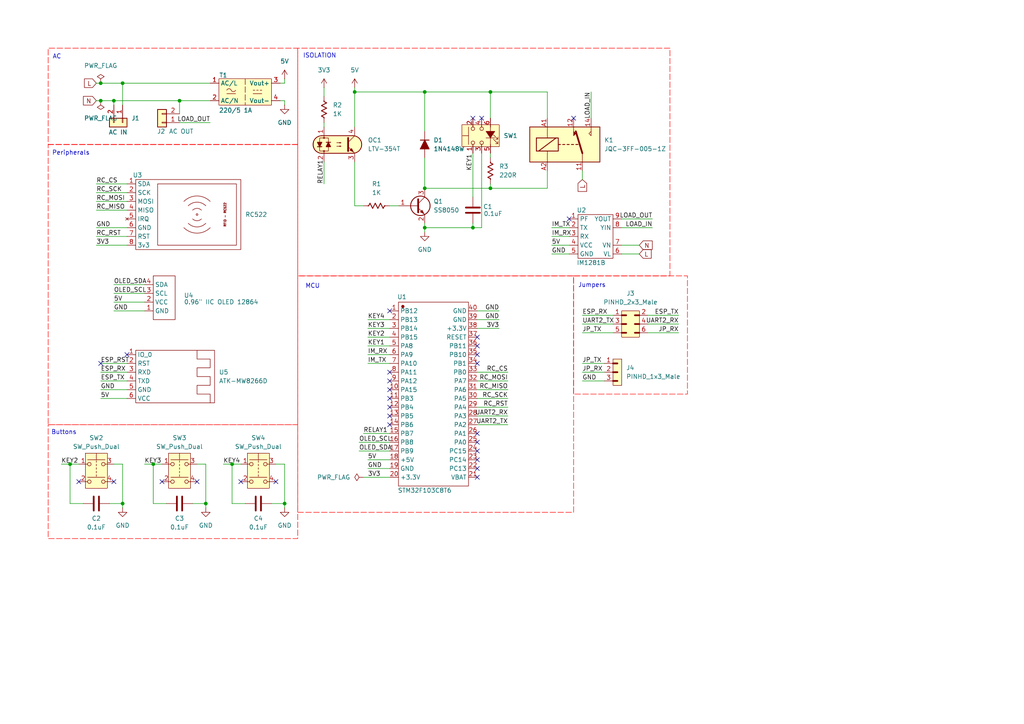
<source format=kicad_sch>
(kicad_sch
	(version 20250114)
	(generator "eeschema")
	(generator_version "9.0")
	(uuid "ffa79a39-df7c-455e-8646-366d6c7c18c3")
	(paper "A4")
	(title_block
		(title "IntelliChargingPile 智能充电桩")
		(company "Rayine Electonic.")
	)
	(lib_symbols
		(symbol "!Rayine_Components:ATK-MW8266D"
			(exclude_from_sim no)
			(in_bom yes)
			(on_board yes)
			(property "Reference" "U"
				(at -11.43 8.89 0)
				(effects
					(font
						(size 1.27 1.27)
					)
				)
			)
			(property "Value" "ATK-MW8266D"
				(at -5.08 -8.89 0)
				(effects
					(font
						(size 1.27 1.27)
					)
				)
			)
			(property "Footprint" "!Rayine_Components:ATK-MW8266D"
				(at 0 0 0)
				(effects
					(font
						(size 1.27 1.27)
					)
					(hide yes)
				)
			)
			(property "Datasheet" "http://www.openedv.com/docs/modules/iot/atk-esp.html"
				(at 0 0 0)
				(effects
					(font
						(size 1.27 1.27)
					)
					(hide yes)
				)
			)
			(property "Description" "Alientek ESP8266 WiFi-uart module"
				(at 0 0 0)
				(effects
					(font
						(size 1.27 1.27)
					)
					(hide yes)
				)
			)
			(symbol "ATK-MW8266D_0_1"
				(rectangle
					(start -11.43 7.62)
					(end 11.43 -7.62)
					(stroke
						(width 0)
						(type default)
					)
					(fill
						(type none)
					)
				)
				(polyline
					(pts
						(xy 6.35 7.62) (xy 6.35 5.08) (xy 10.16 5.08) (xy 10.16 2.54) (xy 6.35 2.54) (xy 6.35 0) (xy 10.16 0)
						(xy 10.16 -2.54) (xy 6.35 -2.54) (xy 6.35 -5.08) (xy 10.16 -5.08) (xy 10.16 -7.62)
					)
					(stroke
						(width 0)
						(type default)
					)
					(fill
						(type none)
					)
				)
			)
			(symbol "ATK-MW8266D_1_1"
				(pin input line
					(at -13.97 6.35 0)
					(length 2.54)
					(name "IO_0"
						(effects
							(font
								(size 1.27 1.27)
							)
						)
					)
					(number "1"
						(effects
							(font
								(size 1.27 1.27)
							)
						)
					)
				)
				(pin input line
					(at -13.97 3.81 0)
					(length 2.54)
					(name "RST"
						(effects
							(font
								(size 1.27 1.27)
							)
						)
					)
					(number "2"
						(effects
							(font
								(size 1.27 1.27)
							)
						)
					)
				)
				(pin input line
					(at -13.97 1.27 0)
					(length 2.54)
					(name "RXD"
						(effects
							(font
								(size 1.27 1.27)
							)
						)
					)
					(number "3"
						(effects
							(font
								(size 1.27 1.27)
							)
						)
					)
				)
				(pin output line
					(at -13.97 -1.27 0)
					(length 2.54)
					(name "TXD"
						(effects
							(font
								(size 1.27 1.27)
							)
						)
					)
					(number "4"
						(effects
							(font
								(size 1.27 1.27)
							)
						)
					)
				)
				(pin power_in line
					(at -13.97 -3.81 0)
					(length 2.54)
					(name "GND"
						(effects
							(font
								(size 1.27 1.27)
							)
						)
					)
					(number "5"
						(effects
							(font
								(size 1.27 1.27)
							)
						)
					)
				)
				(pin power_in line
					(at -13.97 -6.35 0)
					(length 2.54)
					(name "VCC"
						(effects
							(font
								(size 1.27 1.27)
							)
						)
					)
					(number "6"
						(effects
							(font
								(size 1.27 1.27)
							)
						)
					)
				)
			)
			(embedded_fonts no)
		)
		(symbol "!Rayine_Components:IM1281B"
			(exclude_from_sim no)
			(in_bom yes)
			(on_board yes)
			(property "Reference" "U"
				(at -4.064 6.35 0)
				(do_not_autoplace)
				(effects
					(font
						(size 1.27 1.27)
					)
				)
			)
			(property "Value" "IM1281B"
				(at -1.27 -8.89 0)
				(effects
					(font
						(size 1.27 1.27)
					)
				)
			)
			(property "Footprint" "!Rayine_Components:IM1281B"
				(at 0 -12.065 0)
				(effects
					(font
						(size 1.27 1.27)
					)
					(hide yes)
				)
			)
			(property "Datasheet" "https://www.ireader-opto.cn/UploadFiles/IM1281B%E7%94%B5%E8%83%BD%E8%AE%A1%E9%87%8F%E6%A8%A1%E5%9D%97%E6%8A%80%E6%9C%AF%E6%89%8B%E5%86%8CV1.8.pdf"
				(at 0 -14.605 0)
				(effects
					(font
						(size 1.27 1.27)
					)
					(hide yes)
				)
			)
			(property "Description" ""
				(at 0 0 0)
				(effects
					(font
						(size 1.27 1.27)
					)
					(hide yes)
				)
			)
			(symbol "IM1281B_0_1"
				(rectangle
					(start -5.08 5.08)
					(end 5.08 -7.62)
					(stroke
						(width 0)
						(type default)
					)
					(fill
						(type none)
					)
				)
			)
			(symbol "IM1281B_1_1"
				(pin passive line
					(at -7.62 3.81 0)
					(length 2.54)
					(name "PF"
						(effects
							(font
								(size 1.27 1.27)
							)
						)
					)
					(number "1"
						(effects
							(font
								(size 1.27 1.27)
							)
						)
					)
				)
				(pin output line
					(at -7.62 1.27 0)
					(length 2.54)
					(name "TX"
						(effects
							(font
								(size 1.27 1.27)
							)
						)
					)
					(number "2"
						(effects
							(font
								(size 1.27 1.27)
							)
						)
					)
				)
				(pin input line
					(at -7.62 -1.27 0)
					(length 2.54)
					(name "RX"
						(effects
							(font
								(size 1.27 1.27)
							)
						)
					)
					(number "3"
						(effects
							(font
								(size 1.27 1.27)
							)
						)
					)
				)
				(pin power_in line
					(at -7.62 -3.81 0)
					(length 2.54)
					(name "VCC"
						(effects
							(font
								(size 1.27 1.27)
							)
						)
					)
					(number "4"
						(effects
							(font
								(size 1.27 1.27)
							)
						)
					)
				)
				(pin passive line
					(at -7.62 -6.35 0)
					(length 2.54)
					(name "GND"
						(effects
							(font
								(size 1.27 1.27)
							)
						)
					)
					(number "5"
						(effects
							(font
								(size 1.27 1.27)
							)
						)
					)
				)
				(pin passive line
					(at 7.62 3.81 180)
					(length 2.54)
					(name "YOUT"
						(effects
							(font
								(size 1.27 1.27)
							)
						)
					)
					(number "9"
						(effects
							(font
								(size 1.27 1.27)
							)
						)
					)
				)
				(pin passive line
					(at 7.62 1.27 180)
					(length 2.54)
					(name "YIN"
						(effects
							(font
								(size 1.27 1.27)
							)
						)
					)
					(number "8"
						(effects
							(font
								(size 1.27 1.27)
							)
						)
					)
				)
				(pin input line
					(at 7.62 -3.81 180)
					(length 2.54)
					(name "VN"
						(effects
							(font
								(size 1.27 1.27)
							)
						)
					)
					(number "7"
						(effects
							(font
								(size 1.27 1.27)
							)
						)
					)
				)
				(pin input line
					(at 7.62 -6.35 180)
					(length 2.54)
					(name "VL"
						(effects
							(font
								(size 1.27 1.27)
							)
						)
					)
					(number "6"
						(effects
							(font
								(size 1.27 1.27)
							)
						)
					)
				)
			)
			(embedded_fonts no)
			(embedded_files
				(file
					(name "IM1281B电能计量模块技术手册V1.8.pdf")
					(type datasheet)
					(data |KLUv/aDnpRIA/FcPjIUeJVBERi0xLjUNJeLjz9MNCjE4MzYgMCBvYmoNPDwvTGluZWFyaXplZCAx
						L0wgMTE0NjE5MC9PIDE4MzgvRSAzMjYxNjIvTiAxMy9UIDExNDU0NzIvSCBbIDUzMyA1MTldPj4N
						ZW5kb2JqDSANCjE4NTlEZWNvZGVQYXJtczw8L0NvbHVtbnMgNS9QcmVkaWN0b3IgMTI+Pi9GaWx0
						ZXIvRmxhdGUvSURbPDgwNDc0Q0Q1OEI1NUQzNDA5OTQ1REQwOTkyMTBBODJDPjw0RkM3QTA3QkRG
						RTE2RDQxOUI3MTdBRjhEMjI1MkQ2Qj5dL0luZGV4WzQxXS9JbmZvIDE4MzUgMCBSL0xlbmd0aCAx
						MTcvUHJldjMvUm9vdCAxODM3U2l6ZSAxODc3L1R5cGUvWFJlZi9XWzEgMyAxXT4+c3RyZWFtDQpo
						3mJiZGAQYGBiYGDhAZEMM0EkUx+IZN4FJtlBJCNYnDERRLLygdWkgUiVNjBbBURyRYNNMAOr3Aci
						wxYBScbycBDb6yyInKwMJJmPmYPYNtlgvZJgM/WB5B92oF5GBvbdYHMYGGlC/mf4/ewjQIABAFrJ
						EWsNCmVuZHN0YXJ0eHJlZg0KMA0KJSVFT0YNCjc2QyA1NDcgNTcwNDIzL08gNTMxL1MgNDMxYGBg
						ZmBgWsfAysAgcoZBmAEBhIFirAwsDByTGAQaGASOtDDMEVJ+P4WRpfWJkcg9oAKlE4yJSguSXxr0
						O2h4Oc7TKC3Ojrq2dW02wgiV40eMQ14G3WhPD98cJ3+lSXLj5q9a0YJz484W/z3w57AYR91brWtR
						33Tlyu1kJJLUy0p2R2bLba3u+FGQ2DH35qW3qWuqrr5TfniwTak83XvrtI2vw3c0oGhjMhT+Yfh7
						y+rI7BtbKu/8cHNMOP7u0tLNvqfvvlNQFrRvlt/ttXXa3m73uQc6mv/xALVl3fjzuqO8ybGe2ez8
						Vd03bqXvLHUZGMQ7gADoXqEKEKOjAchkL++AACQ2aUwlcziTSR3OFMTKZBCHMgkEMVDIjYHvYTOQ
						FgViBXAomzEIMYQxWDiwuzAmM3gdsG3gOKASwGDdsCgAKNkhGs1eJKgWM+ntxgbnwwHMPSw/GdQb
						+BOMtzDIMWsz6KjvqWGYxZDhwLmB04V1JjTeAhkEfisDaUYGBpZoIB3EIPC/DkgLMjBk+YDFWX8A
						qVQGwUoPiDJGS4AAAwA+IsICTWFya0luZm9lZCB0cnVlPj4vTWV0YWRhdGEgOTlPdXRsaW5lcyAx
						ODFQYWdlTGF5b3V0L09uZXMgMTgzMlN0cnVjdFRyZWUyMjBDYXRhbG9nMTgzOG9udGVudHMgMTg0
						M0Nyb3BCb3hbMC4wIDAuMCA1OTUuMzIgODQxLjkyXS9Hcm91cCAxODdNZWRpYVBhcmVuM1Jlc291
						cmNlb3JTcGFjZTw8L0NTMCAxODZDUzEgMTg2MTIyPj4vRXh0R1N0YXRlPDwvRzNGb250PDwvQzJf
						OC9UVDAgMTg3VDEgMTg3MjI0WE9iamVjdDw8L0ltMCAxODRJbTEgMTg1NDI2Mzg+Pj4+L1JvdGF0
						ZSAwcyAwL1RhYnMvU1BhZ2U5Rmlyc3QgMTQ0ODU1L04gMTZPYmpTdG28Vutu2jAUfhX/bFV1jp04
						F6lCglBoplG6pnfUHy64EA0SlBipPMPeYe+0F9p27IRLUi4r0qYozfG5+3yfTYlrG8hAxLUJovpL
						kaW/JnL010LEtpXAECWuEmxkgTcIDmIeU4KLbEMLHnJ0Fgj1mKUEcDRNZXMoIgyyggR/POooyYKc
						TFshu2N5qIcD32/wTAxAadnQ2vVzWecsdPFAvGkVNAMqvQvL1dazM1wPQvTKx5nAjQ6+TNIJH2O/
						jsgnA3evCkv3qoMIDutIpjOBww7PvoFrLPDNfCrw+Ztsh5JLgftcxyXTPK5Wg/zddCDSKB4eBQMR
						y0jOj/G1GEaZTOdH9UHyIo5xOJtOx2ICZmTomHrWVwuXedgPmqGQqmNPdYx9Pr0Q0XAkke26uCly
						z1OYGG6N+TBDFm4lsWw0krfeKaHagjzPVsmetanFJ9F4fvTr94+f3fA4V0VjAVN3maFrKNUlnwh8
						+fQ5fHg8CaMJ1NTqUKZC9keLQSnVfd6OZRg4kHwc9evxcCyQgUMpJnfIsfMpKVfVbhpNZZLih2IX
						FnP0lhVsyqVSU21/nkGiIH5NcpbpKQTNm6QdNDt8ihdzxc17RAzoolwpZ6QKCmcvUnUCwcpFdUVX
						vdVqPU3ZghZb+skHPuAwMzBmOblV8vO4nwwA5mU7pxfLgqqGgW+S2zgCJ6HAzAe9VnyFOjGovQ6z
						SVcwm4QWMIN2hTMzTG1DhKozCQlKUPuAyksaVbAmZay/dDvtO/+k8D0QbNfYDbZdAbtSdDnE+yiu
						x1m0XLeiNJP+iKeLfZfxzY/GF174EOKtZg8nVrdUGj8pjx/qDeQo61Gq8N/2UEaR6dqIGc5fvdR2
						d2Q77LGoiRhlxUpJlHrFyvE8rXMKD1NfGepS1VbCnt9dLvsukxLLPnyb0DLD2rd3D83O/71NyjUP
						5JdDKvyi1h5+0c38YsZmVBf69W/Zd3NkVbtab/LfVv2wB7Lt5JO1xieLLPi0/uvkaou+szfwqff9
						HZ/MMp++Pj12glBhG87iA/nE9vHJLPOpXPNQPpkVPjnOHj5Zu/i0nT0L6dB3U9Z/+W5m9Gavasxu
						r22aj58LTddDHxWcnxo/XP5DikNAncfZlKci7s9rtT8CDACcYhZUNDA0N0iJXJLbiqQwEIbvfYpc
						zlwMJiYxEaTBJAp9sQe2dx/A1nSPMK2Sti/67beqHGZhAwoff53+pHJ/DMd52lj+My3DKW7sMs1j
						ivflkYbIzvE6zZko2DgN2yfRf7j1a5ZD8ul53+LtOF+WrK5Z/gvE+5ae7KUZl3N8zfIfaYxpmq/s
						5Y8/vbL89FjXj3iL88Y4OxzYGC9Q6Fu/fu9vkeWU9nYcQZ+25xvk/Iv4/VwjK4jFPsywjPG+9kNM
						/XyNWc3hHFjdwTlkcR7/0yXf086X4b1PWa0s1xBeCQ/htWh4CVTKwIF4w1sgLYMFkkZKIMu7gJpS
						Cki1EEJUEQlJpPlODVDBtcGaTSGQXOmAjJYaI53x2EGrEjVrAmqFMjhLa7B7aRV2F9YKpEI5jJQ7
						BSJeWUdzaqoZLFbRRmMVqRuc03QlzimFQ3/GWfJnfIGRwnrsoD3ldRV1FwE9aFehB64D9lNdhf2U
						COjIukaQ2xDIbWN2rdu1CvvZFm/XFg3drmtRK6Eo+evorq3f77rDmlp5rCnbDh1Z6zU94udr4XPC
						1rGvXRkeKcGa0GrSfuBmTHP82t51WRlk4Zf9FWAALgTD5jEzM2rDMAyG7/0UumwvSk6t3UIIlB4g
						FzuwbA+Q2EoXWBzjpBd5+1lR6WCGxJ+R/h/JcnQqz6XtJoje/aArnKDtrPE4DnevERq8dVYkKZhO
						T4/T8td97UQUxNU8TtiXth1EnkP0EYLj5GdYHc3Q4FpEb96g7+wNVl+nag1RdXfuB3u0E8RQFGCw
						DUYvtXute4RokW1KE+LdNG+C5i/jc3YI6XJOuBg9GBxdrdHX9oYij8MqIL+GVQi05l883bKsafV3
						7UWeUnIchy3whflCfGUOJnnGORnlZAlzQpwyp8QZc0a8Zd4S75h3xJJZEitmRbxn3hMfmA/ER+Zj
						YMn+kvwl+0vyl6yVpJWslaSVZ+YzMfciqRfFvSjqRXH9iupX7KnIU3FtYaMLfNwUXWWYODznpO/e
						hxEtz2KZDU2ls/h8OW5wEFT0iV8BBgCAVqUxMjI4MZHNboMwDMfveQof20MVYGxrJYS0Qidx2IfG
						9gCQGBZphCiEA28/J6k6aZYS/xz7HzkOr5q60coBf7ezaNHBoLS0uMyrFQg9jkqzNAOphLtGYRdT
						ZxgncbstDqdGDzMrCuAflFyc3WD3JOce94y/WYlW6RF2X1W7B96uxvzghNpBAmUJEge66KUzr92E
						wIPs0EjKK7cdSPNX8bkZhCzEaWxGzBIX0wm0nR6RFQlZCcUzWclQy3/59CrrB/HdWVZkvjhJyBGf
						I589XyJfiO/SwOSIs8iZ52PkI3Eez3N/np8inzzXkWvi+4fA5FjxWAUm55u8duPbpanCbRZitZbG
						EEYf3u9frjTefsfMBkjlF/sVYABu74brMzk2NrRX32/iRhB+918xj9Aq65nZ31IUCTC0qZTqoli9
						h+h0ooRLUynJlXBKT+of31nbAQOBnKXAA6zx55lvd76d/ZwPFsu7L9PZEk5P88FyOZ39Nb+B67x8
						/Aqf8uHw8V+4tk558M4rw2C1UdEaCOhV9AK5+vbn8vvXOeS/zqc38wXkZXX1YXp79zBd3j0+wNnZ
						sBhBNiyzfHSFMHsCBHiaPWR5WSIQlF8yVOwNlM8Q4QTldoQ6Z4hKQ3mf9aD7p1/+nWGK2auG+Yg/
						N9nYSYryJjvloRtqr7WhwpuAVoex5eCLs4QvS6rhvZ+3nt95jtF6LML2c/9tP0fD8YTGfvyj8Wk8
						cUQF6vFkqO3AoDERjUUaoENbEA79aDOWV7ZewTSwHBW3F7FfY5s067XWrOIOcFxm/2QepQxNrYmN
						ChLeoLIWFvPsIzwIJP9Finr7lFW3TYwxEKS4CZYuowGJ4mTA+CIjRM0GZvdZfn6PUDxml9n4QjSS
						f0gyvBidFxKg0c2l5EjxbLRKMwRDiWyT/kVUo6skqqvR7yIlSwaeIU2Um3pDuQAK9XTll6NXzoE3
						XghvTHibBB2PRC1wcsodpsBHpuCCVeYwBX1sCtYoPkzBHJsCa4WHKdgjU7CR3pKjOzYFh2/J0R+b
						gvSsN+QYjt4ZTAyvCvKyirpmEl+YEL703WpUzcR4rzy3gmz3llWHQzghZYKDstiHpQ5Y7oDVHbCm
						A9Z2wLoOWN8BGzpgV5Usf9oD4Q7l4mLz9pQ6VIk74y72po2VfZpP7m6/Lebrs2tVttQrUoug1Grl
						wNEeTgKzol0rk+5b7Q2J0U2bOsFQDIwj2eRKI6IP4oeiQo8YhFbtZOh1J6M3jnByLjU4jWK2HOhA
						4pIkrDFK67hLRYdERUwVxtpVWRV0clXSwZxYcYNI3kt5tHQ3gTluyHBNppWSnVXIq5TGqXCoWXpx
						+3WzpFazZKti0y/roWRXTkoeJWjV7M6bjvmOmVFhOpxnafWr0TPsIRPlAAstNte9i7505B7Jt+tx
						X2QTeqH117D/qfztfeiuDXxiaVd87X6+7KWc3OK799UCTVHgYOIpBEI/4rN3X+TXGVrtNhnud4kb
						BskEVlpIoU6OwiaNnGjZO69stqCC7Cjkeq9p2dhJ3z5CHUPeFeS9gbzs1Er4thG4XgtcFiodteR1
						ymnlrYdTnB/0Ai2R6VXR9KpoLXtgopAQlQmvUJ/sf5Bqyf1deOzYIqo6RStpOHpKDtJd2ym3bND/
						AgwADgBfNTQ1NDJc1M2K4kAUBeB9nqKW3Ysmmrp1bwtB8KcbXMwP48wDxKR0AmMSYlz49lMnp+mB
						EdQjSdX9PFDJd4f9oWsnl38f+/oYJ3duu2aMt/4+1tGd4qXtsmXhmraePn7Nn/W1GrI8LT4+blO8
						Hrpzn5Wly3+ki7dpfLinTdOf4nOWfxubOLbdxT392h2fXX68D8OfeI3d5BZuvXZNPKeNvlTD1+oa
						XT4vezk06Xo7PV7Smn93/HwM0RXz7yUxdd/E21DVcay6S8zKRXqtXfmeXussds1/163gstO5/l2N
						WVng5sUifaVcMBfIgTkgvzK/Iq+YV8hb5i3yjnmHvGfeI78xvyG/MydY6TnXY65fMi+RafAweM/s
						kYVZkGnzsHllVmRjNmSaPcyeZg+z3zBvkOn0cAo9Ao/QI/AIsE9Bn8I+BX0KnTI72aegT2Gfgj4D
						/QH+QH+AP9Af4A/0B/hzgFk5SzFLub9if+X+iv2V/Sj6UXai6ETZg6IHZQ+KHpQ9KHow9mDowegx
						eIweg8f/3fDfjQaDYYU9i8USti07SV84gB8nDUcxPTHc5zmv7+OYjvj8WJnPNk5128XPJ8/QDy6t
						wjv7K8AAUTMWNUJpdHNQZXJDb21wb25lbnQgOFs8PD4+XVsvRENUXS9IZWlnaHQgMTE5MTcyL1N1
						YnR5cGUvSW1hZ2UvV2lkdGggM//Y/+AAEEpGSUYAAQIAAGQAZAAA/+wAEUR1Y2t5AAEABAAAADwA
						AP/uAA5BZG9iZQBkwAAAAAH/2wCEAAYEBAQFBAYFBQYJBgUGCQsIBgYICwwKCgsKCgwQDBAMDg8Q
						Dw4MExMUFBMTHBsbGxwfAQcHBw0MDRgQEBgaFREVGh//wAARCAB3AW4DAREAAhEBAxEB/8QAvAAB
						AAMBAAUGBwQDAgEIAQABEAABAwMBAgUPCAcHBAMAAAABAgMEABEFEiEGMUFREwdhcYGRobEiMlLS
						kxQ0FRbRQnKisnNUVcFikiMzgxeCwsMkNUU2Q1OzROHTdBEBAAECAwIIDQQCAQUCAxEEBTEGIUFR
						cZGxEjJhgaHB0eEiQlJyghMzwkM0FWJTFvCy4nMU/9oADAMBAAIRAxEAPwD+qaBQKBQKCMym82Ex
						iiiXKSl3/sputfZSm9uzVdm9Vy+XnCuqO1ybZ8nneuxkrt3hpp4OVEHpJ3dv4sg9XQPOqs/5Tlf8
						+j1vZ/S3v8el9o6Rt21Wup5F+Vvg7RNfunefKTx1R4n5nRr/AIOlKY/ebBZBQRFmNrcVsDaroWT1
						ErCSasctquWvThRXEzybJ6JeS9kr1vhqpnD/AK5EnVg8pQKBQKBQKDin5rFY9aETZKGFLF0Bd9oG
						yvJmc/ZsTEXKopmX3tZa5cjGmMXL8XbtfmDXbPyV5v7rKf7KX1/r7/wyl6tHjAVBG5/ePC4CEJuW
						kpjMqWG2xZS1uOK8VDbaApa1HkSKCAPSfi2Uc/PxGZx8EbVz5MB1LKE8SllOtaU9Up69BZffOJ91
						e9vXGfdfN8967zieZ5u19eu+m1B2UFa3y3rXhGmmYyErmPgqSV7UoQNmogcN+KqDXNYnKRFNEY3K
						uXihaabkIvzM1d2Fbw3SNk0zW0ZPQ7FcUErWEhCkA/OFthAqhyO896LkRewmifBhMLPM6NbmmZt4
						xV1tJreswqG/W9jmNQMfBVpmOp1OujhbQeC36x7lZfeHWJsR9q3Ptztnkj0yudKyEXZ7dfdjy+pm
						alKUoqUSpSjck7SSa5/MzM4y1MRg/KBQKC3bqb8S4TzcTIuF6CohIdWSVtdW/CU9TtVptH3grtVR
						RdntW+WdtPqU+f0umuJqojCrraclQUApJuk7QRwEV0GJxZWYKkKBQKBQZz0o+3wfulfarCb2/lo+
						WetpdC7lXOpNZJet8rtDnpTlm5XGwSgTJLccuXKA4oJvbhteg5hvPu8SAMjHJOwDnE0EnQzec0cl
						k99d4HlkvbvRnsbhLEpMZaYaZD76PJcWt0ALG3SmwNEs7xG8mUexm7beBzWel76zVtrkQpbj70J1
						jUrnlkSQWygJT4yTy1A0zFYDFR9687ue4wh7d+WzDzkbHkfumXTIUHGwnyFOx0uafF4RwGpQ0Cgp
						vSBu3OyIYnQkF5xhJbdZT4xTe4KRx2uayu8ml3L/AGbluO1NMYTHg8C70jO0W8aK+CJ41Sw26GZy
						ExDbkV2PHChzzzqSgBIO22q1z1qzOR0XMXrkRNNVNPHMxh18a4zOo2rdMzExM8URwtfrqDGMT3gl
						rmZubIWblbywm/ElJ0pHYSBXJNSvTdzFdU8dU9HF5G6yluKLVNMcjyxONfyWRYgs7FvKtqPAkDap
						R6wF6+eTytWYu026dtT9Zi9Fqia54mu4fdrEYppKYzCS6B4UhYCnFHl1cXWFdOyWlWMtTEUU8PxT
						tY7MZ25dn2p4OTiSTrLTyCh1CXEHhSsBQPYNe+uimqMKoxh5aapicYnBn+/m6cCHE95wEBkBYS+y
						nxLK2BSRxbeKsVvDo1u1R961HZ4eGOLh44aLStQrrq+3Xw8kqLWOX7XNxJzkvduPzh1LYKmCTyIP
						g9pJArpu72Ym7lKcdtPs9GzyMdqtqKL84cfCsFXauKBQKBQZz0o+3wfulfarCb2/lo+WetpdC7lX
						OpNZJet8rtDnpTPOlX2jHfQd76aCjx/aGvpp79EN7onPd7MfkMLPzc9ll2Tu/vLG5jLCM2Xn4ckN
						FhMtLKbFxst25wJ23F+WgqLzm4Qwm6bOK3n9Yz+7C7wFwobsiTISf4jBiJUFp5zYPCVs28tQldMb
						G3sjMZjfKRjQ9n8h6umJhOcTrZx8dy/M6/F55SFuLPFqsKlC+UFL6R8pkYPu71OS5H5znuc5tRTf
						Tzdr25L1k96M3ds/b+3VNOPaxw+leaNYoudvtRE4YedS/ifeL8xkekVWT/ts1/sr6V5/8Nn4Kehs
						rBJZbJNyUgk9iuq25xpjmYmrbLDsh7fJ+9X9o1yDM/lq+aetvLPcjmhP9Hf/ACVv7pzvVdbs/wAu
						PllX6x+CeeGq10hkX4taEJKlqCUjaVE2AqJqiIxlMRM7FB3+3qgSYfuuC4HypYU+6nagBO0JB4zf
						krF7x6vauW/s257XDwzxcHE0Ok5Cumr7lcYcihVjGga3uHCci7tsc4NKn1KeseRRsntpANdM3dsT
						bylOO2rGrp2eRj9VuxXfnDi4FhJttPBV4rVL3i6RGIq1xsUlMh5OxUhX8MH9UDxu916yep7zU25m
						izHaq+Li8XL1c68yejzXHaucEcnH6lLm7z5+Yol+c7pPzEKLaf2UWFZO/q2Zuz7VdXi4I8i7tZGz
						RspjrcYyOQBBEp4EcBDivlrzRmrse9V0y+/2aPhjod0TeveKKoFqe6oD5riucHWsvVXrs6xmrey5
						V4+Hree5kLFe2mPFwdSZ6QX1v+6H3La3YoWu2wXVYmrXeS5Nf2ap2zbxeLSKYp+5EcVSoVmFy3yu
						0OeovO7yYzCshcpd3VC7UdG1auxxDqmgz3K9IeemKKYyhCZ4kt7V26qz+i1BX38lkX1an5Tzp5Vu
						KV3zRD6Yy2UjkFiY80RwaHFDvGgsGL6Rs7FUEy9M1njCwELt1FpHfBoloOC3jxmaYLkRdnE/xWF7
						Fp644x1RQSdB8uutMtqddWENoBUtajYADhJJoKFnukspWpjDtggbDKdHD9BH6VdqgqEveLOzFEyJ
						zyr/ADQspT+ymye5QcYlygrUHlhXKFG/fohIwt6t4YagWZzpA+Y4rnE9peqiV23d6RY0xaY2USmM
						+rYl9J/dKPVv4neoLnQZ50q+0Y76DvfTQUQEggg2I2g0Qk/ijeL8ykekVQMGo7lypMrdqG/JcU88
						vnNbizdRs6sC5PUFEvreDejGYRoesK5ySoXbjI8c9U+SOqaDPsp0gbwTVEMuCGyeBDPjdlZ8LtWo
						IF7IT3lanpLrijtJWtSj3TRD0j5jLRiCxMfaI8lxQHavQWLFdJGZjKCZqUzWeMkBDgHUUkW7Yolo
						OGzuNzEbn4bl7fxGlbFoP6woJDSASQNp4T1qBQKCg9Kn+1/z/wDDrF73/tfX+lodB9/6fOoNYtoW
						8R/Z2voJ71dltd2OZz+vbLD8df8AJUfdOd6rrdj+XHyyrtY/BPPCOz06anO5FKZDiUplPAALUAAH
						FdWvDqOYuRmbkRVV36uOeWXpylqibVHBHdjqRzsmS6AHXVuAcAUoq79eCu7XV3pmfG9VNFMbIweV
						fh+knu7HxL+UaRlHuZi3udmxR4kqV80HjNe/TLdiu9EXquzR1+CZ4ud5c5XcptzNuMam0ICAhIQA
						EAAJA4LcVrV1imIiODYxE448Kl9Iu8TkZpOKjK0uPp1SVg7Q2dgR/a4+p16ye82pzbpixRPDVHtc
						3J4+rnXmj5OKp+5VsjZzs4AvsHDWEaVc8H0cS5TSX8k6YqFbQwkXdt+tfYnu1qtP3XruRFV6exHJ
						x+ryqTNazTROFEdrw8SdPRpu8U25ySD5WtN/sWq5ndXK4ba+mPQr/wC7vclPR60TkujB5KSvHSw4
						RwNPDSewtOzuVW5rdOqIxtV4+Cr0+p7LOuRPBXThzOPf9lxlOHZcGlxuIELHDZSbA8FeTeOiaPs0
						zti3g++k1RV9yY2TUqNZlcNtzuXZxOMemujVoFm0eUs7Ep7ddoc9YxkMhLyEtyXKcLjzhuongHIA
						OICiHdu9uzkM2+UxwG2Gz++kL8VPUHKrqUSvMXoywbaB6w68+5xm4QnsAAnu0H5M6McK4g+rPPR3
						OIkhxPZBAPdoKJn93chhJIalJCm135l9PiLA7xHJQcmOyErHzG5cVZQ80bg8RHGDyg8dENpwuUZy
						uMYnNbA6nwkeSobFJ7BolRekfeFx2V7nYVZlmypRHzlnaE9ZI7vWoKQlJUQlIJUTYAcJNEL1gujR
						bzKH8s6pnVYiM3bWB+uo3sepaiU6vo53ZUjSG3Unyw4b9247lBWs/wBHMuGyqTjXDLaRtUyoWdA5
						RbYruUFMohpXRzvE5KYXipS9TsdOqMonaW+Ap/s8XU61EuHpV9ox30He+mgozSAt1CDwKUAeyaIa
						T/S7Efi5H1PNok/pdiPxcj6nm0ElMfi7o7sBtpRdLOpEYOWupxxSl7bW2C5PWFBk8uXJlyXJMlwu
						vunUtauEmiEru5upkc4sqaszFQbOSVi4vyJHzjRK7xujPAtoHPOPvr4yVBI7AA/TQeU3oxxDiD6o
						+7Hd+bqIcR2RZJ7tBQ83gshhpfq8tI8La06nahaRxpP6KDzxGVl4uc3MiqstB8JPzVJ40q6hohtO
						MyDGQgMTWP4b6QoA8IPAQesdlEumgUFB6VP9r/n/AOHWL3v/AGvr/S0Og+/9PnUGsW0LeI/s7X0E
						96uy2u7HM5/Xtlh+Q9vk/er+0a5Bmfy1fNPW3lnuRzQn+jr/AJKjfy4+WVdrH4J54W2Z0d4SXLfl
						OPyQ5IcU6sJU2EhS1FRtdB2ba01/dnL3K6q5qrxqmZ2xx8Pwqi3rF2imKYinCIw4/S5nOjDDEfu5
						UlJ5VFtXeQmvhVunl+KqvyeiH0jXLvHFPl9Ks7y7kTcOz6024JMMEBSwNKkX4NSbnZ1b1ntV0C5l
						ae3E9ujyxzrXJanTenszHZqVqqFZtQ6Ocq7LxDkV1WpcJQSgnh5tYukdgg10PdjOVXbE0Vbbc+Sd
						nnZXWbEUXIqj3utRt7JKpG8eQWo30vKbHWb8D+7WO1m7NebuTPxYdHB5l9p9HZsUx4Menhde4UFq
						XvGzzoCkMJU9pPAVJ2J7RN69W7uXpu5untbKYmro2Pjqt2aLE4cfA1qumMeUCgznpR9vg/dK+1WE
						3t/LR8s9bS6F3KudSayS9X/pUlKDWPig+CpTjqxt4UgJT9pVdoc9Z7RDbN2ce1AwUOOgWPNpW4eV
						axqUe2aJSdAoIPfWEzK3bmBwAqZRzzauMKRt2dcXFBjlENK6LZClY2ZHJulp4LT1Nabf3KJZ9k5C
						5ORlSFm6nXVrPZUTRCw9HONbl54vujUiG2XUg/8AcJCU9q5NEtVoFAoMf35gsw95JKGQEtuhLukc
						AKxdXduaDn3SkqjbyY9aTbU8lo9UO+B/eoLL0q+0Y76DvfTQUeP7Q19NPfohvdElBnfSnJUZMCLf
						wUoW6R1VEJH2aCiUQ3PD49rHYyNDaSAlpACrcarXUo25Ttol2UCgrfSBCZkbtPurA5yMUONK4wdQ
						SR2QqgySiGo9GUhTmAdaUb8zIUEdRKkpVbtk0St1w1WukMkUEdvGhK938kFC49WeNjyhBI7orw6n
						ETlbmPwVdT05OcL1HzR1sUrkrcr90V/7p/I/xK2m6H7v0fqZ7Xvc+rzK7vpBVE3kmAiyXlc+g8oc
						2n61xVFruXm1m6+Sqe10+vFZaZd7dinwcHQ+N0cq3jM7HkPHSwq7TyuRKxa/YNjX50XORl8zTVV3
						dk+N+tQy83bM0xt2w2NKgoBSTdJ2gjgIrqUTixUwVIEgC52AcJoMi31zDeUzji2Vao8dIZaUOBQS
						SVK7KibdSuYa9nozGYmae7T7MenpbLTMtNq1ET3p4UbhoK52VixEC5dcSFdRN7qPYSCa8GRy83r1
						FEe9VHr8j05m7Fu3VVyQu/SjAW5Chzki6WFqbc6zgBB7ae7XXmEZxRDYNycw1kcEwkK/zERKWX0c
						Y0iyVf2kiiU/QKCtb/5VqFgHY+r/ADEz902jj03us9a2zs0GS0Q1Po1gLj4JchYsZbpWi/kJGkd2
						9Eswke0O/TV36IXTos/1Cd90n7VEtHoFB+LWhCFLWQlCQSpR2AAbSTQYvvVlUZTOyZbX8EkIZPKh
						A0g9m16D33JhrlbzQgkeCyovLPIGxcfWsKCf8f2hr6ae/RDe6JKCgdKcBd4U9IugamHDyHxkdvwq
						DP6IbRurmWsrhmHkqHPNpDchHGFpFvrcIolL0CgqXSPlWo2FMEK/zExSRoHCG0KCio9kAUGW0Q1r
						o9gLibuNrWNKpS1P2PDpNkp7YTeiVloFBQelT/a/5/8Ah1i97/2vr/S0Og+/9PnUGsW0LeI/s7X0
						E96uy2u7HM5/Xtlh+Q9vk/er+0a5Bmfy1fNPW3lnuRzQn+jr/kqPunO9V1ux/Lj5ZV2sfgnnhqtd
						IZIoODeD/Qcl/wDlf/8AGqvFqX8a5/66v+2Xoyn5qPmjrYlXJG6X7or/AN0/kf4lbTdD936P1M9r
						3ufV5kzvvu0rLwUvRk3nRgS2ny0nhR1+MVa6/pU5m32qPyUbPDHJ6Hi0zO/Zrwq7lXkZStCkKKFg
						pUkkKSRYgjhBFc3mJicJ2tbE48MJzC75ZrEoDLSw9GTwMPAqA+iQQR27VbZDXMxlo7NM9qjknzPD
						mdNtXpxmMKuWE+npUc0WVjQV+UHiBfraD36u43vnDht8Pzf+KunQYx7/AJPWhc3vxmco0pi6Y0ZY
						stpq91DkUo7e1aqnP7wZjMR2e5RPFHHzy92V0u1anHvVeFXao1k0vcLdZ2Ag5KajTKdTZho8KEHh
						J5FK7grfbu6RNmPvXI9urZHJHpll9Wz8XJ+3R3Y2+Fap8GPOhvRJCdTLySlY7xHVB2itUpWN7wbv
						TsLMLL6SplRPMPgeCtPy8ooObG5SfjZIkwniy6NhI2gjkUDsIohbI3SlkUoAkQmnVD5yFKbv2Dro
						kldKWRWgiNCaZUeBS1Kct2BooKjkMlOyMlUmY6XnlbNR4hyADYB1qISG7O7cvNzQ2gFERsgyX+JI
						5B+seKiWxx2GY7DbDKQhppIQ2gcASkWAoMHke0O/TV36IWzo8JBy5BsRFJBHZolw4vfzeGBZCnhL
						ZHzJF1HsLuFd2gmf6qSdP+nI1cvOG3a00EDnN8s1l0Fl5aWYx4WGQUpP0iSSe3agg0pUpQSkEqJs
						ANpJNENW3F3ZXiYSpMpOmdKA1IPC2gbQnrnhNEuTpNxbsjHR5zSSr1RSkugcSHLeF2CkdugzOiFr
						jdJW8TLKW1JYfKRbnHEK1Hr6VJHcol6/1Qz/AOHifsOf/ZQXDHEbz7qIVkEISqWFhXNggJUhxSUq
						TqKjcaQeGgy/N4Odh5io0pGzaWnR4q08qT+ig+MVmMjipHPwXi0s7FjhSociknYaIWuP0pz0pAkQ
						WnFcZQpSO4ddEviX0o5NxBTGiNMKPz1EuEdbxRQVKdOlzpK5Mt1Tz6/GWrvDkFEJfdPdeRmpoUtJ
						Tj2VD1h3gvx6E9U9yiWvttobQltCQlCAEpSNgAGwAUH7QKCr777tZHN+peplser87znOKKfH0WtY
						Hyazuv6VdzfY+3h7Paxx8OHoW2l52ix2u1jw4edVv6bbxeVH/bV5tZz/AItmuWjp9S1/urP+XR62
						ntJKGkJPClIB7ArodEYUxDK1TjLMZfR/vE7KecQhrStxSk/vBwEkiufXt281VXVMRThMzxtVb1ex
						FMRw7ORLboboZnF5lMuWlsMhtaSUrCjdQ2bKstE0TMZfMRXXEdnCeN49R1G1dtdmnHHFeq2KgKDl
						ysZyVi5kVq3OPsONI1bBqWgpF+3XmzlqblmuiNtVNUdMPrl64ouU1TsiYnys4/ptvF5Uf9tXm1g/
						+LZrlo6fU0391Z/y6PWtO5G7WRwnrvrhbPrHNc3zairxNd73A8qtHoGlXcp2/uYe12cMPBj6VVqm
						dov9ns48GPmWitEqUFn9zsTmCXVAx5Z/9hsC5+mngV3+rVNqOh2M17U+zX8Uefl6/CsMpqVyzwba
						eT0KZN6Ns8yo+rKalI+bZWhXZCrD61ZW/utmae5NNcdE+X0ru1rVmrvY0o87k70hWn1BV/ptkdvV
						XhnQM5/r8tPpej+zy/xdfodsTo53ieUOeS1GTxlawo9pGqvXZ3YzVXe7NHPPoxfG5rNinZjV4vSu
						GA3GxeKWmQ4TLmJ2pdWLJSeVKNu3qm9ajTt37OWntT7dfLPFzQpc3qly7GEezSsdXysKDxmwYk2O
						qPLaS8yrhQsXHXHIerQUrK9F7K1FzGSeavwMPAqSOssbe2DQQD/R5vQ2bIjoeHKhxAH1yig+Wuj/
						AHqWqyoqWx5SnWyPqqUaCexPReAsOZWSFJH/AEGL7eutQHcHZoLxDhRYUdMeK0lllHioSLD/AOTQ
						e1Bgkj2h36au/RC4dGjXPSMkyTYORwi/JqJFEvOb0ZZtpRMV1qSji2ltfZB2fWoOA7g72Xt6j2ed
						Z8+g7oXRnnHVD1lxmMjj2lxXYCdn1qC5YDcvEYdQeSkyJY/9hy3g/QTwJ7/VoJ6g+XG23G1NuJC2
						1gpWhQuCDsIINBSsv0ZRXnFO42R6vqN+YcBUgfRUPCA7dBCK6M94QqwcjKHKFq/SgUH5/TTeLyo/
						7avNoL9uvjJOMwUaDJKS8zr1lBunwnFKFiQOJVB2z8dByEcx5jKXmj81Q4Dyg8IPVFBScp0XAqUv
						GS9IPAy+DYf20+bQQT3R7vS2qyIyHR5SHUAfXKaAz0fb0uKsqMloeUt1sj6hUaCwYjowZbUlzKyO
						dtt9XZuEnrrNlHsAUF3jRo8ZhDEdtLTLYshtAsAKD0oFAoFAgkj2h36au/RC6dFn+oTvuk/aolo9
						wyRj55fcIjO21q+Yrl61ELh0YxpLM+aXWltgtJAK0lN/C6tEtDoPh15llOp1xLaSbBSyEi/JtoOO
						LncXIckIQ+lJjuc0srUkAmwN07do20CVncXHcjoW+lRkOc0goUkgGxN1bdg2UHpLysKNEVLU4HGk
						qS3+6IWSpagkAWPD4VB0POpZZcdXfQ2krVpBJskXNgOGg8RkoZx3vEOD1Tmue5z9S2qg+HstCZxq
						ci6pSIqkoUCUnVZ0gJunh4VCg7KDngzmJrS3WNWhDi2iVC3hNq0qt2RQekmSzFjuSH1aGWklbi7E
						2SOE2FzQfEiawzBcmk647TSnipG26Ep1XTy7KD6ZlNOxUSgdLLjYdBVsskjVt7FB+xpLEqO3IYVr
						ZdSFNrsRcHgO2xoPCflYUKI7KdWFNsp1KSggqt1Beg925LDgSULSdQuBcX27aD0HPLyOPh6PW5LU
						fnL6OdWlGq1r21EXteg5/iHAfmcT07fnUD57xcnjZilJiS2ZCki6ktOJWQOU6SaD6mwIU1oNTGES
						G0nWELAUNQBF7Hr0FcweG3VlOywmKgyOc1OQ5DSUuMCwGkJ8njBoPrNYLdth/HITCQHnZACI7KE3
						dTY69V/mJB1Gg6M9jcRDwqkjF8/Dbc595iOrmdOlBJdJSUXsE0EK4hpnBSHYePfxiJaoyedU+pwu
						NuOAEJ8NRT4J7tBO/A+7GnR6mrR5PPP27Wugi0SEN7nTEyEGWxGllhtpxah4CZKUoBWDq8Hr0Exk
						cTIKn5Zy8uOyAXFNoKNCEpFza6TyUFZ3Th5F1PqcjIyoTrrYmRkNqRpcadNyoak+MFHbQW+TKg4r
						Go95SSpn+Et94aisqB8YJHGOpQVUZ/CxsFlcajINvMKaeRjU2c1hLjZs2q6beCo2Sb8FB6SN48NK
						w0DHDItsMqbbRkTZznObSgakIsm3hEWJvQd+8GTx7+6a3YDt4WtphSmwpP7sOJSpI2BXi7KCEzjm
						4ZxEoQGUpmaP3JDL6TqvyqSB26D7nPbhe6XzGbCJwYUWFpZfSQ6EXSQrSAPCoLti3Vu4yI64dTjj
						LalqPGSgEmg83c5hWXFNO5CM24g6VoW82lQI4iCdlB8fEOA/M4np2/OoOyPIjyGUvR3UPMqvpcbU
						FJNjY2IuOEUHDxkQ4cnT6ww29ovp5xCV2vw2uDyUHj7mxH4GP6JHyUD3NiPwMf0SPkoHubEfgY/o
						kfJQPc2I/Ax/RI+Sge5sR+Bj+iR8lA9zYj8DH9Ej5KB7mxH4GP6JHyUD3NiPwMf0SPkoHkHtHgwo
						xKo8dtlStii2hKSR1bAUHtQV3ehWMLjYQpfv1I/yXqm2RfkVxc3y69lqDlxL78PLKd3kHN5KQlLc
						STcGPosCW0EbEL1eNfh4qCV3rjOP4CbofWxzTLriubt4YS2q6FXB8FXHQc2IwbbmDQ3OlOy40mO0
						S06QEt2SFDQUhJFuvxUFe93rOHayAmSwJM8NMXfc9mW7oTx8JSOGgnd5YEWBui/Fio0NIWydpKiS
						qQgkknaSTQe2WXJy8heGjIW3ESoDJy1ApGnYrmm721KULXPABQe+dxriorMqAkJnY085FSNgUkCy
						2dnEtOygkIUxqXCZloult5AWAoWIuOA35KCKwSxPyeQzCdsdzRFhr8ptm+pY6ilqNutQJH/Mof8A
						+J7/AMiaDrz+NeyOMcjsKSl8KQ40V306m1hYCrbbG1qCC3ll7yrwU1MnHsNMFshxxL+ogXG0J0i9
						B0vneqbjVwvUI7Lclksl4vlWlK06SrSE8hoLBEjiNEZjg6gy2lsKPHpAF+5QeTmKxbi1OOQ2FrUb
						qWptBJJ4ySKD5zpZZZZbDTKEttp8VCAEpFzc2AoPuoPCdE9bjKYLzrAVa7jKtCwAbkBXFfgoOPCx
						t34/ONYtTK3U/wAdSFhx0m//AFFXUrh5aDqySccuE4nI80IahZzniEo28Fyq1upQeMaFAj4hUZTx
						egFtepx5zUOZUCba/JCTYdSg4EYCIjGLaeych3GKQgjW6kISyjbp1pA8BSdh28FB25CJiZOKRHdd
						SzDVzYjOtrSgJIILRbVwX4NNB5O4qK3h5ETKTXH4zpuuRIWlBRcpCQFAJAsoAjq0Hj8OTuLNzrcV
						y2f7lA+HZ353N7bfmUHVIxjJwyoc6Y6tgAl+StYQpSArUQtQsAm3gnqUHbFEYRmhF0erBI5nm7FG
						m2zTbZag4MrjIk2WwRMXDyLaF8ytlaUuFskawUqB1J4OKg68fDdiR+ackuy1airnXrarHi8EDZQf
						WQbhuQn25pSIi0FLxWdKQkixuo2t16CJRuuNCebzORDdhoCX0kaeK3gGgloMQxIyWC+7JKSTzr6g
						tw3N9pATwUHv/9kAAAA2MTYvTiBiYGCc4eji5MokwMCQm1dS5B7kGBkRGaXAfp6BjYGZAQwSk4sL
						HAMCfEDsvPy8VAYM8O0aAyOIvqwLMgtTHi9gTS4oKgHSB4DYKCW1OBlIfwHizPKSAqA4YwKQLZKU
						DWaD1IlkhwQ5A9kdQDZfSWoFSIzBOb+gsigzPaNEwdDS0lLBMSU/KVUhuLK4JDW3WMEzLzm/qCC/
						KLEkNQWoFmoHCPC7FyVWKrgn5uYmKhjpGZHociIAKCwhrM8h4DBiFDuPEEOA5NKiMiiTkcmYgQEg
						wABJxjgvNzU3NC9OIDOclnlUU3cWx39vyZ6QlbDDYw1bgLAGkDVsYZEdBFEISQgBEkJI2AVBRAUU
						RUSEqpUy1m10Rk9FnS6uY60O1n3q0gP1MOroOLQW146dFzhHnU5nptPvH+/3Ofd37+/d3733nfMA
						oCelqrXVMAsAjdagz0qMxRYVFGKkCQADCiACEQAyea0uLTshB+CSxkuwWtwJ/IueXgeQab0iTMrA
						MPD/iS3X6Q0AQBk4ByiUtXKcO3GuqjfoTPYZnHmllSaGURPr8QRxtjSxap6953zmOdrECo1WgbMp
						Z51CozDxaZxX1xmVOCOpOHfVqZX1OF/F2aXKqFHj/NwUq1HKagFA6Sa7QSkvx9kPZ7o+J0uC8wIA
						yHTVO1z6DhuUDQbTpSTVuka9WlVuwNzlHpgoNFSMJSnrq5QGgzBDJq+U6RWYpFqjk2kbAZi/85w4
						ptpieJGDRaHBwUJ/H9E7hfqvm79Qpt7O05PMuZ5B/AtvbT/nVz0KgHgWr836t7bSLQCMrwTA8uZb
						m8v7ADDxvh2++M59+KZ5KTcYdGG+vvX19T5qpdzHVNA3+p8Ov0DvvM/HdNyb8mBxyjKZscqAmeom
						r66qNuqxWp1MrsSEPx3iXx3483l4ZynLlHqlFo/Iw6dMrVXh7dYq1AZ1tRZTa/9TE39l2E80P9e4
						uGOvAa/YB7Au8gDytwsA5dIAUrQN34He9C2Vkgcy8DXf4d783M8J+vdT4T7To1atmouTZOVgcqO+
						bn7P9FkCAqACJuABK2APnIE7EAJ/EALCQTSIB8kgHeSAArAUyEE50AA9qActoB10gR6wHmwCw2A7
						GAO7wX5wEIyDj8EJ8EdwHnwJroFbYBJMg4dgBjwFryAIIkEMiAtZQQ6QK+QF+UNiKBKKh1KhLKgA
						KoFUkBYyQi3QCqgH6oeGoR3Qbuj30FHoBHQOugR9BU1BD6DvoJcwAtNhHmwHu8G+sBiOgVPgHHgJ
						rIJr4Ca4E14HD8Gj8D74MHwCPg9fgyfhh/AsAhAawkccESEiRiRIOlKIlCF6pBXpRgaRUWQ/cgw5
						i1xBJpFHyAuUiHJRDBWi4WgSmovK0Rq0Fe1Fh9Fd6GH0NHoFnUJn0NcEBsGW4EUII0gJiwgqQj2h
						izBI2En4iHCGcI0wTXhKJBL5RAExhJhELCBWEJuJvcStxAPE48RLxLvEWRKJZEXyIkWQ0kkykoHU
						RdpC2kf6jHSZNE16TqaRHcj+5ARyIVlL7iAPkveQPyVfJt8jv6KwKK6UMEo6RUFppPRRxijHKBcp
						05RXVDZVQI2g5lArqO3UIep+6hnqbeoTGo3mRAulZdLUtOW0IdrvaJ/Tpmgv6By6J11CL6Ib6evo
						H9KP07+iP2EwGG6MaEYhw8BYx9jNOMX4mvHcjGvmYyY1U5i1mY2YHTa7bPaYSWG6MmOYS5lNzEHm
						IeZF5iMWheXGkrBkrFbWCOso6wZrls1li9jpbA27l72HfY59n0PiuHHiOQpOJ+cDzinOXS7CdeZK
						uHLuCu4Y9wx3mkfkCXhSXgWvh/db3gRvxpxjHmieZ95gPmL+ifkkH+G78aX8Kn4f/yD/Ov+lhZ1F
						jIXSYo3FfovLFs8sbSyjLZWW3ZYHLK9ZvrTCrOKtKq02WI1b3bFGrT2tM63rrbdZn7F+ZMOzCbeR
						23TbHLS5aQvbetpm2TbbfmB7wXbWzt4u0U5nt8XulN0je759tH2F/YD9p/YPHLgOkQ5qhwGHzxz+
						ipljMVgVNoSdxmYcbR2THI2OOxwnHF85CZxynTqcDjjdcaY6i53LnAecTzrPuDi4pLm0uOx1uelK
						cRW7lrtudj3r+sxN4Jbvtspt3O2+wFIgFTQJ9gpuuzPco9xr3Efdr3oQPcQelR5bPb70hD2DPMs9
						RzwvesFewV5qr61el7wJ3qHeWu9R7xtCujBGWCfcK5zy4fuk+nT4jPs89nXxLfTd4HvW97VfkF+V
						35jfLRFHlCzqEB0Tfefv6S/3H/G/GsAISAhoCzgS8G2gV6AycFvgn4O4QWlBq4JOBv0jOCRYH7w/
						+EGIS0hJyHshN8Q8cYa4V/x5KCE0NrQt9OPQF2HBYYawg2F/DxeGV4bvCb+/QLBAuWBswd0IpwhZ
						xI6IyUgssiTy/cjJKMcoWdRo1DfRztGK6J3R92I8Yipi9sU8jvWL1cd+FPtMEiZZJjkeh8QlxnXH
						TcRz4nPjh+O/TnBKUCXsTZhJDEpsTjyeREhKSdqQdENqJ5VLd0tnkkOSlyWfTqGnZKcMp3yT6pmq
						Tz2WBqclp21Mu73QdaF24Xg6SJemb0y/kyHIqMn4QyYxMyNzJPMvWaKslqyz2dzs4uw92U9zYnP6
						cm7luucac0/mMfOK8nbnPcuPy+/Pn1zku2jZovMF1gXqgiOFpMK8wp2Fs4vjF29aPF0UVNRVdH2J
						YEnDknNLrZdWLf2kmFksKz5UQijJL9lT8oMsXTYqmy2Vlr5XOiOXyDfLHyqiFQOKB8oIZb/yXllE
						WX/ZfVWEaqPqQXlU+WD5I7VEPaz+tiKpYnvFs8r0yg8rf6zKrzqgIWtKNEe1HG2l9nS1fXVD9SWd
						l65LN1kTVrOpZkafot9ZC9UuqT1i4OE/UxeM7saVxqm6yLqRuuf1efWHGtgN2oYLjZ6NaxrvNSU0
						/aYZbZY3n2xxbGlvmVoWs2xHK9Ra2nqyzbmts216eeLyXe3U9sr2P3X4dfR3fL8if8WxTrvO5Z13
						Vyau3Ntl1qXvurEqfNX21ehq9eqJNQFrtqx53a3o/qLHr2ew54deee8Xa0Vrh9b+uK5s3URfcN+2
						9cT12vXXN0Rt2NXP7m/qv7sxbePhAWyge+D7TcWbzg0GDm7fTN1s3Dw5lPpPAKQBW/6YuJkkmZCZ
						/JpomtWbQpuvnByciZz3nWSd0p5Anq6fHZ+Ln/qgaaDYoUehtqImopajBqN2o+akVqTHpTilqaYa
						poum/adup+CoUqjEqTepqaocqo+rAqt1q+msXKzQrUStuK4trqGvFq+LsACwdbDqsWCx1rJLssKz
						OLOutCW0nLUTtYq2AbZ5tvC3aLfguFm40blKucK6O7q1uy67p7whvJu9Fb2Pvgq+hL7/v3q/9cBw
						wOzBZ8Hjwl/C28NYw9TEUcTOxUvFyMZGxsPHQce/yD3IvMk6ybnKOMq3yzbLtsw1zLXNNc21zjbO
						ts83z7jQOdC60TzRvtI/0sHTRNPG1EnUy9VO1dHWVdbY11zX4Nhk2OjZbNnx2nba+9uA3AXcit0Q
						3ZbeHN6i3ynfr+A24L3hROHM4lPi2+Nj4+vkc+T85YTmDeaW5x/nqegy6LzpRunQ6lvq5etw6/vs
						hu0R7ZzuKO6070DvzPBY8OXxcvH/8ozzGfOn9DT0wvVQ9d72bfb794r4Gfio+Tj5x/pX+uf7d/wH
						/Jj9Kf26/kv+3P9t//8CDAD3hPP7ODkxMThqYBgcgMOhAV2IBb8OB4rsUyBXowAanwmfYkZ0AQ5y
						rYUDAqFCP9AwsNbTKBwcSFSPN/oJAYzkQTFgwsvFC6jvGGzAgS62kA1om7sEaGo6HQFFqZ5iQHoh
						KkCWPYOmqCUfCNDOaEb6FBg0BiwAAQYAMEADIDUwMjE4MzMxIDE4MTY1NOxWXYxVVxVee59z9j5n
						n///c8/9mTtzZ+6dgQEq9869M8zAFBgq5WegxWIxGkopAzFMCy0lYKjyopHWNBZr9KXB6otRH6qx
						TUxs/SlNrDFSwPTBoPZBLG1iS8Bo4gPXde69Mww2Jr7rPnufffbPvftba31rrQ0EAHQ4DRLctWPX
						qtWXXyimOPNTbA/tP36szEek6wCkAEBfmztycH7Li2evAUi/x3Xz4OGTc5vfPjqH43cBcrcOHdj3
						yI2vN+8BKF7F9eYhnCC35DGAUh7Hg4fmj504tf+vz+B4GuDqpcOP7d+n5i5+AER2gby2bX7fiSNH
						Z+k6oL/8DO4vP7pv/sDDc+ZFHD+F5x888viBI8qVHb8Bev7PuP4jxHyafBUUUBH/aZxxev1pMGA9
						/oIwjZGsnAb6s/ELp/6JaxE2+NSeTRvhbii3r8KV9hUYhKzJkOkC4El4KUMLpP3/8j9d4PtA4Qg2
						uX2r/SccM2SaQG5ZyDQPAuRSAikUoJTN/Md13PFfnFXC503kXQEf2n4fHoA6jMMv8P/uhhashdUw
						hVz9A3wStqO/9nXaWVz5HCI8DI9BGZ8UT8wwZM1+aXh06/0PbprJ9/fvWYFCFNo34R38Qwk4QFwZ
						q/NKWH/n/Hn15ZfN3/Kf446gfQ2uwVuQhxpAizFerUXNZqvSbEUx4/XVrbBaqfA647z7OcDHovrb
						UiFPtKKjqOdMYuqydCJwHO8UO0fpNs+29Ye8IPBkR1DNIrI1u3OAEiMiPhk1nAIJCFZ0OxtP/gAu
						oYgQ1bLj8FTGG/jZPaS+0ONafQmUbo8TIaKNYn5up0L9shNsdrgq1Jpv2/4KrerourOMU19SWNMK
						rGCNtscObH8vl+Z5RU+5sEoG54abEspMJYeQSggwcSQ7A1rCsa+5dNASNEDtme0bcBNNlYcKLM/0
						FIb1sUatnvVL9JLNsTjTIWLuvuOjtJ/maM2JY/ubVpqaQ1J/qBueJYwfx0IPdd16sxB87ZwTON6L
						NKJYnw/T+6YoW1OWleG1TKq1ZBmjLajtd1FflyGEYbgLI+2iSoLspGYt01Ncje/Ak0FYAPSGqfSF
						XPW+UZX1VKXHTWYaU2y15zj2STtOeENSDL1fF7pmCO3ZWKAKdgypvDidz8dMGc+hWrCalkQ3hTIL
						baYAhmENUV2Hi6iVtRh+t8Au1A4e/29qua2e+p2q482xsQ68Lt/CIG6NVULWU2HcjHrg3+OeGQnT
						Mud8w/AEd4Ruc0Q4RGJqG/qrhOvMMMqaaXCbzA/xxBIiHwttbSqEZhdU7TSZICHBOoFC5H2Nx7mi
						bplmgXzPcz9ruowb48NcZiNnAnfvxMRY0RZyUOFMKVlMTYqMowX09l/g7/AGTMI0bEQL3JakI2wY
						ZFhXN1GCLuiPznTUkP0mRikr2I72kS3EclzTDik3dVqhiaontOSbEjM0UqappueJ6bk22bxrYFP5
						lXByynesaBKlmPU02RRUbLlnRJXKM5+wmSQMom6fWcaloWncsCay927HAhgc3I6dLmGKG4ZR5E8j
						87tWuGioIK40F82En40un9ASGdTMKLzXN3smubx1Q+S44QYS0fWJLuKNmwnZr6vClA2Wb7VafqPR
						KJo6F4Kr35lL0Fh9ptmHXeKWy2GcKEwJxe58fnmaLu+8ZxNFjgyZIatsTNLXkespsmpDj1WZt3fo
						UK2xHmWqtQ7g5gLpw44UY4v9UifIYloP+SK93hL9nmgWDVquW26jLKvRpBMlpuXlxtiKYpykCYlI
						BVtUjMJSnWpCj5PE3fWFWBVuTuOfj0yhJqZm7LCHDKYTU5NdTThMCGKqTpl45Ek3C3sOltFRPQz1
						URyqHlF+YDvxTMK0IOHcLthcifKcZXaK2x/C+/A6aBDDEIzACvhYxrSOQGiTKPvKuNMZ8cUv1vOc
						BV69Ts5QemaI+BPotXufbuL705Sue/jLE+uaP4wj141j9+TQoG257tCQd9jBruq6faXS8ytXPj6O
						BfBq5KMVPkTfHodtsBMeRBwLiu7khl6KQPoH3bQx1oWT4aneDuMLMaiDsYO2q/54CZeekSYCLE/4
						MlebjAmTa+Mk8gkPxFnMFy3uqBwRu9E6Cf3Z0IS/jZBZQjhXRJ9YWZtxNSbKXHlVRZ0HTGKOJ0ua
						Z4T7DSEZgjA+/5VU3y1Cw5QZbhG6JD+qKJFpY7FsgylcTtz7C4X1tqIaoaJ24u1V+AdcQE95APYg
						/xq1zB3CRXevRD06ZnzsErK5KHSPe/zOJBG2wgXq9jZkSniWYMwi48TVbWMV90uhqmrFVGhJiFIb
						qS8wLWFJdduxnd3oQCp3MNcNeqscJus+l23TtF4Y/HbJppQHlu2NEJc4xYLGdCWpRGmfr2uMB3FO
						4Pwk9UhUwpjvlnC0zXCZx21OFXofDhuTk1mm4e334Ab8DlZijJhByXvgF4SIWowPdMReDNwd1+yJ
						1LyDotVWN4R/1w+8XLRMDwJjZNkalQ43BguGE2p6ISXCkrjCC07ZRV5+kYTfwkD96yc0XbMYdZ5C
						jxnGtkphGB9FYBVDTY6mHCbJrqnFyiO4VsZMniSqEMYAx1AuayHed3S8X9zEm42GPjQNH4etsAMv
						Ukt8iS/JTN0A3n1H3aBdy9Y+mp+qvdixEBYXMtQfyTFCjj3nRfducG3b3RraGEccG+8UPmWYTe+N
						vDLRTKYGJV3VNZeoOaYWQlUcn52d5RrmL1tjP8mnaOjU/hJa2SVYAyRrNRQSeoTeRzblvSlhCm5X
						Q86MeKeXfyWHjoFpatr3BzzvOUtWHZ+x3u3qb/ArZC80ecd0A7UlJlwUkVXuSNBdR0bxLqxfgdb4
						F93VEiPHUYa7urveVV3d1a+ZnZ3Z96xfu+t4vTvO2opsx6xXxtgYO4Q4IgSSYHAUgRIEJAIp3CAR
						AiniwAElEuLEIUgcIhTOXBDcOHMACRQhAkggbuHrmZ5ZbxRaO5qert5+/P/3f49s46oDVq6Ssktk
						npIDD6Y4OOVzn58624vY6ksdxn/Bmv6Aa8iuM6HRVG20v4cR0YJImcgmsI3Vs+nHKHg6eDb40pFe
						fBhj2BmjrAXZTlPmGcTWH1Td3VHRdIY13rGatmu0Mxuvpkl/JC8S8mKSAfYrDo4nS3Wel3E8OLWY
						yJKrMgdPUJuDXovqSbiEhhesItKFacGcMmlM8dLW+reuX7/+q/68K+pOeR/NmcdnMYwwwYnNM0Ht
						RkUJm8voARbuZEZnPexscCYUFdcSjvqQUOxRNDSWZ7HUKYo17+HE3Qd/HmveerCFmZtiEu6uMd+t
						MR/BIs+4pinG7voEmFma/6jjbH2PfDUMWTjoE153InY3zgYuTmw/p/NV8nktpdZKvdk4cN233ZHX
						Ed6SJZfmh4uGCT4Ybi6RUxllWRFzKICFa/g3nmkNs/Ns8HyDpcljNc1onmP6XA/wPZidj/sz1YpW
						tFtRnhLgylS62VG+mIo14y/bJ2yWFyYdrEXx8rFiZwEzs+m7xx3LRen1QPMsAsoueGwnsy0o6PJp
						iwPuxBrjc5vZhslzczO+A9/6Ywjg44zZWM1Zu8/4m46kJLUCrjExWhOhQgoOcgKHrTVfZFJw7GYV
						pVYt+mVcKemn805x2vFYeE2hWjLzoGqmOY2fi3nGBVDOUbH/QDVOw7N8OXgp+PZYOR7UADTsIyty
						KB7VuK7brX/ms+XxDEz+t5q5/7bok+X2woe32B2dIWWomMs4F/CHlCtwLdofp5xLaTQPFU0dM9/L
						tEjEJc4HBgcZM65yOkS2I/mJDCbTq0SB14y/My/V/Ba3PLL6OQu1pEIZvmEiLWPJjXhH4wI9dGEz
						ojSTuFtGP577tPykQrigqq5LidW89lmtPEF8FAzi3a27OopotNxj0lA9WqswG/hL1uqURm4hiRhC
						JYvpsghpOmdpFIw55S/Bf+FQNqDQL6PW32k5ZVadaR1WjsJue7f1uOyjYXnU17flnK5NwP0gxMeW
						a2VKNn8iO4SsIuQVpeunktZLLJJrHSrnlpkv07Qqwy1Cvv5GAp6JrGAqLSKpDAQAB1JjHcqvqWSn
						Ra61l20cdU1dnR9k12/fvv3dXs9qBRzmcExKLtuiJwHNqkG1Vkl3zl6pnuggXt6UNWQlPQ0okypz
						Nu1iZzmOVSoYvY+zE7CzBStg1/vswPtFkFEgUNm/Bn8Lfhu4YBCcCHaDi8FB6wHLw3kdp4RymnLG
						P2f0BLc0OXV6fKqiU8Ectt9TCnuL5KfR8seueR+yRJPy+bAHN92pSKj1ZVSAFD8oKSBbCynvFEKm
						XvAnnWAW3J9A9UoU7pf5VZ9945veXxVllL1tRaRhGn6Wmkc/fc6LqH74YhkSne2X3vT2M/3qlhHc
						nupwdnwhlmBJfjsRAvMglw0XiaUqgJYmqMV7QNla8/aTxh9y8+QVp/hqQFXV126SmgyrSr1KXiGI
						D/eiwlIoJyPK/vrMOefOAdl5Wff73c6l8mwq4mJzZzBYIwSYnsPdGp1cDoao/GZwJggqtrLC1mcc
						OYHe+M5lAZ1o6rfeGv9R+/2+SW70yF5NyC08wC185TspC5U9f6HYew0fZcn8Sq7On/c9Z/tuazPv
						+cTx6OQxbOfWsAEFKTzw35EaNVCwG9wI7gZPBV8ArwWjw8aWoyMJYELrvBm5Q980mRM85XBl0v4P
						LfLptdoY03zamPBz8hmCv7OkdlFc8gPaS+0+j7nXqaalZeAUdgzxScf8VpFRBWJGPEAHqzrGD7Zk
						zFMQAGRT5FEJvk6o6Etj9QnECDNKis/mHAAjsbyP0UhimAQvwrKT0wiJLoMF6BKRxbF3leUsWdVI
						F5L8oZs8klR1cpn3HqrrYVHsUOHSWMDdpB/8I/hn8JvgGDq3G+wFjyDB7iPD3jhUzxV+mCLG9Wpe
						/pCaWg89i3h1+5lWZrvt8ffD7aSu3G54mXR8lf+wKMqS7IU7IEo/gqu+Qd4l5N1jL0y2a8c+t74/
						fJ01b9nNLhJkDkcuZt0EBwQPh8ZIo3TySpJAIs9a21Pq9XK8NbnUw739C7pWQNmuB/fgBb4CXD4Y
						+fBGkyFobPL2JB3i9aZr42bP4sIYt0fPYOszjhifMjEVY+bl7Ys/E4+DLCGpC9kb6129KiJheIqj
						BVFLSrIreHjB2HqV9GGaFfcbHSxt0qVTSHy8LynGOstPFIZyKRyUzmNmcYNkq0gfBf79Hc1Cqfe9
						mDdhHceL+SVnTGKjVBr2DLO4ZJhzZ+ZovFhtm4RXp1kYR0ZGa7CTEetUIUlpzLVPBH2sLNfyvNGp
						BhNNFlmaMWnrCo7IyIxXJ0ioytl0s8M6/V8e/QSpwwuY9V7us6JHygtVuGB8ZnfULmex0kz7ix1S
						n4QBVFxHxvw0VzKtlXg4UzLJNHvbG52XRleNPKcrq67Ezt1kz4hShEXqP5aa8ng/jtKTPgrzRcoX
						BpRHPcbn4ZICuEWP3Ph+8Hsg/unga8G3gI9RG55mujpcf5AQQAZHbU1j98sWIsP10RGNPeJ32hIx
						GP0pb6Buk+K0t/gU6XapcsN58RCoN73SWDrFZXzNwY1c9rAzjEvVF72ODOulfi5d6kjsc8Po48DM
						nHROzqHXjm8aq6xObJbZF1ZNwyU5sQsm5t1URC7lQEzmtBBRlkviw0TF1Jo4xlz1kNWE4hF0K1SS
						JvMDaRZZw0ISke+dzLIOzlqYZL3ma9uxvrM627JpBslgkm/CjSnHeRAh0b4HFP0u6GEGzwFBO0eN
						5YSS24TUTBzKMDGP6zut2Z4g5SfwGcdN4tSJ/zFfLb91HWV8Thz7nvfjPnzt62vXdhI7T9vxjeM6
						ceImaZ6Om6ZpmlKBStWWFSUIQZqkVQNixQ6x6AJUtZWABUgoixZVKusKIbFgg0DKv1AhIXUZmd/3
						nd85Z3ydSKlggY9/d2a+mfnme803M6jMykvnkJMhb3ajEOOdsSgd6nQ9N+rU3HcXm0HkH4PCb4RZ
						FryJyo5G60SGU7IbRV7NTa+BtDbu1hqdQZEx2/wSeeIvhYxHW4/xXxnKS7lsPQpcRPPvptMoTHdN
						DWfZ8KVmljWGneGLE/Cf24zCcAKv0Z1DC42am8CLnyZ7cJ7e3CGO2fGbNLs/EfmDgf8aiFl2qdZy
						/Q9GB4cadQiI/Bxt/gvvrC/MPtMza+aMOW/W8bq5Zm7w7vgIgRfbRcD1eG+cqRL00VKt8uhqM0G3
						maz/5lycy5K4Pvdsir9fJlk9fnYxSdJ48aLj/HrA+chxPgrxEGz/dKzTGXvn7t277yzVl5aW3l16
						udkIIuTpJE/XeI46UZam0bUoarWiKLmEXKj/I1HUCcPXQ/yNBPiTewsyT+0PXzz31/2vJqtfmUAI
						xvzp3NWvpPz7/Adfbj7c/IfZNA/QDPEClQGCB5sPzG7HbD5Ea9Pk08q/gRsgdLX64xILwCQwCETA
						EHEQOMb6INFi2QR2Ai7QZukDA6R7QADUSFskXM53udYg+wNrTgyEVrvHsYFF98k7YmnPF+wAHMpS
						yLPI8SHXMNTb5lvwDljKuCPUMQGWyC/m2GJeB0gpS9HnsHRJW+F84RPDDy3gErAGTAGzwHeBBc5x
						LX0EdeAA1wxlfF+/W/TRP8Ej+gv9+/ts+OB9FXgJeB14Dfge0CM2gMPACrBELAC3WF+lLkVd+k6z
						fYo8jgGL7OuxPEPe52iXb7At9AvATcp1huUV9l+kDZ/nOKE9R/6nuJascRk4St7r1hihT5J+xlpv
						hXNPW7w2uNYzpBd2WGP/PmAvaYscL/QJ6nWF67xE/S5Ql0XSXiResfS7xrrQX+C4DWKFehT2EBsv
						kybrfRO4TvpV4tvkKclhFPgW8Gcnj8efszwJjAB1+jID3gA69JXQh0kX2iHgbfpAbHaA4/ZZfPbS
						/mJrif871EdsuWrZczexSl9Mk56y7PVB1u5SThl/nu0GcJD9d9i/i+svU5bLxBwhMTZPncaJWQtd
						8pilbl2O2c16sZ74239CuP9jXKf/xccXqN86fS/lBm0w+wQQGxZHi+zv7z9B+5ZVt/vtcV+nvx/9
						4/8fIXF0l+XNvr6vS38S3OmrOxb+m1hqsfynk+93gcSE7OennDzmpV/uJ3ImRaz3yxcTsk9k711g
						e5JzJDfIvuqQt+yLlGuMc82YazzVh2mWwmvCwhT7ZP09bMsemGW9Ddzj2lJmLOet8j3KJX1N0ldo
						Y9H9F+z7IXWSnLCfyCyMUcbibJQcMco5koeepqyrlKfLeXPkdZx2m6YPDpDPAm0qee80bTVC/cYs
						XffQPnOk9chr2qnybXGOF3eRaafKbXvIT+JhxprbstDl2m3WEyePhXmOnSTvQ6RNUA4pT1An0fEs
						6xO0ZzGm8HOhk5xtHzv5uXeeNphjvcfyqGXzVco+R51miMOUbZKyF3eTSepxhO1DTpUXp2irGeoy
						Rb5ipzX6bIZ6iD/fdPJ7VHFuHOQcOWdHnWpvSfscMU89pqh/lxi1cIh6FWea8D9OOU6wfZUyiQ7r
						tOESadJ+mrLK2BXqNUe+RVyeIt/D1G2R8u1he548ek4V/+KPy1Z7nuVp8rLpB4j9tNcS2/soS4/1
						ecp5m22Rb/AJMUDIPpY8IzllhGjSnl3asc11PgXuAx8CnwOfAZ8A73OO4C25W6OMzYiZMYdwv2/g
						rh6aUbwgYnwd3Loj3KxDUDO0fdR81CP8ukD+RXg71MDhprkNKrIq3g4JviF8Lnry0sULIFCMmjF9
						x43iw/3cvIqZbwEvm1vmPXPF3DNXgXVz0lwyx82yOW8umBtmn3nePGMOm3mzhhlH8CaZBLcfmV+Z
						cTOH+i4zBWxgxHfw7uqh7EEj+V3AN4dRMmIGa/eUdhgclvGyWsKqy/hdxqtkCfQcyzpmHq+RBW3/
						zKxi/lXI+3tz2lw0ZyHVWfMiJNqADC+gdRurrYMmfdfxe15rPcgutXvmjjkF6+2HzBPgchdcb5th
						6P2h+S3eaPk3wq+FbwJ2bmH9pvlELfpH87a5bz43n5n31TfIUpiRmFfMv7WdYIx8sUnV+lKK94RD
						ol5N1IOBekz6YvSIdxv4hIOs56tvfwC5fei7ACkamCfRMK1REMML08on1TVDyLYH9GHllMsRKO82
						RyS6TqxRFOq8COUErNEETcZkykGkbMI7skYEG8QY1dVoSVQ+iT+JzlHMCVSbXAvRR+IthSSBuQxe
						Iah1zghUmhB1sUWGkaF+nlopUklzNMAn0Zku6gWHFBB+HtopPl+tIRxijBN92rpCziNSSwUqe8i9
						4+v4qhaqDInuIPGXW35S72BcUvZ4aHn6Kzzz0qWfPfaK1nWd72/h5Fuc3XKdGpBZbVfjxu37AmuE
						t2W+yzVdrlyN2WnJkK8fUIeK6un6rkaZPdsvuUWkVuv5Osvr08eWSzBU0tNt2rhm0Kr5lmbb7W/b
						becWOQpZqvrWnsJuj/8KWeUb2GLrPJfao3zdWVstsd1Pj6LV1Ma+yT3l9/X18+u36tYYqOy0vd8v
						4VuUypu2jEGfnW39tlrG0z1VSPZ4jW1f5RJEXOlRo/vXCksu1U56lEVrT2Tx7aMLjbfP98qREtW2
						9Qcew7XSs3/9x0vy+P7ttEd7t5Bxp8kjqmbFTiF9oZ9kX8mSKTNyqLnKw5ng6YmQZ6iYuzjR/Jbv
						01yvsNSvprPaoAwzW9Yxt6U3jvy0inWNRL3ts93UjNbByRDht4vfMc3Co+qFEVAmcPKPa/5PVZIA
						/EVmn/xCniSh5vga8n8exSFzkseYLaIztLziW1FURKBX7ooi51VRluE336E+beszXsKSR+UX+c1o
						a6nLHaEJ6TvQ0dcTMoNGPig/UU18PR09jt7OTbK9jPOgY+Hp0LjlWkU0hOU+znRGzcqaxZlRcc6z
						TV6v6yqu+r3ImLFxS/0queItrZxbtQ+Tcl6m7dhUOSEfPcTeYm7UF79eGZ/9mc+lZi5P5EC5x+yJ
						9axOVetKFk9vKLEla1RGhWvJ7ukO2L7n8ttFoXGNXGrlmZ73NbbMrDJj/y71uItcvW+llu7pFk1Z
						23xoHJQObtGB3oZ8RFAL0dTS219eSmS1EEmy3xqIrIbeP0dAqestsqG/w3o7GsfukrFCkZrsraSM
						moyl7OaAEedrb4axGXevi5u6pztwl/pgVG++vpYncT/3efuJQRUt6hpdLnNKcZOw4zKPsYFS77jP
						mpVVdliRFqC1NRf2n5uejqi8HtDz8mWaVbwyD8jMkJLFmi8i3gc9ree3dhc6pTrCLW98e3XusNqy
						Dlqezxr6DmswSsb1Tp2p7xpq87r+RvouCzRbNpSjZIY2T7oM8+oa0xPqy0w9J2NFrrauIVHU1Ftw
						SyOgpf0tZslE93yq/cOao5vql7rOFf+O6xujrrpnegbEGh2Z5tTCj4nefBN4uA4evsZFpjHX0Bu2
						RE6LOT9Re+XWDXSlUHO/r3FZ51mTvy8yvbFHqoNYtkVrNPQdlOkuGeb5lOmKie6hUF8Jed6P1YaJ
						SprQO3WVLeKKmfJuKJ//8F0ly44bR7AVYYnoHSA5b9F4HGPJB4ePPvj/P81AVtYCPNqBIAkC3dW1
						ZmUder1hOjp8945v8cB9j9dADB/AjIbJRjpM5eRV0HVkIprQaIO3Vlg5YMEDunbYMmDrkzF4wq47
						znuiylZU2gdWNqx5oF++Je1Zg5PJhI8layczp0DLzozqyKoF9m44J+PEiRUTXt3g6Qq9RMaKu4ns
						k44qMfoFPluNIQ9mqqyQis6cX8VfHfZX6JeRcYV5oZ16xXWc/4QtkkUy91Xk68C6DDwpsOq5x6jD
						Hom1ZIhUrsQ0I6qFUViRhys8fCd2Tei04oSNsVqBwRMyO2IuaPeGTM14Jj7doFc3DSbiP5kHMj92
						i9JEZk36d5inZd9gjur7zj1quU6kk9xJJAxKVGkqR3cOauH/BrWQFRvrTT/FZK/4THszTPtuZwx4
						xO91XWEeupY12C+rNv5rrAT/jPBEtNf7ZvI6/+mOjkzW52pzoda6Tt5W7mhAtsGa1Gid/ap4pDYo
						7p9P/sD1iT73ueP0d3DX49/vfHc8l6ey7lj1Ed4fz9/xkX0f/P7Yd+ndO1Z82Er//wH8frdnBbiU
						4QGfGYWvCjrUpNwro77KhZNEvlHJa3XGKmR6hZIK++sACxLe8gg8x6UVY23el4U5/2acurDvLojU
						TLFrz6RTirD4hacLd5AJTbWp5OHK4gY0dH5R7P6sofrK/fNqKvDT+slnX9fe7K3b/nrCULa50uer
						xW6YT+TzK545M1lMVjGPuGz3Z7GV2Wa0fvKJ6lBwZrVoSNZ0+jPzXv13NwkZrHDSb9N2Zfq2UsLk
						Gj93Tdl2iWSJxco8U00Hc6yZJwt6TyUzK8wKj2TFeZnIIL0km3V6kuiyBc8OdhL3vqD/gnUdKxrf
						TTtNulMN0iv1KkR3kTTBAxr7XGWcCuPSwS180lg4axUikljV0bk1697521jl0jVy0mlUbFCdV+ot
						3w0VKzXRGKtmOekzXw2ZVJBFk50nh0zUya0lnfgUc9RfotGDcovVmc5ZjXLmqa68SjOzUiqxscp1
						Wukh22IWqDWe5d3qoJj8xtyJk0i+rFkY3WZTRybiXtFAvamTyXnqU4TKhluSzZ7ZWrt6guL1eRLq
						9L8irEYo2uYxizrUoLOcXpn96jHVudr56pFBn3uv2Jht0WvRVtk7mSEZ9ebvX+2KMSj26ae80KyJ
						2p6j5hGp5mf1iGPlsHiU5N3tWLFRUresaKzWaj7OFq2FDPBqh2rS6ed+euP6KLK5hBKwTXNvMVuy
						yZhBWjvp46dXZFin3TeTFvE4Gwqer2G/M/25s44GfH4i3yrj25NgviDyCq5d6Q/N44qTtT8II5M8
						F1ztmHU+wbUbJySNivCyAjb/wMRw3z9vu7xHktmrYArMYLCZrO5Am0+icEF2F8yP3xhTqZmG+aAm
						mYs2TiKNtk3MZIVstOxr3nFSCZotZLaKuB2aLOxqlegiCNw4XTTOTLpv4aRRk/Z8QdLBKnjCQwXe
						qpR5sMRbOuYjzag7vep9Ou88S+8dUSXjldFVy0JlDtI5NZ9U+0Z06IZeujpyFa8174ff0jGB/g4U
						0F43MEt12i9c/gM5sNoU8g2erIHlF0Qq77JEN+G+hSxd3gpfP7x/T8JrepKZVec3ReiM+Mm0ORFt
						rZQM1vGG/2P3dKNfNQqNvVh0kCcrkVYya1gWiqfF9hvu76nw2cqI9fR3nj2YxRVvG888Vv0NNtyg
						/Tv0m8m5xkw5ZEjBeY0Z9Z3YNawaGyNc+V3tXnvDsAxSRpHpR2Uu3pm0h9RwvrKQCgsq1yyoYkGO
						FbESn93JE5Q3Zbwvhs/LHufV5PWknVKi8kCNS8WtRAufLB82QarMhXkgvVBmV4nICr/oLDt4xvH/
						juzwKVP239MfyO1qtfJGjP4JrFrJ6g7rfu5Z+8ce50xsko54oMEPTrOChBu4ZoUld3Yp5ZETWXF8
						PqHX5772Dru/04rDlxvrZ0UXy6y0ybl24vPkCr0GMkbkr8jmyZqQtwt9O6HjSvs3q1aRKvi5oIrF
						i9N0lm+pL6nSvzJGM0U2lC3OzTLNkUaqXOcNXX1GImVROoOU8N7zMM4BzjTOpzkjOMs5nxZX+78a
						tPcq8RnSOcngNdH9KruNTATiUfXRP/Z/P/H+mCHesWtDlj2YpxL7Zj12IuczM3gwlyQLNp40U7Zn
						nTIEbwWlM9Dn0PN7kt44KMljWdM/yUGlDmaKPLSxe/wZ0EFnoHbxWklxMsrERccXzQ6PZNzjaKbT
						gEaimPzFzo9R0+5R2OEqsahT5jAWV08auHaNfaCQ/0gOSywU6SZ10R0VWO8TrUgZdkpjXxKfKscS
						LK/siWq3TiiitZ7qGH32hvAXweZh8VDt5N9KTQewRezceILGtJv/C3ma9kbtpeXkoQL+5H4sp7M9
						K3rwd0nKemKvicxf5xKdpVQfnYgymUsB5sYJTLJU0aCZXOdt2fqRdr1bUsajKzRXl+RZ67ml50Ss
						8b7qk9gSqsa1Vhat3N/nALWvBpxZAgK6BcV4uE8ex76/JEc+fSfM93jWTROfAfWUYjt9JsnsqjVI
						dS4akVNnIdVL9y70i09vjvyO6dXkFvYCZ86VPXOYjmp/D+cvpodGMjJZzbSI965LTT5bxR7gU5Xz
						bImiMxbNR80NjbFPno3XA8hwSJtkZBuxVzr1nWurYYp6RLCmMW4zZEi2vHBsLklZdYyTaDnTf8Cu
						FuZE5P/qH69+z/ts3FMrpHOlTla+urFiW8opVo5HT09azPdab1rHetfwvtrJnmviWX/u3q+2+/h3
						4xnDYi/9uplO2dYLJy7mz8q1NSnmxPovl3P1Tn3hlntO+mSl39X0jzFYeHJEQs8zRynNzxw0PPMY
						782dety4Mma5ci63yO9a0P2MRS7f8z96OXK6hfvXFH1QGEn3XeeznHRG9ZMX86ifm5PibCFWuCcj
						j4x81BFsYWxjpRdb77hdT78xgnqy5OPZsx4V3+k15m+9N6iGjqFewQuz+NzFmmkeu6r3TGVPqqnn
						8Dk+sbriKs0/rQifMhWdHIUch/SSqp5f6sU9XYPHvHsu4U6729lP3ukdfau9l8r3Dp2JJnrKzfzq
						fEPrK2bvueJ1TU1ea9W6/PH+drEvZpYylGiTnunn+Tv1yxLk63VP2lskWgdSbOgMun6F16VzRK/4
						iZErqUcPv0x04MWy1XNIeUuzmUHQeWM3GMmZuMfo2NPBbzt906xW5LdAUsakueA7sofON4UV8DxF
						brE9Eytbch/p+YoK3uGdly3sxtfr6I1vmIn+vX//SP/anzzgd2EjKy19pM/9c0x1ef/t6PJ3ItgH
						Vsx91tpg43Huj/3+bbdhhc3HNLeS8WR0JenLmRPDgN/KLvHJaeG+n5ARo8lZT6prJTZUzpcbJ7qB
						aMn6Sh9VePUDUdGpccKzg9HInGRkhtSpoUGGzKHdIpN3ewRpnpxUJ+vmYQj0ZHzfOcN27JN1G/wq
						1si0sOHu+L7v1waZK9asjHXj+o3Zt+L/Mat9g/TOZ5VZ2ZlPd8hdk3aXgj0H98qQfjx50s8ZJwsn
						uxteSLXVPY7fdmvuu9Tf6a8NVTj355/QKnakBdzPK83xTPL/fa+8Dbooq5UcPNjLL0kwx/mQ8met
						aM95r4fx8vlCWf1SP9cq6Fi12r1eNyDEjb5xtInXb3jfbYfW+fXEeBVbu754HuXEZ/3ye+DXAxJ8
						dQ3SbsHKSh1nWPv6Ontx2Fmv/Da+7JZ4/Wr/8+lOMa9Ri5vJ9HXrF5lnf5ylFuSu2y1vNuOSa5Dr
						bPCr7Cjx+Oi+a045F5Kd3aJxt7e65/lC3+ulPMf/axW+Wv1b8h7jscjmn4E6jIxA38+TD8elJ9xO
						Wa9x1N3Xd6pBBvKL5efMc8nR+ttLmZPdPMo/+ytf5Kltbvf/q7Xti6TjElRVjWIG5Iu8R5ggdO8t
						rBy2/nbad/aH25CZlzldtYrM62tFlHS10/9p/L6yBF+hjD565H9hwRHdu2lVv0j0zIuyrmjwKir5
						hd1fcydq90rKKxx+HT1ZncFIXkkfVgE+MbyW+ur36sdxsqRcfgfWRbRyf3Rbd5ZdQpbrSa/sy6e3
						X+NaX+wTnf7Ld5UtOXLjQMSuW8W7SmrNdHt8hR/siPX/f+AWASQAlno3FJLqIEGciYRb9Lorvv2q
						o+UTkWLUX+MirH3Ta6A+PvN6vr1xHIQXPs+rT153V17XTO6u88dGPskmns8EU2QSHCSTSVULMN/G
						6G06F4EZyPXkRO+K6V3ZftKZI9qTmfEUq32Zd2J2f+3P//+5Rv76fHKmp1kyKOkcmgj9HdMLsqIp
						OxSmOav2Q1nyL+zLzmxvML/1ePvcKnXuvai96BZtbkEG+q98Pk/++DNz1p39K5x3t4yHp1OQVUOP
						qCZPprGZCXeNivD0zG8OnRoGZ4E8nfbf2QcyvRbeIZ7KOolltrWwZk2Zvsx1TWXsnKHytul/VZba
						2Y6uk4N4Pen8ODQ7ZTLoKu+uUkQH4dhzMsL7wTIr/1f+gr9nm08P3pVtymkEvr6rL8Sv3bpKU9sz
						+fzVdQYRS3H+rjHKamXiSVB4xNBsr/x7cDzkjKqVAZskM6quH2r/rlYDbwtLqPwdFufG5xS2oun6
						YZrD2oNjJud7PN61kxbNo0ZgZUUjUTQvumrQKZnkqk8q+QRU7Krr1dA6RPZU3Zn1NJGR7TRgFTK2
						LPvR+7OdCqshs+o7zEs4tVAOH8cp8RD4Bk4rxjFg7/UfPpAnXU9OFoNiq6tFMIc3WX1ZVDtEH14Y
						uruEs4ruQz47oiXOxaQdoCza4uy0eAJPsq307hi5jGcH8Met8tWrZyr3LESrkONf5DTRn8l0KOF5
						odecSKZNUW+hd8Hasnhb+mM1S4BnMRpV7W22w32BjgU/F71vi4+ixs5KY665h2uQ7etR45295/kN
						+e5j+Xrviudc45lCTmHNdokWJG6Efrb28DVa7sFrJ0btNJMOFPb+6+c29Wns3HmR6hWaL+d4tkjt
						1bBOIj0Wb0Aj95b0AceUiFzwb6weZCbQwdcU21nUVs+XmLVxZbYd+IekdU5aM2+Nf/SAax9ZR4yx
						I2p8Xs2ebPa5x9ZawNtKsbZwZqWsFeEebCYJz+5BaqaVLYpsOQn8VNYOZUqxGtyma9571HDfCXXg
						6z2rx0sOrPUYKykxY0DsgUpJ0brRGhvfEzE11rt7xTPhynWFyzwv9r9yXnkKfN4o+iDiYuSjPmeA
						PcY689mrhAqLnDUH5one43W2SnpFf+8u8GJEm7VretWhX4re4CnI5EzO6q925KBZXbTxnrgilOM1
						tNj1RM+ytMhZ0WtdJzptQZMW6sWR4orjay9bu4rs6Zp/aWE/n8r3drMq2TU+Q+sTmVeXU+Rq5vxB
						3svryRvX/hE7XMS7FmxJylNjd4rV6mjn9dMp1p5U6+rxzVCz0F/kde6IhjiuDCF6M9m+SiuGXnHF
						62qtPGBF7MeF1zoXiYwzooNL2GzdIO85ZbGn2Ekrmnv/iCc410COxX4rnmlmtXvMK3/TytpClDG/
						bLbqK89sii7RxhL0kTlpRvjg6Qg+ruS2uc/iHPSKZF4LhTxfItL5k7cv3zpitIvseFq73AvyJ/Pe
						9Tzv0YgRTpv+u7/kQKUYuxQsPqhYnLy7u0aOBZ4DT/ph+3OwCyetFq4+Rb1CuxsBL1afzU8Pvz4h
						RP6KGKYz6n5S7B1Y18i7C+q02Ztma6OvSzhvRWPUVbd97ts4J6wRjrrI/4oXlXF1yn2E6hNJB2Wt
						Kekqk4ferUuBD29WCUPfdZ3qajjXWeFOYGRJ13vHFlR9p+/8/kG/0a/0O/1x/v44v4PldX57nKsG
						SxunTr+wDfv5mbPr4/yO82qnDwJa/zjvZ20+z9Manz+73w/uKdPGQ+2WMzKfc1fEEr0e54k7r2v8
						kX2D3zdDWHC9ppFfq3PNj1hPyGxMgVe0dewodu8TZWFs81zwTlXs49WTNJMi+m6Wfdi11u5G6Pje
						dzZjXF6xsmPTuazYKZk8u72qfT4r4axMmMmiNzy3YVs1673XlUUT5J4zfsfiawfbLvcxPiWskQr5
						+8yO48zNwtnxeWbHg/Ne+P3O2Tbz89Bnle+EFQqvEZ4zn8o+VI1kVyfgmmsAVg48iLESCb6y8F03
						X7o9MTdEk6p+LuE/0z+nhXetsSn90KyXyhIu9lBWNtgqqYWu1lW2BRMQ7gZXyLz+zn4ZJLyt6Nsn
						67DbSai0wWc11qTSN7Wu8l6srXpe0xOyev5QRimcaOfKr8pXD/V30zU7y5Jr4EBjG6TuD13bNfuG
						xuJuKxtHUvQUXiy7d5Yw9FNVXld8fVcsq+rLrr4EunTTBply5zwb7N3MO7va2FT7alYVjUtkqkXr
						886n3LVuZ3fEijhPec0CNf4XqqG2bgvWeKWjDkXuzSoR56PaVv6XNDvXruh8/ZWBR83Kon/WnhWr
						q5AzxUrRJkc9n7cE+driqRrsW3ue2IVvRKB1uqvmO2fP22LVtngEbx25oseK1lTEZWGMQAigyc24
						bQmWVos0uB4yBh0nZsHNEHpQnFvW7Fi7ELICqL92OjyNXHxeP4M9MXq+40Y53Jfgb/TJSkDOTugl
						witzWBs57I3+bRp4BGb13eysYpKz5tjV+7DLM2ydg9bsif6V3T+fTGfykEPldfWzdy1kMjzjPN05
						BlbvIapeRSWsi/22EjpxtRz4mkOv3SYtsn32Qr6/cus4YzqXQCxcX88YR7S87K7h7RoHzzk82Wwu
						gL7uLWGH71S0jyfOHPScfr6prCkYiWD27J7fGFkL4/PT9D64XwgXR8dv6gvBua7oDwYKbJAOJt3g
						qT65nzkhPW1ndr2HrK+GAfLbTUrhjgRvHAQO2L+MflEuARyLMrNlYA53ovFOjivdIlqXmgRD8XOd
						hUjPvgVNIkt1v/Qgoai+N+sYsVcMyzrpzq94GnsJbJe12fBCInkQsBA7YEkjsHPcx7zyLG1hFaRC
						C2drcQ6AhjJ5dav6PZwWufZqSTwtMYL4fTYmWJddeTk92hTrsYZVuB6mPZComfauiWRD1XpoOjNE
						rWAT8Lly5h/WP6XX1YudK8J6v3AbOkWvVKu9QRHJG3lvnpn4rtb9RMBymYUKv3V2s9k5m31v/N8I
						HRZZczd9q3WUzDbGCcQRzH3kvQIxk/1v5/+bWguGkLRrx8lLau52WuPoC6bxL9axGXpOLBtc0139
						UwNWiD+bYg5qq6qMrHddvT6fTXmCVhNBP1RS1wg9Le5JcxXxxRSWbP6QnY3PRLX43ma5WNkbD2Xn
						6J4SgThlQRI6wJ1jgXMQtWpnxQ7s/T1Oo86BKiXzlGj3YTsRm8idknnMLQeyxmyWXP6F0PfF7zXo
						JpZmnRtwN3Ps0E5eyX3m0qtqWg0vq2LXyk+eVp+Zu1HS2oGlkQ9G7uuTbV/y2ne0s5M6c07mo4OE
						BwkCooJgb2N5MZaNVpYPpip9prNv3s8n33gWHDrf7bZC9jk3ztxFHUWRcx8EHpVMb9i+W303co6y
						ay/YCRwiyhv8blA2fl3DG8Ey8eFuOdwpkfc39P9D9w8CmlTNBXRb74flor3HxT3oFnreFEpaRRG5
						OgGDJCbbstslrFzQK7SytW/qK8Sin1nXw67OngAv/X6+/Th/j/PZk5F9P68fjLf7+eZgNtXpB1fB
						9Ppxrhu8Y5zrGu+ZPv44c+KdZSfe/X7+dkW7zghx8MqmyPKNssoGp7qzh6VqZm4J+nmnmrHpanHj
						WPdQj/K0W+Wt9S29ZlefdgLqJcW9YXLuwc8TBdClsAL50FXrxBmTOF7ChZJWWuRqwl+dEXf25GBE
						uMbz+ikvT9YdQ7sN8NqzBHlTlx3H0jUwJe3kTGr+fmOLI9YU9WSs24PtkNOB7DvbuNv0daj/Zix+
						tVO/G+qI//7D0v+6+MOnkqJ14W+6yvHKkc+Tf383OX/SH8qQ5XdTKTfbMZb9ryfP2aaFd3fySoXH
						bool4puH+VO6sDxthoWek8U6BSaBFd+3wC9cszc+HQjxE1+96SrhNTKxvZ2/b8FSxPGNPs+nXWVs
						vGtTmZvJ3uxevIXz3vT3tnjRP95DcMZN5cz/d7XgU1fdVNPEusKvbyEKwtpci7keV5tqsrGtG5+9
						qRRMMLB6s0xybF1jjufoflPCnye2PXginQj5z6l30W64c9d9aFx3jXWj3xgVH+e+55nds97u5Dx7
						Trp3rRBkCM47WNN35n5etc3QJk6SYEfOrpzDSBf+L+NVtuw6bgP5MkekSGqxfc89SWWpyv9/ZESg
						GwBlZzKlsi1zxY7uYvoTkS2IO557ryVEfHNG3ZHa+P+fyxJa0Q7ZNzqH1v2hsdZ+5ZNFuojW9F06
						zY6O3O27JnLaVSpGv07YkCvEMpucqDV+nH6IrYlwV/hWe8wGzFNFMvXOjv3tknED0tb5zWryBjR2
						yBkPOUE52YFu1mX1jrUHOtwuJ+1yf4bmeledOgy7xyr6aWccfeBApzqAC2paJ1+vgsC3VKZxdiOy
						BOJe7iDaJp4peGd3XMVOxaTNFpWO2Zv4tcOeZLYV6x3t7iK9cx5K4dgqg/cUaFjQk1d4sFtGVLyp
						x+ltjZZNZsfzSBlsS2XZxMMN3XBY+TQvk92MmVNs0WGVKFsGfnANRnQ/E1lel/Ujjp+J1VyzdEPn
						ZwcuwKk9kY/4PR36rGA5BVru8NYquh3wyoZ4e8geXdPQZ/slxx/AxVksw0hpsHBPRNHOxzJO0ezd
						YOdDZM6JvZoYuUlWc1Rz4ZSY38Tjp9y0w/crYov975TxCqZQEMGPpOz2QMwcqB9dIk27K7HSAU0Z
						O7uhP63n1exHK5MFVfO5jqyp2DjfPVr135IyzuN/cs24P+q62noiW1azgvqzY7Ql1rIMHOA4lHZr
						uKmHc8n5yKEqPFhNR961oj6yW5CRObLzKrTAaivqmtfZFXmh0lfLYfYWWuRAhFVUAkW2zaT0jzJd
						R0t6Q7d5xr2+P21dRZ35w2r8atpoPjY7cU3kcgVx360C03Jc0S0XGA+MGsYKzy3h/J6I5YvZi922
						JHIXzZmWInfxuGPEFvSNjKgoAW1r/WG19Pu69RPKzfUeic57ciKypLTdYnTD+c1O8HiOGINcooZ5
						RmU2GdxOXu2/kdm+cg0r7j2smI3uY8VioZgluXdNEZlQ/9UkWqez12kF7bOiIt/z07urszjVvUPn
						0+K2IHrdksUk4n+Xqdpq4i3amfqsUvP8NOpfLT49M1ziNVjcdSAucE/TD83kznbHjPAq8DIj3O9x
						T9Uw6rniGUcPVdvB/hP9k8P93eKzIOZjfNRw1tj/hchmhjhDqkG2Lci2JI8aR9juwcN+nRXQZm5/
						zxZHVbFWst9qlRnspJuVPE+ilWhpRgNRsUtLtsB+zj2MjjKN0wvE+jVoQwvPDOs+ohxqMSst164l
						sfZWfBaziMbyljK6qEdSMcnHzIbZ6Ik5u9VCi+WRWyvGZkWEZpMvysx1im8f2L2EU8bYH6aBsx/N
						c7f+MsVpDrIscv8erHni7jmrooSKMfzOaK2oc7yt2Cq3JSvGGP8K5zbE+GJns9rlcKevjxYsb9Lm
						cJZKHa2sO3xk1ugRap3G5ibccPR3VipGzciRA74iJmLlrZZTxOaKqhR3awxuYADktLvloGqzY9fA
						1Yus+UK18C6lkn+lHCz8BWzzFXzieqoVh6RfZptou5dYQRGs1qcD3ZO8kaiNPHVPvwUZkbMQeRdw
						TMUNigGImPbEXlGtl+nIhtWO4ZtZUXd23KW3sat01A9lgopU1Vsb6jFXNshEjqucYcNpij+6MbIK
						XFvB9lpaoQkRFHtsM506NHAdledVVORuWun+Az1Px2fMv5o9h+SP5BizGrba8eu9zbFQER9U5Lze
						4v5rhpN8JqLnRW4+YNkNEcDIcP+sqD/qwW4nzrxC2WczdEjPKzPYg908HjjSTLYdnu0im9aIbp5b
						kT/KN7t1lAKGQZ4ScWgFKq/Al3rPBv9k3NNRJ7tZe0vE6N73VU/Nh4I41qwZnzNEJvGc9oRmNmaV
						IXbno1i4QDLnbtTQcTPjOOIXrUZEHdlyp5otieQcg7tueyJjipja34koGKuOOTKk2ZLX65ZmBus9
						fETcbuu2VCCxnrejypIBMuIidubaJbEL75bdDRFRrc4S18c+40hn5rDOCeLjXe8f6V/XR3O42amK
						P8hbslTwDfZcrnymHbQOd1Qyds+aqkkVu61bUzuP9oUdWj8N9ai8Ou/VnjwyI4KpyQ7f0Y6M8G42
						ydYjyCSyafWSDvGSKrFfmjEn1H7U70wrMlH3/oh0XaTcQ64/pdruoauOE18mAyNnh4abyVxw2gbW
						yTq7Yn0LFo2YJXrUY/Xd2p9QZ5n2fT43rj3QbQsixRlXxE/VZlq6Y6F4GhlfxKSefRohzt3uUtKH
						jlZn/ldRqfwm3hCxk0vtWdJulohsLrKoeYVzDl+xJOcC98+njIyItN5O5xq9ZXmbjbiSce5+qdN9
						zEr3Tw2zjjI3qwms0GqBr6R4nrm9Av0uZinFB5rVY5V2qljbiRGoNbuW+zEbmvZeX8J/oqLVTmV/
						IafwmTnSZqtHbxRb1RB9nFtNajKwWGU9iymPo+n3/GT8z/6i/hsisGEVe2ZOjnK88lEuakQ/zXxv
						C5ipAi0ogiHLpezZcOqo6B09q14VMBteLZM13NKrScw85DdRLbtvtbhS/OAIJ6Mje5dkzPrTzAKe
						8d2qdkXnjlLRflEudpP36lHtJu3ZHnGe4x5dFTK53rtFtlrQK0e8f73dqDHVgmz6fJk8BTm0hlPK
						B/m5v4RT/g3G8ANcHDG7V7lh/Uci6lJZftstC9BitWg9klZMv7VbLGXpmiNyilRC9ugm+xq8XAVp
						ardQv46oPqwmNctex3pEgwW8hhUkC++LFSMb/quJlb0IIotV1c+jl86k+MCjfUlkaRmRzMgk2llF
						6gJ5nmKJA7ito7415FDHW0XcbhZFTXJ1tbXV2NyGetfAPDRWDvlU84nroedtiOEO+3hUNKD9Blyz
						J/KXAv8733K774mMVDXb8Nagy8AvXl9Pka0nVsx7z+7p3nXJhWLVdC7wqYPGOuf1PfbhOUfuHaBM
						+4hh7x3iPhbPWe02RbKL7XGMcecMdw1j35vljZF5RwR+mtvWuYDjrBnplenXq6xLEHOBfWoxnQo0
						XYL85e3t7rFZ3ojN4s67rMtHW9x7eJnQXIyFJfwukyaKXFb55n3LR9v6bNSXNa+GPYu9Ra+sYrUl
						reHcOu1YUn7TwO+OaC/bPq5d7F3t4FHg587rnGXOFp4zw/f6CCVxvPRuK47V23mzPT9lYTx5uc2U
						6f//iqlssZzfdr1HTcyaJYzTVsXiYb5v9lQLVlySo1j3QrasuVeXP38+WfD9caxx99e9Un7OwuWm
						3d22f/35a5r9df3j8yk6fa5Mo8sUA/9fjuh7f/Ns+bzzPr4gaj6vL9POJbzF+5cPUr2f+LrQxeiz
						HefuF0b7Jc8L39/X97f8jrff+NW55/UZ37r6KaNP2/u8evYjPGPk/qzyPWafNv8t/544/Zd8/8g3
						H977jd8nxqNMXPtzjf4T8v9cn79dn9/Q6Skj39ByrHxc73+T3b/S36G/3vIt8y/R6RtaPmS93rxd
						tnvK6hMW+LnueeImtdvvC8OMW3/jDj33JWtO2afWfl7rfuSub7nh+zpbpTguqQ456QENxtpfsNDQ
						p19zemKVHTskOKHNOGOX+4Y0HVZ7QBve84K/XnbWkGTseMjtp2iyQ7px9iFeG6s7PP9LdNJYGL9d
						pNjEFlneTkF4Eb+R2eVUDOEyi45bJC/W97W6KS78SkTqOvYQe52CX5/CFhTJHtdYvzQ4oEW73g6R
						e5eIHBpu1+/AoYfsqzL7khWHzHaxyon5oe1Tzjhl7AEkOnDtAzNNznhK1j1FtlNY3nl9uiDiXfZV
						seMm5++y6hAJi8h7ggtuYLiqeRGLDs4z5k+x8S5260D8Bfi7JkfRVT5rsLPWgdWsqKt28Q69RHs7
						StH+R+ZZwAt1lrfWRLy+yugmj/LdjO/PPf0h/GALa1bwNWVjw4Y7+AGlLJeFs3HBocEmWrzAJDfw
						pwwWo9VfLX8m8sUmbxUWz8Jps8TICxbI9rtirknM/1zv38l7r7MM2rBduyLH6SHCT9NdOyvxSJUb
						Hnjr5stqOKRNFuzQnlyIOPJLovEVGEcRa9A7lMvZaYZ16KEDfO4pdnWGQP8of20yyj61ps+IoKY7
						Rmm3FYtp4D26JbIcvf8lljrAM3I4s4RoJcpy+9x7fJRwSxk8dcOJn9Hi+9PfZo8/Wf8JHbw/R3jb
						Jyu1FDGAc5PZhjGinHHUEJsR6b7L6Nwmi6UXsVAJ+DR+e/xprs52Pqdz3//Pz/62r5gvZp/8srf/
						0l5ty3LjNlAP6yPxJlKXmXOxnd1KefOQPOf/f23FRgOkNHPspFIp1oxEigRBEGg0nuOJe/ifOon+
						ky9az7Zc86x26eveq/bLw2ztldMK393Cz3i7G9Svz9j9zHoOGc4R1f3FYhP3SnzbTz6gv3jyEq0V
						NkZQGPSOzty3YK+EGKp4sSFDVYyOyP+ekbXSch6jhXgtucgRoZNZWO9KZgegv+wiua6+JzIIQfDM
						bCynTJTqmKUSTpDYC8glcguR2Olw/kCUk2xaqM3MvRz/HaQrG93IJ+rzHRrdqN+KXC+co+WBCFve
						+X62aJsl1Vb9D11s9M1f3j6vdD/3sGfVTz8WLzOczXAXn3aX72lofvssQlOHKsk4of7Hblav0Wix
						423E4Td3FZHc4VnLpkOLPtX6isznPT/7prrqPoHeMp6kX2NX1zrbPQzq9c/jvI07O5W7fDnP7HFR
						Jc2dvn5o2rd4mxgv3hhMr7/Eh4w1LnS106+z3BV9Vef5MqO2yoLy5VztzN60v9ubt/uYLa71XOrN
						jhHc35F8zYOipEo6W6aNSD9hjYeWBeui8aKpkyXWlAzerK1nbb7vjJk5i4KmvQPGtTvrWW2zTLsv
						R48U+aGz4vXuzyuaJPFMPZdyicmeLR9IrAZa0J30njq5Wh1IT++jsZzmjZGsPJFVqfXlmbhWrK2R
						pIiVUEvoPXigf4Jdk/nEjHfH84nUMGjVMfNbPlkpMMf6A+k9Mq5GvvLyOPToKBkr2tmi8Q+tWpTv
						BVujjMqxemknC+zpSM+go8loY4UVb2YlFsnkgt1Iq4nO8dS80ZmV/Un2yO+K02dO0GN+HBrm9WcN
						gyKRnrchde8r0eod0fY36hP5zKZBQ6LYMRyxe4I9Vp4kIv8X9O68/8gbbHYI3EH8JAzCA+64xZm8
						w3VMMTKza19qimj+1fhDsJXqJZn+GKiDMJDIZ6B2kdVgQMWlbDba/QV6sH5ppwmMF60nxRMjUDLg
						LIHxMfFeatQV3kDirb2deKWDV9X1r8NXREMYPobvR2zE4dvxvsG2+VhVR4Wv7cfYcki/He9vx7s/
						7mTG/wYErTqtjF+1+v/W/hsJarOXX0ibPllX2/iwZnpY//zbFyJ6GZSBR1j3A3jjYJV0WLocVqzv
						t6O9wl7NXx7b1r2HY7Ugqgcq3NGr9yz4MBHZxDsybkr2Fa8T/CjgpH4Q7l/vOcA7gsVI5Dk9+G/C
						iRZoWjPEBq+JyO4FHFl5XmX5CdrcjhnfDm2/HqdvrZ59g6/8GP55nP2PY/bLoJmwb82+0tvhT/Xc
						H4cmBScp8PgAnl6rnB26rOjVXX63vo7Kl2r19fhlcv46vmN15rzl6IXjrXCVPlfs/f3w/IX9FVLk
						y7X9PvwN9/IKFF9ZZSym4cLRjXsuiJxXzpgpdaWNV2i0MifIl1dUYnIzddZX7vL9GKu4InOlfqnR
						uZjMG/S+c99CjQstkLF/wX0GYEDG/IRsVBnTG9u7PWfuEYhikfWkaJGweiZCVB+JRK7ANhP7An+S
						rTORRP1f8nmmb2SLNBlT/lpQS2R6vuSsG8aE29cqRHpSnwVylYh7D4wETw2Lobhg9Qs1FFYSoJ/n
						+2eMueeLaVDmJSONozy259/8k7ErpjUkUxnlAd18NyoW06dYRr+OnDEhb4mVA3mENn0v3di5ZZxa
						5mZafRsk1xUy1Iobb8fXV/hLgg/WSLij3eCj7vha48R18ZnxvyCKb8eXFRj7BoyouFgjZcdNjsbX
						n2cLbx7wrMXL00OXDf5dYykgTnZg85/Hnj8YWRtQP/OtUNtkDG/h/3xCkII4rkhfkfOdYxswcEGE
						CtousNGM2FYpGdGjkj7gpxkxWvOOzHhlXCuOzBhfD7tJNE/HKQpu7Rv1XnAfGZ4yY0RxIuNbtfkG
						GX74N5479Lp1OBwxs6LwPzpcXWkVmSO8IvNeBblm4t8KPTNPu2LWjPHMVcshefrpPQbiTN+Udf2a
						cbSa7YZdA5F7ZybJzEX1zqvmf2B0oZULb2/mTc08QUWWDCR5xy1JJZYvONlrKxxSs7cg4XXeZLMD
						ou9PRMGKfgFCytt5VcF4MkQWNPbINZ78oRDFC/mGYOIM3/DG0EXyYvb25BuCpgvfhI0uzBcRvlvf
						Xon8hRlFmZBmBEHkBZIi12vL3X8EQ5nRWzmyQu4CfPiMc3n2QyfLY2S1vLR1erW3NzClQgRziNvA
						GucL0FCsIFkzAu2uzdnbhLsQTFz5m/hNdk2mm3A00WLCGd3JZn6IT5qjXRyy4G72btWuo5xAKcrT
						AiMmQl+tw/oZEllahUp8B+ZMiST5Np4YoIckD37cVnv6uUqQvnJIZbbe5DZpsqrwa422GhEvuMcA
						LPGIkHqj2erYmVKnIVq0ZYxH/CdaJ4MXyN1+IWpXW22499mqUInmBe8L7OxwQrVjn1X/hQxW8Vqy
						xw2a7cez1mE7qrB9+Psh5zbUWnVD7G3Ik6+cfwNK7chJN+x4IwtekVcXYIHy042ounGW8mb9Innr
						jax/I8LvXc7aKG3nv6eF+oiqZ3zvWNGE+mJilXrt6azczY7kUf33Fcyi8SoPLnLmYS98H22VROR8
						4WzrEx43d5pNlFz9t575Ge9r+46mpbKPEX6o2sXTfM9fPHZ8GYQhTuApY2cxd9LZd9J6S6lmo31f
						sLOy0tbK0Di0Y6X4Gc98YYQERu1C3uRw24lWFlRIRJWJcbrAU3u274jOHhHpcUtxcKwj89AY7MQd
						rll4HJTPab04GZ6IF2luFwveTN+MXWZEs+SyEZE6wrqKNVK5SF7biEeO+XGkDtFQpnmWMMVsFULB
						fo6ZU7hAMRYlPKf8By1AkrN+NBmBLKp03zJly5y+V3AC7U8n+QWaepvXJCqLkTYNwt3bOn+Rkni6
						CCuu1Dagn+3sL4NUWP3K+XLuaei10X0i+UrTMtisCE6qnEIYSsBtB/jRyLFERHG8V0e0V4+uWHNn
						RhbvSmRHmRpEvHswGke0kNyZ+RNvmMjxqpx36HJjlIzwGUVJzfqT5YZEnw7mYxmzRtgiY20aJLup
						ljfLv5GRkSxziremA6MdI6dq8aXLxBk55QfkC6ov0Fh9X/lM5TIfXT5ubaIc/Zdc1+f5FffqbMaI
						ekzWLVZ3bni+WC3qn+7WdlTu0I+PP50vEZufyPGw+ONKR00FtUYwicycN8O7xctWoKUw/JX1TGJd
						W5BrvdVfhfXVDAaXyBvEPxdaPbMaSGRbCf06+4ZRrU0TfNiTGwr2ZfqCQ80aYP80ePP+0XijZIyR
						GBoH4RfCVCLstGN99f8dNzTTc6qkDZ4k0TCSWZVjpMpc6W+FkVKzyYi5hdiqSBBogzB8he8trGCX
						Ixa/Gz7I2N3eEtfkp7f2/29nP7tyV+m57pvy1d7vRuu7ofHB1r4d593w+wFGV+18w/2MxoMy8njo
						blEkZXqjZKMMXxSPzMSqmg8/UNHeD6l3yL2DRW4HZtX/V/DPHaN1rM0UFrmjrZi7419kyNcNzFH0
						/8b+ivke87eHtnOFthvjqsnbOrnPJKwPM99OvcaTIvjLaIgt0XRmq4K9V6an7DVe3vs2Pqz6rI3d
						7My7mxhfI+51MkajHKqxtKavzGm9yfhUazOfY/ff+N906umYVrCCxcpxGi4H8/oALuE673fMroW5
						SvJstG+e7FGeYXjGRGWPYLKuXx/5qx+u0j0w8Ry/gXLrnDtrrfU43x3V0o7njPc7PHgBcmdWQo7f
						a0TVGJHIuqPV2m3GvEJPTRhNjDzJCom4L8jfMkci11CumIh+jSX1XC8+sLln/WSrkzElZWs9jzqv
						05FMluahpbeTKMIonkib+HQ21s+WFRNwu18/w0Pyw3i2sV5KoAW1H2khYUYywzNvtVvOYDc9Xs+d
						Lwfz4iunWHEv8h47349D4w+ha5FMMdjOykVlv9LNa3MTf62V07vUIopVEcgTTPdri6aHSk9PZvR7
						OP4ixyab5U+niYOn5CbRc1xsF/5iv1567DiqAI7Xtce+t7uru++j78x4oigBS2BkXokUJBBCCYmN
						MZJBMQvbYoEBxzEksTQxrBFSJIRgw5ovgMQiCiy8Z4uQ+Abs+QYIAdWnzqmqdmzLRgH8+E/rN7cf
						1d3V3aeqTk3eoT3loHPEchnPOiV99th2vDupLa4L490nJGpX0p+3MhZs5OjdntbqMN2ONemlfcWj
						g8RRrFerpaq0p5bj1n/FGVycw3pnuXXu3XJ89PrsuU9si2uWOUIu4aVmH5NW4mW2ZPMWezdxVKn0
						LcXcwY5VMo+otFxTvE3L6XxR1vrC/IV8Wi/j1etz1pr5ec0pfXj3uVa2z2LCp2xyT/7H1mnlO21B
						cTZQ6XNU+qy1RNFGyo/5TS8971q+fC+95lq+QBltXcqLG/k2d35v+65dEbON5tBNuufCWWvsJcdY
						SV660mWpBuklY5azkrVeRoBOsi/r5eOxpWwPEue9/g4Sc2uJ4kFGgvHXy3lrKb2WrXi3Vs6K2ZrX
						99Cmq260b+5k5jHoiNTqrCO22yGNFWut2SB9/EpqspE7DVKDXcklLW9b6Vor5Xsd5Zby28gdLb+L
						M7lac69B79JLmU7OabV8fJN1evZB6uflWTeS49ubtWf06R1bffpUOy9rjbz1Sp7F3skqXWfQOi9T
						brqWe8X35VOZGNd1itmFjj2xrVhbm4c6nZA3ZW12qz3juL5JPceyGBFir7DScaHRTLfMl6Yjy6A9
						jY0he85Gi3jG+Kx7cvzOOY7X83zRp9jSiUZqXDkbtWsZz2sdSeJ9l+G6XdGX2RzCxjs70rpylKy1
						DXm91xjBc+1fWu3DcjlfnJv3Wq5nx/I4E//ncTv3l9Pz/WS7lW+6kW/v5entGRfyNHHkj7lhvHqn
						/WvMcTvZV8nzVGFmUPbaVbpLraNf4yyTsMxjqWs+9V2Wd8V5VlzieiuL1wywS9lT3NtrL9qmclay
						TWdYz2x7/OSattUU540t3zsbu2OJtd5nI9tNUaMmXa9xZU29PkOvbyW2nVqjzGvP3miuP6T/u9qK
						xns1Ke5rvW+ODMsuckTkOYCNnj6MmnfmT4M8ya5sbVL8jmV20/PGXMfLV7GY6dL7tVzpw/OPuy+L
						By65LNZXzuYxTfpfznPsHdgonTMPn9qG5XbL9D3LfM9+6+L92Dhs67HFWox4l3uRPGtapPZvvXiZ
						v1T63S1nLnOvWvuvqtjXSPRZbFp0TRfbu9a6+RR/tixTLDapfCOjhmX73uU8YJorxzqs9Dq5vfi0
						Xracck9ua2VZn9qL7a215YzPviujTqNt02YNsV8eR/CtZETxDcZeqJWnaLTvq5zlg3m+knvWnNmX
						mXzO5voUBcv0PayWOUoaN42YVnO+XmOkukts1iluy7zZ+tpcrnJ5pGu0vTTSKtd6hTpt1TqnjO2i
						0siJd104y1L7lJlXxR0tz7RSlbOxwyJ0ITWZO8s5qyJu9sP4/lEvz8myH5bd8JV3QxTs6rIvM5gT
						YW1P94z5Syy1TaXutgzpuF1xK/u2ms9sZNyKbXMtI3Evs4DxfcxTH9OlXit+i63kRgdhGecfe+F3
						Fa681Cwy5t2rsHfsWw/k/a+kxErmY70c7eQKKxkRYtkx1vZlRF3qCFNLrtfKOWW76osWZn1TV/RX
						nbSX3AbjyNlrKWvZrfZlNlLFeO6K9tqlWYJF/3Rsi9lzk9pWq7XIs4pesoiFy3lGozO2mGk3msEt
						tOeMM8659HmNPP2QonMhY2Ojcdm7OFba3KqX8ouQf4z/11JmnVqERf0itZPcjiut33hsLvFuudy8
						aL3T5c6cMre36bKS686lvnN5E53eoZe2VcvRuCfmzXNdYrQtwhUq7VG6NIo0k3Ya22dfjK6N5uEL
						jdj4dLlHivOBpd5hIXFpPcB07Lvb0jibq+Y4qlLMWDz49JZtBppHUOuhy/4nLpuij7Les9XjvUSj
						5Vt39uF5POpEo7EdaxT3jfOhZ1zMvXtpr3Fki7Mnn+awKxlT8novM7FeZky97u11bLetWlrxgZbs
						JJ/eTt557lfta1ZpVmRfbi6xUqcY9CK+tXh2buc+zTi8fAF7ihjTubePb3FPI8O7mEPGOuRItvaR
						80YvLci7MsuczpkqN40K+xqxpPWWsT+1uOi0fq3UrdcIaMO76nTMjWPMQsb5+GQHcs6Qrl7pGOjD
						WbWctdX+IsZajJpKvkMlX2qQlmfZSMziernLUnPbWkrGum3l/fvUruwNxBmfZbtbvWYnreEZmRXF
						OB1H5xg5ZZ4Tv0qr95rmV20Rz9Potu8znn1c3tdi0ko7V87+8vmdZoO1RP5Wn76RGcvW2Qwwt9Ze
						nn+ruVSMdJ+eLueVlinlvHot1yuXNj3TpmiXds54ja3GvtcYHZ8u/n0cAAAAAADgKfObD5udu48/
						AQ/nyPcAPCmOXgAAAI+jnRoAANzVbSA69gGAR9nxrwBT8y8DAAA8vMUXAAAAAAAAniL/AAAAAAAA
						T6Lq7wAAAMDjq/4lAABR8zsAAPAo8i8DAAAAD6Y9xJOs+ysA4P9l+SUAAAAAeLSszgIAAAAAAAB4
						YvwBAAAAwKNu/TIAAAAAAAAAAMDTa3MLAAAAAAA8qobzAAA8nO3PAQB4fO2+AwAAAAAAAAAA8GD2
						/gwAAADgv2X/8P5ODAAAAAAAAAAAAP8j/wQAAAAAAAAAAAAAAAAAAAAAAAAAAAAAAAAAAAAAAAAA
						AAAAAAAAAAAAAAAAAAAAAAAAAAAAAAAAAACAp9bMuZu/nn3HveDGv7DlPuc+FVauug9c/GvcL2S/
						c0ddq2Wc2wnrra4fD2sH4ehspwpbP3Of1PVZ2PtbXT/iOvdHXT8a9v9F13fC+t90/bg7mB3T9bl7
						Y/bcuL7YCeuXZu9duHL+4qXLpy/eePvctRv33gg3fN591V1zN9wPg3fc9bB9xb3pbsr65bDveXfG
						vRVKfN/dcoey/0ZYfzfsfzVsfdZ9Oqy94L4YlpfcZ9yL7vNheUn2vhLOeyv8HoYzrodr3pKzDsO1
						3g0O3U/C/x+4C+F+591Fdync7XT4veHeduekRq+H/9fdj8M1robS9y73nxz5drji1XD3a2HPePUf
						hZrddG98JG/j1XDGePbV+9zlSqjHN0P9vhau+vV7XLW85qRWrxzMVrNleNenZstZ506F315//ax1
						Z8Nvq9td2N6P+39/9tS3Zrdn/3rvV+7Z91/8xuuX3v/ps5dvz46feTP8O/na7dnOuLYzrh2TtTPf
						DWvj5pG0eWTcPDpuHhk3j46bLh114+Zs3HTj5uzka7PT8e/fAgwAfryCyDEzMDQ2ODgwMtSVeVQU
						VxbGv1uvXjUQkW4WcQGquqFREdCQRIlj3HdF2dyVRUAaZWmRcUVANBo3xCXG5bhFj+2JyZGcY9QY
						DWaOiWccM5LomMQliWAiQTEOQzSxoXteNySazJz5f6rPW+59992u+l7V/YEAeKMMDPETk3rH7PlL
						/3rhuSlaWkZeunXm0tJNAA0AupVlLCzS3rd++RIQdAbgZ+ZYs/NKvmb9ANNikaRXdu6SObe3lmwE
						eh8EjMctWemZP8cteRdImCLy9bUIh/c7IfOELWIQZskrWrz88clRwhYxuUdyCzLSWez4S8CH04T9
						dl76Ymt0SEQBqBcX8Vp+el5WanVshLDNgM5mLVhQtKCi4BEo5pJr3VqYZfXLNnUR9n2R/h6Y3Isq
						weHBd/IXxFOEtI2sBqsleEDy4ZIkyUyS7yDaeQ5hy0QWT9EQl6RpGAw4nAocoPO6vVK4BnK61thJ
						3tH1b/AXvQSXfhBz5ppJIVAkL5eD0L7y9CIRLblnEv731baTsbHsDXaSHZFfZjvYdlbCSlmF/Aqb
						xArZVJbL7rNG9oD9yB6yf7Im9i/WzH5iU9hkebg8RB7B4thuyDDAF50RhHB0RyR6oz8GYCCGYwTG
						YQqmYTpSkAkLFqAIS7AUpayMWdkKto0tpUaSyIf01JVCqAfF03SaRTmUSwX0Z1pIy2ktracNVEm7
						6D06Rx/RJ3SBLrFyls9WstfdSnZAIEIwGvHII5kYcdKRQl4UQBqpZKRQSqUUSqPZtIRKqYTKqJxW
						0Ek6QafoNNvEDrK32NtsM1vGttAOtp/tZQeoSdLJQ+GDZHm8PFIeJY9mx+REOU5OlpOk9fIEqqHP
						5ATyptVsAhsnj5EnKpvkYXI8s7AcNk2ckngbMBGT6TVWxBayFJbKprMZ8mB5Ev0NJXIPdphlsiyK
						plGskhWz2SxD7g8dVCgwIhjPIwYvog/iMEE84XjMxTzk0Bx6LF4kb8lXCpMCpQhJlSKpBXKX2eIo
						I8Vh6oT2rq+sRLJIx9gicY7r2AZ2QF7Ne/PJPJWv4Zv4B/wCb+DNSpDi1JV6HPc46+HsOEj/sf6C
						/lO9M+h0UHVwdfBFNUANVkeoceoUdZo6Q52lLlePq+fVK+oN9Ue1WXVoes2khWnhWh/tRa2/NlAb
						rqVq87UKbZv2nlat3TJyo58x0KgZTcZwY7QxxjjBmGpcZdxpPGKSTIrJx+RrCjB1NammnqZeptGm
						dFNWqBSqDzWGLQhrNsMsmTuY9WZ/c2fzAfNR8yXzZfP33UsjcyOtkaVR5qjuUVHRgYe+OuQ8vOfw
						PltXm9G2xlZhe8f2rs15NPVoll22B9r72gfYB9qH2IfbP7I7WzJamlsHtTa1Nre2OkIdRY4VjhaH
						0+n+yoRaGvZLOVIVW8pWCbUq2EH5Nf48n8bT+Vq+mZ/hNfyhAiVEF++x3+OEx1Wh1n63WjVBlUFn
						gxF8LtihdlY1dbQa365WqlqmnlA/Ua+pt9Qm9ZEGzdetVoQWo8VqA4RaKZpVK9Iqtf3aqXa1Oj2j
						VpwxybjSWPmbWgahVhdTSLtaaaZMt1paWFpYQ5jzd2q9Zb7oVmthZFpkfmRRFNrVqjl04/BgoVag
						TbOZbBttlbYq2+OjfY5m2mH3swfbY4Vag+3D7CPtV1pSWppaB7jVeuLQHFbHQsdKt1rk/MklGP+i
						rXg4TrWN/g3+9f53Aa+tLstr+7MFxpnredPzhuc1z6uO4Y6h99Y8u3bvVfEr/29l6Ulynaieje4K
						WXenMcE1/lDp6u/vq62qiwVqy2tL63rVBX036dc996l2XO3Y2uEi7x539t61obftwO26hqkN4xoG
						NBx0eetn1SfXJ9RPqB9X71f/HHC3/u7nLn/tx8AD6QE1tnzTM3dG7oy5q+auzGCAJcgSaOlk8c++
						nLkvczegpriiAxYEFAbMd89+8a8CAi2BcwOzfN706+fydbzQVldFLbsj1CrUQScqtc5f19+z/V69
						RouW6GUR/S6vzzts69Dk3dW7xx9V8M73Lvep8jmtl/Ud2zz6TvpE/Wn9Nf1D/RNDiMFkiDEkuvyG
						fNEWG4rd82JDieirDNfb9hhqn2Y0XDfcNDQbHv1q+7qbbzslDI5nIh/5ev3+btpWDQ5fvdgT/p9n
						5hvxBztEtDDfye3WVD9XHYPfm08j/Pb6HXdP/r/5w9g4Nz0OsWOsgG2WdGwv1TCLPEbc/X7JW1ST
						kexn9gs1yYlsCyuWIthj+ozlyJFyhBzDJghOKKJue7gp5iM4FixIpgoG9GlnQDfBtfFuDkxEvDwI
						ychx0yAPxZhKOwTtZME7RRDPS9AoQPBOcxMvRTDPRbxgwbwSQb0yQbxyeTCtFtQ76eIe/ZXWCRZ5
						kQeeI090pA7wIwP8yRedyB8B5Icu1A1dKQgmCkMomRFG4TBTd2hkQg9KQE9KRAQloRclI4pmIJpm
						4gVKx0uUgb6UiVjKQj+ag5cpG3+ieXiF8igfg8iKIVSIwTQfw6gIQ2kBRtIijKGlGEWLaRnGUjES
						aCUSaRWS6FUXRTGDNmIWbcJMqkAqbUYabcFs2oZ02sr13IAs2o1s2oNceh/59AEK6AysdBbz6UMU
						UjUW0Xksp4soQRl9inK6jBX0d9qprOVX+FVlHf+Hsp5f418oG/iX/Ct+XdmoVPAb/Ca/xb9WNvFv
						+LdKJb/Na3mdskXZqmzjd/h3yuv8e3mzXM3vKtt5vfIG/4E3KDv4PeVbZSe/r+zijfJO+QJ/8G+W
						6/s/y+oMwDjvfXxunnO4z8l5znmyXvbeM4SNiFSQbWUECCGQvSAhCQkQEiAEkL1kL9l777333o6K
						1e5PrdZStLW2+v7Qv+L6Xs63oYKsdb7Ddc4/nFe4Hjfgl6ECb8SvcAn+Dn+Pf8A/Oq+d7/Ej5wfn
						X7jJ+bfzI252/oNbnJ9wq/Nf3Ob8D7c7P+OOUId2YgB3IeBu3IMM9+IbuA8d3I+IB7AyHkQXDyHH
						wyjwCFbBo3gMCSUeR4UnMAw1eniykgxUqaQDqtKQwGw0eAotnkYfz2A4nsUIPIeReB6j8AJG40UM
						4iWsipdDXriC1fFqpeTA8kppgXVYA69hTbyOtfAG1sabWAdvYV28jfXwDtbHu9gA72FDvI+N8AE2
						xof4CB/jk0AWPsVn2ASb4nNshs3xBX6MLfATbImtsDW2wU8xBj/Dtvg5xuJLbIdfuA3chm4jt7Hb
						xG3qNnObuy3clm4rt7Xbxo1x27qxbju3vdvB7eh2cju7Xdyu7pu8F3+X9+Z9eF/ej/fnA/hA2Vl2
						4e/zQXwwH8KH8jg+jA/nI3g8Hxn4IfATTwDJR/FEPpqP4Uk8mafwVJ7G03kGz+RZPPv/2moWkldN
						nsPH8nE8l+fx8TyfF/BCPoEX8WLxhnAEisrCFVwIUUWQkEKJMKGFJ4ywwhfhIkJEiigRHfh74HXg
						R3BAqxgIh0ZQRdWCINQJ/KxiVXvVUXVWXVU31V31gIDT0+ml3lE9VS+5W/VWfVRf1U/1VwPUQNVG
						vad+rWpAU2iu3leD1GA1RA1VcWqYGq5GqHg1UiU4SU6Kk+ZkqEQ1Wo1RSSpZpTr5TqFTpG6ql7Be
						fa3SVabKUtkqR41TeSpfFTgzVaEqUhPVZFWipqhSVaamqXI1Q1WoWWq2mqPmqflqoVqslqhlarla
						qVartWq92qg2qS1qm9qhdnl1vXpefa8BbIYtXkOvEcWJbJEjxsImrzGsgXXQGjZAO+gIXaAPvAfl
						0AraQAy0hVhoDx2gE3SGN6EbvAXd4W3oAe9AT+gF70Jv6Af9YQAMhK7QFwpgEkyBabAM8qEQiqAY
						JsJkKIFSmAozoAJmwiyYDXNgHsyHhbAAFsFi+BBWwEpYBdNhKcyFJbDaayKSRKoYJoaLEWKcSBfF
						YqTIE6NFoYgXuSJBjBeJokCmyGyZKnNkmhwr00NVzpC5MlPmySw5XqSJDJElJohBIlmkiDGiSAwW
						o0S+yBRDxFARB3thHzyDnfAYLsMROArH4BSchedwAg7DNbgNW2EbbIcdsBv2wH44AAfhEByHk3Aa
						zsA5uAAX4RJcgatwA27CLbgDd+Ee3IcH8BAewRN4yohJFsY081kEi2ZBVpVVY7VZXVafNWCNWBPW
						jDVnLVlr1pbFsnasA+vIOrHOrAvryt5kb7HuLJJFsbeZx7qxFqwGq8lqsXqsIevB6rDqrA1rL6fK
						BfCC/UpOkwvldLlIlsvFcoZcIivkUjlTLpOz5IdwnjWG6yxGzpbL5QdyhZwjV8q5cpWcJ1fL+XKN
						LFHfqG/Vd+qVLJVlFE8baSR9RAm0CXYxQ6NoMyXSFhpNW2kMbaMk2k7JtINSaCel0i5Ko92UTnso
						g/ZSJu2jLNpP2XSAcuggjaVDNI4OUy4doTw6SuPpGOXTcSqgE1RIJ2kCFdEpKqbTNJHO0CQ6S5Pp
						HJXQeZpCF+gildIlKqPLNJWu0DS6StPpGpXTdZpBN6iCbtJMukWz6DbNpjv0Ad2lOXSP5tJ9mkcP
						aD49pAX0iBbSY1pET2gxPaUl9IyW0nNaRi9CqvuYltMntII+pZX0Ga2i39Bq+pzW0EtaS1/QOvot
						racvaQN9pQMaNAs5z9GoK2tXcy10FU1aaqXDtNaeNtpqX4eHBBipo3S0DuqqulqwKFgczAvmBicH
						S4KTQjYcpAfrIXqojtPD9HA9QsfrUTpRj9ZJOlmn6FSdrjN0ps7SOXqsztV5erwu0BN0kS7WE/Uk
						XaJLdZmeqqfrcl3hJXijvERvtDfGS/KSvRQv1Uvz0r0ML9PL8rK9HIOmsnENNyKqsiEjjTJhRntj
						wxp7uV6e/6fwjibVpPnXTLr/Z5NhJvlnzGRTYu6Z++aBDbcRNsa2tXF2mJ1hK+xau87usXt96Sv/
						L6Gf+Ks33t6xr/zKfrxf7M/29/jX/a/9vxnPGGONb8JNhIk0USbaBE1VU81UNzVMTVPL1DZ1TN2Q
						Out7+V6BV+hN8Iq84pCMJ3mTvZKQjEu9Mm+qmWL/aRqYTJNlsr2FJse/4d/0vzGlpsxMNdPMdFNu
						ZpgK89A8Mo/NE/PUPDPPbaSNstE2aKvaara6rWFr2ljbzra3HWxH28l2tl1sVzvcjrDxdqadZdfb
						ffauvWfv2wf2oX1kX9vv/TA/zte+63Nf+OF+hB/pR/nRftAf6Sf4v1Bc329VXVkYx8WzXFvXuvue
						ffbZRC52sSPVAqKC2FBBLNgL9nRNYm9J7KKC2LsxTqwRsDekBJ3MY+8mMSbzzEziaIqxd03mzF+w
						fnqfz3dlmiEmyywwC80ik23y9LemyOSb4+aEOWVOmzPmrDlnzpsL5qK5Gxxu7plL5r55EBwRHOnM
						MKUhYSF1QuqG1AupH9JARzgznVk6UkfpaB2jY3UTJ9dZopvqZs5s3VzH6Xjdwq3pJjpznLnOPGe+
						k+UscBY6i5xsJ8cd5M53C4ITgluaAj1Xz9PzdZZeoBfqRfo7fd2t5dZ2k9zB7m53j7vXvexeMY7R
						xjWTzRSTYxabXDPUbeMmu5n6e33DHeK21T/o0XqMeWgemcfmsrkSHBMcq390h7rDDOtsnaP/6X0A
						V92nZpiZap6Yp247czU43VnqhrlZxphrbnt3n/EFigLFgZLAycA3gdOB84HLgWeB54EXgZeBV4HX
						gT8Df4V6gRpaPtQKhdAKoSE6QbfUrXRrnaiTdBudrNvqdrq97qA76hTdSXfWXXSqTtNddbruprvr
						HrqnztC9dG/dx7/Ln1+hzL/bv8e/z3/Af8h/xF/oL/IX+0sxDm9hPN7GFvgLJuCv2BJ/w1b4O7bG
						O5iIf2AS3sU2eA+T8T62xQfYDh9ie3yEHfAxdsQnmIJPsRM+w874HLvgC0zFl5iGr7ArvsZ0/Au7
						iXLYXQRhD1EeewoLMwRgL1EBewvEPkJgX1ER+4lK2F8QDhCMA4UPBwmJg4UfM4WNQ4TCocLBYULj
						cOHiCGFwpAjGUeINfFNUxrdECL4tAviOCMV3RRV8T1TF90U1HC2q4xhRAz8QNfFDUQs/ErVxrAjD
						caIOjhd1cYKohxNF/XITgo6Xmxh0otzkoK9xkmiAk0VDnCIa4VQRjtNEY5wuIvBjEYmfiCgRLWJE
						rGgimopmdiM73K5tN4bx8DeYAF/ARNgCk2ArTIZtMAW2w1TYAdNgJ0yHL+Fj2AWfQB58CvkwAwpg
						JuyGWbAHZsNemAP7YC7sh3lwAObDQciCQ7AADsNCOAKL4ChkQyHkwDFYDEWQC8WwBEpgGXwFy6EM
						VsBxWAknYBX8HVbD17AG/gHr4CSsh1OwAU7DRjgDn8HZctOCTsImOAeb4QJ8DuftCDvSjrKj7Rg7
						lsszMnBFtlhwBa5E82kRLaAcyqJsWkiLuQpX52pck6tyDdpKO2g7fUnbaCeHcX2uyw25DjfgetyI
						8mkv7ab9VED7aA8d4ARO5FbchltyErfmZDpF5+gMXaDTdJ7O0kXuwl05jbtxKqfTNfqOvqXv6Ru6
						zr24H/fhAdyb+3NfHkj/5pH8Nr/J7/Iofoff4vfov/Qr3abf6Rb9Rr/QHWYmrs21uDGHc0fuwD24
						Ow/lITya32fF3hz5DXY4mF2uTCtoDa2idbSS1tJqWs9R3IRjuBlHc1OO5eZ0hIqokEroKBXTMSrl
						D3k8j+WJ/BFP4HE8ie7TY3pIT+kBPaFH9Iz9LDnANoewj0NpGS2lJZRLy329fH19HX1dfBkcz5Ec
						xxHcgvJoFx2ig3TYl+ZL9XXlztyJ23FbTuH2dJWu0GW65OvmS/d15xE8nAfzIO7JGTyMM+km/Uw/
						0X/oR19PXw9fZ57CH/BkHsNT6Qe6QXfpD7rn6+RLkfVlA9lQNpLhsrGMkJEySkbLGBkrm8imMk/m
						W2NlM2u8NdGaLONkvDXAGmgNly2sTGuINUImWLnWEmuaqq5qqJqqlqotCyBBhVkjrVEy0eouk6wn
						cq/1wnppvbJeW39af0E5CILyYAEE/QsqAIKAilAJCBh8IMEPNihwQIMrk2Vb2U62lx1kR5kiO8nO
						sotMhYvWNpkmu8p02U12lz1kT5khe9lhdh27rqpm17frOQMDhdYha5PsIxIhHKIhAmKgCTSDSGgO
						UdAU4iAeGuI80Rr6QD/oC/0hE4bAQBgAg2Aw9IJEazp0gzTZF9rK/nZ5O8QO2KF2FbuqXc2ubtew
						a9q15H6ZCb3hUoVK8qgslMdkkSyWJbJUfiXL7Mr4qWiOM3AmzhJxIh5nixY4RyTgXNFStMIskSTa
						2M3tODvebmEn2C3tVnZrqk41gsKDIoNSguKDUtUila1y1GKVq5aopWqZWq5WqJVqlVqtjqkiVaxK
						1Bq1Vq1T69VGtUltVl+obWq72qF2qjxVoA6rI+qoKlSlaovaoPLVIVXmyT7Ok7xEr9A7PcvL9Gqd
						53l+Qq/VBZ7xxXq53uEJf1yv0fme+kV6md7uOX3Hve7+5Fl9173h3tRX3Er6pn6qL7sV9c/6ib7m
						sr6ln3sl4NO39QuvAsK9FmjktUBjrw3qef6ne0WQ4imfasJMnCd8D9PQtPaE720iTLKnfYYJN0me
						8Vs85bf+/6ZnfJkpNUfNXnPQ5JkjZo854JkeFRwZHO0sc5Y7K5yVzipntbPGWeusc9Y7G5yNzmfO
						JudzZ7NXER1MNRPjlcH/aK3W4CauK3xWsvyQbZC0u4yn+sEqizxmbONOk6YpdUBYkrFxaPxsdx2S
						SJZt7CQQAwmvQKKGJgYBgZZCm4YC5Zm2BK5sEmRIG/LsK6Q0nZaZpi2kkx/NTEiHZtKhmcHqd+9K
						suwJ/Gp3tbvnfOfcc8/j3qvzV/QHf0F/8Dd0MReU99EvvIde4ZJyVZ2l2lRZua5OU+vVO9V56nw1
						oC5QG9SgGlLDaqO6UG1Sm9VFaot6l7oYncUtKqlutVVtcx9xH3Ufd7/gPuE+6WbupHvEPeo+5X7R
						6uk8Q8qbyp88Sz0rlH+oXuU/qhP93UrPOk/K84znkHJWOYdOb8yzw3MY/d4Zz07PEc952e655Lnq
						eUcu8Fz2/AsdoMPzvucT9IGz0An60QuG0Q02oh9cK/fIy9AVrpNj8nL0hrvlLfIOdIh75IS8E33i
						MXm/fAjd4vPyAfkwesbX5VH5rHxcfkM+Jb+MnvFD+Y/yJXSONvmafB39Y1DxKnXoIoeUHmUQveQm
						5THlCXSUB5WdyrPI/mnlpDKK7vKi8pE6U7miasq4Ol1tV7+hdqjfVDtVQ+1STaKifUTjuyj/aqUH
						aBXFcT9N22kXvULvUQ9tAvUsHaCj9BNi9Cr9mi7S//AaX+dYRmX201RIMlH6s/SV8aN4Uo5pecgu
						cHKBNoGkXemPp2Afj+9Ku8ZThR5yirHltneBfiJdT39mm8/59O2ctw2Dni5GXC3aN35y/NiUHLRR
						N91DS+heilAU8ffSAA0iMw/SQ7SMlgtuOWRL8e4Hdz+0YtDi9ITWwzSEZyU9Qo/SatxDoFdlOC5b
						IfhHaQ3utbSO1tNjtIE2Zt5rBLIBkvWCX4vncXoClfkWPSmo7NdCNtG36SlUbZg205abcltyVIK2
						0jbU+RnacUN6+yRuJ+7v0HexHr5Hu2kP/QDr4jnaOwX9vsB/SPtoP9YMl+0Gsl9QXPoyvUUv0gk6
						SS+JXMaQNSsj2bz0ixwOIQcbEOGmPI+t/K3JZetxxM5jS2QiXQv8ybwRqzN55JqboGlZserArWyc
						komdiMGiJyKyuN0i/gk0Pys3Q7P52JuXmecEx6mp6I3oPfQj7MAf482zyqmDoC1qv6Dz8X053QOC
						P0SH6QhqcUxQ2a+FHAV9jJ7H3v4p/YyO456g8ynre4JeEJVjlKQRGqVTqORLdJpSAr+Z7PPw0Qw+
						kkPG6AydxQr5BZ3DSfMa7izyc2CvZNA3BGbxr9Hr4LmWxb1Fv8QJ9Rv6Lb1Nv6M3wb0j3r8Cd4He
						pT/QRakc1O/pQ7yv0wXHBzSNFhA5ziDPe+k+3P/Hy/EFUulA+lp6TfqavYn6pU7pbeT1ILKyTZJw
						buQuaSY5C/5OCp1K/9u+BN+q6392DIwfTP8z0P30U4+sWrli6OHlyx568IHBgaX9fb09999375J7
						uk2jq7Ojva317q8vvqtlUXPTwsZwKNiwIDB/3p31X5v71Tu+cvuX6+bU1lRV+mfpt8ysUNyu6eWl
						zpLiokJHgd0mUU1Yb4xorDLCCir1pqZazutRANE8IMI0QI2TdZgWEWraZM0ANPunaAYszUBOU3Jp
						9VRfW6OFdY2dD+laSupuM0BvD+mmxq4IerGgCyoFUw7G58MILVwxENKYFNHCrHH1QCIcCcFestQZ
						1IN9ztoaSjpLQZaCYlX6UFKqmicJwlYVnpu0UXE5n5bZ/eFoL2ttM8Ihr89nCoyCwhYrDLIiYUsb
						5D7TVi1Zcy6xLeWinkh1Wa/eG11iMHsUgxL2cCIxzNzVbLYeYrPXf1CBkPtYjR4Ks2odxlracxNI
						zOF36VriU4Lz+pWPJiPRDFLod31KnOQh5tIEeZYm+AYPEZ/Px33ZmgpQDxgWbzMsXqMe7wgF6qpN
						ZotwybmsRO3iknhWkhse0X28VOFI5rd6oILFe7TaGmRf/Pz4Qa4xe2WkJzbAv9G+hB4KWXnrNFgg
						BCIQzcQaTn6xDvrRCIIY5GloM1idPsQUvcFSAKDxGgx2GGJIZhhTgowiscwoVhcOcb+0cCISshzk
						tvQ2Y4xuTV9O3qZ5R2+l28jkfrAZQRSlMpwwevvZzIi3F+uzXzO8PhYwkT5TN/pMXiXdxWZfxnQ+
						MaMYhdimaGeVeeRF/mLNsHntJq8WAK0RL72hHgIXyiVYXtGGes2QvJRVwywZDU5NsgPG7g82cZGd
						Dw02eX2mz7pu4pI345PDz4rzbLkA5Hyy5rmha5Y2d2i2Fu4L5Tk4yagj42DG2uf7aeO5yEyMEcW8
						nE1Zkd2PnQvMBjMC4lWs0Bi1aobep5s61lCg1eCx8VyL+rZ06C1t3YaodmaVdE7iLPkdFsfIB3GW
						sQWxBhurvdmyCn6h4HNs0xRxc1asc78Sid4k2f18KXuTkiAcwa0mu7va1FlPte7jftbWJIupzNcZ
						CWKvNuK40xujuubSGhPRVDrek0gGAomhcGRgLvZFQm/uTegdRr1XON9ubPSu53N7qEVq6WyAKRs1
						JHVpc1syIG3u6DbGXETa5k5jxCbZgpEGMzkLMmNMIwoI1MZRDnJG4wy31A6mWOh7xwJEcSEtEIDg
						YymJBFacxSSKpWwW5rImqhQTBcgGSYElCWS1C4AVW1jc0q7KaBdD4uKSM4Q/EhJC60oST3DA6QgU
						B0oCZbZyG1LKoREgZ6BbItFomVQueZOw2S7glBRPlgS8Y8JSe0YzDk2OxXMYPOdqeYYwnxV410QE
						Xd3GaBnBvnhDo4FfWIUVA1hD+D8Ja718/W0wBxIRk58eNANrFT+JSfo8YjZ9HjwuLGNOva+BleoN
						HJ/P8fkWXsjxIqx8aYaEYvNDNxHRcRBjxxjklay9ZucmtVQ63Wn4znuvmD7spSV4ug1WUo0/N4d/
						EfQW8icCeCGLx6LcD+oy+Ngif3PMxL7MGoRKMyuBhZKMBWg0ijF8v2FQDGstqgsSMI6OuMnMaj6p
						MWiK/epi1KTPZYWVlk1HJZ+ozkx49C+Jwwd73ekf5p8S+EYdhoV4wWIy00pSURk8j+kQxSKatUY6
						sJetPwun10L6cOYXVPaJx+nNCImHZfeXljtZyRwYxI/TpXP4mePwF5mm5bzghjMKmNvFSuFRZV4q
						MwOQHYiauS/4DcNVrvoqN9OWonZ9LY5O7rSwVAQxK/c3R/HvZo3/L6HlGtu2dcVxXlISacl6i7Jk
						2bJk2pJtxpbfDm1HlGvZjmSrdpLGsZM49SPOtkDNo2kbtM26Li9g2oI9UGzL0AHFgC1ftkyOlVpd
						gq0fimHdh6Ao0n3YsKD5UHRd4SHbh6FN53jnXFKO4zWYYPKSl/cck7/zP+dcC8xI20vGAhZBi+7j
						HW2Wxy8vB+5QEorrV6QXw5t+UDuw+6H+mMBbkKjMdG7rRP6A3LxN2DprpdO5nGD9cgONl2DdGOkk
						W7+AXQFGFBzVW2gIW6WUXmKflOlI6JhLS9BB2Ho8YKPDQfqEQ4encRW88gStZY9dRDYtwjZNnecc
						faU7ot9pwczlv/Lo7Vc3bofxgM1gfYu2h4BPwVoLWjkayGdBmaUlGJFQLuSQeiU8UeMRPGYhSBtp
						AfIH1WHSvLoQmpoHsYPD4dnccA63qAtzOjb9P+WPyY+4hLwgIB5whJ+Tf3UiNDsdmoWtKdk1FQ4H
						IBthDB2Bfao0h61gQvueif10qzKXQ4kzsFOZDuR5aExH5halMHSQPFYgjT6+o0FPGyaQy0m5PM3b
						YVgM7iOQdikc4O+ELM0t4hb6CO6gF6ntMLwupYPeAkMS5PIiTFOWAA5K3zyeFnK4QZ+ZlYGEM+fK
						hZQclOAZ6B6GyMLkLLQq7EghGuq5ANwBhBTeTYMjbWFZPS7UUgDf5hl5aYavfzhD/47L2mKBeoU3
						2z2VnygtofmEFyflPFuxHR7ix5Pd+6dKdYrDxynAmwBVBdA6lGefmtLDQ+1TaBooBUwzgxnaQ/T8
						2ug2pT50MABMHzvPGBnmwSnufaON4RieUZgM8yTzo/wFeeomNILdjJfpJdevi8mk0Mz/lgxCvwiR
						p6CTETKYsBtY60plpSqtdJkucc5UkTQXVP4SyzLq2p21W7G1O6suJbZKYn+9e+eu45+3nEqs4+7t
						u22tgYSn0rqSBdMuaSXbxZkuZTmnivaJsqyaYPlLWXDiU+XKW/KtmHxLBjdya9s0cYad9PDYWJ73
						mKTaFrYrGunu6GiPs12dEanWxtK5zu6eONfRHmQ5T2kmzuI94d7/z35ufM3EviKpkx3GYKXdYzUZ
						2Sqfq7m/3rHnQH1/SzXP8SbOKPANPU/UjmaHav/MO6tFb7VLEFzVXrHaya/9xWi7/y+j7YtBQ/aL
						1zhT30G1jvuxWWANJlMx6PM39YVTk3a3w2BxO5xegXc5yxuSB9cuilXoo0oUNV9rGdha7F9f5ULc
						u0wX8wekvlTFFNffXnaQDIwfLlvp+LeCBcYoXOADGO8t2+n4D9gUZOi8hY5/R4NokbUkrDEbsfk/
						rkmYrTtr6oqELbjT3Kdt4LtQZt3Ztq1ITEtlGQjUbXmVnkhs5q6Mv3fgaMcYldf4P85qDtzoYSXr
						Trdxn2bRyXV0UoZermXBDYQKzOgJwlTvsZk2QTeJWqSkWrgKshgrGpoQa+T9/aNTsbkfLnYNnLw8
						Le9KdvnKTKzLao/27+09/Y1wYqZfmVTlct7Mcz9z+p1Wf321K/Hy8vMXfvdSn6Oy1mdz+1zRmnBD
						eOXqvnNTcp0sCe5qEOksUH3d+AwTAUXfRK6JGrWPWAKKAwApZqCmOBx4Ao6KD+ApN8jn0FFiGvOY
						jjqmo6ZjuT5vwZE1J8zu8LBFiQYMtqYiMV7zpTuLxLBsyxjHGFVdVVddFYpKYhrU29rQrrS1zgQS
						5pKhDy0LWV/ahraFLDX2qSqgRGuNpSbgLtMmpt4Kpy5okYtQ2ZfI9nCv884qDypt5PKBhe/sa2if
						//7T4+cSvKfG5w+5yn4x+PWkOtXjFzsnB8I7EsNRv1DOGwx8uXA6M5k5tzT/3I3zI0ODrIW38kYj
						nNaG9uzrnz+TSJ5d3OFqGmwDzV5ev8+9YTzJtDM/RbYFtZM0uXU0MN4r2B1kDC7+jcxwApm6i+Sz
						REXQgvAtGAYLcrc4cK0Fn5mZBDxigk1+B+hqpTldN+wfozABp0shsZhMKTromZJcbvI342IoGxvL
						fbgeKsZmeM5OKj/e+XBCx+fs7tYwviG4QghI8LWkWuNnknDr94XcPO/Wpke+l9r/8ljYL1gEgwFO
						rD1zKFk3tXft26UZ43ahHK/KhbWPRlM7jnxrDnbmzIX1+2SXMcaITJi5grRWVGlcOi5xXgQGGLw6
						J3rvpuOHqD2vrj2vDtZ7gz3JVDGiRlPUrUT9qVjCLgLKN801CbCsKZJ4we9IUYZ/WpV1MepalBHg
						kh8XXc9qqwDd7+VHuemY3JjCEairoD0S38rGva2vV8Zjgw53ntdY8KS1t6lRgUPTjfE97o/MBAnS
						nAy4HKgY1EHEYSknY1Efnk/sJsOb1LMhK6Ti1qm49WJHVRUMeuEyGGw3o7jMKC4zOjVTcZmL5POV
						iYSTZCbiUd3tppp5b0tNpXijN8hnIG8H1LfRdB0qzDqQjg83b081j22I0qUomOelHFdua/qENifr
						M4CYwYvA0ijKtJAdTQ9Qb7bso+58JX+Q+f9HuI9TsqgpuUJrfKLxPU3QbsGzLdminBoSIFgVYTfv
						3TbYojy3oW+Tq6rCW+3gx76b2j6dbHU07xodqdv3QqrmodIlZYvS/3eGOy9YyjiuzCKc3jteGRto
						aEs2uSEFxiADsMPdgai7mSjzLo17ldpIGlyk0UkiVhIpJxGBRHjSxJFGlgT10hvUIxLU22BQ73ZB
						PXJBLMHBmJmYPT5Y7sFK7gnBQo8LVnkw/J7fsGaGWX97xc5kToD8/EVCrtnTEvSyJSP0Phq7GT1W
						pfYHISv9Akt2NClk7WkjGl3LGmmroyEiW3YWPA3Mw0LM3ek99atnj//8WLdy6penYOy5GogfHU99
						LRkOqEfHdx5NhshHx966OPrEK4VnYUzDeCZ1dl7pfPpsJn12Tuk8dBbrx+UHr3EfAL0mZgezhPSu
						qyoJd5t1oZp1QZtL+W/W+ZhpuRVlRCIjEtmHj2UEIyO7MkY0d3eFDcZW6EFvRtKBlGNcgUsdjUob
						GInd3lRztfa1oplF0A4Kr2ZpRNMNQCrtX5soRb9Er5pQS9x4p9dLuX3QsfCDQw3JgUTdJol6xICL
						bxzL7Gqez+1ruCp2TCZCcWheyZcG49M9leSTF26eG3HUdkoP4qUibPgE1MhxoMsXm+KN4tj5Xz8/
						9M3D/e7GwbYHP9kz1X/4jFaR2CtAt4O5SDvZiS4SsetI7TpJewmtXWduR7QuJgHFmsGywiBjphKI
						1yfK5HTELoZSIpYIWiDIf/mu9timrjN+z334+tq+vtfXj+tHbF8ntmPjZ3CcxCbBNyFZ3uMZaFic
						FFZAgAkq1UZXtpYKWqntEF01NG2qSrVVdEwbJdCBR8vGJDakTZb2B2Xdf90/o5qEpv4ztnYm+869
						1yTKHo7sc8537/nOye97/b4cZlQrNWsppb1oqa286TVifxVgOiT/AzQT+S5p4sxmORh1+/LFcsfa
						YI4NlktBPhIN2mgKUXs9IQfHcWZXdqq3efk/Q/ZUz3CnQJktFs4eAEwiy38jj9A/I8rEKxomScLR
						kTGiMWNAkDEwyhjRmjGwymBobDKfedAxFuQfyGNdwGuWWD3YGhiMgsGEGrc1kgmqH9TgXVmV+Qc1
						eYzFG67UWCPQ/GKjlRBpHQmtDAEaheJjTLRfKFAdDpenxS7JI2ZRSWblLz2lBp8XJMbMm7/VKlf3
						zTaOloT7vaNytM1lZjiG/kqwXbRzptjkM18m7UrU6Xew91h4i+ZsMHH4nVHlkaW6wFk4xu4FjIpQ
						yU5THxIjqAtj9AtidPmWOgAAAQdA08k+1IvHWBbFIyiuoHgYxUMoHkSdbShBoySFyhvQhjLakEH9
						aSQqbjQtGmUfj8C5YaKABlEwxHhUbdj5sFgYHNfeU+DEirhZPCq+INKiKnnGxMJ4bLz8ehql8bM0
						UHVVdHrGDqSPp8kRkMpTHPbMj6rVVKp6u1JppKopYKk4AerZj8CZDz3OgfA4FVCDg+OCGBbxUbRN
						P0fVDtqSRpR2iASHxNM9aZJMI57WjwG3/mhhHnQs4JP8jdR8taK5uIlFdkpLC1QnSxlTFI+3TCo7
						5V6nnh5WTZnTNPPoIcXLiVB4nc9G3STJ9yjenwyFO2H16J8MDSVObmuXzNSfSPIOyUlhnzcsmck/
						kugeyTkjfi/0btR51iX866LVbqZos91CnuG45jOtFbVLcLGclSUplueafo4j/8LxLEUBmWl6WyvS
						bIG8/MHyQ3SGOqdVtfVa50a46uSJ65ZQB1R0YYyoNCoN7O7Yza9hmQpCL8BQafyX8uFY26ie4XyJ
						sJKAU70JJZzwcWvXlKKkA1ZrIK20Z/CYaSYiuiASyfhtNn8G/PR7cMtF4hPCSiT1O5rAWNfAg0wc
						BX4AF0z9Gu53lVOpKe1yWqyt4nqLuY39Wfw9MprLjsCXAK3o0X3KwvwSOK2saRUZIpcDNXjizeVA
						h6wbtRcZSf7HNO8Kun0RiTaRVZp3htwQiDTzGS+YaZZ38qYTvMABzC4e17zDwBhuMgrRTYwRv9Xj
						awJ8TBbI6ScnUOprFbS/gjZVUHcFRSuoUic3qS5bW5vtuSI6VESTRVQuolQRFeHBNSj8ClwZhxEE
						BIyfXgc1RN6GbPXlz1ULLGzl5XyeidcRccU5O1xH7iVmQUtYUikHGStVvQuxUv2zFg8gEvUZ2LUK
						ocHly8s12O7E+9+vOWcZrAEq4YKewWDDqrxOg31pnMHdq/P8mkrYYhA3u2sXnt76zbmBmChlNx+/
						sBibUtN2liYRa+Ws8Z7pQvXlmSTlH5ze2XXw9dn4Jbln91BsYqTij1TmK+r8xiD60cz5b4wnJmqv
						vjO//SdvvXagnxMkKy847ZJfNNsd9qmTF+eEkFco7XvlyfLCUJSXw9KLlw5m8lv3ERSxDexwg4mA
						h/cSo+gd3RI9uBo60FQPLouQkaaKdUNSbEm6W5LulqSA6waUyoJRR8axG2JzjqN86518q86ulnyC
						q0q+TvpUnyshYmFCI/XGXIGniTrpVf0hoSME/wimfvgn5ApZ+rR3+urLf1DdQUjN2kZDiDf23SA3
						AT+8exU7xIqD3LrqMkbRGHl9fB/2EENwOdWCdQzlQelQ69JDrUsPGZcewm7psKiYixUHmEzTNzvS
						fOxYwKwM4nlX78b0BTyANhcP4irehT2NSBmfgCqAOl+mWfPNMiPNVY5WWpNXerPU4yIJYjZEUXr3
						gDmq3NPjhFWnnXLjqtlD3eh/+sLhp95aLCcmF0f659RI11e/v3/v2Wo6olb7R49Odn4c7NterB0N
						lHb176utax85MFxZGAi/dPrkKTS149Tu7Lptz04P7N852R4e2TrXM3z8iUJu62KlML9jXOmYmFkg
						F9YN5317Zzo39ZfC3c83f5idHByIhDcOjaf3HDoMUT8G3nYHvM1JpJBV6xN8a5qEWKtJyOCSE8P+
						k0Gr6D/uAl24BXRh87q8ePYBmSEIQtFpimK4n2J0j4pBY2D8FGfFqIKUOplROYtC5AmVoDCtVjnY
						kbNstpAEdiW8gsZSc5lbWv4gLIQlkw7UkeWKsD0GwxKzUzOzQ0K6PaGKViFtpFZMqht1VaeBt0On
						sZ3BCiB97Px/nQa9qtOgqTu5I5dffO7d/al87fLJEzBetgdS/dP5mUMDntDgvrG+mQGoG+Sr5/6+
						tGfXxYdvf/ehNv50zw++PtPr2/LtD2vf+f3JcnTT/LGXcHa/RBDUeUYmssimWSEaDaFoEEXbUEcA
						Rf0o6kNxL4rLKKlZR1JEHKGABY8NkkcEBp9IGswwaUCeNJhj0oAcxn/gMEnWSYdqD3nxJq8V/1od
						RizCqMWmw4jFVfJbWIVDMw7seNuBHE6pjipXO7YlxTpil0w7wADrK80GbvC0TyN1O1X4TJv+xgio
						FZZTDVx1qh1Yw89roMKEdVypgRKwwXpgoXpZBDNEWnaIOFiTSWcsvTE9f7sd+Jc6b7LwbHOOtVlN
						Jo43I/vnTtnOUCYrh9bRNskreRXJ9FeznWOGnX6RZUW/U/I7OOrjcxaaD8kOr2gz/YqiaUSzVtMX
						ZzmHH2xyDGzyJsTGRuJ3mk34ZA9KhVAyiHmlWm8VRxV5cDR4tBznwWB6wJ2vFWLwR5QMi5RukC8Q
						Vh1CK2aRVgGD3ldSlBJ4YfZawWPKbhehoUu0cITc8sBRyulpC1JVA7u15sgakhpfDFzXVWSxDugL
						dS0mrGYFStCQ0hWtRRSzvKJRAQ1vNz3OXGwEI/smwwlcs2h3CyxlEWxf7DpYktqKW7oH9ox32Vgr
						FEbG7N0we3jD/Jlq1jP68tEGWTALVmZCanNyrBjyuEKyzCPL3BvP7k2lpsvt7Yl2sxRyCx7R7o52
						eItzz41sPHH2vWP3OCmAI+EAZKQ3APUn0Khe+3YD0G0Y6N2oywxQduG006Wh3YXR7qqT/2a83IOi
						vq44fu7vtS/Y/f12AReWhX2wD9jltcqusEpWxAc+QEQpoEYRQ6Jdgzoh2pqmJBnTxGg7NTYOTR0l
						7diJxTgm2jCmM01naGea2namiSb9ozNJO7XGwCQ1JlMV2J57fz8eLs6Enflw7r2/e88uv3O/555b
						lTA2tvgbG+14O8TA3Ej4cYqfFuMJHPUneLODrnTQlQ620kFXOjQ5ODBel0BvUkuVizS7mLVtb9aU
						ZKbhtmHwzPEEduP0WrCmPE6YLDR5qCdUXIkrOdEhYkoYG1rCX7pcYkNLDna1/ETLm2oZA8tyFOqE
						3QM+mDqL5uE4HVGs1dPnkCORYYkTE898NzDnmckWV/jLJHMvUv9T6YsWPzTg6AgvAtO5TGLVpVrm
						sKBP5bepkQdtg2w8wY7VPnH220v2ttVY9BJvzjRUtfTU1+2o94RavrP2IEZbJ5nMhr11OxsCeQua
						q2o610SMuDV4TtLbajb2JDpe2FTqqu2IL+1ZV0r2tf+oO5btLDSbsTgtynf5XJ7ajZFYW8KDqsy2
						5Vp0nkR7LNgQLfQGvaLFkWOZp5htuFPKNvSuWLyzudrE6arW0bOrInWXf1/MghLMmj6m0Bp6+Ssl
						gTApCpAiP/HlE7+DeFn69NmJbx7x5xB/NvFnEb9McJMUiaRIICEHYbnUqubS0hw7NnJois3RtgG1
						b2P0c/LLyvASOJZw4gyZyl6me0qW6d2RHoKyjLtIfodTsH4T1Ewq4AFGZS+wSyY+FoSK8oCjjG0R
						IeSWZaN7vXEjXhCtVKTzRyMReobRTTBfO7Yiyvw/Mzut/LSP462AQ2YuTckZPu2TTkORiHoL9Hqn
						bj3KVBog08k0h3iJm38/y3pMn+XKtbtsuvGbGXKmyElGHfmbaCsIF7grC+RjSvbEADexifyS7HH7
						J77Qm/SCgH+ILMkFdltB7rxM3qrP0POiPtMw9gcv9+l4DVX3I6juV0Qz5tQxNacGYiQQpXWGn2c5
						9ddqSo1peTNGKzwTyip2Gd9pEIMUxNEg1WDQ3BTpiXw/wkecNBBOGggnE7eTitt5mZuPheYNrdB8
						9xItNBM2bL1NS0ebzY46CicywjW3XR7i8YjhZvt9Mt0ySmVaHiLyNU2dw1s+UIWqhoHGwXERHYWZ
						JyXpqbmdBA/qlHkT7WmqRDWGaCK+T5JqeTGtQHYNVFCpbiZAyetWoky2/CvL+y4kFyU3RC2SyPF6
						k85YsmLnyqV7mssCzU+1Lm7z59sLndxivcUoZlknnN6Gip4zPdXk9GOv9dQouXZzhpJnVRyKPteZ
						56p/dFXt1ocKM/J8nMXtMmCuLgpO/ETkqjoPQyo1eRfkJP49oFHrQqWdx6gVwi01JyuYY42Km6xR
						ZLVGuKElQVZusL5aK/yP7fgnsJ5UiDw0uUqmq2RtlaytYo9Npgyyplem8pToOC52T+4KN5lxQfiI
						XQyytaokm/oyadbC7MeXcE22qAyR0rfymk1UX6MRlmyxLGERxEqQqUszIcebYh6dfjHJ5qN2QhEt
						Vjpi5jEw/miMuD1+tRihMTnPiwZpoky0zCvK8/gVTiI3x1+22USj2cDdMmebJGHY6nTkmu/9JcNi
						4KVMW6awKlhkw6NRsubTN63d9vBNX8E3zbH+GTz9KqAO/sMUYisuIyUiKRZIMU9K/MRvJPU0Wbno
						K6nHIzFz8jR0freSVFc2VO6s5EOVBI/FcMIAZrML9gCnXrXUK9dFqoQ4PftwaZzWc1a6vDdOovHl
						8e44XxQn8SEulDCX+4gvccvl0kVvl7TgdtZf0LVqd6nyUazyPtlC390wvsJqrEywE5mpDVRHwuJK
						3MJDSlcSvZ0sadFRH28mda2Tt6dyrdbG2rpMmCmGmCTNKL8FnXY6qeV3lD+TVdF88PU9oeYl4Sx8
						rya9Kbh4/fzOl9rCXNXxbcmX2wORXb/Y1/y9zYmAct5Tt+2hJZvj+bkLO+pWH+Eubxg89dJjcZNs
						tRbm5eSZRYvVsvrpM5sLK+LdR1paX31yefHa3YcHlvedT1aUN+2oim+v95VSFQBINZ/Y7nx2bqtl
						0VeQqwf6eeezp2jk4MOG/U337o73GUb0Uewa8JUTph2QYALIsPH0vbt3TxtG2OiMj6NEME/3yF8B
						hAHwzhXJkbpCETpgUKiHzgcygs9G4ISQAgeFvwGDyDLNLtfoQrYiz2jjg/w5GBQzYFM6whj6Q8QE
						uDgBBjkhtQptEG01UomsQ5qQgzhegASEYzjvKOi4o6nXhSCuR/gtjGf47Vp7D+QLD8Og9CH6LnkA
						OmQNdH0jTSrS59AlePC7EHE7ttuwrdJCLf5/KzSyEftU/zpYZiJ64OxcEQ6DR1cAi9MRAlCBvgpm
						8VuIa+QxexvkuSJuTv2TIggwwP8Jdj8I4REYQHYJ+yFC4ftwbh/+FtW6NMJIMVKnjQ/w63Dds5Cc
						xQEcPwBHhJOQICMwQEZSbWhz0a5EAshGZD2yF8cVxC44YICrxeRWmzrC/xF9I9zHjB9w17X2F/jb
						rsKAJKH/H0/Rjxxg7W7kLHR/I5dV0E83/3v8LkS4gO1RbKssY7YJGlRSXyFfT/XbIZ9vT02oFvfj
						UTiF/EyzJ5BerT0LfhzcUi3E0sHMHuWfw5ilsxPqNfTMXoXNaRQ8YIwhlasIC6Af9dOh0Yh8a7Kv
						64EO6R8IUcG524QjyC5kAXTy92DLXOD2gk/6Kfj0V8En/Arbr2rtRWk0paGNS0+m8WIa2vh98w34
						HUtn+H5u+pkwqiLawKcLgo8fhqp02P86m35hQeqcsDR1h1yDQ+Ra6nG0FrQdiAvZh7Qhj+K4gvTz
						78IhoQBeIDdTVzW6+J/juAadg5Rw+cyuJvcgnxuHfmkH/a77aGT2tdRJZhdiPO6nadbYIhXpCovd
						pJ9t3HvQr5K6g/Zx3g3NKrhv3anxyb74hgr66if/xflvgJsbRqj9DfiF6+AWeucGvmu3bjXu77/P
						Dfydx5EfavZ5ZC3yotY+PhP+JHjEIahKh9+POekUeGZRDO0aOmYXwj6+E3bwB3CvDkI9929Ico3M
						ruSGYAX5HRRxJzBGn0KSdEEn2Z36CPtJ8jDms1ace52xjK3DNeRrtFh/kX+Bl67hDkEh/zmEuafx
						jHseCrkY1HEbMJ/1IsfpqT2OpcDYDa519hj+PuC3Imxs7BTyf9LLPbiL6orjZ+/d/f0CZaBIwlOt
						Iq+CFYhIGUSJyjuBBgIG5ZGIEl7CFHnIMFVR4wMQRiEgj4lErFYgiKgIHbU86liEyjhWtNaZUtRR
						VHy2jCIh28+5u/vjZ8QZZ/zjM3f37O59nj3fc6Y0sFXDNC/kfh1shCedfTKU2w70dwLbIJji7DVw
						u+3M/VCYnunjNtuE+2bQ3NlqYZN5iO/XQI2zfQzvGXIMsw928O5eOErO4bKPulHQ0ztEHvIWHIpg
						LcMV1lZJu9Dc4dr53jdSaXom+Uq4WHMQW4K+VkrfKIeo/5tqWpQv1D+i2hzlC/XPkBuMcnnAKumQ
						6D17XBJpeNjSfYNu2y3kJpEOo5f1s7RNtWBM9DQl8mBQLBOD4vqTiSaqFppTTmMuymgZsTXWrUf9
						56Qi0i3Wdjwc7fToqDRPdMfeJxMzWrIg0g87TgqdHmTF7oCd0rgejJX7VF8cS8i1lAL+03z8cQXa
						14P3HsdHwewnBhTxTLmKeLRAUiZfqkx+eBwWQjMXV55jfRW0D+PrRoZby7+TxISbpYt/jszn++s4
						//G2jVh/jDwYcxu0DHrLmOByGcO6zwk2SVWwQm5SzGJ3lo3ZJz3r3iaQhzN0wO9DmaW48xwuW915
						/j5mPmfUWWxW7nhDaipjHJDCQPOrmDgfLNZcL5NvvS829R28HeWNaXsmj/NPRueseWqSe7HOiF3E
						harorINzeecE3CJzU1/Tx/lcfyrNUq1pC2CSTPBvkEnpHK5nk9+FfP81uRuO7Xzjc9no8qTcmM6c
						9yJpmpUPXRwsQIMXSam/mGeLZTWsinOcMZq/sNZHFc7Wc/6yIM5JNsH02Fc070ryiGp8tpqcuzvr
						aBz5i7+cb6bx3ncyM3UR+c5A7sukVXA3tmPwgcywX5K/5HMdou9l8iv/RuAPRMM9Z0f//WvYF/Wt
						w8T1l2MOqwaFY8nzWqlOZGs4/V9JTlDol+B7JeRUJWhapIG3qK7Z5/E38POkZcpIi2CalPmD0bEu
						sVb1hK5Of+7N5ByqM22ksWpdHJtb2zekvV+PndiNL671L3UaenXwpqwN6rkfJo2D0dj2wVJ8exlz
						e4Xrg9LHLwlPqjZz3q3tLNYWg68+rpj1XmOzXnYrdofcAxMd/8a3y+Uz2G5vkoVoQRl+3FV9Gl5Q
						/w7uldXYHlB70nJG90O3pI1t3czzMhf2JK3fhpyvDf9D3NpW4pkjaMI2b4mt857i/hfc/8bMQUPA
						1pFPQvpKWZUNtpO2TvZm/rmZcg8sNHNZ01y53lTKtTDPFBBXC7APk6dhyo+9R1+PwK2wAOb7T8sM
						/wrygTqZDld4L8tSe5ksDdCkAG1KfwPoRrpf1Ka2yjaF+nNR8EfpH9TKcNYrfNvff1aGYu/KdSmt
						5k5juf4zDOO+hHYme9GN6172v2j1Bv7fv1A/buC9DeRpF8rQnEuJFXXE9/fx8eZynl8lZeYgcfm4
						TIKR+Ed7+zZtb7ndPkPO1pt40BvfbipD4Cm4BabABTAZZsCNMMpxDXuzTNrYO4mDc4iHtdLJTmUe
						O9mDodId3yi0L8oo5lMMy2AyTIK+MMXNeQP+swF/5Z0fzK/LT55fj7PNj/9jiPctOcTTUmi2ylXm
						XelonsBHjsg4dDnfHMV+hDzlExlJO9K8LqXei1IOY3/Ot6Za+ngnpKcZJf3MUPxymOSaQXwzUnqY
						PtLelNLXcPr+qe9tDwttCxkQlAFaGrSK20ugBF6VEY4pMjjYCRvhNekc3CYDuR6Itms+NyRnhAzB
						Nj79KudVh67XSRGUQzeYGF9fB/xDnFX0fAxcq/4cfCwX+4FclvqHTOPsbzCfkf/VSY7mG5oHqGam
						JhOLR8s4v6UM459bB6vhVUdT2ZZu6vVN2sYjZF2qD7VbhXTxlpAP/Mvp7s/Eez3KhzK0gTw4L74/
						NwtnizVV+a09Fh6Dj+P2mNrQ1DyoSTTzrFT9CO1ls+OVsxPlVTGZ+jJ8AbbDrghqysx1xjY+S196
						2FPhuzHvwEG1oy+dVGPO1DThMfjkTIut5gcMdW1SH7yR4YG4HaRtrDdGW7S3hL3vk+SA9n/hS7An
						bvfHtv3fB1uSHy4Kv4Q/QQ1shOXYm6P9jaAqkw9upq7ZzHhn2gr/+I+wDL+CIC/Duridp22UR4Zf
						afuT/G6vVAQdyJuUFDnOSmKq8gfmT86kNZ3mHFq3UjN2TEjNPwN1xLnmI1luU2h3oSw3T8ID3A/g
						fpws956AgxKY/2Dn3p/Js3nEzXlozj/d9fVob6lZJIOIDT55VKl5X9r6A4kVO+h7KeySYnLM04pf
						EYbZ2L0K+tKEtkmmNVpDKF4YhtnQRyPFbJa7YtYo1CSVWbaIO5gzuHrpIankPzyNPRdauHorA2Nq
						naX1k9NjWBfVXiIhNVt9EWOeiqjvH3F6nxKPm0v/d9PmwUrFrvOKou+jdUfz1lpL2/qd8TxydSzd
						B11DMmZDfE9yfc8brL2Zzfoue3EoItoztbtx9yv2K9mfPE/qNew1drvONfo+PV76pcdrm430T70e
						hgrXNqbAOyI9HB9JviLfygDFpNEEpZEUKV4171Q7W74jttsYryxmlLR2/FVaOnbjo8D+j8yGvd9i
						X8JP2rIHSkvxHG0b4InJRsfQfWDdbi/495q52qVAznc1QTX1WCjtgtudvYh4enPQkdrsAD6/NXwr
						aIpWLMFvi6lbOpGrU5OmGxEbu/KMuJrqzvcf8C11jKtPqEf9/q4ebeZqT2KrfzWxkzpXayHtF+2f
						mrNFanPypDaltc5g+twJufy3xHvqo74uZiexOYtEN1Ltwr8HTWScwpzmJHGe/nNyVkV967M08/Xf
						5Lqr9h1+EelJeJR1zjJ+vdZiRXx3uau1xoa7WccsxumuY+l8tR7TmMKch9sv5PJEjxrqi+oD/b/j
						Dwg/shOknf0QDaiSm/wZ7O1A9m2VdGDcR8yjkqbWuZEapy1xvJ1bD3VkzFqt8zij2oYwZmXMXdAL
						7mS/3Rp1jll00ZZ19YbZel4xNcyrFi6DcqjQejNB9+d7NFifq0Hbx/VqxK2ZM2/Ih9H5J5z1HJeg
						D0CdeoWiNazidHa35Dl/UXQv94XrqZPa6XjuLGYz7nucxQA0bSv50A5s06Wz1l3g22edPpZT/00w
						s8PPU9c4+1r7GDXgVdLZPkcMKaLeulKuc3bqNGL6hU4j6hjv1/SpvlpBHjxVitO6X3vInc7n3cNy
						LTVhqdPmXrIQ7s8GXZ/EO2MV/o3xflH4nn2ZPX9M+iY6T9+XUFOWu3555uZwONwd5Qy873KD+kOM
						M5k84DP9xhwI55gD8ku/FzGgl9znfLMXufdrrFNz6SLmHOcc8Ti/y4xHDmAWyxr/U9bPGlMrpTy1
						grEnoetao+p68VW+7WcKwm8U3b//0172sV1VZxx/fvece39IkDLBTWSCQhEKZjCcOIMiVB1qeSlC
						GUV5KxR5E4TwJnXKWiAC6gTLS92Iq8HpmkoCWUgW1AChTsWIb2wYki3R4URR62vm5u7d5zn3/sqv
						vxbaZfrHJ+f93HOee85zvo8XYat30BFLXayzVPumPie+K8B/bOeMEW/qNxO7K+s17nW2zyFLCynF
						mnpLpG9m/wl3QlfVNey9Z8IU/W8JC3i/N1A3OaE0mM1/SchehyO2QZMdMu3YUdkIHbFr5GxwBuPO
						w+74PHi7ozcUxm2AEqiAMW6vOyUFvdHuqt+vMiulwKHaq4A2tStvqvZljhdcH23DZqlPZYI7i8ek
						gLZtdhb7OwE3MuaQDMWOw7yP5VrTnXM6jO8ukQ7mY3kCupkjcrOLL1fKEPumq5+AHltqd8kcs1Hm
						mmL0Y6UsJO7s6g1Bs5yOQvOS1AZDZLPdTBu6zN8ii7hTHcxH6KNxjL+d815FGY1k98T6jDixiyGO
						MY+gbx+VBWaHlKRfldoOJdzDKVJLDFMfHJXa9FzuI3qR74xymu8h2ZbRdxky2tO/I3pH1+bW9xJx
						YKId+YZk5ta2oATtVia/tZtZ3xdRQ6xH0dxrZEzqdPga37qbcZe4sR9Fu9jHbL4j7lus165CD6P/
						TANrf5A9JHo2S6vG361KNPERyccH9DOl0YfmGmJdiz95iPJ/8Alr0AnDmXuTfou6KunEN0q0H/eh
						nn9c7+7DDPlI52JsbcIi5r3LlpOP+WWSbmUtA+ByGAkCt5pi2tQ2q0hjHoNLNc9+B0CJ/seE+1hv
						LQj0h/wg4B8nqN2akbvvBmebWvf/Y4bDZs7CLVmISzkTCRdB9+Sf3pOky53N1U4QDJerFfMKZ1ip
						cmfId+doXrwX5ujo+iS2d3afRnzRQMpa7D76fAI6Rs96Mf6jhvqMbh+VkCmPa0XPVyZkyhvO5O1y
						4pM2CN5uG+7utsS/xe8Ld9b8+oz/c28B+D2kXP0iFNmrYBi+b2TsYx3jadspvcxraIgrXVwX+yn8
						Az7uc+5wtXcnvugf0VPe11pH+3p83iypdjjfFx1y4yYAvs7nDeSOz/aHSgl+rk8Wsf97mDkfRsvs
						kHUO9e0fRMe8wuifLt0YHcb/jVQfiF/pZ1fwBpTIIxl/5/zYeNasPu5NeBb/sV8muXekWqa5lD37
						aZmOnWrY8xS00BT+W43OjS/vp77N2SkZEyzmXXpLZqS7Y5PPse9hucxfja078c9203ceNv5EroC7
						2e8xOyY6Zv6MT8mL3uWtLbMXMOcRmY8uqLGlaInr6b9YSrDXOk/jmc3ER40y2J8n052dlmH3I2ib
						33MnnsYn9pduwSvsYW7WW/00cxzlfVWuR4PM506WS5H/JykKZhPX/FUuDTpjj3FSaAahR/QN4T96
						nzGONltMyhz+IKniDU1pjIkOF40zvX+z3kyc+TRvYttxZhxr7pWbNd50sWYSZ7oYs544pF4Weifl
						ZjuQ/Mk4T8w5yrGSuFTZLgNSs2Qm6UI7iT7vOW7yxspQlyqMTb3LeTlF2wk0vfZbJ728W+V873ny
						P6OtSvqbcs7XdOIX5kt9Rf2ppF+mD/PQp1j7BNWc7f3RU/Y5/nnH6KngN9FJ+wd04PPc/dvgYtjJ
						+5ZHWhAd4v8PM+pD0QjBA5x/7oM3j7M4F07A4UTzjUeroCXQqTMsGi3VKAuC+1195r2fbyp40//F
						eeH84mMKzLVov3vRLsez9ElyR/XO6plxb/CV3MnjUm1WSBF7WYCNbvQWwV5YKYWpg5IPabWp7j21
						hRizjnSW3OXyJ6GacgXvfT5v7qTY5qYH5/GHpOxP7W2GYvPBzHdXdDz1d2d34Z9dQdsih9r0ain0
						quF3sBStpv/pVGxzNw77Q1/PwCbm5q5466VX6rBMND+RialIHoQBLn1V1ipejZTDQvTETVBui+RG
						xRsvn3mTWMNEIE8MGue17hruETTNUSeVORTBo95MbDON9bEv7z7eKP1OF9mWi/15c6i7gfRsDMqF
						/pr2zYX6i0lbQH0haWvkruNs/QrPsY7W6i8nbcH/u45zzNuHtAXnWF8RaWu0dx1ns3M+aQvOsY6x
						pK3RbB2crTLFaevHuEelMpDyuoQXHZs5l5xXcxB9f5CUfty//bTtyMaOiL5SjCc79Iw78ulbhx69
						QN5SnF9V/6n3Tc8x+dTbURTD/Qbiq2aIfDNH0TU2Iz/hbPVf5JCp13V14ltR/E1Xzhpv5zQndx40
						xD4FHzmL93Em3JBJzXvS2U4KX9TUPIO21z5TpaePprVPSJ7r15v8EN5p3h8oRMcF9i8yPlgr3Xh3
						V4BJ/OewTKpxi1mFz9d3tIZ+Dfhj5jO3EP+gMewKYA59f1UnO62XSTdwfjaEi12quniP3E4s2tMX
						8lPRzifoh361tVGDrQ03Qhn53vAC+U1Z5TUw2dZyB5o495igXPoE5VFDUB5uhDLy1EUvkN+UKZv3
						w0b7XFgJq13+YLg+ye+CrfabsNF/PayE1X5pWNdKeRfQD7u20Tc4QJx1IGxMbw0rYXX6Eq1rXvZs
						2Oi9HVbCam9mq+VdsNWz0VhY7Y+OAv/LsDLoFFa4/Gfh/YEfLvNHh0eh3vYOG817YbX/A9bRNbzP
						Ph7WUR4VIz0Vv9iNqwjOD1f5NWFdU/l74b1xmbmKw3q/WKa11TfdTaalu0VBel9YkX49XJWeqnVJ
						+Vh4r5btRs5h+5jyP/RtNs48iZaNGZektyW4ejuaMzxatsCvoDqrvCWrrJRm5dvVn/uZ8oZE66EK
						yihLUlZmQBdvSHg0yX8CFVAA82BuRrOelfierlAdD5UJa1spXwBdYE3SpoyEJfALF1d8R2g8+F3g
						/7FtzBpizjXEuzG5+QqNXdvJ4vb0C65tm9RpOS91OipLKG9ZjrqkToenSGfTJqQPwgCYAHfbOmKb
						c6A+1FHF/tXXfmtp9KXZADn1+PE53ybB8rZpj89vjx9ujx9rz9uR68/Jj8ktt/CH3cKZzfwh5Yz+
						yGgO1TjN9ER2PktPNOmHTrEuID64J4M/FjuMkI763ps5xLsjWete3vGX0YNP0jYZ5ksPv5Pk+flo
						hT1Sn/4p6cBYV/Au5GXeB7tCBvtvoB8ek2V2qeMZ/yvpr3iWeedKiZ3O2M5iYvsD/dJp0uStDnpE
						r5j3pdTvi38AHcNaLtT1+KzRgV7JYMtkNL4ur4mlssRM4FsXJftZJ4NtPxhBTDlVrg4ukevsxXJd
						Ok9Muj9zXSi3+5exh5dlin8e65ouNeZvcZzpfS39zONS4x+Q4S5O/IK2ffAh7aOw2RL8+HHaPyVd
						zHuhOqi7dHQxp7JXCtBAHc0HaOYDjhr7onRX/CrmPEr5Mvk+c9XYicxLH3+fTFdbmWPyI5gcDJI7
						iE8naYyquHFl0sE8y/+ZIFthu/P1P44xm8Sy5t5NHJAC7zBrnJjsZ4/8l/ZyD66qOAP4d+/unnuJ
						KVAaeSVEkgJBsAgxCBWUliHhESiBgJgQCI9IEQgvrYBWRbRT1DCoDcWIFANWAhO02lpofVWxJSJt
						wQ7i1FYrVscHWAWl05Cb09/uOTcmodj+0zvzm71nz+6e/Xa/58VqFfvKkznedJljtiDXr6XQu0i6
						ekXsI1+K9O3sGVn0QPZWh694n3nWZ6TRnpBac1jG4B9n6Az6Djpy2Ec3/QDvIvixVfi77XKty+1K
						JMP5AtBfk8tNvmRw/pWq0VFrJktvS8Suu5p1feaWSsT5zFrWZhxnUNvi18v843x7tF3f4uasJRe9
						l/3cJQ87rK/bFaD+jm5ubUUj49P41h2BPLqbXK4OwfsywayHElmpXpeV6HHE68Ee1ssS9DyDbyzU
						ZeyLTD8OyTb6ONBGptNXRPsM1IAkf/5fYIDuSC0E2Oe9qsn/V8SXKnWNrMcGp6k8maYfgRsjKbw7
						G71exuiPZXKYr88lR89hbrFXwT0OkN6xOej3OOwwk7P7HNvpL+nWDuN1kquv8Jv1OsnST8pMvUl6
						M7e3XcPLkvFgz+s9s1XeU034m4g8QztPT40c01PlOS3URhJ5NiD53z8T6yC7kX2mtWfWWqEPyxVm
						ntygXpbO7KlaXyrlujs2WirF+gJs7duyTPXjvnK4lxBqs9+ENDh2+1UW/TcpiX0mKbHjkhZ7AJtc
						wl7xQeYC6ePtpG2Q6bFR2MNByfKEvGSfZMTLnO2PsGMtVj6zSLINNqsvw1c9TrtW0r0LsKnvSFez
						S6rVq/5LsXx0+iEp9UbjXxhvddzbJ5VmP/dcLF2w81q+W4BMNv5nm2vkh3qQZMc+lQWmkyz0foYu
						Ml49BAdcXfoG97IhuOPmKZE/BjVn5AD3P1/mRp/wC1Mell/oo3J/9KjcYeH/k7TLbf9/g3pyXKBD
						iW5JbXI+/8FWdWKfts/Rq1vFgWd9356xKYq8G71N7kyOtWP4ERHkbTgJ6W3W+xLa/1r2UxCsqV7g
						f6fg2WHfjQvZHuD2WO7G/wS+C9nh/zacpxbp6Gid6+37gtY5Wau8ahn5SUMAY86TT3DOWG+iJ6yC
						ySJnm6GRe5Dzt19G4jDt4ICz/rm4cfWwJ2whkR6S1445IdeHoG2J8nbcFtBUS7sMEvz/B5yCh0Me
						C7+3IHy+NMQ+l4d7/pS2kvY07YqQJ3i+NnjnuDSQwZ6Vm7sgfN8aNCCxhvbNgERhQFNdgFv30YCm
						d2gnhoTjErfS/9YX85s2wtR23A+bQ64OuY+560KWhzSGJM9qTcjGkKUhNwU0nQ1I/DKkLmRhSHgu
						LeeRZBr0C7k4JKcdQ9vSen13DgUhY0OibXFna897WztqQ87XP6wdSZ3YFuhE4rLge+3nO12NttLZ
						duskng1owrqbdgQkjrSlaZEFG66mTnglQHpGXpO7bC7ShpHS17tR+v4vPvL/ib5FduDfvw7TIB0G
						mRnkuR0lMzZD+kVXSB/oq7Fu/Y7LNzuRA88j7ynVw31fbfPf9o4Fua0hhpntMit6UIbafI34sjJS
						6b8e/ZzcYo+MVc/LCOLi6sibUpFsXX5MTDP3kHtXSpbNgdVG5r5A7FrAPhZKtv4qOU0R8WqyjI+P
						J3/uLGXxNMn2VkhZ7BDtCCnz1vP9/HNb4uYMYmAR+UMXtcP/gLZe7SB2Jp87SH30ZmLoLOkSec0/
						Yyb6x5HrBDF5vv6VlHZIl/nk0aXUDl10nv8htcQwMwgOSZq3WvqSI8y39xlLJV4/wr1mymo1lO/t
						lGKVIFe5O8iTyWOuwncPtTmt2klem02OyHrJlj3Vq97so0BGOt5C5uWSRn5aZonOk5HmOpmj0qUm
						xv75X8M51xjyN+J/ltpLLTGRfCaPXIr6w75TL/G9JE4+xvcJzjs5Rm/jrPciH/cQJRKQp9ZTb9To
						udQoG/y3XY5s70dzP6OkSO3xX7P6YDJdbVRqhtMOo00+p/r7+F6c840jU9wMIFfLQ8Zr0KWDkooe
						XKGyZIrZ4OqRQjOS/Z5At/rLYJvfcbYpaiZ55M2Sb3NBxpdwRjOtjtmaIX4UfbjbP+VqhkeIeWf9
						U9QaFzod5R6ij0oa99gLGu18u3cn7wEZb8HubvAOkROF2Lt19xuRCnVSaqMbGPtX+BFnz1rUN6PM
						zTIq8qF/lHWqyWFz7Lpu7eV+o7oOPXoOaMn5qTv8CbqnP0Gtav5ETeHuU+XO6AeyJPIx+dJs/4Dq
						hazW/m1cni6K/KurWYPdLGHN6TLVu0SGt+hUplxpdSaps7Esxr8hXW1t6qVyJxdxV7aeOULOOpLn
						Lv4JPdZ/scNSMXFFrbJFjP6KdCPfU7zvyt33J48jDvjEHB+L9juT0zWhd9/nP7HOHwLFsBeIUf4k
						wGc278e//TbM9ScFyFH6XwFimJ8LBeEaVAn+7GBMs11nQTgnN3xfHoyxv2bbP+zcjOs//dye9p6n
						fz/1RL7dPz6FGKDv5MUM8tQf01cX0oPvLY1+JNV2li6URXqxLFKnZWD0tPTA53TXG6VKPyhVkT9j
						W8U8b+Vsl8pivUoW2z7qr+6qFv5A3boanX6M9z+Hn+I798g0N+8jGajvkf7UqRfqHOqJb8I0qdQV
						5NM3Uasclx58u0pPoTZiPVNFPXafTNDH5HL9LjXaU3wnhPppALXlQLsu+/dsn13XrJLr9NPMfZp1
						GmUQOplhGKOfke6eYo0mKXDytZIxKWdSVicvslqZo6Ml037D7b8Gn4u8ts/J21rmUG58wCKLlblF
						XisnMlpZnYxJ+ZDNyRjK6WRFTisv9WgGdVUv8xn6/bwMI58vaWltvMBPRIuw+1ypNh1lnbVRMxsf
						dIvkxtfgl4cSP77lH1Mv+r/HP3Qyb0mK1w9bwp/H4vjj32Hjn/CMTROfnB+2tZarm2z/FvobsPFX
						6c+QS/R09vKqGGNtZi82cwRb28W4f8ocarH5NqYl22RcwGaxpebt1HbLYoXSQNtPHZFbULGKL6d5
						nLUJRTYWnSmzTY5EOPdu+OKxarhMib0shd6LUhjz5Abznow2T/H+JPsaTPy9Eh+Jr1Q9JIV91xMj
						f9DynIffqgJbx+L3Yj3xFZ2kJrlft/8h+PztxOB3g73YGKgq0blgjTSTzZrF6MIGiVnfo0sh2zFT
						n2CsHWd9dSrP9j2+240d4+rU4TbOc3/11ndbv20G8H+Wex5LHKiHSXoTPp7YaOMO61Qzf5f1d9iM
						jQOZfLPE5hQW9KQellj/b/fP/nZbbExjP7OiRjZb1KYAkjgHulihNqMzV8o4I5IaHyG5Zr8MUetk
						SMqFkpvSU6xPOqO/QTwG4oGY3dLgfSYN6k8yL7oA27lK8mMVMkSXcE88R3y/Tt1K/0H5npT7dbpz
						ZC3M0J3l37TXeXBV1R3A8d+7974NHUVQUSuULRqQgJoiQjJoSJQtDS6FIDEsGtkUE6VSkTIZERSt
						xZoEpWUpnYYWQevYunSotTpqxVqsMrQ1GJdaO2O1G1Z0AHNvv+fd3yM34b7wsvSPz/zOufecc8/d
						zrILE/EinsJ6lKod0aWy2xoik61iucW+VGYwx73ca4msjr7O+muOrNV2plP2lyhGNZahPtiOVSJP
						WKt437NkTeQ22cR93p/ymwzekIdSTpYVVoS8cQZ9GCBbDGuVtz3NeU4WYC/tL/SPSZ7FyplYgZv0
						WPrcEo2LNe5MtdFbVuIV5rtq7rXanig1Tky+wfqt2p4rlfY6GWt/rKpk7DHlmqSG+beS+ffiYDl7
						A8eGSaFVQ/9q5GlMxgBMQRFG4CtqLPqiH4ZgIC5DH4xBDs7R+rk4U+udmkrPl3fxIhYhBzdhIWbi
						PFWFQkxAOSbhNozHbExTI3ElSjARl5q085JckJ7BTNrPm3nKPYhD+FDT7NO8JHG1zs9mbp2icTDH
						PyH2w3BMRg7Yj3nsn7w+MPOzGWt2aCzBIIz2516vXuuZ+qfpfD8W7Dk92583vQK9FvskbwXu1bYW
						6zGu4/5K25inTH8Xablhfv1UHKDXMeuPn+s6Y1zbtPs37Pejd53WGa73tqGdPMrtJU7U51Bt1jTE
						EzBEr2nud6hed7j2pVDLmf71RdxaxhptuUQjayQHtZHl3pvYH1njHbZyUvlX8FrkXe/ZyDvisNao
						RG3kHe99NJG+UPPP46XYIintaZHPve2dtP54ZawrO23z8crEPqC/Pcz5XQ95mXGqB0T79wxnF33q
						AYyhM7vsgJR32UyRblmi8ZFu2urH+HlSmq1onHeQrfnZiz9I+1lKXB4udjr/UZhx4RI3UC9E7Gwp
						CHL+yDcX9FlbsQLKBThP8X11wH6PNVFH1nWMdX1pR2K7s2O9zdiTBfvK7MRH8X6y4Bw6VrbXjcb4
						BtubIQVh4gO5XhfYv+ZaXfFcBrt6Vmw07y9E/KKuSTTxrLbx/vZ525NJvt85vJNFAXNaRfYwBzYF
						7GllnZiZ8xj1M2BPd00bo7jPoLq2nFPZ6wRV0M5xZDP3ZzOXsw8rPZ7oUL4/2Fv8tHMy9U7xr2Gi
						Pd5nNWv6dsqNpLxG67f8D+2YcylblEmz0u2WfrTxGrEbrFfpc8VRBbhAlbYzNuTYUV1Yp3Xu/e3M
						8v0+zDtsdbkq7YxohVfgTPUk3sz/BZsxij3laen8Mf3lnGFHpDbF/ANvSa2TL7XR62jvWTBPx1ih
						Z4rOYdI7iUXcQzC9gD4htc5mje6M85rQ4szkuzT2iY0C51NfolGmxkfI1HRM/l3OT1wiN8avlzmx
						PSLJ6ZjrfZScm4pu8nzPY71v1vKOtVe+bbAnYE3Ptcz6uynw/x/kGgHRsrZSx3Zq39nbOSW+9Hhu
						L+Wb646tGu/pprZrwaI2eV2jZTHnfhfVbea7DPMJY+soMw7yzdxrnpH9ZGrsyA1j51EnhHUZ54OK
						fe3+oXwMiXzuvqn5a9VgVGJ6SHlzrkFjmGA5oyxDmbRGba9I89tUHTZhY0j5Ok3XBdQH0sFyodqN
						A41oQJHmtylTbhM2hpRPt1EXUB9IB8uFihyhn523vov1/m+s/E7b3IU6nTO9c+Xb3VM+hkSO8F/4
						+WvVYFRibUh5c65BY5hgOeOqDGXSGrW9Is1vU+a72YSNIeXT31RdQH0gHSwXqt1zaUQDijS/TZly
						m7AxpHy6jbqA+kA6WC5chrGuy/7rnduTMo25XdbD+4Vjxv5sFWfQw88v1sDc2AVd3e/EFrZlv9EW
						65lX8BBrmkpcmGG9uapdOizfkE5ns/bsSIaxdlW7dFi+IZ3u7hjqvNyxaP+OtVknHZDytGic8/N1
						DcS9mvVNam36qa5RidYqb7uI+wwO4hA+1DQ7GS9JXE28ALNxBSownOOfEM/z095kjXm4AX1Qpp7Q
						8yUYhNEYgy2Beqf55dyxqCMdwwgU+HXcHxJXYD0mYbEe4zrubr3uQvUdLNK2h2Gwxv44W6+3i3rv
						YT+ayF+HU/WcsaGdPL+sNw1fRTX5LzV9rl5/kMYzA+0UajnzHM4w9+k8Jwvwr15xudEexDspkgHW
						BOTKLVapLDZMX508mUpcp23eo/eTp89lBobi+5iAh3EJ6vReTHq8vouReBTzwbt0P9NnOEmfyWht
						b4zGpOKcu8znzfHJyT7PPPuf4Vu4CdfgZki7Pmt/3RcC/R0d6Kv2023Wfpp2y7FVn3WZ1gv2dVZ4
						X0059wjxVu1XmunXN1Pf+zjMQ7H+A/taY3SMOIm4SIKnlLwYleyX2JMlTvGaEzXe28kJXnNyofd2
						bBJ7xmJ8wRh3DePen6Q0kY9npDRZhFfxB/KfEntzvoByd1F+vI6vY0ivIU70Rct9sRNxAvpRpwIr
						sAWH/XSir+bX0e6H+DNl72Pvh/gA0o3EKVhL2Rtg0gM5vt2PZp8YH0y8mmNrfc4239F81GfKR8/y
						Yyp90I/J88FxZxf2UGcqx3txrRzSd2Aox/9C+bP9dqOziK+3XidVz5jti45EDfXO8ZnrmHkj8R/a
						/SfXmivm/99h3qPTO/ITp7f8HuW4C8vwPfwCZSZtFcuzjIHLnZjMtjfgHam018nX7WFSaH/M/q6K
						fWKNfIwrMATD0A9lMOfOwjxrvhzGSlyEKzABS3AzRqA2PlNy429Krl3izbMf9653qrwq505vXvwZ
						yU3059x03IFKKUj0If6U46f7eZPmHaeO8W5zY08HjlM/frdfNvk1PIZ6vIVb0YByKUz+g7gcezVv
						0qvwAjZT/8eB46b+9X5Z6wHvdnnQLYn8yC2zbLfM7utebS91Zziz3ELn3+7EaI17aXSde5VztTve
						udW9xFrtjox85E6R+9xk5JA7NbKy5VXZ0/Ja5IGW/ZEHW5pls1toRK5yL4pMc8dF7qTd591J1vvu
						JNvGHE3frvmLueYGd1rsAykMk/iIvofwx+zM4iO8A84+bxffwQ9491W8x3N5T5XRDdzTfe7lzhPy
						qHOSPBpbxDem0usKe2XresC+2dtOP0rT7Jki9iMisd18HzqPxkfx/R5qzUdj5Cv89kwbznq+5WD+
						YdpZKmLK6zXzMVjTjWizj02vNezaY/d+9p3H7KXSe52je47g2l+khf/HNeP3QJyi8yFaGJu/zEcR
						3iL/VzDHuI9jttabHaiX40vVM3VYC3x5oF29k8Sfm+/XuXG40xw5o9coyTOiZ8oO5wg8qXK+AOno
						aNnqLJAnnQP/Y7dcoKyqyjj+3fO4DCMgAiKKwIEQFWgchhEQNHk/Z4LGGRRKZu7ce2bmyJ17h3tn
						gLHQwhRWUWslhOAUS4tMSHkkKMpL0FArMxV1fBdUWD7KLLVSbv9z5vwHrWSVy6JWH6zf3b/z7b2/
						/e2z7zlzZWPUDvtulm0mYtEK2WYn0P+QrLbmSA/7HDzvmGcPksH2RZh7iqyw3sodso7IkiBvq2Tt
						m6QSOVf7/UHsMPLtA9vbxptfQc6HJWX3xPs9hvZSmRvJyQowOLI/d8S4LHc08jjeDV+SfOxvbDQh
						K61iWWtdK1XWcrTFuD5fqsy7A19rbwn74JFWWRu9IohXBeOKA18YtrP8WKQ1d59VnLvZXCD9/Lix
						QgZhjbXmUcla08P8IDqvfX6l8Wp4HZcu1njsr7NMtCfJSmNs7i1/bl6drHwv+aPRN1B2GlmZZNhy
						g/UqnitDvuxj3SULrEfEs0Va7E6yzNomLai5xdqee90eIp55LZ6jerk92g+xb0oF+jfbN0idfSri
						r+Rej56FWFo2WwnEDyO+TCrM16QHzmiz1SyV1vU4kyXomyheMN+QLdYFkrIWY38PSAXmt5hTZQv6
						W6yUlOOsW+DnYEyl+ZCMNdfJhVaJJMwXZGR0tKTMO/HuvlWK7LNzrXhmE1Y+YmW51g57kbMPrvvI
						Ens9YrfKueZhfEdugb+D2C6sfTnm9EF9yOGPwd+2tjn5+L5MQX1wzJll7hHx81gvSr6Zxl7GYG6p
						ZM0LcvcE3C+zoi0Yu1UmI8cSaxRyTMe9elcWG7dh/kopQv2eX7c1E3tZhxZEb0T7dZz7cqmK5kmP
						Dv1lqW3LUmsG3mn7UMt+9N8rq6Or22LWTqxTI4vxvlhtH5K59iDUfxNq2SDzorOQfzfG34F8FXge
						XsacTfAy9N8oA3Cuq/E3ua/VXSJ2R6xTifs9GXX5dJe5+K3iWQcwfzfG+fVtkTr/2h9nl2LN/rIG
						37VVYI3/HfNbfLfWWIW5K6NVsso4knvTKpRVQexrMifsX2Utx/MH/DHB/OFt8ejFOM9s7ukgX3HY
						1+ZroiVSGeQZ0HZt9cm9FK1GO1TWmE3Bc7LKKkAOFzkGyAwzXyZL8C9ylaIoyofDOPjPYRX9f2PP
						OwZ+Hfxbyas6Ph3X/Wvkv3OMTl0/HJ2L/3s5eYSiKIqifIQ8J9K16CPmeuVE0O2MNnosP7H0xG+p
						09aLnI5aek8UOfNtkb74jdZ3k4iTB3qJ9N+mKIqi8oFERHoPtkbLaZFekieGdJXzZJlItxEDX5YO
						fq90kU34NIEYXf3PwDvIQlxFgmuJ5BnXhW5KF/OroVvwb4QehW8MvYOMMXdgZMTqiJzdzDdCj8iZ
						UTt0Q7pE+4duIn5e6BZ8RuhReG3oqCd6jWwQR4qkUIbJKFipeBKXjKQlC2qkEbEJsIw0BJ8xRDxY
						SgrQM06S+O9IGWK1Uoe+bHDlonUxeiE+ExjZWabCqhFxZRFGzEQ2FznKpTkwR0qQuRl5m4IVk7Da
						oBIHpDGmGXO5htNec6EMhw1qvxopQ4P1Y8jQgLEO1o1hHT9HXOaHY6fjqg5Rv7cJ9WXb91OOuBfs
						IfmB9dQE98GR8biuRo8fjQV34f17bMuTDnfqBKs0oTce7Jd3dxHmZoJIE0YlgrvmIF4XxEplGmry
						744XzEsF93VMMN8NRrhSjzX9u5wIPp2wIo51gng2OFMPtfD0ju3D729EFR5mZnEXJgS78YKdeO37
						iAVV+eefCNb0q54f7K/mffX+/benNrhuwtoc7Z9GPa79k/GC6go2OEWFw0Y5pV48k86maxqdCelM
						QzoTa/TSqQJnXDLplHm1dY1Zp8zNupmFbqKg81S3OuMucmY2uKny5gbXKYk1p5sanWS61os78XRD
						c8af4fiZC4c7g/xm5FCnLJZsqHOmxlLxdHw+otPTdSlnalMi669TXudlneR789SkM854rzrpxWNJ
						J1wRY9JY1MmmmzJx1/HLXRTLuE5TKuFmnMY61ymdVu6UeHE3lXXHOFnXddz6ajeRcBNOsi3qJNxs
						POM1+NsL1ki4jTEvmS0omVk6ZfaEIRNiSa864x3vKmz8amJOYyaWcOtjmflOuqatgvYbWZtJNzX4
						4Xi6viGW8txswX/okc/Xh/5/5qEvwemUyhSZjZMf8jevAP9sa1FpMqj6eCM/bN8JeeW0/XkWyfWS
						6+Qf/Nva0Rx3ifGgcQAPST/jgbB9XkYZz0iF8TTap9C2hu2TaJ9AexDt42gfQ/so2r1o96DdjXaX
						VIhlPCvFoByY7ZYA68FBYMt8ZIrISZgfkR7GfpkIEqARrAI2xu5B33pkjIhjfHFbx16R6c4O4xrK
						UsoXKJ+nXE25irKE8jnKZylXUpopiymLKAspTZRGSpaygNJASVNSlHpKkjKfcgXFo9RRaik1FJeS
						oMQp1ZQYpYpSSZlHuZzyGcqnKXMpcyiXUS6lzKZUUMopl1DKKJ+izKLMpHySUkopocygTKdMo0yl
						TKFMpkyiTKRMoIynjKOMpVxM+QTlIsqFlDGU0ZQLKKMoIykjKOdTiinDKUWUYZRCynmUAsrHKUMp
						QyiDKedSzqGcTRlEOYsykPIxygBKf4pD6UfpS+lDOZPSm3IG5XRKL8pplJ6UUyk9KN0p3SinULpS
						TqZ0oXSmdKKcRMmndKTkUTpQohSbYlFMikGJUCSUSI5ylPIu5R3KXyh/pvyJ8jblLcqblD9S/kB5
						g/J7yuuU31F+S3mN8irlFcrLlN9Qfk15iXKE8ivKLym/oBymHKL8nPIzyouUFyjPU56jPEt5hvI0
						pZXyFOVJyhOUg5THKY9RHqX8lPII5SeUhyk/pvyI8kPKQ5QHKQ9QDlB+QLmfch9lP2Uf5V7KXsoe
						ym7KLspOyj2Uuyk7KHdR7qRsp2yj3EH5PmUrZQtlM2UT5XbKbZTvUTZSNlBupXyXcgvlO5T1lG9T
						vvVXauszvMmyiwP4c5KC2DRNUpKutH2qCIgFBBWIrIYWwih00N7QAWWVlj3Shl0oG5W991ARNY5w
						g4oognuLe6GCewsq7lFP+r/Op/e6/Pq+b+Hkd+6ZPFxt+UtzQJr90uyTZq80e6TZLc0uaXZKs0Oa
						7dJsk2arNFuk2SzNJmk2SrNBmvXSrJNmrTRrpFktzU3S3CjNDdKskmalNCukWS6NxB6S2EMSe0hi
						D0nsIYk9JLGHJPaQQWkk/5DkH5L8Q5J/SPIPSf4hyT8k+YeSdkjSDknaIUk7JGmHJO2QpB2StEOS
						dij3SLQ5ZlmmM3qbnJl1hodZgtFindGdacBoEVioM+KYeowWgPlgHpir0/swc3R6LjMbzAIhrNVh
						VAuCmJyp03OYGWA6mIYtU8EUMFmn9WMmgYlgAqgB1TqtLzMeoyowDowFY8BoMApU4txIjEaAClAO
						ykApGA6GAQVKQDEYCopAISgA+WAIGAzywCDtHcgMBAO0dxDTHwS0N4/pp72Dmb4gF+RgrQ/O+UE2
						zvUGvUBP7OwBuuP49cAHuoGuoAsuuw5ci1uuAZ1BJ1x2NeiIcx1Ae5AFrgLtwJWgLa5uA1rjzitA
						K3A5rr4MZOKcCTJAOkgDXpCqU/OZFJCsUwuYJJCISQ9wY7IlSAAurDmBA5PxwA7isGYDseBSrLUA
						l4DmOqWQaaZTipgYYMWkBSMCRhPUCP5u2kJ/YfQn+AP8jrXfMPoV/AJ+Bj/p5BLmok4uZn7E6Afw
						PbiAtfMYfQe+Bd9g7WvwFSa/BF+Az8Fn2PIpRp9g9DFGH4EPwTmsnQUfYPJ98B44A97Flncwehu8
						pZOGM2/qpGHMG+B1TL4GXgWvgJex5TR4CZMvghfA8+A5bHkWPIPJp8FT4EnwBHgcOx/D6FFwCpzE
						2iPgBCYfBg+B4+BBcAw7H8DofnAfOAqO6MRsRuvECuYwiIB7wT3gbnAXCIM7dSL/vqY7cMvt4BDW
						bgMHwa3gFnAzOAD2g324bC9u2QN2Y20X2Al2gO04sA2jrWAL2Iy1TbhlI9iAtfVgHVgL1oDV2HkT
						RjeCG8AqsBKs0J4xzHLtGcssA0u1p5pZAhZrj2IatId/GdMi7enKLAT1OL4A5+aDedpTxczF8Tlg
						NpgFQqAO1OLqII7PBDO0ZxwzHZdNw86pYAqYDCaBiTg3AdTgk1Xj+HhQhZ3jwFgwBowGo0AlHnok
						PtkIUIGHLsfVZXijUjAcH3cY3kjhlhJQDIaCIu32M4XaHX2HAu2Ofnvna/dSZoh2d2AGY0seGKTd
						nAtoIEYDQH9MBrR7IdNPu1cyfbV7EZOr3Q1Mjk4IMH2AH2SD3jqB/3+nXhj11K4ypgforl3Rb43r
						gU+7+jPdtKuU6apd5UwXrF0HrtWu9sw12NlZu6IP1km7oj+bV4OOON4B79AeZOGyq0A7XHYlaAva
						gNbaFf1XugK0wp2X487LcFkmbjFBBs6lgzTgBakgRTtHMsnaWckkaecoJhF4gBu0BAk44MIBJyYd
						IB7YQRx22rAzFpOXghbgEtAcO5thZwwmrcACCBj+RsdYM1p/O8aZfzmqzD+5/4Prd67feO5XnvuF
						62eun7gu8vyPXD/w2vc8vsB1nus7rm95/huur3ntKx5/yfUF1+dcn8XXmJ/GTzA/4fqY6yOuD3nu
						HHuW6wOu93n8HnuG612ud7jetk8237J3Nt9k37BPMV+3tzFf43qV+1fsWebLXKe5XuL1F3nuBftU
						83nun+P+We6fsU8yn7ZPNJ+yTzCftNeYT/DZx/m+x7ge5fI3nuLXk1yPcJ2Im2k+HBc0H4qrNY/H
						1ZkPch3jeoDn7+e6j9eO8toRntNch7kiXPfa5pr32OaZd9sWmHfZ6s2wbaF5J9cdXLdzHeK6jeug
						rYN5K3sL18185gC73zbZ3Mf9Xu73cO3mfhfftZPv2sF3bee5bVxbubZwbebaxLWRz23g+9bH5pvr
						YgvMtbE15prYg+bq2EPmcmtrc5nVZy4ln7lENajF4Qa1SNWrheF6ZasnW723Pq9+fn24/ky9P6F5
						7AI1T80Pz1Nz1Ww1JzxbHbesMKoty/091axwSMWE3KG6kPViiMIh6huiTiGyGCFnKDNkjatTQVUb
						DiojWBhsCEaCMT0iwXNBixGk2GONp44EvRkB1r8gaHcGZqrpakZ4uppWPVVN4g840VejJoRrVLWv
						So0PV6lxvrFqjG+0GuUbqSrDI9UIX7mqCJerMl+pGs77h/lKlAqXqGJfkRoaLlIFvnyVz/NDfHlq
						cDhPDfINUAPDA1R/X0D144c30pxpmWlWZ/QD5KfxJzG8lNPJ6/ee817wxhjeiPeU15rgSDVTLe0c
						KZRbkELTUxalrEuxOpJPJ1v8ye3aBxxJp5POJp1PimnpT2rXMWAkOhMzE62e6LMlDikJNJndF3bu
						0vSsZmKrNgGHhxwe02Ppd95DKwwrZRIZ5GSsLXjPUfKYAesJnjKMZgbReqMkK+9YC2NoXqRFYUWE
						VkVaF0df/UXlkearIoYqryg9TLS27DBZcksi7ryicoyXr1ljpOfkRdKLS7V1//70nLK8SEO09/ub
						+sZob/CWsqzK2lBtVqm/l+E657rgsnpOOk87LQ4HORyNDovfwR/eEW/GW6IvjfFWf3znbgGH3bRb
						oi+Ndmui384z0edrG1dYEnDYTJtFZdsKbBa/LTs34Ld16BT4j+c8En1OvHNWXSW/VNbWZTX95VEZ
						haLDrOhs9G9tHY+jf0JNYyPrX7+wjRlVy191Mln376f+17/ov/0B/v+/Dhv8I1Lap9GyzKiyLOVa
						wvUPtfX1LvQAx3H8fMxsQqWsZI8GGhI5Ki0z85BT6SC0dBqU6nSR1SQaZM/K3iuzhYaV2V5oaKJk
						9OrOf9DT93lev4vf1e/m835+AyijP/3oy230oTe3cgu96EkPulPKzXSlC53pREdu4kZuoAPXcx3X
						UkJ7rqEdbWlDMVfTmqu4kiKu4HIu41Iu4WJacREXcgHncx7n0pIWNKcZTTmHJjSmEWdTyFk05EzO
						oAGnU5/TqEdd6lCbUzmFk6lFTWpQnZM4kRM4nuM4lmM4mqM4kmocQVUO5zAO5RAOpgqVOYhKVKQC
						B3IA+1Oe/diXfdibvdiTPdid3SjHruzCzuxU+J/njuxAKCgoiXf5l3/4m838xSY28id/8DsbWM86
						1rKG1fzGKlayguX8yi/8zDKWsoTFLGIhC5jPPOYyh5/4kR/4nu/4ltl8w9d8xZd8wSxmMoPpfM5n
						fMo0pjKFyUziEz7mIz7kA95nIu/xLu/wNm/xJm/wOq/xKq/wMi/xIi/wPM8xgfGM41me4Wme4kme
						4HEe41Ee4WEeYiwP8gBjGM0oRnI/9zGCe7mH4QxjKEMYzCDu5i7u5A5uZ2BBSWFZ7D/2H/uP/cf+
						Y/+x/9h/n25oQDQgGhANiAZEA6IB0YDbj+3H9mP7sf3Yfmw/th/bj+1v6w5v51e0rT9gO7+C0tL/
						/ZhtvUptircIMABjuJFJMjE4ODA0MTc3MDMwl2twE9cVx89KXj2sh/VcyZZtVitLxmMjZK0tm2AI
						YEJswLzCI6SQ4rF5ZHiZ8jShqQn9kE5eJAykJCQpk6RpwiOEAPlQIKGlJTQdHCSSJkG1lLYMmhA6
						JIF2rJrdnisfpwptZ9KZfGtW/s3de+6559zzv2vtFXAAYIEe0MKM6XeNjCaeLStBSxJZ1LGyvWtM
						Zv1vALgmAH5Bx4Z1or5Kew1A91MAzcklXUtXTt77ZAbAOJdFWbqie8nRvonvYL8Dx2ctW9ze+cXO
						2CQA01Ecjy1DA6cU1GP/CvYrlq1ct2lLx9WHAcxFAJfiK1Z3tHOap5YAfP4JcCenrmzf1LVmmmYs
						aA6NQH9xVfvKxcb7jA7st2H8pV2r165bt2j1D0Fz+Agb7/rB4i4+Of332L+A/cNYUw+3HXgwYH09
						aLFR2wNmGI8ROJ1Rx7GrBzRvNfZuyeKYgMA98+9ohnEgqpcgqSahAhgFwLQCWA+H2OpzPQ5zsNYM
						BfwM7M7Ajh5mwAPwIvwCXoc34Q/wCXwKV+FL+DtkYQCTOTkfV81N5Fq4Nm45d457j4tzF7gPuA+5
						j7kk16+ZqWnXnNG8q/lIu1f7ivaU9mwBVzC9YKZoEwWxWCwTQ2JElMV6cbS436/1836jX/D7/cv9
						3f4d/t2SQSqS7JJbKpFEKSAFpWopLDVIY6QWaao0S2qXlkqrpZ3Sbukl6a2Ao+K+imeCU4Jrg48H
						dwb3Bt8IngieCb4b7A1eCulCxtC40ITw1vCPww+FHwk/FX45/Gr4YPiN8JvhX4Z/N/IfEW3EEymP
						VEXGRnZEnov8LaLUVkWrorXRF+TH5efkvfJp+Zwcl99vO/r8S5d3XT6T8WbKM6FMTSaaGZ1pzszJ
						dPbX9Hf37+y/3P95tihrz7qy3qw/W5GtUmqVicosZZ6yRFmu3qteUlW2u6joy6g8UzQNGfgMvkBF
						+/8HRc+iok9oX9C+rv01KmrLKeoUvWKpGERFo/+m6CJ/l3+7f1eeomU5RStR0bqvFF0kdUqr8hRd
						VLEuCMEZwa3BHcGfBQ8Hjwd/i4qeC/4pxH9N0YfzFD2WU/RaBCJ8pCziR0XHR56J7I0M1PJRMafo
						Y/IeUvS8/H4dTIPLj6KiQk7R6kxtTtHZX1PUjIo6UdFh2UC2UokostKqzFbmK8tUTk2rqvpn9aR6
						XD2qHlKfUH+iblMfVB9Q71c3q93qerVTXahOU2OqrI5UHcoh5TXloHJA2a/sU15VXlEeVWJK5c1f
						3Tx188jAzYGBgRsD1wdODLw2cDB9Lf3X9NX0lfRf0hfTH6c/Sl9Id6ataUu6MKWkrqeOpQ6n9qSe
						TtWkQqlgSkqVp0pTJanilDclpOwpc0rTp/Zl+672Xem71Pd234m+w327++5MZpPXko8kH0ren9yU
						XJW8Nzk3OS05JdmabEh6k8LF9MVUYm/i+cSexNOJ7YmtiR8ltiQ2JTYk1iYWx8fFm+Kj47F4XVyM
						l8c9cXfcFi887zpveW9P7+Hen/e+2Ptgb3fvxt71/uSxmO+k7zHfON9oX50v4qvxVfjKfJYStbDR
						+JnxvLHHuNG40LjA+D3j3cZZxpnG6Xwr38JP5Jv5Cfz4gv0F1fTN8N31rV3qd9f/9QX7QANdSIGq
						qCns6/AtXojvWSu+xR3gwve0F0qgFMqZ5b+Oo8c3yFWOn7P40JXiR6N+CnNAhkY4hfHGQQOMgSg0
						4TngjzAP2sAEw3I8iSObcYUrYDW+m0TMJOTWwCg6NLxmyqy775jo8/vnj8AiStUv8aV1Cg8LegBP
						oF7WB9xy+vRpw9GjlnP6t/Hrg8cDxSbYhaGhIeAO1KNPveyWN9Xaa/FvTm2trbaWHTdc6FkNPoyE
						fvVytcfDC8zuwcRT8chjQLtOXx9rkN2BRour2GZ2bbeYnXbPfubFlrcGjqA3NMTwCoV0On1lLNYQ
						EwQBb3GSmSsZbtba3E7eaSi2F9rsJm3p8JbFhUVeudRl0VitWo+b47QmYVh12AG5irSwFjN7wQ9V
						eMqLNYRCIYwdZSH1guDS6XQSMwnCYMKYEB1MbLaaDZzeanfZHAaj0241mpxlbivvMnpLCrVCiV1r
						LS/i7GXmZo9ebxdsVr7A4hWNvLvcYdbrrU7OwesEoUhja3Q4is2aIlyHCdXZgIcEK1YoYo0uXQBF
						igpuF1tJZV0ogLpHY56hmw1icbSuuNhuNDtLi0zlZSZbgdtS4nE4G8uEfSUOh12rdTZZzPWWMTbL
						GCtTUMYMkzED6T8Z9d/H7Ea0s4NhUc4e0Acq2S7KHrlBXu/SeG1ejWuYoBGG8Zvx2rdmDZujwSib
						cQ4+Ew04gTlvjrqi3oAmcOjAgW3bmE+92getePzUDj43rS6XpEDudcPrD669Hm/5flHTDTANvn+O
						T5p5g7UfjHz2qnpT/RDU3EHejJkGD6sweJzlQL2JPfXW15Z2Hsf+CdjV8xURRER4hP1Q0BE1yG10
						zxNual1IAcIO3h5qC3M/MgbtRsSE6MkWJQw030C5eBo35c2x5o7v/+rL5GvKsxdSbAu1+fMZGoSj
						tQytJ0r+ZsoBVHd+3KHYJmqZXx3VWITUUzwr+Q7NK0FstJahMY5aA9lG0XwWx4r74EYmI7cjfqQS
						WYFEaI4hrx6GA6mmnGbmf8u4YWiM9sf0H8aH6r91LJ9CjD0TmYt0IO3IKkQm2pBaZBRST0SQDXTf
						RLUM3bOxCdQfTzFuQ6I0JlPbTLEnkS7zqc/sLchqWlcztdNpvJU0nEF+zDaN4o+nXCzHVCRGsafk
						+TC7SPbmvHyjaO6EvFhtlGsc2Yd0uJ3Gq5DhZIuSP7OXU13TKc9cqq+FaomSbTZxT159d9E9s88i
						vzZiFNUxpAfTuIFsLN8CZA7ZZxKLKCb7cihGFiLvcIPP43ZqxyJexEF7aUc6kRLaK2YXyM5sI5CN
						tAdMs2ryq8qLM5z0Z1qz57+b6mFaNuXpWUE00V5IZLdRK98Cy11K62T+d1LfidTQeDeNByh/A61l
						KhEm2DM2kmoqIyrzKKUYlVRbKflU0P1QPrbfhd8Qw7fMHNp/tsctVN8U2vt/Ml8tPXYdRbgvjj2n
						+7zvY+6dsT2xx/KEJHjGZmKcyHkQSyGREguCQCA2rGAXBSEIThaJWLJlkQ2LiA0bNlkEFCm/hL/B
						HkHVV18/zp2x5CgbdNTn9OmurndVV+n3IXXwzBMM1WG8WjS+f/ME/x8U83K/hPs6+9tjG/7/cagf
						fcTv+1t7X3f9ScaHW/NZMb6JL634/dfM4l2H+oTG89Mz83nd1/pE76SW823+Og6NE429t/h/jWc0
						N2hc7RO3xsVAGldJsyONp7fGIb+K66AY17mn9G/yX2PgGc7XMj4hbf2O/J4U34/Jl+4tuf4Sdayy
						/5l7v6NMmhOe4xiLcZk8xrtRc8Qez2geepG8vkx+rvDcMXHdp94OaYPniec2dap57wF1taF8lwtZ
						b1I/x1w7Ja7DWc638R6PtcjhLOe2m8Sn/nBUnF0V4wpprznvZ+YLJ4S9Rty3uHZAPvT7CmVSGd/g
						/ID6jDDRzlEmvdv+OrN7703q4JjzU36/V+j8ZfJ+TJmOOO6Qt2vkPdYm1yjHC/y/Nct58Tp1dURZ
						rhOv6uk12uyIcqg9fzWzOireG9/hGb1n92Y5tvT/BxwnlOM65b/CsVeMW5Qr3mmK/z75eIX/75In
						leFt6vAu1/T/RfKqsC9RrmPijX75OvHeoWzfJX83+X9CHKez7P9qj3eK/xN+HxBXuf48x3PU113+
						P0teTjk/IZ+P+K/8XXzCcYFD41jzjOaUDceS+rxCPa5J5x8yPpfxmYyvZHwp4wsZn/KMjve0tpZv
						5zbuyN2S+n4htXrj9qSD6OTZl6q7lcq6kdVR/oPMgsxbeVcy7Gmld9gRDO+7R7IqWVV6h16eS/JU
						smPfSjqAGmPPXUYftyeP1Oful3LyPRk/dx+4j90P3SfuXRlvu1elm73v7rk33VvuZ+5Z9yP3fXfH
						nbjX5MQL0pNcE2y/d39xV92xzG+46zIeCsSvpe86le+pSKTv2/IcC5RCHAntU6zdEQz3pLO6K1Tv
						yfuedCV3Zd3GPcCcSDdyG/9/ci/L+XeF37+7B9L1viFcveF+Ihw9FB5+LH+PhNrbsqZ7P5X3m5id
						Cu86+8R96F4X7T0nPB8Ilo8E6yO3K3J/5v4mPZo9Gz4reQ5Ezyuhv3RfQKP/dH9wn7uv3JfuU9hG
						spSc6N0v3L/x3wuMPp0boH39qvUUQw+r9rBgDYvpXic7at2FPIpB6QXY9rfCdxB5bwsXCzmn3nAI
						L+jECofAM4BmI7zdlPVdYDI+auBeE6IHnQ5e1OBcK98D0cZS1hRmBAblcinWURqt6KATqCvwlh78
						qf+pd+7JmRrSmBQqj/rbIJzU7h3B1cjqnCdqcNPIXHUxCmSDx0NLLTi1sRA8PU5WMo8YBhmKz8v/
						IE+ANhRDJ3AqzxoUDEcLTdXgvWHsBMDnWQMeekSQ2qtKj873Ba5PO17+PN6K074V7ey5q1LPcT5M
						MIUCc5Xo7MgYi/8KflNtPXUB4SfnK9KsSDnDPFXwYPRrypBXPehX8LLydEjYWq5megGn/JY8JV86
						LqX14Yw0lbtYzEIh2Vn9l3p7asJH5CXPpztRb49/Iq/6XJjo2nJpCRUQWVNNnLXTeWs70HFwZqmw
						tbeNb1urUx/Iejq7H9IIxUq2ZsljvaXnUr6pZjxiKnL2eIlLWxkHLSmdB71Nq0lYciSdp9GdJ9L4
						Wego8dnzPkGqV5fav/AYrFnObfqP5+Tx+2fXzrdu5PEpZx61U/hO5D7Kp9lXs+TAjNwgV3m5Ezxu
						BMtQHaO4R36zODW5miTfDk6tZWWX2XIuZ1eoOOy26kCjh7UD/5fIaPtyM7TyviLvy8jCe7DCRlYO
						5Oa/ivw/gJNa8CvPgfga3iQNcvyO5H/z4oY5ydNno3c2hVVC4UXRA32KipjzspeN8rYIDdRtoL80
						CUe2i75H6lrnWiMshft9kTHghhxFoiArf4QkAbejJ/RZbJrtFc6LjNHSjasSregNTYrjESd2iqwZ
						74yM2bKNzeegUsHuMWN2rkryZb66yZ9hy3HYp3Mj/juXc4JBX+JuPNtu+a9P/rmd+SpKVvFGroG9
						406Hu3qA1JkXjwqlK3htk1dUBe8eEXA25qy6iBLvEMtOutNtbzE5mTPjdpR6RlGFemsoZB8mknL2
						3/+4mXxnUkXXqIaCeNBKvGmF6s++6lkr8SSNt4V41gL150ZW5qgiF3jvojq6KtGlsLqiM42tPnnN
						yK9Gc02PC9gdBXZk9FZSqXtE4A3YYA+Vb8D3VanPA6ufTlZVijm8q2JOiZVE6ZfmYxeS3N2WNrNW
						vlV4Wi1/01y4fW96QGSr17S8PiOyik95QE825KxDvmhZD3rMrWqvRKYBEFWq+L6Ns7vQ5VzWLJ8t
						0Ict6CVXUVOPsN0COp/j3aIvq5EtF8ComWHNm26Uc3P49AFsOcJyCqt8rUFDvWiJKngFD1hhf8Us
						2SPmB+zvIkcvYZc5zqp9r6LHmEP2EXdAB+8YkVOjHXtUvr1YeC44AvxihM8tUGGr56yY83voy7Rb
						g1KD3B/gl3PeNdZfjKjYW8igml1RGwv0QSOiZJf30wiKPWKoQZdgeb+DDntw2tM6c/DWkuII3Avg
						Ub520R2p7tZ4mwbmYq8ONlwgZzTobOyGqdl5Bdw61hH14GiEtgZI2UGCBXhtIUsHWZe0wRJyzUFv
						iSgbEGkbQDaAWeC+3HXxzurYmfTQsXltT88J4LKlR7XwqgryjqDjQbEHRA+tjtB0Db4Mx4BZD++z
						G9VsNIPOhlQhd/RUg7CI9uxfTV8t5K/Bn4fHBfpFvKkHPEp/CVnMi6zvq+GvHeA88kmAVEuxUQt5
						zNbmIRa5ZlMPqwZaYYAfDtDwnLmrB08DKIy01YAc3ANnC5tbttuFp3qsmU5H8NUmDnrYv6cfWP/Y
						Jiv18Kye+u2Spu1cRx+N+y3PRMljR9qzdjIMHTFGbBFPPNmRi/zXkQuDGBlvcYSEe8Do006XuG8T
						jQ4ayfMIF+iHmcu6kN+gRv41jIQ8umLFuI/zJuFr+RdPtPDkuB5lDuQ6wtluzRMNMlvHmIzWmuo1
						5qMoQ8z7U8obPHu45/YkT19G7ap/+9zTdVs1OIXaFPu6vsawcxu+N3IqztaA2CTI/L9B/l6ntYC8
						5KGB3DNavWrZoXax9vKIr7BVk5T1Rs26NvZYgZVeIKbA+7VDFWR1y6KoczK2kKq2fC9b5Xwp1dSB
						924FS/WuvLV7F7sUq+IrUrfawTq0yE3NOjxWcR04zPVFSPMph1FXWT/ndQWZWjvR2VnYnbSbZT+/
						w4jV5kCdD8l2XdKJjYtYy5VJlXCFpJGMO+szJEiferR2opPIQwDNOlnDvKalPj3nUX/zhMGjKuyp
						tz6d8tRtTQw9YTLdwfl0yjCbLQb6WeS0o481SZMBd0/NyizQK7Ila9DzzAx2l/gkXaRkvIyFZjve
						JFn7lv0rwLWAaLjXJ2p2O9UF9pp8BWZ3w9SjDmh4z9W0U6BdWtQWudOo2GsFZiSTqsXNHb1uzW/D
						KLdbw7vYjZoMkeeBfNu7QcRaTDS0VZN8Mvd8deFJAV7U8+bxhSfGzq1xseOLOSfqyzhaEG9IcRb7
						rIZ4+klc5Sj19EqLxIZRHruVtvC20guiNNnL2xQHIeFv6DtlJ+K3YCpat0ldh2fG3c4GUZuxM5l2
						fTFD+ZS3zJuzZ8fYjRRivp52Qi31HzNstFApW7ZZyUNd8GzUa3p/1FjkuU70o0Y66jzfFSO9rdRa
						Kaud7ekhHvGW9887VdogpNFO/CJ6Tcnt1GrZInXSc9RIzpVdskdw+XZTiJGY2uQVDaO1Tjr2yVoV
						K8BtOSInLfXcTnYyPzGzZQyhyG3R96oki084+gJbM+EnU6/hYS3l3knYynzsUxacPl369u6GVB0N
						8vMS/lbTvq2znG8ZeUCtXVMf0Y9rUI73g1Vk5ueWV1v0OnuotRt2SNEqVpcFVPMLdAxzGbuCb+Gs
						9wr/47vadiXHbaACJGPdLNt9zsw5s5MJNrsJEOQxD/n/T4tNVpGUu7MwutttSxSvxaJMgUUYbAGr
						u9DmO1C4SnZXmR+/IqZaM13mg5Z0LjowiXTYtslMVsFG67nmQ06qQbMMZkvEXUWTjK7WgC6KwB3T
						RcfMxH0Zk0ZL7PmKpANV8C4equKtBpkXS1zSNR8xox7wqvfpcvIs3juiasaT0TXLQjIH7ZzMJ2rf
						gQ6roRdXR67iteb98Gu6JtBfBAXY64bMUivsVy7/KTmw2xTyVTzZAsuvEqlyylLdlPtWsHR9q3z9
						8v4jKa9Zk86snN+I0EXip9PmJtFmpRRhHd/k/zg93eFXRqGjF6sO+mQH0mpmDctC9bTavsj9I1U8
						2xGxNf0dZw9kcZO3HWdeq/4mNiyi/YfotyXnGlsqIUOqnNeRUT+AXcOqsSPCDd/N7tkbhmUQGUWB
						H8lcvDOxh7RwPllIEwsa1mSpYkWOXWKlPnuAJ5A3FXlfDZ/zGefd5K2JnVKj8iY1rhW3Ay18snyz
						CZIyM/JAe6HOrhqRXfzCWXbgjOv/Q7LDp0zd/0i/SW43q5VvwOhfBat2sLrLul/PrP3tjHMBNmlH
						vNDgJ6ZZRcJDuGYTSx7oUuSRm2TF9fkuen0/1z7E7h+w4vLlgfrZpYsVVNqGuXaTzztW8BqSMSp/
						l2zeUBP6NsO3m+i4w/7DqlWlKn5mqWL14mY667fWl1bpXxGjLUU2VCzO3TLNkUarnPMGV89IRBbF
						GaSG956HcQ5wpjGf5oxgljOfFlf7vxa09yrxGdI5ycC1Sfdr6DY6EahH6aN/nP9+lffXDPEhuw7J
						sjfkqca+W4/dJOcLMngglzQLDpy0pWLPVshQvFWULoI+l54/kvbGAUkey5b+BQ6qdbClyEM7usfv
						AR04A/Wb12qKk1EBLjq+MDs8knGPoxmnAUaimvxs58eosXtUdLgGLFohcxiLa5MGrl1HH6jgP5rD
						Ggsi3QZduKMJ1vtEq1KGndLRl9Sn5FiK5Q09kXZzQlGteapj9OwN5S+KzcPiQe303w5Nh2CL2nng
						BMZ0Nf9X8DT2RvbSOnmoCn9yP9bpbM+KNfi7JrKe2Gsi8+dcwlmK+nAiKmAuVTA3TmCapUSDbnKd
						txXrR+x6SyLj4Qrmak6etZ5bPCdijfdVn8RyqBrXmiya3N/nANrXAs7kgIBuQTUe7pPHte/PyZGP
						75T5Xs9W08RnQJ5SbafPJAVdtQWpzkUjcnIWol7cm+EXn94c+R3Tm8mt6AXOnBt65jAdaf8azs+m
						ByMZmSwzLeK969KSz1axB/hU5Txbo+iMhfnI3GCMffLsuN4EGS5pGxjZAezVTv3A2maYQo8o1nTE
						bQsZUiwvHJtrIquOcVItt/RfYVcZORH5P/3j1e95X4x7skJWrORk5as7KrankmLlePR4Ujbfs95Y
						x7zr8r7ZyZ5r6ll/7t5vtvv6t+CMYbHXft1Np2LrlRNX82fD2paIObH+6+1c3tEXbrnnpE9W/G6m
						f4xBxskRCT3PHKWYnyVoOPMY780r9FiwMmY5OZdb5Hc96D5jkcv3/I9ejpwuY/+eog8qIum+W/Gs
						JM6ofnI2j/q5JRFnK7DCPRl5ZOSjjmAZsY2VXm2943abfmMEebLm4+xZj4rv9Brzt94bqKFjqFdw
						RhbPXayb5rGres8ke6KmnsNzfGJ1xVXMP1aET5lEJ0chxyFeWtXbU724p1vwmHfPHO7Y3WY/ead3
						9G32XivfO3QBmvCUxfzqfIP1FbN3rniuaclrrVmXv94vN/tiZpGhRJt4pp/n7+iXHOTzeiT2Fo3W
						hRSHdAau38Xr2jmiV/zEyJXo0csvm3TgbNnqOUTe0m1mUHQ+0A1GcibuMbr2rMJvV/imW63obxVJ
						RSbNLN+RPax4U1EB71Pksu3ZZGVP7iOeT1TwDu+8LKMb36+rN36Tmeg/5/fP9O/zyZv4XdnIDkvf
						0vfzc0115fxdpcs/gGCfsmI7Z61DbLzO/Xnefztt2MXma5rbwXiKdCXtywUTwxC/1VPiO6aFx3lC
						kRhtmPW0unZgQ8N8eWCiGxItXd/goyZe/ZSocGrcxLMD0SiYZHSG5NTQRYbOoatFppz2KNK8Y1Ld
						UDdvhkDviO8HZthV9um6Q/yq1ui0cMjd9f04r0Nk7rJmR6w71h/Ivl3+X7PaV5G+4llDVq7Ip4fI
						3RO7S5U9F/cqIv168g4/FzlZOdnD8EKrrZ1x/Hpa8zil/gJ/HVKF2/n8u2gVO1IW7ueV5nim+f9x
						Vt4hupDVag5e7OVPSTHH+RD5Myvac97rYbx8niFrvdXPvQpWWbXbPa9FEGKBbxxt4vVF3q+2g3V+
						PzFe1dbuL55HOfHZevu98OtNJPjqFqQtwcoGHbew9vU1e3HYWa/8Np52a7z+Yv/LdEfM69BiMZm+
						bn+SOftjllold91ufXMYl9yDXGeDz7KjxOvDffecci6kO1eLxsPecs/7C33vF3mO/2cVvlr9JXmP
						8VgU88+QOoyMgO+3yYfj1hOWKesZR+6+v6MGRZBfLZ8zzyVH65eXMjd08yh/9le5yaNtbvcf1drx
						JOm6FFWpUcyAcpP3FiYI7l3CymHrl2nf7A+3oSAvS7prFZnXc0XUdLfT/zF+zyzBV5DRR4/8Pyy4
						ovswrdqTRM+8KOuOBq+iUl7Y/Zw7UbtXUl7h8Ovo6eoijOSV9GEV4BPDa6mvfu9+HJMl9fY7ZF1E
						K/fHautm2TVkOU96ZV+Z3j7Htb3Ypzq5Rc+74ttXHa2ciBSj/hwXZe0L7on6vK776+0XiYPywvfz
						7lPWHeB13eRumD+W5JNslvlMMUUnwZF0MmmwgPNtjN6CuYjMQO8vTvQGTF/B9jNmjmhPEcZTrfZ1
						3onZ/dqff3zdI39/fnGmd7NkpIw5NCf2d04vzIoOdqhM86raD7DkH+LLVdjeEH7r8fa5Vevce1F/
						0i3a3IMM9l+9Pk/++F046yb+Vc67WcbT0znIaqFHNJOn09iVCQeiojy9yJsdU8OQLNCnl/2H+ECn
						1yo71FMFk1gRW6to1sH0da7rkLFJhurbjt8GlrqKHSsmB/V6xvw4kJ06GayQd0CK6qAc+5qM+H6I
						zCa/TT7k78Xm0112FZtyeiJf3+AL9etqXaXD9pJ8/loxg6ilPH9DjAqszDIJKo8YyPYm37vEQ89o
						qAzapJnRsH7A/g1WE2+rSGjyGRbnLudUsaJj/TDNae0uMdPzPR5v6KQVedQTWVlFJCryYoUGa8om
						ueFJSz4BVbtbcTdQh8yehp0Fp6mMYqcRq5ixddrP3l/sVFpNmQ3vOC/x1JpKuByn1EPkGzytGseg
						vfdf+kCfrDg5WwyqrW4WwRLeFPiyQjtGn14Y2F3DWRX7mM+OaFlyMaMD1Elbnp0nT/BJsZXeHSOX
						8ewg/rhVvnr2TJOexWjV5PgXOU30ZzYdanhe03NOZNOmwlvsXbS2Tt7W/tjMEuJZjEaDvd12uC/Y
						sejniv998lHU2FlpzDX3cAuyfT1rfBXveX5TvvtYP9674jn3eOaQU1yz3KJFiUtiP5t7+Bwt9+C9
						E7N2ukknCnv/9XM7fBo7d5mkeoWW2zmeLVp7LazTSI/JG9TIvaV9wDElIhf9G6uHmUl08DXVdlbY
						6vkSszauLLaDv5Q0z0lz5s3xjx5w7SPriDF2RI3Pm9lTzD732FwLfNtSrC2e2VJBRbgHu0nisyNI
						LWlmiypbTyI/1bUDTClWg9t0z3uPGv+viVMOzAtjYOyJShlo3dMcznWVy7zf7H/mvPqU+Lyk6IOI
						i5GP+pxB9hjrzGevGiosctYSmCd7j9fZLOkZ/b270IsRbeau6VXHfql6k6cwk0tyVn+3owTN2qSN
						98QZoRyvqcWGEz3L8iRnRq95neq0BE16qBdHijuOz71s7iq6Z0X+5Yn9fILvbWZVtnteA/XJzGvT
						KXp35fyevJe3kzfO/SN2uIh3PdiSwbOmWHtarbPHF0PNmv6ZvM4d0RjHmSFEb2bb19KMoXdc8bqa
						K49YEftxlbXORSLjjOjgEhZbN5L3nDrZU+2kGc29f8QTnGswx2K/Vc90s9o95pW/oLKWEGXOL4ut
						euWZBegSbaxBH52TrgjvMh3Rxy25be6zOAc9I5nXQk2eLxHp/kd3lejIjttAIdm2rctH97wjby/s
						AgmQ/f8PjEVWkVTPBo3pacsSxbNY9JXH3751xGhvsuNt7e1ZkX8z773f5z2aMeJtw3/XpxyoKcZu
						CxafqR/ph53PwS7eNFs4+5T1Su2WRLyYfTY+PXz7hBD5K2O43VH3m2Lv4L6WvLuwTpu9abY3+rqE
						+2Y0Zl11O+e+jXPCHOGoi/6f8aIKrg65z1B9KulMGTWlXWXw0Mu6FPnwapWw413HVFfDvc4Kj0RG
						tmG/d2xF1Vf6Ku+f6df0S/ot/X5//7j/dpHX5e1579pF2n7r9LPYcNyfMbs+77/9/nWkb4lo/eN+
						HrX5cd/W5P7R/X5ITxk2nrBb78hyzwXEUr2e942H7Gvy0XO7vG+GsOR6DZGfq3POj1hPzGxOge9o
						69hR7NknyiLY5rngnarYx6tnQyZF9F0t+3hqrt01seN731mNcXnF6okVc1mxW3Ly7Paq9vmshLty
						4kwWveG5TduqWe+9rkyaMPec8TsWv3ew9e05xqeEPVoh/7mz47xzs0h2fL+z4yl5r/z+kGwb+Xli
						rcqTskLlNcpzxqqeY9VodvVEXHMNyMqJBzFWKsF3Fnnq5ku3J+aGalLh5xL+5/TXbeGFGhvST2S9
						VpZysSdY2S5WaS10WFfFFk5AfNqlQsbvr+KXPSlvK3j7ITocdhMrbZe7mmhS0xdYV+Us91bc13BD
						hudPMErlRIdUfgVfPeHvhj2HyNLfxIEmNmjdn9jbkX07YnHZziaRVD2VF+vpQyTs+FTI68DXF7Cs
						wpcdviS6dNOGmXJJnu3i3SwnO2xs0L6aVQVxiUy1oD4vueVC3Y7uyB1xnvKaJWr8P1RjbS0T1nil
						sw5V7mKVyPtZbTP/25Cdc1d0vv6ZgUfNyqR/Rs+K1VWSM8Waok2Oej5vKfK1yVM12Df3PLWLfxGB
						5umumu+cPa+TVevkEb515IoeK6ipiMvKGIkQRJPFuLkeM4ZiCL2nOLfM2TF3IWYFUX/udFyNXHz8
						/gj2xOj5iSXl8FyCv9knayJy9sReorwyh72Rwy7pn6aBR2BU32J3FZOckWPv3qddnmHzHDRnT/Sv
						nv7XzXQGDzkhr8PP3rWYyfSM83TnGNx9hKh6FZWwL/bbmtiJq+XA33Poudtsk2yfvZjvn7l1nDGd
						SzAWrq9njCNank7X8HaOg+ccV1abC6ive0vZ4SsV9PFNMoc9p99vqmhKRqKYPbrnF0HWIvj8YXqf
						0i+Ui7PjN/hCca4D/clAiQ3awbQbfMAn150T2tMOYddHyPpqGKDf3aQU6Uj0xpnIAfvfRr+ASxDH
						osxsGZjDk2p8JMeVbhGtU02Sofi9zkK0Zy9Bk8hS3S89SCjQd7GOEXvFblmn3fkznsZeQtt1bza8
						0EieiVjIE7SkJbJzPhelUqCGOiPcFrn2bEm8bRME8edsTLBOp/J0e7Qp1mMNu/h7N+2JRM20d000
						GyrqoWFmiFrRJuJzlcw/rX9qr6tvds4I6/3CbegpeqVa7e0pInlL3ptHJr5g3U+JWK6zUJG3zm5W
						u2e1v0X+t8QOy6y5TN9qHSWLjXECcQRzH3mvYMz0/OP+/4C1ZAgbunacvLTmltsaR18yjX+Ijs3Q
						c2DZLjXd4Z8asEL92YA5rK0KGRlPHV4fa0OeotVA0G+Q1BGhD4v7hlxlfDmFbTZ/6Mkmd7Ja/Gyz
						XKzijSfYObunRiBOWZTEDnBJLHgPo1btrtiBvb/HadQ5UE2beUq1+2YnGZvInTbzmFtOZI3ZrLn8
						c2LfV7/XoJtamjE38Gnk2IlOXpP7zKVXaFoNLyuwa+YnH1afWbrRhtqhpZ/y2k+0u5M6c97MR2dS
						HqQIyAqivU3kxVi2NLN8MlXtM11887pXvsgsuGO+O2yHnnNunKWLOooy574l8qjN9Kbth9V3S85R
						DvSCI5FDRHm7vNtTxTL14WE53NOWvL+x/584vyeiSUUusNt6Pyxv2ntc3INuoedNSRuqKCJXT8Qg
						jck6nXYJMxf0Cq1i7QO+Yiz6nXU9nOriCfLSr/fbb/f3ea99CLIf9++n4O1xvzmFTfX0Q6pgeP28
						9+1yYr/3NTkzfPztzomXyN7k9Ov+7kC7Lghxys4GZPmSMmSTU13iYa2akVuKft6pRmw6LG4S6x7q
						UVe7Vd5c39prDvi0J6LeBtzbTc4V/DxQgF2KO5gPHVpvkjGbxEu50IZKi1xN+asz4i6e3AUR3uP5
						/imfVuYTO7oN8dqzhHlTpxPn1DU4JR3JmdT4/iIWR6wp8GSs21Ps0NuJ7IfYeNj0dcJ/Ixa/2K1f
						DXXUf/8V6f9+84dPJQV14W865Hjl6OdDvn8zOX+k38GQ9XuFlMVO7NP5zzeP2aaFd1fySqXHFmCJ
						+uZp/tQurKvNsNBzslin4CQw4/sa+IVr9pDbiRA/ya8Hdimv0YntcX8/gqWM4yN9v1c7ZKxyaoXM
						1WSv9qze4n0PfC+TF/3jPYR3LJAz/r9gwXfsWqDpJrrSr48QBWVtrsXYz18rNFnF1lXuXiGFEwyt
						Xi2THFvnmHOd3W9I+OPGtqdMpAMh/7r1LuiGh3TdJ+J6INYt/Sqo+LzPfdzZPertSs6zx6R7oUKY
						IbzvFE1fwv28apuhTZwkyY6cXTmH0S6czX4yshV5R7nvWELGN1fUO1Mbz3/enlBEO+Xc6ByK+8Ni
						xX6dJ7N0EcX0QzrNgY7c7bsmzrRFEKPfEnbUCrnMLhIV44f0U3xNhlsQW+0xOzhPFc00OgfOt1vH
						HUxb3++GyTvY2CkyniJBZ7IT3azL7gN7T3S4QyQdcv8Gy/WuOnUYdo8i9mlnHH3gRKc6wQtqKlOs
						izDwPeVpnd2IUwJ5L0+QbZPPZPxmdyzip2zabpaVztmbxLXDn5xsK/Y72z1Ee595qIVzqw1zT4aF
						GT25IILdKqLil0ac0dZs2eXt+DzThmlLddklwg3dcHj5sihzuhlvLvFFh1eibhv4g1swsvuVOOV1
						2T/y+JWI5lqlOzo/O3AGT+2J84jf02FPwZSTYeWBaBWx7URUduTbU87onoY+2289HuDFm3iGmdLg
						4Z7Ion0e2yBFq3eHn0/ReUvs1eTITaqaq1oLl+T8LhG/5KYDsS/ILfa/S9YrJoWMDH4mnW5P5MwJ
						/OiSadpdyZVOWMrcOYz9KZ5X8x+9zCmoWsx1paRs6/zt2apPa9ogj8+cNeP5aGux/WS2RLMM/Dmw
						2hKxbAMPcB5KvzXc1INcznycoSoiWM1G3lWAj+wWnMic2TkKrfBaAa45zhbUhWpfrYbZW+iRExlW
						gQTKbJtp6X866Tpb0hu6vWfe6++X7avAmYdhfDFrtB6bSSyJs1xG3ndDYHqOO7rVAvOBWcNcodwc
						5PdELp/NX+y2OXF20ZppKc4unnfM2Iy+sSErcmDbij9ES7+vWz+h3tzvmehzz5bILKlttxzdIb+Z
						BM/nyDE4S9Twnlm5mQ7uJ0f7r6hs31nCjvcels1H72vZciGbJ3m2pMhMaH8xjcoku0w76J8CRH6v
						T++uPsWp7R02X5a3GdnrnsymEZ9dp2q7ybfoZ9pTBPNcGu2vlp9eGa5xCR53G8gLPNKMQzO9N7tj
						ZngVfJkZ7vd4pGpY9VrximOEqp1g/4nx2cL93fIzI+djftQga5xfkNmsEJ+QatBtD7qtybPGGbZH
						8LT/PhXQZ+5/rxZnVREr2W8VZcZ00s1LXifRS/Q0s4Gs2LXltMB+zjPMjjytMwrk+jVYQw/PE9b7
						is5Qq3lpvU+tidhb8beaRzSX97Shi3omZdN8vNnxNkZirm710Gp15N6KuVmRoZvpF3XmPuW3T5xe
						g5Sx9jALfPrROnfvr1OebkGXVe4/gjcv3D1XVdRQOYbfGb0VbY63ZdvlviRijPUlyG3I8dVkE+22
						cKfvjx7Mn7TdgizVOnpZT/jKbNEzYJ3m5i6z4ejvRCpmzaiRE7EiJyLyVqspcnNlVcq7NQd3TACc
						aQ+rQbXmwKnBq1fZswAtvEup5kvagocXcJslxMTtVC8OTZf/kV4dW5LrNpQLuyUmxerqnvTGC6/8
						/x9oErgIVGnejI+PTpUoBhAZF6obr7sHaYERLOenDdVT+kZBbdKnruGDkJH0LIK8I3pMxg2MAQQx
						rUFqRdZaxjMLdhuGL6pFPllxF98mVaUif3AnyEiVrbUgH8vOAp6kx+WeYQE1xh9VO7IMXJvR7ZWQ
						IIkgKKmxRWWqkMBk5D4vIyNXlYrPb6h5PD9i/qT67JwfwTBmVmy14m21zbBQJBtkxDzfYvYripNs
						xaPniW7eoNkFHiCeYfZJyD9swaoUx76Cu8+i6FAsz53B6vRm/iAzRXlbYdlKvHGOqGq5hPjhfrNq
						RYnoMKRP8Tg0A5Vn4Eu+Z4F9ZtxTkSeransJgtGt7rOcHA8RfsxR03+780zBc1wTiupYsoxgd3kY
						C0dwZr2bSGi4WfzY4xfORoI6Zo2drLoUJGcY3GRbg3RMHlPbWBCF+KphjhncLMHydQljB2s1vHvc
						qvuWEMEx01uRZaUDFI/z2Fn2TkGq8KrRXeARWfOs4HpfZwzpjD2s9QT+sar3PfzVfhzDRaky/pC+
						ZaYMvkCfU4tn0QPn4YpMJtUzh6xc+Wpr2uTKw3VhhdSnoh7ml9ct20sfOcODRZIVthM9iodX1cms
						NUI6iVmlelCFeFCWWJtkEhOsP5FvDwmRyGc/ibtKXK4u1k/Ktqurqp3iQ3kQz1kh4aI8R1Bb0HVK
						nk3YX5xGPWbxFjVffdX2HeqMw7l7un7vhmob4SnWcXn8lHWlhCsW8tSk4/OY1KKPPcR6tyuXYkND
						q2P/l5Gp7Ca5wWMn49qipFw04bs530WNO6znsB1TsF7g+ruLSI9I84W67OFbppdVjyvFz80uebhP
						otLsk92qocxFc4JkaNbAW2A8L7GdgH4n1RTjA47qvosrlc/tghFEaqlaZsdZ0bTV+ui+BRUlpSr1
						RXoKWxk9bdS6t0bUXQXeJ2tJuZYOzGdZi2Lhx9D0a3yK/4/2EvkXeGDBLqmZczCUY5lP+BKJxE5j
						v7c4zJSBFhjBSJcrvM+KU3tGr6hZuWXAWfFqHLRhmk7KscSh/Auqleqb1a8YPxjCmVGRrUqKz9pT
						VAMW8VWzdkbl9lyJ/jxfUk1es0fWm7hmm8dZjJt3ZfBkcq/q2axByxz+/nS5kX2qON74eVN+ImIo
						OSrxhn85Hx2Vn+gYPoGLPWa3LNe1fwRBXczLh94yAS1m9dYtcMa0W6v60kxVs3tOpEwoNbrQuQIr
						Z0KaXC3Yrt2rN81JRaPXsJ6gwYi+RjLITH2fzxiz4r8cJLNHQmQ+qxo9sdIeGB+Yt09BurQZniye
						KWgnEdcR/JykiQ24rSK/FcRQxSjDbxf1okKxmnRv1m5uQb4r6DzYVzb6ZbWJycH0FvhwhX7MKwrQ
						fgGuWYP0LxH2t37L9L4G6UhZsgWjAlk6frH8uhNvNUjGvNbsGq5VV3ohnzWtF7iroD7PWX73dXiM
						kWsFiMM5wbDXCnGd83SS3sZIdtIzhjGuPcNVQl/3Rn69Z14RgVEz3VovYDhrRHpxeFuWNQ58LEid
						mlSmCEknx398GV0tNvLrsZk/eeV1utXFtYbHAc15X5jcexokYeSS6F/um251a6teXsl52Z2ZdOSt
						kkhrU0iObh5OTGF+kcDu9mhv1nOyd9Ix68G8wOiO+6zLHDU8RoadtRnhxPDSq65kLl/ojfq8i0JP
						ebqsxOH7Vz41qy/PL6devcZHzeTmRVdR/WG8b7RUcVqcgqFYs8KsUXPNLn//3Gnw9TGscbXXNVPe
						R+F0ke6q2z9//kyyP5ffP3feaWtxmJ0GH/g9H972NrJouT95nZ/gNff743ByciN//3TD1SvFR0MX
						vc5W0F0bRnun54H/Z/t/0ruPPvDmtbP9+j/vPmn21LNnq9mHe/rM9Un031dPXX/S1wnq7/T/Sf/y
						yL1PvE/Me55k72eb/QH+P9vvS/t9QKaTZp6Qsu882vgLnX4PXyE/3/Kk9QfJ9ISUB+3nm5emu5N2
						79DAZ7vnxE2st4+GYfqtH7iD6T5oz07nWNtn2/dJdz3phmejzVxsjauNKB2QoO99h4a6PLWtMcVM
						J1ZwsEOaTmOl+zo3FVo7II3c84C9Hkqrc9JPHHT7TpKs4K7T3shqfXeF5d9JJvaF/q7ExUK6mGm0
						E8Lz+E06uzlERbgSRdvFkyet+5zdGBe+BUHqPHeQvnbCryd1C4xktzZXmwQbpChttBHfK3lkl3Bp
						745DNzqXafVBOzZaraSVHetd2pNo7DR3AIl2XHtgpRCNk6LuJN526vL29quEiFc6l0mPC9FfaddG
						HEbid0cvuKDDZckjabT3PH19Jx2vpLcKxB+Bv3MwFJ3pl5yeOQ8k1SLvWsk6YiXRt6EUrn/SeUb0
						hbwqt+YgeD3R7EIP97sz/u9r+kH9weL2JPRr3I11Ha7oD4TL2DQ8ay/YJVhIigc6yQX904wuhrM/
						a34P0i8WGmVofKaediYfeUADs74T1gr5/GcbP4PVXusyRIelnfI9TnUevqvsXFkFj2S64cCoqi2z
						4pAyaLBCeumFBEe+kTc+XMcRSRtiHeHLutMZ2hELbejnTtKrdQhiH+5fC81KnUrhHhHkcMUo5bJj
						UgmsRpcgXQ7f/yBNbegzZkczOm8VlGX6udZ4z+ESZvSpCyjeo8XXp76sbn+z/w4dvD6bG62Dlkrw
						GMB6k1GH3qOs48jONz3SfeXRepuZND2RhqLDp/7f/I9jddTzPtB9/R6f9eVcVFuMNnnX0X0+iS//
						s6OYfrEi/azVmrvexfe9V+73l93ytQ0nkrPC3+H2GMSvx9x9p71IFS4iq6eLxmbcVTF6DD4gvzJ4
						ifQKJyIoB7HRiH03uqtSDPV8cVKF6jm6UP1PiKwDmks0uyFfcy2KyNBVNSy24t2Zsj/fwrWujysQ
						BGfwFdWYpaygGlGlKklQ8ZWplrAVCnJnJPkzshxX0w3cLLgr4j8SdUGjJ/BEf38hjt7B30G1njGH
						1YFCunxiPGrUdnG31f+ziw3/pMvo153urz3srvvxc+WyI+qOePHpeFmvwfz2LkKryypVMaH8F7fL
						czRp7CSdifRbXEfENhy5NB4s+oTra2Ye7/zVmvAq92R4yzRQv8aunI16ew7i9fdxbvNRpYqXlXGn
						z4tCaXH8pmDcW7zNiJekCMbzz/HBc4aFrnr6fZW7Zl/hebns6E9HQetFLpM5KfdPHSW1x6JxLXKJ
						N0dEsLcRr65BsqRQGjVjM/xd6UwiLjc6VxQXzY4Wa5MruGlbZDXfj4rMokaBcR8px5nNPKo1zZi9
						IjyS6WenxavtxxNGiT1T5BIsMevb6gHHaoYG48D37OhKd8BfYg9DOeaNBai8AlWJ9vldcZa1LZEk
						GatSLyF2SJT9K+m1qk8sNI6Qj6nmIF3HgrV10FJGjU0t0yequBL5gstL8NmRK1ZR2YriD+laBO9l
						PSOIKqJ7MckyvmTGI+iiNGxuQ8e7ohMrQHJZLWI90RhP5o1RtZwG2hPWJU+PmMDn/BIs53lZc5BM
						JPJapva+UrTfYW7/AX4K3qtyYJmoOITDeq+kjwOSFKr/G309Yf8CC5oeMm5gP8mBccCTrLgAd0SH
						FAsqu3xzT1HUvww/ZD0pXrLCHzN4YARS8M7grqAbzNRxCZotar8MD5YVkyYjXqSfZE8slCUzyZIR
						HzPs0qNugwUqrPY54MpIXtXPf4RvFA05fA0/WmyU8L2NT9Lt2k71WcZrjza3N+rvbfzZxqnZZKH/
						kzJo5+lA/IrW/7/nf6EgOnv7DbX5F+f6M72cmV/O36/9Exl9C4LAC2n3K+WbSFqpTdNb02Ifv7fn
						g/Rl/vL6nG6c22nOqImywpO+up05P8zIbOwdK1mK72Wv4/yxESZNgbF/t3Mm78gaIwVyJsK/lSTa
						idNeIU7ymkLVfSOMLDivo/xK3Ly3Hd8bt9+a9PZ02U/ylX+H/zTZ/9V2vwWphP4x/fLXg/ypy/21
						cbKRJBt5fCac3rucB/Fy0Fe/5ad+yyyvdK0f7bcC8/f5B51esW9vX7mNNpyS90F3/2iev+P7ICq8
						cn1+hr/ILh+UxQ90GbtyuGP2xJ07Rc4HdiygekDHB3F0oCbwygd1YmyZvusbbvnR5npe4b3cv/yX
						9ipbkhy3gXqZlnhTV3X3eB2+Zjcc4Wf//69ZTCRAqrpmvQ92MKokkSAIkkAi0aJzNZ0n7H5w3UqL
						K0+gYP2K+wzAgAL5hGzUGNMH26c9M9cIRLHIelKsSJidiRDNRyKRK7BlYl/gT7J1IZKo/0s+L/SN
						YpEmfcpfK2qJQs+XnHWiT7h9q0LkS+qzQK4Sce+BkeBpYTUUF6x+o4XCSgLs83z/GWMe+WKalHlJ
						T+coX9vrMf+i7xnTOpKpjvoF3fzQKyemTzkZHZ0psSBvySkH8ght+l6Hvnsr2LXIFp76Pkmuq2So
						DTc+rtF3+EuCD7ZIeKCd8FF3jbY4cUN8FvyviOLzGtmAsR/AiIaLLVIO3ORsfP11tvDmAa9afHp6
						2LLDv1ssBcTJAWz+9VrzByNrB+oXvlVam4zhrfzPNwSpiOOG9A05P9m3AwNXRKig7Yozyoht1VIQ
						ParpO/y0IEZb3hGJd8a14khG/3adm0Tzcu2i4tZ+od0r7qPAUzJ6FCcKxtqZ79Dhp3/jecCuc8Dh
						CMmGwr8NuLrxVERGeEXhvQpyZeLfBjsLd7tBKqO/cNZ6aV5+9x4DcWZsyrr+O+PoNduJVQOR+2Am
						KcxF7c6b5X9F78pTrry9zJvK3EFDlgIk+cQtSSVWnnBytFY4pGZvQcJnucWkA6LvV0TBhu8KhJS3
						+6yK/mSILGjskWs8+UMlilfyDcHEDN/wxtBF82rn7ck3BE1XvgkbXZkvIny3vb0T+SszijIhzQiC
						yCs0Rc7XVob/CIaS8bWxZ4PeFfjwM87l+R0GXR49m+WlfbCrv32AKVUimEPcBtY434CGcgqSNSPQ
						7rk5e1twF4KJG38Lx2TVZLYJRxMrFuzR3c7MT/FFczwXhyx42Hn3atdRT6AW5WmBERNhr9Zho4RE
						llahEt+BOVMiScbmGwP00OTBj/tsTz9XDfKtHFKZrTe9XZvMqhxt0dYi4g33GIAlHhHSbrRYHZup
						dZmiRVtBf8R/4ukU8AK5229E7XZWO+49WxUq0bzifcU5O+xQz3HMqv9CBmt4LdnjhGXH9Wx12IEq
						7Jj+fuk5p1ar7oi9HXnynfInUOpATjqx4kkWvCGvrsAC5ac7UXWnlPJmHZG89UHWvxPhjyFn7dR2
						8N/zhMaIanv8HFjRgvpiYZX6/KVSZZCO5FHj+AZm0XmVBxe587A3vs82SyIyP3G27QWPy4NlCzU3
						/217fsX7+rqzWansY4YfqnXxJu/5i9eKb5MwxAU8ZR5OzN1s9oO28aTUstnGV6ysrLS3OnUO7Vgp
						/oxnvjFCAqN2JW9yuO3EUxZUSESVhXG6wlNHcqwjy9QZ7MIVnrPwPCmf03pxMTwRL9LcLid4mr0F
						q2QZkTrjdBVrpHKRvLYTjxzz40wboqFM9yxhisUqhIr1HDOncIFqLEp4Tv0DLUCTs+9oOgJZVB3G
						CnWLzPhVsQP9Xm76Kyz1Jtc1KouRtkzC3fs8/6QlcXcRp7jR2oDvYnt/m6TCGmfmp30v02iNrhPJ
						V7qVwaQiOKlyCmEoAbcd4Ecz+xIRxfFeHdFePbphzYMZWbwrkR0VWhDx7sFoHNFCcmfhT7xhIcdr
						ej5hy8komeEzipKa9RfLDYk+HczHCqRmnEXB3DRJdlMrTwtZ8W3IxAU55Qf0C6qvsOMy34d83NtC
						PfovuW7M8xvu1ZnEjHpM5q1Wd+54vlkt6l+u1ldU7jD2z78rLxFbXujxOPGvMx0tFdSawSQKc16G
						d4uXbUBLYfgb65nEurYi13qrvyrrq1eeemE1kMi2Er6b9IleFXD+afLm/bPxRskYMzE0TsIvhKlE
						nNOB+c3/D9xQpuc0TTs8SaJhJrOqV0/TudHfKiOlZZMZspV4BmH6E3xvZQW7XrH4Z8MH6XvYW+Kc
						8vLW/v/t7mfP3FW+3DCmfHX0u9m+3dT5YG+/XPvd8fsBRtfO+cT9zMaDCvJ4GG5RNBV6o2SjAl8U
						jyzEqpYPv6OifVxaH9D7AIvcL8xq/+/gnwd6W1+XFBZ5oG2QPfAvOmR0B3MU+3/h9wZ5D/n9Szs4
						Q9vJuOr69kHvKw3bF8mP21fnSRH8ZTbElmi6s1XB3memp+w1Pr2Pbf4y62dtHqQL725hfM2418UY
						jXKoztK6vSLTvxbjU71lPufhv/O/5falfVrBChYrx+m4HMzrA7iEG7zfMbtW5irJs9HGPNmjPMP0
						ionKGsF0PY9+5a9+etbugYn3+A3U22QerLW2a38PVEsHnhnvD3jwCuQurIQcx1tEtRiRyHqgtdot
						Q67SUxN6EyNPskIi7gvy98yRyDWUKyaiX2dJI9eLX9jcq+9ksyOPus/TnkKW5mGlt51b+HTWN0rL
						jAW4Pc7P8JDypb9Y36gl8AT1O/KEhBmJhGfe6rdcwG5GvM6DZ06x4V7kPQ6+H6fOH8LQIplisJWV
						i8p6dZDrsom/3urtXWoRxaoI5Alm+3OLZodqTy8kxjUcf5F9i0n5227i5Km5a/Tsl7MLtzPUXR6s
						EcfWZv0TmN1iJ07/YMTlK9/9Bq9dgecJuWDH6Kvdqg33b7GkIL5k9IAfiV2JUs56PMYVv6SCkxo2
						TsqtO7p1/yjce8fENOgcOUKXiLDsb4iSiGpJ6xY9G8kqjqck3EHHHOoIR7kwnKZyujjIKhb2G4r2
						Pvpr5D49mV8kp4zX2XertE99IhqbfMe/RKfKZ0aQVAOO+3Dcq4cX7ZBv/KYAeTfcfAFqbriB0duy
						8eKAu3m+b73XPPhsIIcOtuYyaTQWcIwVvHRlq/wdQElhOSveCjJABvtSlJexiu8Dfl74POBzG7z4
						QCZoz4h5G6Q3fMlqCbOErUWeQzKtO7E5o/I4mJESqw6J28NyxUbLDmD8Ckt2rHTAgge4pPK2lW8J
						8oVZruIZsKLyO6nkPLnXwVUKZDLmJMrLSXrb+wH7Iva6g+Pryeoeo52x2lPMuoi3gFN32IueyWp6
						DtpcjZtuWEvOK5qM+LU3n12YeyRWNNbmy6ZPnJTG7ElkbO+7IUcdMoKgwsq8EMh0R750zywHkUZz
						yPuk2UJmtL2+Y/y5xomcFwdM0ZbxC7DYTZq1PfK5ZyaRdeulNw9YpjWE5jsdSdOYJT1jKHKt5sEz
						8SURw7pcHOb2XuV6OtbzjPz3vN3x8j4/3r4T7nTH3UfsXve4YDeS+YUbivZMfBWOm9HnsB93VQYj
						ajtbxTP7hUmZhDKPyrdo2KW8S+osafKe0CIZYDb2JL2FKJpMTiWTzVBk1p5406lfYZjXIj9OmrtF
						YuM6O77DYFEwfWEaLY3cQ+GpSOx4elkksgdy/cP+H4yitlYwv/dct3uGsovuEb0G0OwZr6z5zJ8O
						7OSBr938t8k8bL/CdSJuRX0m2/kqV/paf7xuyx+WrMP7OmkdE+x/rHP0DDRLd+YRLTaU21W7z5Hv
						6dMP56N5WN8lYtVH4tRRpFdNi8W/ovjIXxzvXTnzyL088csNfQHep76p3nVv2rvRtmj+p62aLwaT
						D8gayvbj1HnAnSuLDSv19HiJ9j5GztjTY22UjRYv2usZOW3vD2SdwNjUqkFwuWXwE4xITlBQKGEX
						gdjnJuWDvV7pyNqZ/cjkO5sr5gXV7kOt7F4SprvHJHK+Qh9xL3zTm9+OvFmxtsu5qWe6wHgJiMqN
						Grx9edaUEheOniOrLpOy1GLM3A0rKs9UKTdp7lAPXWDJPCnndIPffFz5/X/d/oL2cbXHdcuPywse
						bB+oYD6vt3f2NP4iUqdJvWqHjavGE30n+cyOvCWxuSETF1QB7Txmw5hsqCV3cYIbfb9aqz/er+d6
						aa5kkcK716u3Yet3nP8KiRX1WMFohoYVGUFkm699IKNWZhgPrvcf9uulV47iCgDw6XsvvjN3Hu3X
						JegiBAoLHBkIWGIBO2IbCAiIzEM2YoEDxjYxWLKBNUJCQkhs8i+ys2DjPbvsss8qS/gRpLqq+jEI
						I4RAYvFN65up6ul3n6o6tcr7TNtVO2lhfd+0nvRX69xexjZYRs62btW37FXty/qRqsTzetJe18Ms
						oY/+zbGtZM+LoW2t6lWMs4o2ZxGzGPOMRZ2xlUx7UTO4We05y4xzN/d5i3z3x4fonOWxcVHjso0y
						VvZzqzZvP0v5R/d9NG9zdGgRfdTPhnYytuN5vb7uv90c730utztpvZvLD3PKsb1tLkfycXfz9e7m
						J7GuZ2hz29rL/5Y1JW/erUuJtlk6wrz2KOthFFlstNPSPtvJ6LqoefisRmy5u7FHKvOBw/UMsxyX
						fQ+wOfb92LKIfq46xtF8iJk+HpbDU+5noOMI2vfQ0/6nLMcmfVTfe67q/22Oxj7f+mEfPo5H62xR
						Y7tcUVnXzYfujZJ7t7m9lpGtzJ6Wwxz2SB5TxnKbZ2JtnjG1dW1bx/a+tpdb8UHdcp3z6f2NZz72
						q/3bnA+zov7N7eZY2RticJmVp1b2Htv5cphxLPMb6O+ixPTY25en+IcaGcsoOWS5hjGS+/Yx5o3L
						3IKWMc0yN+dM89iMiv5tlC373rL0p31crOv1rfK1tTUCVulZreuYW8aYWR7ny50d5H2OD0ef1zFw
						mfbay3vt1/6ixFqJmnl+D/P8po7nltdnIyWLa/NZDtfcdi9vWa5tPz//5dCu+idQZnx9trtfj7nO
						reHePCsqcdqNziVypnlOeSureq7N/Go1iefN6O7fT7f3ofy8ZhutdB3T2d+4/7pmg3s58vfr3S/y
						jGU/+hng2FrbfP/7NZcqkb4c7m7MK/tMacyrj+bjTZfVcE/HJu2y36c7xn6N/WWN0e7uyuePv9Dz
						E3+f+Dz5749rrvxM//4J/9u0dffP8NTv1DkAfiNNxPV/Nm/G49F9Ui3+HH9KhYvxVZTPIr7I6yO2
						Y1W3idhJ5VUtH0qlg/RvszNPtU/joVpu0tp/1fJWrOObWt5O6/9Tyzup/F0tH4qD5q5a3o13m/u7
						8mwnlc83nz372uvnz7x48pWr7z936eqdK+mED8Rf4lJcjfeSD+Jyqr8RV+J6Ll9I6x6Is3EtbfF2
						fBg38vqrqXwzrT+dao/Gw6n0eDyZlifikTgVj6Xlibz26bTftfR7I+1xOR3zw7zXjXSsm8mN+Dh9
						vxPPxmvxepyPM/FinIxX0rbvx3P5is6l78vxUTrGxbT1nbf7Jf+8mo54MZ39UlrTHf0f6cqux7u/
						ytM4nfbo9r74E2d5I13Hy/FSusIL8dc7HHV6zM2r2i6x9v23sRxCbPJ5+qA50hxO7+JEc7hZx4n0
						29bfZbOKZ9LvqtbXqX5PWf/1Myf+1txuvv/sy7jv1qkXzp2/9cl9F243h85eSV8Pnrnd7HSlna50
						Vy6dfSuVuurWUN3qqttddaurbnfVGP6Nrtp01eiqzYNnmpPl838BBgBirGjtMzM3NTc4MjQ2Njk0
						lFYJWBTXHf+/ebPLfYmIcs7MMrtSdF1YNUmTWARRDB5cLrscusuNXIOgwTSJaIwhJEYTP9PPz9Sj
						mubTmGTRxCOxRo0R8eCQaBKBBVGLTavFmFrBdaZvB6RorV/7dv/v/X//a+b99u1/BhAAeEANYEic
						nzIpKrH17RZi6SBizim1CIc9cs4CoOcAnI7mLKti6C/ROQBnO/F/mS8UlH6b+/kdAJf9pMjNgpLl
						+WVBwh4A/50AaUGFeZbcGz9t+gCg7CiJn1pIDBRK8yGY5EBYYWlVdcWGuPsA5QGA1paUlOdY1FHb
						6wDZ1wA6dr3UUi1UptMtgI+UkXimzFKad/70ypUEvwNA/SKUV1ZVmctfAXxslcMvLMkTkpK8egn+
						A/HTZE81aD0owJnsr4ZEeA+tNeAO00kEUgJGjkFsePw6cAylY0o3xcVCNDDSNeiQOiAMHEIDkiOq
						4DPH1WREDdlGk2sRDQUQIRUGjWSlKEfMw4M4Ma1QOjm7uLq5e3h6efuM8h3tN8Z/7LiAwKDgkFCG
						5VRhvFozPvxXERMmaifpIqP0k6dMferpZ3797HPPT/tN9PSY2BlxM2fFz34hYc7cefMTk5JTUhcY
						0oym9IzMrIWLzJYHV1pcJC8lxaVQ7mCwQnDcfiUshTyAnKGgXMeUPwTq4fGD/N6itOTfuOC/xA2O
						WqCVfyQbjSFbdYIYeBVWgERo9kWBKALNQPFoLkpBFlSMqtF7qAm1oPPoO3QR/YAuoQ7UTyVRFqqB
						OkP9SHXg7XgXPoYbaUTPp5MYb2YME8CEMByjZnSMnpnCPMvsYTGrYF3YMSzHFrPL2Q3sJs6Z8+J8
						OD8ugGM4FcdzEZyWe4p7novn5nDJnIUr4Mq5jdwm7kPua9WosKKwzXwCX8mv4zfy2/l9/J/4Bv4M
						38xfUyvVLupodYx2pXa1tlb7tvZ32o+0u7WfavdpD2i/0p6edE+Hdf66EF24bppug26L7o5OjAyP
						Co+KjNqhX6ffot+uP6Fv0p/XX5j7xdYPt36z9UJvSe/7vad6b1/P7Z/Qv7x/Y39v/60BrwGfgdED
						YwfYgbCBcHGcGCnOEJPFNDFfLJYWStckST5vK2DbIxwmI/MTOTxJNcocvot34Hr8DeHQW+bQlxnL
						BDEMwxMOowiHz4zgkGXNrMCuZ98fwWGwzKGGcDh5mEMzl8uVjeDQHFbFA5/Ir+Q38Nv4vfxh/iTh
						sInvUSse4vCtERzulzns04FOoQvWsYTD6brNuu06e6QiipE5fEf/wRCHrfoLk2EebP18awPhcG1v
						Q2/vdb8RHLoTDn0Jh6EDqgGN6C3qRL04W0wVTWKhhKRuSZKuSK8BSEulXClLmidNlfTSJKqJOi6N
						ovZQG0Sr+Jn4qfiJuEf8WNwt7kqNEaeIavk0x6MEe7/9rv2Wvc9+yP6xffeVrwaP+VVXgO627vM9
						fQBTft9N97A9IV0/A3Tt6pnb9frl97p8uty6XC/7d5EOcNnNds82YLtru227abtqu9zdaWsCsJ3o
						brdttq3vrrSFdXzfca6jqPNK58XOtg6/DkXnJ+232/vab3a+2X6oM7+9pn2FplHToDmhOa45qNml
						+UizU7NNs0WzWbNWPaf1OEDbgrYUtWvrRoDWWiIvtaxu3dRyqbmv+WpzT/PR5gPNXzTv43bu1znu
						vOxG2bmA3oDG0tYs18wjmTsykzNnZ5zOaMw4lfFtxtcZRzIOAyhMCqMiVZGiSFYk4cMw1NTQtCf+
						8/9jOE7mY+1H0Ul0mqxnh/CpEb7jj4nf+9gqO/+/u3nSQOZh7WUiNU+IXIxq/4d6qx7Ba0jf/w5f
						wBfx95CNf8A/khaciy/hdtyBO7ENd+Fu0pfz8WXcg6/gq/gaFOA/4158Hf8F/4T/iv+Gb+Cb+O+4
						D9/CP+Pb+Bf8D3wH/xPfxf14AN/Ddnwfi1iigfzPKRrTNBTSClpJO9HOtAvtSrvR7lAEi2kP2pP2
						Ip3Ahx4FxVACpbQvlEE5PZr2o8fQ/iBABT2WHkcHwBI6ECqhig6CpXQwHUKH0mrS29/EoZjBHNix
						Cu6DCBI9HgFCdDgOQxQ9kdYiJenXk1AwCsETUSjSoUisw5HoJG41GFEDOoUa0Wl0Bp1F58jpaEYt
						uAK1ku7VRvrXBXwON+HzuA2fxc24RcgRcoU8gbxoCIVCkbBYSBcyhEwhS1goLBLMgkUoFkqEUqFM
						KBeyBUGoEJYIlUKVsFRYJrwoVBvSDZmGDEOWYaFhkcFssBiyDTk4EAfhBhyMT+EQOCDdJc9ySpYq
						+Tk9LFIX6bqDT0MH9iLvDkry8ZRnpYy8yXuFN7E4kY8nuIAPWccR8SC6J5n9yepHsl3kPG/whTHD
						We6yRUl0d3kezPcl2a7kWuPkVUlsHgSNIpUcuiPfUc0NPKNnvrHm9dWvrVpZs+LVV17+7UvLq19c
						trSqckmFUF5WWlK8uKiwID8vNyfbYl60MCszI91kTDMsSE1JSpw/b+6chBdmx8+aOT7U29VlAqp3
						c41Vxea5TpwA9a5uRHWbOAFZlbFWJ9lonR/BWKOTjGxCsjFuRiDLmgJVrDXaSvNxDrHk1uU8cJhI
						CZJFckmJhBRVQlK6kYmrM8tOYkl9CA36nx72DWlWKjbVaJ0ZQdAIPEvGwzD+EffsB24VY4XEurrc
						esA8sUcH1iNZUcS+ZSI7Mams2REqVmXMI7H1hHo21RxLNPcHGmJmkYrMQW/IJpKTpjqIhrR0o5Ux
						55viSTRQvFX+phyEKarqQd1sZXIYxqrkVdmJxjrWisyqwCGcbCSMIUtgHatiGZPpoHQsyBGtYkkt
						CmLqVag2qT4a1aakGw95k+d8bapxL4WoWHOMqT6M+IyHGIBo2Uo5rA6jAzAOAAmI/DJ7KWc5PvBQ
						NHm5lb30vxivmp84kite3dOf8wHNMDMMtGU3bk+jpA0Dg2E8xAktbGYNwQ5rY2vGK0szDGCzceKN
						YtlRFEtopdVGfckfkP8g2kOPjTZ4T17JbLQH55TsKaeckkiWcvSN/F5VD2DkRGlVd1W99+rV+65q
						DuDzDrTgMKMHk1hnTxYwS2zk8Y0CxFdnTxGYoEetAGYI2A6H8Qd2gO2DpBoYgRmk5YwMaxPoGSBf
						4awwJfY8LWUku4tVNzh4T9rpmoEtKHZAEQgJf3vraOtbdxrP0wzL+BcbLdAzfn6xK1/33aN4/LAB
						sy92pet+i8dkorToIBqj4GaDKFs2IvLK+HmKCKfhbtpus5vLhZ8sgoPbbWteyw9FYFA4uNYcgilR
						Wuq49RZRILjRlgDq3HZa0XrLx9Cx6mGdfNcmalboyolSV1JKOBN/BN21dJR0NxeilLtwiJln8wKj
						EUZ3FyKpICy36C46xe2w464jToLVxj17q9kG7yhw25HiLthdhS0gqosSlFjssus+tPkxIuUn/upH
						SCXS3AnDK043ULx2p03zK6OwRBij3CtXmsdWLDphFLQ7LVAsNjkx8gXARbftbMCkUBe2uulieOcO
						rVm70wjTG+6GC4MGQdiG2rbTadphs8MNjPUQjY2fV49qSFxCZMrMUmcLnz2HrbfcdQGgHDoJu3cS
						sAWq4zB3mbbjvcT7cNld3AAFve2NKIHgGnU2miI+2CrP7v9KJB0jcuBTzjy0ftCbSfEME7Qwuvfu
						9P7htE5vC1abELESKR7FWmM0+tiOHjT9Q5J2tLPuhI7lzrn04Ys/oLcVqRjsdNpUQjSKPQCWAXAa
						64heMKy3wl7EYZniHe4U/dx/hyUKn7SGreUSqRPtrDqtptNqAYpUGbWdSEXvbLUpuKg4rgp9VlGh
						0bXDm1jLmtjUjnTU6a32pjuKmgpYsymsTzIqkI7dbETMDkM3jCSIWKqDGOy9SPOWqEP7xHfbm3Ai
						7ee0N/naOsTl1iFu9qI72gSJXOK2hOFQjdbp0wkRjdFdZJtaGgizoVMLG1+xuyiLite53ULxxt9L
						3eGubiOSyQhLNGuCkSA0S0SI9bx50c/87l29dATh7aEviA3OFZLdaESrPRKdNwx+4Ufy0EUgSXnp
						Bs4AhTuKjKeWlmDeAFFl02onktcasXv4+iVaavccJpYBwksnHV6jPXlTQl6xqcZbmjezFBklODpS
						IINA66TOURBgDKHFmgQXVyiAMbZyYgxXpBVPlNIm10kcWg5VSxznbZdee+/g5SpOzZZLb7NJ2xt8
						I1rBWYeCMZlLI+T7TBHvJFqK2hJX4Tg4yZvOZSacUEl91/Cx9V4cvGTCcqPxQzFDWn4eZ2Wcd5t2
						dL/pb4hVWlzBHVRUVO7Oh/xO8BGywR3VUcegPrLKiW76ODO4bp8Lqy6L6kBRKdVdVkcMxQNcvyLm
						XpXow5Ba7tVIxvRw5D6TmWS4F6kz3YtdWdJR7akYWZk0Cn3YaW2I4xRWZhftS3SB0bijTe7bx1Sa
						1hqqrTR5yHjREz+OYvF97B/in1BO6j1LGoQLD5EqZ/dExIYXfx/7xntXhcb/t5kRezMyOY6qkWf8
						760SwkHLwl3LsuC8LOoEoF4nDKm0de/2UYamvQHAsxCtBiFrsZSwzW8gyiptbXAInyLddBJHuK2U
						AsIC7dcitFNAWpDma1tQob3Ahf6x36MWRoDcyZKI8xgdrxbR+cRvYlSntwWSOr1xJqXiLE2fqPox
						e+FT812ke8iMDnr3kCPNulIaN1XFVrGj51gw1xy3pwdRMQ/nupLuxQQqEciluTBM9eo/lf8XuCYy
						fgVkzfAkIHoKf8DXmfdjjJPQDAfHXs4c9gSM0yF5OUpdpvsLnU0mBcAE/Pt0P645/DpxzDAcRKl4
						HFok2+u9kvDQ763t2W2Lp3S89gR0rfEUULLUPp0kkYRe9Ubptcl0fDeK8Yd+fFl9St79lLP71Hec
						bdyzLku4beGg3KajyiFqw+NFLsSFZ7vd5nWI/2wUcZe6QTdc3NNdy5EusUvil8WN/wZwBiilxiW7
						1sTtf+/gn6eaolTJOOTxroWOYw0AFTpZ/A5En3HzxjiXw3CKa15MRRp8huQkOtzXjx55cmqS/kmz
						7Hfsp+w1/hBtVg9Sw1aWXWP0ye0d/Hu3f4CtmBgEBRoND+SLTE9mrFSGrWQKqb4EK0/vV6Syj+9f
						KvuVySkfT3V2drpSyOc0Xde8meqx4ezsuKwldEWWvyclrqsa721Z21cUIyGrmEmJucNRRVEYU1kC
						Uv6adfG/OsRcVmbT7NmXZ4uFIbbi7B38Y5cGpzAIhmg0whEpi746/6qkBw0k0iNLo8nKZOVc9vRE
						8P2XxYlzOK6CSibPVs7NmBNB+mViIjudr0zmp8ZGbz0Ym5Km7PFbeemRNNWvUT81mGe3HuQtNu/P
						+771yh/I1mrWK6n8ZuRvI2+s73zeE7BcFvbgNjmr5XOF6crszAVvKKe5Z72ZC2SloQue20NVj8HH
						9LHqac0wVV1Xs+n+dL+VSvdf0AwByvRlUhZB8le1D/5gFYb7s4VsbixrF/OF4vD9gcJgbrhvIJ8b
						Hs4Vhkc+/iLxBXxfPfgXe8T+DE+f2dVYYjwJxf+YZteSLKPpcGR5Go588wpOrGok0ZDukTDVR0N4
						1FN4vi1WT5+ZLarDNedMbYSBZwo8rwqegWWw1LgSpNJsRTH0LLDl6fkjntUCj4OxWTJBivNTwfhb
						daR2xqkNq8XZM6ernCdz2K/Y79GvBWcTGjNVLamdN81MWg8sRKEeQGg9mdS2U8nbD+DVl7sElmJ1
						UoltKcXK33Czwz3wj1Qrv3ltvR6YHpiGIDPT+em8m3dn3JkfmpWKWVmv1Uw02rvv4O9sip1lFisF
						uX6rz0L4O8nJpExGYkkTAf8K8f7XfeubuxTt1Qu9UOd6jXlZXTdMq19JJg2joBgZva+oqVpGVymW
						JWawJnvC1hHT1pc43hnkZ2VfokghuYyHTZPLMUDWY2dgg75dEzYYZPP7Uvk1qHoBgj0dzTQ1vJJB
						m2q6QSvNgzfsMfsTdgiDomwNsWuykS+wFdnK0XBgEMPE3sHbIJ1n1xIGgImEypAaz0GK/u0uUXNA
						Lgb0D3LA2yCZAUQysFCiaQYEkpHCJyGjtJQrPIJ8/zU3fbZWjoeTU0Nj1SFL39IHle8UZHMa7y/j
						jP48GE4VkVIrqeJ/6K6S3jaSK1y9VXeTvVT1Wlyau7mIoiiJI9KaGOMezyQwbfkSYIzAyQA5BBNY
						YDDjkYAgzjnIX8gxpyynACPFiS855jY5+ZCc4j9gYI66Td4rNmXJ0YhQV3V1sVn1fd/73isHXMWU
						fVP2DQxvvJUdHFE2I9gBpcGQncVa5sdA/hmsy8fWW7d5AGqIK75DlyvHDchyFRgyaJUp+xdq4w17
						c3OAmldAzr0w9HzOWNLI0iTL/jzu9be2+r3xH3e2Brs7o9EUUc+gHPuMfAWlXZ6HSubkAKaThxE5
						cnIAyMHlJLAcJ+DHihkkJ4lhWsemcWy6sCQ0EoncGBa0wGWAQA9wLbCYruwtliW7tLRLtmEEtuPr
						X/3Osii1rF/pBlxhBS6s4AvAdET+8ZLE374+R6b534sOIPjvcw7ADQE4ZFq2sKAOmmKKKhniRSR4
						8UH2JEvQIF7AaCljdZwGkf2o3ktYwrpdxBlu27ixDgDfHneHWrf3cFVvHXfrD1ciVLpueAL/2nIV
						rnEPDmGH/HANP0d/5DNgYfyWBoJEFI6YIvrdK0yYlJqIxMzsHsznkEs+ZczhumYY1GxwkZadrKl9
						z3ZUSj810pCz3wShW6K6rhsANhhj4IhyvUs9b+za9ZA3ADUflIio3Sb/eQkGKaHZR5HxgBztFFh1
						UGx3oAM/Qh5NGTpcE7tNiVSEZEcCwyaSA7qcMa8kGcmy2SCbSPp9lERGK7PJZFbRKMWxHYCQvE/n
						1cpyVZXOWa1qu/NWqGhbuye7reVKC5crRbPhxtBAKncRJcgtXEbXGkqeApJTiSN+gsNLUZO1sq/B
						aL6Vefdg3dyMdpJ8Ua8EVUunhqr6dhCE1Sj0mclUVTd0s8pxswnbD7PIBRPSDE3XKMAcJGbIvdi0
						LFXVDNCoH1Y8PzasKmBtg0p/CXhHRJCfo06/yTng4qOncD/VylniEokMJ4/cHP2m6go/frTyPZ48
						db3lKnKfKjTiS1859YH5Y6of000Qjce/HRPwZ/YKUJq9SSUUi6vx1D1YSPsfmLODn1imfa9smR8t
						S7UaP3w/BYWBxtrG6Qn96ZMn5FIffyED8vs8sxiEcg2JrwnPJ0dpCzlPW9iHAHt9xqQxvs5LUD8d
						VTIoUqUPObjDzO60Oi3bxoER0K6N7Fv1pNt72u4et9q0WacJME2d9olC6+RBWzlt67RgnCPfkvc1
						4Rg6wDefXY2cdZ31HUx3IEFh4Jjz+fdDUakGddirrmlhmXHfLzPTNn6o3ddL4ZeZqLVin9qWRjWo
						yqyqiCqWq/zYv+dRcs27J+S/L8kI8gSgUsWYKcOuUzQKH0ZCluAFMyjHCgwDyi0Cyt0MlHA2j8CX
						LDlTl1cVX4aDqpwXrjs5AzW0s1otpplPxlkcF14fF17kb7zIn8ZjWxNDwDNoiBMFDPOBUE6FEYAX
						Be66cLtEExPBPobN9Eo2KHLCFfz+D951f/FeEUHzeTP2fcadctgUcRbW6p3M4wY1DIVaXND4fqOd
						NKLETVtRIxsNdvYYiM2A2MJ4ar7nuqg3Bug+A72l5P7fEgugYsTEbfWga2YuOo0r04oLBWsljuKn
						PDouuQl/uEr09cZwUxzdAQWCJQoWc2l0ufhFIYZncUWB5Zn81n7Z1aj55E+dD4VuWiWLmnZ4+yPP
						U7agiijLFSHfUHsrf/jrdBfWsI18REBwlyFPLSwz5HLlWaEFcWBhOrGGktoWTLRayKN5G750tI0l
						W1x0zkL5utdnadFG6/bcZdezVQ7SeNTH6OsLJk35Qg51mIP2C71MFgWoq4rAK8PFlBBEeevh44qU
						Hc62WvA9GdI63qrFGlB8Z+v7b/IqhnY7doJe1qCZs5UJkoGkGiIICvFhm9vwpmCT51+AAp29YLI5
						dkyKUmoifx52a+MeJu3Y1mqD5apm+KBKf61KiOxDTJKbEmUT6usPninelejbP3KTcAeUXp42Fv1r
						7j7YnDzS+bwSs5ALKLp+VE/jBmeeX03jKqiZMcZDlsaOM2FR5LuiZAknrFY5F7YZu/Ad7sRWSTzw
						4qhcji0aoEegZr6UmtkmFy9JAhsfAaQeymSEvjAU8uIBF0OB9iGkd2A3RLgS2V7kMdqBi3i5kkIX
						q80SMpQULZMtlKbIlM7CawRe5D4O060sBuMg31EmDtA7kL14x98C3wBSFNEITgIbO472IFBOA0Nc
						yb4bdtibV0DL/g2ckOvmkb5rG+t+kiby3Edpnbt+wgLOapGoikq9nbkh5E5dVRRDCxLViJ4nad0R
						We1hpS5aw/7WwinpUPTrhqIow6nDEPddcJAj8mtZV6e5TRwaaHbs4+HhFRwfZl/jOewGE8P+kSwn
						r/z/ouj+rGjh/Rb5ALL3c3AFk8zyMlUNRVV04/FKRzx9iCQZDRhSm6PNVIp5+vboZcpjzuefP7Pt
						GZ51VFKC/+eglgX5WHnykuTfXiB9OdCHFO1h2FTRPCYtYG6Cx5gxCmnMUBENfPwZ9sQueotACUTM
						Bdo9NAYxhKwhLCytDPyWIb+lDlEXagvztNqCGd3pHQskdcAYugWKit050Mv3PtDK8Kkn0/oHoykG
						tw+GNv3BCPfZhvPP0aiz328+Xm1XPlmVS0/L9MAmVOnvh4+3ldO7iAq8FdtzDpNlp+yBIosndPNE
						VoMCHyn9u/QT+LLSJ7fxJdusHxbKGxfyO8RTLRxt4cjA/olV39eFTfB0Jh/caBKXJ8cUCgF6vThY
						9xcpfVcb4B8DeLCYF7MWtCx80JxatkF3mmo5NT/IROSnllmq8mqrV4kbkWOYil7WaEkzFSgVQ30L
						jk97um7fBSVBVVEXw+qtyWDAmBoFe7dGu51+o23ZtmV53h6lo6ZtEQqq0EHLZ6RJWqRNOpB/Bmor
						dwZI48AKALUBegWQNUAR3AK2+2gufYEJsi84dlEITYYDTSuQdn1x7niyJrnIP+bINqiKyVRrcaxE
						E7y4yARDZgak2Vd6ahMdq9nCoh9lKPBWYNUqsOCzcb5oNgMLXzuU+Q5TTI4/D3Uwk8cqFKHq9/Cm
						hy/hhZHxonbk8lUOrglGWeFjDEdRyj5uHDy5FxilFAUEt9ieh7Gsu2QEYvsCAjAdlXqF2cmWrdv/
						8V0tMW5kVbQ+71WVy1X16usqf8p22S473W67E7s7PZ4e0YUAoRYRDLCEAYT4jJ8aCSnRaBACsWM3
						s2DFhoElbCKYBCkrNlHEYjJiFWUHCxbZREIIoezg3ldV3Q4ErFbd6/Lr+px37rnninef4P08ceIv
						RR8WwyONt+3R1si2zeG2P03a3PeSFk9MTwyuOPqoTDabXDWms61pcFnaTsWtEenKf8n1CVmMO3jG
						lKcbV77jKmZjh8PeBv7OgKdlJk6t51XbeyS+xpsrwq+rn1FDrmrAe3UvPBmXzK4M/5mCElu7/6OZ
						fqrMxvr6i4uGrOpqrhJNnrGpAlZ4TjRF/rz5WW8tR/ufnsI0A1yl2s/pL+AIIxBRnZ99GZSPiAnm
						LswvE+m6PHwgdQFEx0P/4+MB+5wwQRH0/kOk1MxFrnYSNAMdZGXHLTfqxYe+iGKbg9ov7JjkZ7h9
						dtUQbeFmkEN+lOWpaF0x/CNjWS+NFllKTbmIuwA/xTZ3H3QyWtFKaDAWGzhFbzT3NhfSZHPhLxbC
						SS4K1wMLJ/KhyGVpuNg05TtNkzcVSeYwtZWWudy7uYz6Ax3QfTJ/VHvnObqTlzdEGJKTcuwClcEt
						qKwHasus1J4xbtYJJqAvEawlBiWEaq8nsRXEbi9RvSAMY0quh65FaKcZEo2Q9wnRgtDxdb3jhuCt
						g1b0OUJ+7DNCPuGjj8ZuhXNmX/pH4XZB5qEnACEV1HccUZCvuANiusBEdK0AZSBA3FkZiy7i7WHh
						2W6Im2P4AXYSX0D6tyJAluNFuz2HOVGqOkMVIQekRfTLWMxhidpF+ej6UsKZs2Xo5VmB92c45/qM
						a/7mwtbAzjwtbD/GfTC125oqlbUjRL/aAhnbqvsxKP7afbj6b9hrrY9LWdenL4v8Z3rZuK/rOiVU
						aWha6EZxGLsx0WhX2V9MV4qqqAdKEC5H+X4cqFEX0KQV7y3Q438Wzfg16LOxURPYE2OY4CvEP6Kp
						jwSqsMAaBsIZi1Wy0LgAUfNK8RSkxwTBCrEqQhHLHzApjhD0JpZO043w4OKh3E/gq4KplLb0dOB1
						B63ChDrMBhXzB6JOQtTtThdkjXfMzUWn4atQAUrF6ytCP0Kf/RKeO7b6pOyVJY6zHUqPS3n5VifW
						dY22+l8AAi8G+WQ8B4i/Mh8LwmbvAGmv7S/nwF9gqA54vgt4LuTo/gBlYowC4FdTb9HBzAuDoEPU
						UTayOuneCF9sdIje48MEjHT1gnsV3zDeBwj3lqO6KYyqppDVJzLhz+BMiH5XiPvX0a2hxN8iKGO3
						VJGrIp/kPBtt04xP0s1FO+SWx9tCJ9pCJyyRW6VmTNrWRpbvTBpE3RqEy8YG/B+XEWL4nM1f9ZFL
						TiPyz1dA5UcrUJLHJZ9BOARva104PkYVrxWjpPX4UlyMbzap4Td7hKYmMLphppR0WKTR5nc01JNf
						ayOFoTqYpnZKmhaohecrs1JKYDc04TXuSnvSkweSA/i3EP9h2u+7LJmmOitwWpjrFfZ6hT3G4h2U
						d31/iAU9xHVpAQi7BeqFK3BkImciz4c8SXkuUM4FgLkAMBFnEnEmKSFV8mRjQ/dk29DldgjiYHFb
						UVSuSFxBTX41rCWqNagVoCfReFeJ/w+0N6/rQoHftqjRsgHRrEQ0o8TUKu2dQOERUjRM+jqxrHOA
						UDBaAQx/C1PI34vZgYuvc2CEER599BhQ9BMDKnWIPXIIwyYIKXIe3xiSp1j/MtZ/KRMvhDVZLhpp
						S01Hf2j9uaUMW0XrG63vt37Soq0Vkrvow/+MbiwX2yWivyzgJreWyG1pyQ9yKImn9/AJMCkO8PqD
						vfx2u7Vt4xp50M5vMw/UmMsDlt8eaJuLQSOXNhe5etXxBEMfVsiC3f74rbdQJP5Ddk8u9bVCOBLo
						CuHVr2z1lSB/krWDVtOWNU1bUaqB5CpE0Wyj38vaMG0pqqaAAfF/s7ffWzUaIw0/dAWmW6HkeJgf
						q/BZKFGAyJOKvWvpXuEc6AU2Lb15SKTMR5B6ALrv9KP2bOo0U8lJ21IBJJYKYLBUTyCY3AfeSsft
						iuQYixuwpl2A6LaPFod8ccAXg0HGB30eRjz0uRza081AvjNQNJ1rhGsh8PJhTUyErWLjR+I74Aa+
						DWX2yfxhFXAkvbJox+No99suluvdb9+D3nVAKTmtIqFkHw6nVfSBpMDV8/Myvl+GoigjYpYAZm8D
						ZrG0/p2RBpVHxliEgFfgMO5Y3AGfyC917GwuOu/zcpKte8HuwyZvxgSeJn4zLlXn6t6lzjT+9VeY
						de/CPPPLwrPRRgxECxsYrPSNWAQQX6CHz1IrQTuPXiDx/Urn/cpXYLznuCDA1Q8Y79n1iWZ5okga
						kIx91t9cRK0tixpU55RwWr7QwyvPjfvzeF53P0l0u0vsw5cGQ7Bw+MLnhCZfSgjtRczVQTFkBShr
						u78qX/i9VtsCBusU3YTqxeAgtEueHknH0k3pRH78QFqCBGCNLtEhwHstK/8loiWa1wv0w1mtFZig
						RmTCgIHeGmgKxMCl42x1iL7OYeKK4j8PUExSkJ8xLtRxuNLFSKihkVjqC2NReexFfQ+cKC+TwoGb
						zBJAdIROcISXM+Fyi9FMvSYd4mPgNel1+JEmUQsNohC1QwlNvLCWdmakYVhVVli1D4zFt3FpWYvY
						PKQCzQxIK5zchK/Rm7quGNnphaFvT5bG0fpkq9zcTo+3e0fbw6W85ssOWxizPT4ezaZ81hmxTo93
						2py5nNncYB1FVrjMRFWe+WKq8jf15AWWvZq/fmrMCYxVirGBeoXWUfHh+WoFY9e6rOV4VRtQf2f2
						2vFHMHxhIcxm+v+s4ZObl190XYxms3G0/uEc1I6MXEq0pWjXEAg9pEQnc4WadDhXdYUGpkc0Qz+P
						Ny8V9fmnwHTB5+CrGv3gA+H9S2fVld57AAX3rDBD2BLdkFLGqg1g1QawqnRYVVNiqEIiGbgLBhou
						I2W9KOZRyCPFbHLd2Oq1mxLd3wImqjo3wU+aDanqGWdC93Zw9NbYg19hXGpkrlHSdUJKG98tu++h
						LkTsyqTUuqXA2/1I+MY7DyQX3g6HCrewHRhOCnQidpljJdhojHMxN8JT5i7+4CJ7GdQBM/Dger50
						y6kqysbKwbl1tpP8CQGaYX8ORHx2z4J/wauKFRM06JnIDBQfzbDgGGuTfMqcGXiyVPJ7KXYXLEXR
						boKq3fyewUrpMEUYvwZPmi6nwgRNCytAW1RaJMynjp177sRl+RtvyI79A8ue2c709FSW3gXq/5vv
						aomRG6uiz38/21X+lT/VVXZXlavK1V3dqe6uVopKAnHYzEfDBoZIgBArFjYtxDAJAywiJKTMgo80
						Emg2jMSWFUgkM8qORTSa1SgrFCEWWWYz0ixnN9x77UpXN4FE7ff8bL+y7z33nHPzLBuX2ajKxLhb
						xWHdXUHN2XEjSnEtSrWKN62Uy5b45+pLtjFNJFKkUdF6A+nLOL+oVVqWv0yvouWqzupPIJdz0ANx
						pO6CbkupREqVJOLu4Fylfv3e7391Dun797cyfQ8yPWb/wkw/QUofYzK5g07KprPnD1DsbcwXqAlO
						Pi86mGcb/ZbtwDMxdrVhw4Uc0w+C8g0VV+2xJ/TbkB/KAQfItJGI2htTgJPiAKVpmkACBGazsQMp
						EH5eR7yJd8w1XmlqpWVirf61XcLwLl/UQSP+l5qr1QVVD14ezx+KsqLPdCiLNyCKMKMSSQ7u1lH7
						4I/vnoePQdw4/P0CnKgJ6v7nhxGyPn5/QRMd9bajb2oB0W3g6Ndj0cbKR58q40HEyGL7iZOihcFW
						E4slntV9mSAXHiqyFwcc5FaygRSQegFzAoms8+nl/pIRouBTqbeMtnS2HzhuB/9/fxBHw93uTvrd
						eT45HB/MZnuLo1l+tISvREX9GWCkyybs8cM0htfoo+Qk6CxiREQvxjLq0TxJwomQWCElG+o9RIKz
						Gk60Gk7cthPFq7BPmFtTb7g+81xgv0pToHmBOE4KDw82HkixAjx4eLAbFRM0Nll7wh1P1CAIF3uV
						LXoElWliAjW2ekn6yXNkeR2k2laDNDRtyvVuL+moduQHbVl58+vnQOj6Uax6YceX5VeYxPQvPwNV
						QEwkbC3c//DqAFVh3pTFBLM7QkxkSIsZwWNXRy3fpXkywDCGSJQ1mj5HwNBo1eh6gLgimKHed5B6
						gU+f4e40+jSSxdnHFBkB5aVWoeeFiftDvSLAcJN9DOoAX4A5kA1G5D09Ps6HPZXZshfvr4ZeksfJ
						cNgkbNjgEMfiFnBEfn14LV2VRzw9Pbx2dprur8ZpT+LjAFDZ5u1xyrgkllYBSLCQLyWcSdQZpRKk
						/8vCHAt3xlIKYE75eUdExoG8Aw1kJ+AMIE4pRYjDqutFeHWxcQ3zC5XfsCn1R9Q4neQnYXS1qQNY
						gXn0X5ZzFVErlauj1yVdl822ISuO1VI0DQtFkmTDDUfpTjxwLVGVZFWQJUNTuCaopu3rXDMPXVfJ
						knxvNuv0VM5PZ4vZ4nA/G3MNDIdomaorIFYanzpkI3ZFeOfhDLkUwvqMjOqWIf2iMajPkZsHmMab
						kIjJALKwN4Bn9rAgTQdTK5lZnjBuoEk0ZoAhY4DMg/k3YuQeHZVYxr1gSUYIWJhy2eBZK4njpkrj
						pkrjJukxUTU8yRuFxZFek29fKUooSn4UL9L5+kwflWlS+Z3KdyvLLCFGemX4UpaR4mYF6nNWIJwz
						8hIZQsKiixZdtOiiRRcJOYJvZetUuJOK/qVKdxuz+aLoN70Gln1jLens34iZ+ab5qKVWrS3i/1CF
						k1DLl+ek8FbYTkVFUvvD6NxHrqOu9EpodzzflJV3O6H4uiypt189Z4nOe7c93/VrxTWBUd8CjlgI
						f3vEBujyIU/9AQYxwsRAvKOGAaKGAXB8gD6GJoZZp7AI8BlRh+wLA4zSAhuHGT5Tk03tnZJNu9Ft
						eKSF8h3iit2meLcPk16QSNN8OsUsojZNiwgPEPVek/Ie8Tk60t7x9Ij6kQBecYHt5YJ4YzTD9+k2
						4Oo230CjQxiicxrtZuQkh0+LGJ8UJovuDRbfUAXh3mGQqvm0zBFeSE80sd16UhzAc/t5le6vz4TJ
						SH07nZAbQ2Pq2ZXqrc9aqjAx1LcnXJUQKrUpq4/zure40FNsWAUuLZ1/ArU8np9smGTrPmAS4oqo
						pgltQywAIGpeczzX8lXYiO2NXqcbGZzLkgLmgvu234YqC7qxoXMAkayrWtdxXf+25fl2T5IleU8M
						7MAyWy2j63p9WJCOxa7f8aETFJgGjPEOMEbC7j9iCbgyTJ5JNA8JEkmDPaxpE/Lmud1Wu5uoGK81
						ZFQVkspzS69ARfIKdBCBVxlB2WqXLVps0aLRqmwDuJtaui0+ruO0mH/28Ynz8UldQ6vzUqHvXm5C
						QoX0nVMOplRrm7rKf6ArOm8bYKy4DEXxW100QmE6FQJT5L+p60KGuvglfN2EfVS0ghiR5lKHKyJS
						AGUpAhmlCxFdHOCsE8OXctIznY4CUp1APkTqO1kShkWtpMRn5EkM7HoddKDOhrxwUvQBlE4eTvtp
						1e9V3Ky4XvG+6LP1mU9xeHwRKfMLLgtRsrrciNZG6+JSeMsOgDPGIAU91+vJinKgyIprdOw7NWHc
						6USdsDGddzttpkBkZHCamPeU7bIBGwp/KEzXacP74kFAzWjZ1O7UkxhFAyIWNNYgQAuPZRRgKDu0
						AA7CBccZGLEW4m1OY9/t2nA8cBsnUgQAHoMKnOvIJxydAm+qGsdih8wsxFknEQLvCxvrMeykN5Sj
						ISnUIz2G4wPcEieFB17mDYProabYYoHvKWLCbDLG//gQUixmdtjwEIyfNLl80rikZxuXVByjkwQz
						PCylQdneLd207PKOC0SlGW1uu9C1QVpLzgWpElgl2E0r0XACOY1aR9Br1IgnMdlq1rZkBzqPLdOx
						qnOsQb82fZHxCNo0pIK5uMy+PZZlTdxTJ4KiKHNZkYS+mAqSunK+p/9FVVX9/fc1DUbl7k9lUVKg
						3jfd2RW2YEfsmJ2wJTsVX3vE9uDj0XyhJcSATamD6NDk+Wbl+d/Bao3wSsupHQVNdjDNYaMuEY31
						Jv5mE28z2cNb4NY9yhcgC9TlSWGjzOhYmjMdfgF+6Snus4O/GBGzP2vGJyQ8MVlPLDTLwRcwmx82
						Ea/4MyZqALA7uBhUOdNpkS48o6eNxs9S32S4BEa4SW820fBrYhqfFh1ccOCFtSPcV4vhdhUvjLAZ
						RW5Qv4IXVLKjkWnEO7qmzvYUy2VIBvh7NMHXwMlHSCrsqkv6g+DOMQAccJcfcfrET2gZv7X4Jsrb
						EWobXnNOS39ZHp6UwnG5e1SOFuXUvHJYDUbVYLcauJG/s+NavemeHueaY7p+5TqVaZSaWiqCZvIr
						QnXFJXjefLyBZFQjlHTMvQjI/4fT7X8X/fFqA9gM/rZoCkB76fQqnmnZci7ek0VF6KmOGKgxmOFM
						kmVHdEHhpBHIlS16giJL3fZ17c32X4Hk/lRVH9Rk9uNv9erJj0pFUVXGOCkacv6aXWPX2Q32VfY1
						dpMV7Jbwu0fssIbVIXEVhNaewRnbgPUQgY75OthM5sgAQ7zWddrIgnR00Fb/h+xq6XHbOqOXvOTl
						m5ek+BrqPZIl25qXRzMjy5YzHI+n8QttgqBpjNaFFw0KCgLcdNLCRRfuzssC3XRXA0Wz6KZA0Tbp
						7A2vWmSTbZMsvXHTf9B+3yU1Hrt6XF6RlKD7nXPPd47nASq2h9fWKrau4d0mnunoifDVpUsSE3Se
						OMkNYCJBaSPVpsFjfl7wxMMuQ5Crbgd/sOtKbanDyfq0q2c7g51BlmFf+Qi4y3IPBxcHE4bD7Np6
						sZ9f6RRXrl3lxVsHMwIfZ1fPHRTn80LdL/S3iu1rxe6sSK8W9SvF1nh7ntXn4935eJCl88G5uabP
						JZd77Q5Z765tTG11cH4+kDV1rmWGIE1FBcGVpe8ZPdFH+ugJvIEuoov50+nmJtx5KmX/RxNhfyaV
						RRbtfmc41JjGzpjlyeQ1xSvJUonheNKLxsPet3pUUyiInizVE/AW4AwGiqrLnVWgi3KBMllOUyoz
						NmQQqt4x7tj+Le/BHQZEobIsX91SqQJBC9RRuXEbQhc8dseolory26dPn4J/MIBLPwMucfK3E8Ir
						d8QRLuEiHF0ogg4YqoisEwD0GmeKrdiMValWHL3ymK8LuBBen4FJsuzCEnbZyh2gh27Nda1wdPCa
						MlUKKuQDfhInuYNayemc8emCoXnAx9JIvV778dJoToSl7E0qK6XddGqMWQ8+6DmRzuzvf2D6vjT8
						hHN59RPoCxYkyF+Sn5MR2SX/PiEZrNfyqlxgYWeVUwvGjUqLN0QaiEt7LkwUqn+eJOiW8ONqj13Y
						jhs8jtZi2sAyQNvFY56AljUmdIwcH+sojAynDCvbxJ9k5Ukd7mPjfMFSspkvLpjtVfx2i6OzJ6vp
						sUSC9NgxB+2DxYCkZr5INVhFac6FmGHLDaavivQMLdYXYLK2t7/4Z1UkYbNW0YVPSteZxJXLQl8e
						C+MJFB2Lc0Ngk/g82WXsUhC2NwzPd2XouIqa1cKQKuC8TF0DM+p3LdsIzNWM+laQqLbpWMBImamq
						4XH3uk4N3bWAzVrb4Jq2qdQIYMAAg5+Sz0gKnvVPnzrCHfWxrCkIRlcHyWliImui+NQ9T9ihF0gv
						BTsjqoeCaobsFBPEQUbAIuF8vs4vIZAS9rN2zGyyEtdcNnTTqAhr8zQsUuIaNmnQ1YMFZUYjX4CP
						Qr8OxPKe7VdM855D/c4Y1Ur490S5yjJpvWXY3ZtUBSwdfU+NzSiqh6bPDAy6hmqqnAfcce2A3bec
						ZqPR1JiN+q4ov7G8lZV0xQ1gL3Kozk+AnavkHnh5obuRaO36UqxxkvdwfSRu+p5vxonfT6Swkx17
						WugcLEIr0/JFplUrKtfyUsSzym7twHOvSmAij7EzRBAre1+SJNPmURC5NcA6rqWNVurXVID9HpUk
						qljNNK4HtsyjVmOlGxiAN/xzDrj+AnC1wXf98YQEpdHQK3sjlsDLvfb1XxFznOQBnorX7LjLYq+b
						B2W8yGcg990tL5JuLKJwjRqjYQHqPRoUI6fTLCBodBpFh8TUiJxaWDjGwcKxqFzU6MGixlA44CWa
						/v5SzGH+5HR74OZY6sfgTC20ZSGS16EtRbkH++EHqqdz3+MWV7pB1qjpPlRFtwBhMKlMAfqr/g91
						rZGkiev2m42srWl7KL/K71SFUVoDskGtPHh/BEgzkpGHJ8QQ8oPFSRF0IUcOVsYlcca0OAyFPEJR
						skboCA/poJBkQOS7juabBwvJ11ieSB/7VkLzRVISQCiEEE5YsffyeRk/907D5pvwP5B8l9ci3wnA
						ZkdB0mxGtcb1OEkjVk+4JVsC8KwDSLv//ZI8ghVY5G3yPenRp+95IUTPd1AwQ1jCXYQbJ0e4szni
						fSUFGlzxbGGuBTfwmNfgRAc3fIjXPZy5+GUkuYk3+NgfdA9HRYyYbPNVnKXv1lt7QwrcmZK4ez2u
						vxvzO3HEc6wQx5pxjK182q3Xu1OuROvYb7DL4CQPQKzX70Vp6+bNoyOx0fDf/gV61xEi8B5c/sOR
						9P6RdNQPdgwqBVv944taa7i3r8z6wbfzRd/IF3zWnu3PHs4ezz6ffTX7ZqZz2qb79CF9TD+nX9Fv
						qC4FM5r3pY/7LOCo3Pfvl650H0kJL/xcsrW0o2AsNuFRErV8wt1wuaQseU2RzggPuI1TVQdan47I
						57PCNQBGLedMUD+ONcZONWwIz55rQze2LH6Juyv1KDNBxnXGjKimc1WzQBbAtSqSpCmKUouYCXZW
						UZyoa2hB4Ieqatr2d2yfuz7nb8uOxQPf0lyFaqCGVHV1nigQ5jRoJZRSUBRXsxMwLExWIMIZiqVD
						37A0XZJlCXQR/e4jUJYt8vsTEmMndkWmepHHIrMhZ9oe9oGWGKNlt66d3tOLU38Uq43UlNQUZUZF
						AlyASbqtks15qz1vNeYt4pNwCCqqcbAt5pxbBSdEmpOyQ4yEpgo5AaT+AQB9+dx7LrbWslEQzLNQ
						xVf6MY72Tnvs0gtWjaI8pYOwQpewFF2RjZrFPVCUi3DOMvSaAXPsEr8WveK7luEHB2Ua2Pct0z6C
						OezFOtTnQ/JnEpOE9MijE9LFLAZbro6LNIMUZlbXiuPKp8WC/LDvYhVik3K4SOiNRaK2hPOAiCep
						rfTYTAo/mPt87lu6pJrpcSoBemCS90fT0pM9EXUYjV4+w5JsXZqcWfOZxU6G2694OVXUyDQ8DZxs
						dDtSwUaqOhRA1z+EEoAhLBf348uaKs5rRCV6hf42GZMd8G17kn1CnEohCCLsC892HuPHuhjXlgIy
						Wk6G2IbAUIQoUBU1/pPHOHNStKeOB/bB7iBXdBQBuFerjpKQY+CYQ9x1ds6Ny4RyG53v5cx1CmfX
						Hat7hb5bjHaKjXGxtjHvdwvIq/1O0Se26xBpONjWR1E8j2rztZGIIQRTR0SiNRahnxP5tEqsyXRp
						ejF6nOo3BNrpG4aEvB4yIGK8SbMlIGfTxaSXjA8HFLLBBQobuR1WjEOvAvtTvihLCruowkbULDW4
						exUDBFUuRVUQLcn4eF3BlKFoP4IdSgGjx4DSLfKvE3ILMh9o6M2/l0cPbZuVCDV/kZ/DVjDyvBCT
						phgvNs+Nrm1dDuKmdS7eUi/Hh3kTiRqCB8Q6+wDBYR7igN7w8Fdb1VU85mOEcOvW/2ivdiA3kjLc
						8+rueT800oxG692VtKsZr6Td9cq7smzfetbLuezDV1Rxhe+K4gjA1DFT4hIvcFwCEaTkRAQEZFR5
						Ay5zUYYicHChM5xQRULVhZcd/98zs5YNdySgx3RPq3vU/T++//vulse3yuObJb96shxPyvHlcnwc
						d8u4U8bHpnbs9E+WDmfH5j21uIcE4datpxXhq+lBHcrJs2fYTUROwwdAF4F30Ui7+cuEjv5LWn/l
						0PCQaYYiaxbTAZBsZgFRlAeAfhDyplL3VfqyD2LpTJZ9zhjnzDHvVy75uskM/a26r+uGca/qv6so
						FLxSZc7PADd/+7/FzexLcPMlaobsAjafVqrt/wGbssKZpgNsBobfwKZh6C1ew+YDsIOsRIYRBHkV
						u6eWbZkCNoGBWfA9ExwmIr9GC73IHYDHcBMuHl4clBXQGo0OFIQkgTDkgp1z1Ciq6KrYlZt5gqIY
						MBJ0iNWhtGEbpAslNF8qLqgOpggd1+T362JjviLQ2EqVP1vvAC+L4rX32q7fartO52a3P4g7W1tR
						0u3FSa8Hp2Jf/A1O9hFUg33yy9yf4OYywS2zTVcoVHGuGFIT2zaSSRtxcqeThFv9DudNeUwO+JXN
						MI2mJ8uIXkrz5SUzcAvHLgOnCKCAl4pUKk5Nuce1jpLAvQKzVlwc/SdUWqUl4Na0syKjdtkurTAJ
						XQwkNwS+bbrAVDTXcELX1QPWA59qP4E5wsu9S2vrDOSXujCMbhLHEMp1FvwYsuAy+UXuJRxkYRcv
						vmcKbHqRWwhJ4CXS6qxjDXwMxxYtVEjhuRTyhI7Xd7LtYmtYZltFpnSTshuVUldXHpGu4oKUZF3h
						TgHhVax7T8EI4/FKoK/qx/mXIYOwzMyILMMEjqRJssYj4AGdt0K0RouzlqZ8y/NBdYElFDUMjqrQ
						fgcrqIwnbgMe/wjiek7+nltHMfr1AMl1gmlt4O0EU98T1Bw6u501iFMT3mlaY+saEmVk0djJtzFm
						FulMRNAsbpG3Iw8us2hDydLiD9mT7NNMyXDmrh7cHWflxjhfDvMQ7CqNhsqjjZFlFlbuBHetXLfu
						ulaJGWAoTMiaahpTHo1MhYmUqCG5bt4fVxBcZQpiCfDjJmGI0LRg1qiSM6zRc5F4V8ZOhanTeWeF
						4aajUTfydM4VZLJUbVm2y3RmGjo326FNGbBVQFMlDByXq8BndZ2/63qyIit9yXZhmi4rSHttEIQw
						KG9LnmcYTJcBe1TVAj94wg+/AY33MA+tGAWGFUNFDDgYPY5ZW6CED8fvtEnHFtZYg6hka3Y7irwi
						cQuqRAnIOSDYJ0ujYqEYYd6fhVTw/gl28Rd7YAjSaIFG0R1WkQRJBuF10zAMS9ZkkHfuOrdcWaJZ
						tuUYtiU7QdC6Q12PpxRjB/nkR+RjskvOPiG7EC8LzI4ND6NmYxOLQ6J03Eln0839AKTV/ubeaLsc
						0R07Id12EbbKblh0L+m8tIVzcbWt00vkBJAD9/+X2q/eEw+oJCLFM4F+B5U4hS0f/huPBOcND+tj
						vfLjdctHhKDU0IBRQj4YVNZC2/OaQYB7+xbig/o9yBJFaZtmEN4UA+84FqGCu/wcsHJCpnDmPcDL
						K8p6buoZxPcExeoImSMgwja2bdF+jhmCbe74WEEhO9bxgmUTf0JuiUtEC48I6vGgHsc2h39/W8cs
						0jkgsF4/Fdt8iMDD4dEEN5DiVlKgSnBBk482W2JXn+FusBWCNsGFOkxK8JkxAnxYtXmIq2LcoMWR
						5HKYYOH6sG4tUeHE6QRHM3CBiWlu1s/BNn8ghvERJj7C5C5eIF45hyk8hzEet/GCE9k+3DPkbUxE
						Stw1DTWJRilnaratbydJFiPAZLgDSArRwsOi2ljY5jqYJuK2uIPjwUaj2BS7/kfegt8o/imNoZfR
						yPKlGr1EWzH3J7kFq6QcVkkzH+HtPGwLPfDXx2hXbH3RPsdKiG0jGJ7jdkbNilG9YlSvGNUrRs0K
						7OQPcAlLT5dcZ/tdM35zaejmXqIb3dNTnZOPJ1cKeb/w9orWbtGfFlsmmQCH6pcbvpVEmWr6rdL3
						StMoOCs0mZsmkUvio+wCInUhDyCBGrEgJIJ8IC5klT8IgMDps9nBwcr4Agb8IFrgd/zVr9fExgVV
						qzKSDVP4jC5kRRTN5q/eHY3G6mz4/gAyT45p0KKRBOR0C9is5MquRFVloGBf8iXI4nji/JCfUcq+
						e//+dxiHDj25qeuivaOqRIc3VvKzRgdCfbtGFuQ6uSHlqAg/O/c7lSJ8DPg6g5A9R/Q5QAdhpO1B
						DInObtNJMXuaDvA1AOguYjPyoXO8a9caJmwGwnrAbZ5uN5RPKFEDFqcJsdX+FEPvA5zBpmzab73R
						n6fF/OphUly7cWQXR4dzUiyuz69ObhR714tgUbSvFdq84EfFxmExuFrMJMvp9kbETtLMCqZ7ZX+j
						nE7KsF2GQRn2KS+pVtIp7Q/KfkOz63rpv3QshMWvxvjF0inqJv76ul+xdqzqQ/aqpKQXN/P5qr/Z
						bD5ks3R4GigSo6kmU7m3pkD9m1Aqye1YgsKaUtVQkkSimjZWNFlO9K/psvuGd68HaE0lJdvVEKnV
						wRDhm9J0Rxb333748CHRiPnFC/JT8PgFNpOnn5ApWhwMO/lj3Rmg6dcgzftIa/oIlU4MFyL1HTUN
						Q8FqctMC//EcvSjY7W1ErllK+nsSvVLo+8Vor7i8W0wuT6d0kPZ76aiU/Ch9ZOuum/pMLxktWar0
						0stlSv3e7aXv1PUY7Q4UBT5IToJF3YUbPqvTEIr0iuHns1fMTS+YfkVijo5esXM6nA1vyx0scDtU
						5fJAcy2G8kfIQgkkzkBiqroD95LqfMPYPEUTUu37rq9pCmSZrGgufw9LoqYZUPF8yKMPwao++VNu
						uYjltmcCRCOsnruR6HyeG6gWVUwHFW99nKHEyFYUboMRJcyZIyRvqmXLlm7pMmnJhlVyvQAz+2hs
						5AsaLzW1MDQgfEDT86VPCh/xGf4W23Oc6TdAbfulbOdLGUO6ejXtRQT7M3+2EsFzoAbzit7N2gzN
						9yF78Oa2bgGn++adke2q41T7ge1JA+UDL4DTG+T3wHCekz75XR5seqaNxAY2s7Ep8h9toMPJo7oi
						d5oBFIMCA2wsimg0LIq+iKcYJ2jiGuNRXChc9+N4yKJ/MV8tPXIdVbhrPD3Tfe/tx3T3TM/77bGd
						sT3j19jjV2zHr9iJ48SxWRhweCyIGJQgIJAskBcBFogFOyQkBAvELlmyYhFYswUhecMvYAVsUIY6
						7u/L/fr4tu1ILGjpU92uqvM+derUhWrk//gVMW5f3ZHYy8107u3MJA+TPfd2ktLG+nTzz+utx2cz
						Gtna3uiru7HcrvW618dvB3S1eZ9njezJcmWkkuwplxvV4aQ8HDMjvpg4US3H8U/lSiMbateHYj7E
						F9NoPRtqNeLxHCmX4mtx/+5/Sn8t/SF2Qo1Syap7r2mMZz6m4P6PP76d3bmT3b5dyT55LbtyJYsU
						y7EOf1j6JGbQSqRYXnusW+y160Nrlr1+4mJaCfEJkw6X693h2Edvu/+/js+6PWl5pN5qD1WrtaT/
						b4xZqVTe/68//v36gweNs/8spTZRKv3+F5ce2viXzX/s7H66+yjOPop/TT/bYHi0+6i0Gkpx9d+h
						NyO/e+c+m3j4GY5EtCKqEWMRe4B6xMmIFGsp5irYZ3NZxFxELaKBuQbmm6AxbEYcwxzpjSaJGIoY
						xnw5YjRiBKPNT4LvCPYMATpXgRzSDGMPedneoxFtyJ6H7eOgG4HeDehYB4x+JqIDGVPwTQU2jsKO
						Cng1RV4Qv5nMrYiz0CGJcZiMeC3ijYiliP0RX404LH5rClqAycvivlX4i0jdXvolk/WW/Pd4HOfI
						93XodDDibMSFCMubE/g+HHE64ksRR/G9iu9L+G+2nIrYwn/jcyDihYg18Hsp4kXwvB1xH/64HnE3
						4psRNyKuRbwccRN63cYeo70S8SbmzmOf0ZyE/COYPw05G7BjBntNn3XsN3v34v829N2CnG3Yt475
						dSADbG4W+0y3LuRTt5uwzWy5A3m2dhW4BlvOQd9bmH8F+29h7STsuAyaNeh8Hna9Ch9tgZ/FshLx
						tYiPIlYifhCxHDEd0UI8zS+LEXMRY4it8bB86ETsi0gBm2vDXxMRlsvjEW9hfBCxCX/sg59nwXsR
						cyv43gZeha6HgR2MpJuT71nQ6/9V+LwKe5+F5H+Mt+B3i+kN2PIm7DLchc+fB1YXWM7fi3j3Of6/
						J9+6rvs+z7qH3///hlXA8tJyegZYFNSBI4iJ0TGXLFYXI36LuZ8iDr8C319i/CH225n4Xeid+/dB
						Y+fSaoKdRTuTdubP4L/lsp1fy/0F6HMK9DfxbfztPNk5trrEmmQ8rH4tQ67JaoK2C1nL2Gt8j2Oc
						wprJs/q7gf9WM+bAa1G+x/G/C1rbNw/6KWAG89PAOdCvwi9nYKvx2IYdV2GLrV3H9zTisAWZe4EN
						yLgIe47BtivYewb7jmDfOuTybjkGfffBnlP4tr0NfB8Mea4YbQs6sZbWsa8Ov23CRpuznHg79Orj
						cshrk/HbH/K8m4euF2DzIcgZg14TwAsC5swGfGj8TiDeZof1CC8jvnYX3YCsF6H/RcyvQP4J8JpF
						nE7D9nXwX8XahPjkuMT/EuQtIF7HMV6A/1vQ8TDkzcO+KeG1BN703QLGHfjNaJ6rxrJHBA+P5ZCf
						q3nBEtYsjg9g+yXowzPzc/j+BOgXhI730l1834CfWdevIWa3Ql5n5hCDJYzmkwOI0RZG4iDW7sNf
						m4g1c4r7TmE8j/EAMAceh6D/z0Lv3K1AZ6txH0E/9gN2Hq0X+QLsMX98HT6yeH8l5PXsBuZs/xcF
						zGuTfRk8rc/5SejVQ7PD8mMDupselhdfDr0e91vQZQk2vQ1ebcRmL+zfC3/b2fw++LJfOQS+70R8
						gPGd0H8vfN7558H77jsInqf3GIRxjH8LvRychY2KTcTZcvvD0DuP3w29++so/GR+tJ7UznEt9OqY
						faeIifVITayN49v2L2KP6WDn83v4Ljs9n9ZjkX4d3+yTeXfQb9OYs+/vwNZ3EY9vh16O2fiN0Otd
						LT8tb+5jH98JlsNvYOR/OxeWi6/DX5dBvx3ynvEY9GF9sRp4Hn79AD5kX9eGjN+EPOeNr50nOzP2
						jpyTt+0o3otxfndX3rUJ3pwlvCFH8A6Nb8PdT+PYxTtxWPiM4ruJ9+QgVMFP0XVIsLcyAHscypiv
						glZBmQ3YOo7/o/J2TfGftg9j5FoivimJDnV81+CPRcix+VLI+7gGcpH/a8jlMcQuQ743ZD/XM4wp
						9vqRvFPEn7yawotni++iOmitTr2C78PIkWXQ8hyabKt9dv4mwd9ydyXk75ia6Mk8vQrZbYwpeNQw
						l4puSyF/n9I/E2IHeaZuTwI9XsL+DPsbwAxk2vntQO6i+LkJ2VXQsvdinek4vzZgYx2+oA1c476a
						8KmLvSn8vQQ+LaFPJF6MVSbyaHcC/gr1Cf3YCP1x4Zz6tBPyHEox3xR5mcgbw1oqyGRsiQ7TIc9P
						+qOK/5WQ53Mq84nQ17BGukz2ka/SUYfEjao/z8i+kOeJ0qcFvBKRTXr95j2i/JWOZy0rgLc/Df12
						GkYhoxH6/am0Xif9X3H7fK+ahX5/Kg9v/yDddb7q5jRP9H9FvnUPba8KNOasn6qT2ldkS5G/fF5R
						v5rQJE6+l6M2qcwsPKmPz9ma40lfN0K/TcpT418P/XrVZE3h5+h75obXW+Ot/LXuen6au5mj0RxR
						2Z5vkSx/NtR+jY/OVx3PQTXB616U9/68+bPjY+fpVG4RvcY8dfKVt9ZY7x/fD1RD/33i6Yrs9bVL
						fV4rmPPwNTMdsLfI9kHzVfft41JUz4rqlvfXoHOdOllFOjOPtXZVhJfXyfvU66J2qO8qA+i8v5+W
						B94mvc8G1dhn5eogHahzURy8fkW21Abs9edAbdZ7r6jODvKZ6lmkm8+NojytDpAzyF9FNczXXn+P
						F8VKx0G+epbvfN4N8pfPjUG26VnwvQt78HbI+9CJkN99k6G/d+Z7R989LXyzf2Zv2sQa76Q0PNn/
						ql4+/+09sB//9d3Vkv1t2d8O/W+pVOwjHXVIQ95j07/2plrE+oGIvfJNGxYktov4b/tWMZoOs5DP
						d1QK/3RC3hNQH+rcCfl7hnuTkL8/WhIvvp1qwo++bIl/deR3AnrSZvLNff5t4WPGXGiILZyrC1Qu
						9aUNzO1G6I8R3xxF+a45w/uY9jdlzXxnuTMTevm7hJgsQu4k1mZC/sawWP045LneCU/euepL2sUe
						zdc71nPa2oBcrScN+R4TX/r7TM97TUb6cszJ1jvH1y3fixufrtvDeCxibgrz0yGvHYxVDeuk5VzR
						/WZjW+T6t4jeg+p7vgFT+V9BjBqOjrWCeVuRefqbuaJ8q7LGvNK67Hv7on7c9yCE3mf10B//uuM5
						JnKf1u8y75jPqr/2g5pPah/3caRvaiKji3jxTDLvi94G1Hnc0becHzXn/R2n/V/Rm03vuqb42ecW
						6VSW5kRL+PNeUfvoP661XTzZD2ls9W4znJa5KeyZQ6ymME7ARxMyZzVpWnw/jTU/tkFn/u4IxjE/
						gf+MQRfyJ2RPC3smw5PnTPOeMWed5176uuVs1/Ng/8dCf1x2hI/V5eNCa/e93bdr+G+62R37o4jL
						oFsJeZ6a/vMidy7kNdHfVbz3E8hlHjEv/f1XEzn+/ZeG/jrn36xa43i+PN9myO9y1jHVtS3r7KeU
						VyLrTQdbm3a2JcKXemjc6ass9NcB2uV7avYzzA21We1m/ZkSu5WX9hFHJCa0xexYAP0c5PKMZIj/
						lOhO26dBz36AvdkkaC2P2MvyDLD37WKOuWu0lpetkOcf64nttf5vHLA9B0FPHdjT1ULeh9Ygbzbk
						53hC4t2C3jzL7BGo/7TEvos99P049lNuF3tVBnvNLsZ1rGm/pv0bfTkpNtVBk4r9rG387sBnnOti
						bAhf6qG0hpmQ5wLr25j8b8pe9SF9Nhny9wl7MN6XrIFTIa+FrKu1kOeY9qidkNc82kx/MrYTkKG6
						dmWOurccb/UhZXmbEplvyl7GhHcKY8N3BN8Q9n8J+5ohvzMXQp5j5E192R+2nQzmFX3QkTXq0BUa
						+lXtof4aA+YDfTElsdG3CePHN19D6Nmf6nuJ54H34X8ZL7PluJEjika9WN1oLL2TIilRy4ykscd+
						9P9/moWYOoGDy4LGDwgAVblV5s2lztJFDM9V56Usfd92uRbT24kb9Yq6wT/4vZQlR9lDHzWKb86D
						ndh4LEst60T/IBr48R9+umhtVGzJk0nyLvIHeOVM7j8f5Tv7Br340rz3stwR6S938YI7cgk+8qnX
						WbKH8rDfqhnkHmcEi2CZukivJHddt/IsN605/1xzz2VdM8EhWPI/+KdGgHlmWsvHN6PowatzdJRM
						/OD5xvY/SC9xYGa4lrd55hoMZm+ica3P+kWPmt9PZV1f6GXE814W7Lu+OI6ui87bxPNFNLeyrj22
						91aWueVU1hggJiftg2PXnVHrnu/SR8z99Odr7FPTb/ofg89zhvcH7bHu3J1izzOAaR6lL+OLTGqc
						+zL7j9KBbM8oYJQ4uEZ4Fsqa4jn4UNZ1FDuxp4t11y761a2sz+Z+7buW6wn4517nvvgi/e6F8NMP
						fEdjlrgHLzWK/sgMdijrHus6jI/f6ztr9KXaQI1ln3pPTA9lmUeJR+qcaee5+Ev5a754rd9zz5hn
						kHkm/Fb/v9S1Of8/1bUPlZ/vL9WHv1VZL5X2k+Q8Vzmf6veH+rxK7mvV/bWufRDt56rHOrCXf2S+
						iPel8TzX8zzH2ocagxf5EZwxb/A/7/uuRL3mPsfTx96xLLkM7T7ofJfr9P2rPTCALK9n7Ri1T57t
						ZYv5WDuVtQ22Je3I+yiyJ/FZX/c3z6GeCT6eUXvnBh0+Ridx7Ms6Pv5Hdh+6e62bxvvsZcx8TvOl
						Dc5d7rB90Fsn7ynW7DvH2me0LZbVwpp5Un7G+FDentNr+5B5aOhkdgGD9CJyyPc8MOyYOR+nsrbf
						+LD/t+yzzMRD5oKxiX7jfl/e+tZndr6lbRkHn+UgHYm9KfiNs5bvbY9jOpZtf+ET6Hdlwd5ZvrA/
						eU/lLe4yj4yxrFXUPdezIdaQt1V7eI9ljcmtGsU/d55J/LvyFgu7so7NVo1gbwwa5ibmvlNDFroc
						7yFimLSJLcvjPpO54gddu7LMYQ+x7/kbjM7/l/qAkVkG84qx8VKWe4VrwFCWnslZ0LeFa+a4STzz
						et5772WNF2y6yndDeRt77KIvGZt9rI9ab9VN45H4+1yuY1PIda1zHQITrvfuAa3cTGycy9va57qQ
						vQp7PD9Ybyu/WKcejuI1nrPeZe1Oui08E0fzHMs6X7KWWI/7xq7Bx/6psfervMr610kHmHANpta4
						Bie2mCmyNmU80tc5H/al7WPPEemDrHOteGU8W3OFa07usZ52przMBfN35S3GiZ/3+vhHJrjNWSnP
						8qs+cy5rLKQvcuZoYd5xaeGlRcu58i7SBX3rHJZBvlP/qJk+S2s+asW8ZeNW7hj7W72gFRPsGRt7
						v8rFzJGr1pxnW3WK51LW9rfojGN8nPJNtyvrmtM6E7ps99aZWs9uY8084C/r5SHWWjnqWbKlnzh3
						od912P/UOfP3IQefJL4zZw9lPdt5NkDeqazP2sJPX9Zntb3Z+7On2JbsL/PaXEe+/3x+lGV2cmzB
						POt9fDs2u7L0Svf29MOurGvIXjoOZV1bnPvHyrcrywz/UJbZkTvfXf+TfDTzMlN28c9ZhiqTee4s
						vZP03ioftMyHQ5XJ/kV2opO9m76nSvteNPjoVPmxjb1z/cY3M92LfGc9k3wFLf1tfh4r3UVnYsYZ
						pL+v/s0ZG5n4ib7EfetWdSD7pSw5cK7nRrf9Al6Z3R/Kgilme8/m4MvzFDaNZZ1378uCLXyETDA8
						P9/LOmezTnJ+sGkMk6ud5Lo+bc1C9Pizzpt5PoiXx3MXNo2hh1wgt+1P3xuyJ3luHxpy0NXqhZ61
						vpW/cmv2xeeyYB7MkEOcH1xcy5Jb8/en+v9nWXKBO+KL6D/XvUHykH2UzHPlvVQb6bkz38efz+9h
						h224NGTfKj886DPdUXou0u+1STqpPXMufZDc9Fdf1ue33H/K/kHr1xonZMEPvuf317KundiG787i
						PYfP57V7+Moz8lU0+AV7Ltp/qv+/hd6L/sfQi98yTt+qjVedaaiyiYFxAV/aRexuZamDtv+k9U9l
						bSvfnWTYh730PNazkD/IdqyoC9gH5ljHx8id8++l+uwkWnoFtdD94yB9xAW7sPVc7fU5fT7nLP3a
						+TSWBS/38jYH7EPkPUj+vP9alvymJuCjr5Lp3HEu0BOcr6/6d4+fgn8o63wgF+2fq86JT4kDsnrp
						IWZgCay7vmDbTTLo3+4rT7LrWfHL+tvVOP5ZljsT9lDf5/8fZekh8/+Xuv8cdtNj57U5z75V3t/L
						um8YZ/sar/n7P7L7W1l6MjUKPdhIzUD2g3wPL/56X2Nxky+Hah9xBhuvkk+fIEeoA46PZ9pR8j07
						0ofRxWwLhnMuHCWTPCSXmCuP9aGugmlmE/aZJbEH+dh50jc2gLGP9SFm1guWveZv3yFYox7vy3I3
						oUd4Dmn5jtmFPc9kg+RCN0im55xBdGPseWYa9Z13Nt+dPK96VoK2dY8j18bQhYxB+2PIts38T/pu
						3Ut9Ftecg9ZbNqVedPfiO5a17bztq0n0YGSQHu87Tuz1jW/4wa/3Of9c25ipmB2ozU+yhbMd9e8Z
						mF40SSfY9+xAT0aW5buHs09OHWIfHZ7Hudfwz8Mcj81PZcmpJ8mgVlBHfHfAfv5fZYvXU6fxPZQ1
						7ukvtrUTv/G3F82+obsvb8+c9yO/h7L2Va7lXZP7pWmct4N4spb4vjbo8d3I/Q9Zg77tH9PTH8AP
						2Pf8RlyRR88ztsAx2GTGoO93lZZnlExsM04z/7w21TOg61QWfHr28v0DPDKX2JeWO0nmFDKYHabQ
						ta/0u7LMPvgQ2z1bnKUXP5+lh/rp2jZpj9zjDK5dnuX7svad6/dBPPCfROP1mfZdw5Z3Zekls+3v
						y9Kb7vI5/nf+Yt9Na8wiYC5zYSrrOQY/GI+uFcYi8pll3IMSf/v6fdIeswAxcQ3BHnixcQwe1wj8
						eC9Lrbe8Q1nuMEPIOiq2V9Hj/51sR9+urGuY7cvHc2cXsnaiwQ/gAp6spcYdMScP8Yt9/4+yzItH
						6XlXFjzkDLcr6zqKz941zk6d9GyNX3njM3DGPYg8x56u2uu+sivLvZPZeC9d7jGepdDlXtCVNeY9
						t1Ansu94fnO9eye9t4gxPuG+5W/6BzaeRH8IGcTzKBr6jO3I3gsvurEfXIxBn33cNZ95ybO+/eY5
						nLqHXvIp72X0B/cncOA5DjuoR9h5Dp2eny2Ds6R845b3rayxs9e/8TWVZf4wrrqy9BHXPWio+eyR
						S/C1Zhh4iPO+8hBz/MC+7z6d5Huu4p87p8/nM8E7Sl8X38g6xd6k97z/WbGGx7rdT4agndcepI8+
						NInP5/V90jMvvsPO7D88yDMOjZN7Wd83yIvEXc6c+P9HWTCG7+jtyJ2Cp4VZx9qx8qzuGtKaizvJ
						4Az25U60Lb4u9vPfa9Zlee41nrnTtzvxp27/W6Z1e808nHMvPfsGXRf8Y8hwLfDbccz6Q35k/U0Z
						/k7afejOPHd/9J5tHxprrTxq+cPxci+hxw6h33Fu5a99ZcxNZY3RFhYTY/gj4+t/nmPwtXCWz07v
						1NuKTa6lHSnH2M082wdt5m/Ljoxp2ut6YnsS16l7y/dp27x2KuvzZRxbcUhbHf9D6Gmdd+vdh373
						4K06t3V++6YPuq04WH+rLh429ls+adW2nIlb/tzCTvp2C9tbsrdi16rbtiN1tnDfku/6vhVz156W
						v7L2tuL1dzXh/4n7r/Jl6wzGQuKidRa+d/GG33fKVi61ZO8adP3ffKevDo3He5k7ORMnNlp5m7a0
						6qr5W2ffqqFdQ+5Wv3Dfm4J2q56kHTnTt2qFfT1/H8vbfGj5poXzXfC6F2BPyw9buZB7W3mbaxl/
						52zLV5zdfLvYz7zwzOT5ev6+iH7+vjb0ze/HsvQ07mPcKXzPyRo0lDVOMleM56GsZ+L3P58Pv/Br
						1rjs354hfXZopnpmYzTpHFt0c29h3TOgz+uZ2HN03p+O+j+WBXv4ufVcJGerzl+lw7WF77P0OCaJ
						Vc7p3G7NDr7rZt4lT6sGtGqh7xbze8bEvdr832rT95/PvyvNre7nnfJRch4q3cdKe6vyDvX/WP17
						rOvX+sxrX6udD/X/j2oDMsD998rz5efzr7rH81zpHuv/LOekc8984OUo2lt9rvUNxs6y51j3/9Da
						WNf7ej78d5ePON9U1/dVx1E+utT3WL9Zn8RLPt1CJr64Nmzl+1L3rv+jvMx25DZiKAo+ZFq71K1e
						ZsYI7CS24yxAPiD//19pIXWho9tUO3koSCoVd/KSVfwxFVk9YjCVf3q/lG/l84QlvBpwTnyvRa9P
						8Ln+jWXpnOgUvyP4yYYTZL7DdzojnD0Wf4vPOba6yU751vUeTR/lrP77mQ7v5NPE1k+qbfWAD2bn
						0WQs76+xYhH/TeXfbP80H7TgwSVZzC3l0xF0I+Qon5Qr2lesFJvP9/X7fX2LtU4VX+kylO+2vP91
						X38WPfqyJ/3lL/VAYXjWq9SDiavsEx9jxWtiiDCS8yD7LHucfCPcEN0Qjz2fWJ7NG8Ja4udo9NkM
						yH+17Wf9me8+v2Tzgd97OTO5XlmP8XsRexR97P1Z/DlHsI/6Ik238854tPYtfzO2zJ0hHu3zWctn
						c+rV27fi7LOTnv3O2Q78/I6Q+Zj6t3bG5xfPff/n9noO9cZTmOe557MxY9TGNs7uR3/P6imbTf8P
						rfaEIep1jjGZTNrU27kK/L02PB9re2Y11hkfl8e4Z7MhMY98mL+MuedLhoeMY/fkvOeAY4LfCbzu
						PE9H8HkWU/UZxzKXTbuIU+5n1ym7c3J5DTLOWX4O8eh7z2XHlywXHK/dRulODOtjW9M643jc23eW
						E26/9y/10jYe47LXy7yOO+PvOUJZtcnLcPiIb8ryb8bEMdl1Yn5VxpN0Gc54X6MetNexwnsUsW3Z
						O8Uj5jKPmFt9PPrW55/MR57TtI1Y6b2PehBT3E/eQ7jnvmxjm9/eS102c2eE3Aw3nYfjp89M2VzF
						HpjNaK3JH+JRJ8dL7mW9yGuz2uHJHM6wbo/O49Un/x1nv2ef5Dkv2plhsc83e/oezPcH2PzMduZ7
						xlc601dZ7+B3hafHMOOvXJPOVWx1r4wnc9PjSNrB5GgtOr3ADtroqy56+Tyylz/MjUM89w37FPNH
						spm3rk9te73xruJRxyZyX/me57Xz3bMh853zdJ+4T7M4uuzKZLrNWWyc9nv2Zrb6nvOpin2HhC7L
						06yW/o8OF+xz9td6L/sz5Gr2XGiukc945/t6M/81JqsC7QiZ7NNDbGNcGy33lb+DnfX885gS90Qz
						xtqXetg8xuNdtcH/DIM5h11i23f03+caYYDPNv7ts7T/9/lQq7MzHqO9XkJ+z/rJEgOfNxUjyWec
						FDflwQDfUx7nLrfXffIVcTmX74XvCbQ+h2SzUOZbzoh7/uL5+Tv+Yi+VD7K88Dhp/XZfX+7rF8jy
						GdhnKva/PTvcH26fanGIR7sXH90sLrJpwZkJ9k6IeVe+51jrsMG78oSL8632xI+6ikcbj/cv+Zz0
						zMO5fEsWeepbeTmYvDFy/Reac6E7xBZrXEZWR+TDb+pNTOvsyXzrY61b3oMcE/2eIxniq1zqQaN9
						+WWCrorDEf8HvHex1f8YW2ygD5Q/wjfeL3q8M9bMrQ5nPK90TnoJp9xmLdoivKMc7XvOUS/qTR9I
						R9ZUa/JZD9SN55uETrGkzfQz76yq6xG8+fTFPGN8qRP31P+5xzj6O+tG77SFvcNrX/TEX9quOmBt
						uT9ZJ47fxAfXPcMx989oPJmH7Bfs7/QZ/SH/jzhDe5vY5rew2n0lHYh7XWxtrcwnns/kQUx3+6m7
						xzbLc/rUfVvH1n8ZP+a+zhB/eTcULfsuZ0XHYspjzvCc49Ro57JZ0f8xDzkrsr8fcTbjxXfmn/xD
						f1Ku6oR8aBt9rVjUdvaAM6Klb4mX5ClbqRNtlu7Z4lxE3tTBsdlruU/e97C5MX6s1Toe85Z8WQ/y
						C/NINe53BPez7nMD3hVHz9nGzhKfG8gcyzn3EecA9gNirNex19gi62C2ec36fOdzgseTvqE9TWzv
						iJ7fB9hZQZZwq4ptLJmH7Lc+q9Pel9jWljCV9o/QkzrKT8Q17xuc+70OFW/6gHX1Q2xz4wV26l0+
						Ep8fYJPkSn/JP5TldxKdYU3z39733v2rMZnZ/YexddqMn/jIxhfQdiazSfg6b8bM5xafe3WXbBNe
						7Ms+J+g5JPyF+xXksP9xkd7vkN6P3BecbbOZljyHRIbsJeZ0ybnW+NNHqmn2ZZdBvfwuRBxxmcQv
						nxF8LuRsoL3MP5nvsp7X2zfr3f3XJHued+4L33vmO9fT7RtNnvdY+qkxPpw1Oc9nsjxfPO/dR6y1
						U/ybg2/gp172IdYZmzVFjFNcNVsv587mT2Ene7/uRMIYzqh6VrGtdflgob3c1xxrj/K4EQPJqzK5
						qkFhzhRrT2QOcc64wR/yfxfbfKWvKVMzwvJ9jBWLlv13yGV/EI3nrGI7xbYeBvBg3rO+XqAHa1N0
						wo8mtvpUxe/uY81JFfgt+1fIlB810wzwzaXYz/z1OU5P5dQn+xbNXPZm7DMXHAuUz6zbGrp53+Ke
						8rkyvvpmf2AusI9UOMOZRbQ3fFc4w/vbYDIu5sulJk/gqVgsZ19LTBw/HBuZ49KVdhNv6Dv2LmGD
						ape5dQNPx2LyP0MXzmTKO81c1NX9XUGusIszKGtb9kiXk+mVzSqOATzHGmqNN+vWe7Ps4t1JNizv
						R5NN3OfsJj4VzjC3pOMB7zzLmUlzoWqOPGqTcwRf6nBI9nknyWbKKrZ6HWyvTc7xfrPY+7nwk+6M
						r+4ly/tP5fxUntdY++IxVvy+Ip7MfcVxSv6zxjKMamxfNNfY4r7nmnqY93+fc71GM3mygZhIPZl3
						6pEz6EWjOvO5pSl+9nqiDifwVr5rT2eJtdSV/XIqdMKLrujq8z6xfi8OlO0xrBPZ3L8mPIgDFc46
						DnGfsXUcyeKc1VLWF11uRtPa0xfjOCd2Zf7SmeuO7Gd6f29lsaTfhREeU4/lXm26L7z+3DfErxFn
						fXakvMl4EOP24pP5eM933gO83od4tP9ZLK6x9irdY9iL61hxlfcdYWYNmT3+cT7iTFODD+cWYq7H
						jv7u7Jv3Jd71hBmk97uInprTHGOIWdnc1Rsf3kOkE2tU5/zu6DOrY35tsj0PeddhbPROfyvG0nOw
						c6JjH2hMpueC5wXPii99676nXm5jlsOMgWw/gd9ovKfY2pLlQNaHWZ97WOK47LGmvMF4cJ5nv51A
						Oxs/rwP6kWdoP/PO68lt956WYVSGYxX4s7b3fJrh82jnvb+zHrIa8Vqnb7wOvb+5L/byzv95zvs/
						0bGv1rGtq6HEmTiznDlDpnI8y0vllea3c2x75gVn2T+I68d47HFT4T3FNi9nkz9iz2MtTNad8Gb/
						WJenWHHkWr7/gH5v9/VbWX+U9eW+vt3XL0XGVPS5Ffpj4fWtvC/2vJazy/+P5X9f/CS5t1hn+At8
						eIkVX/vC51PZF88fi87L9zt8uOj1a+GtvDmCVv5Vn+rAZy5rKjTym+jOhc8NOl6KPnPZF+0Mvqey
						L10G8O7KHvvqObZ3tAw72Muzft4lNFkdtQnPPaz12lZd9KDJZgzHIu8trCOvH9GPCb9sRtP7AXs+
						s2b4ujfvHcoSnwN4H8DjYLx8hqxxnr6l7+m7Krb6OM86OZOd9btGZXuMGXVoE3rnn83J2VnKeKbv
						Xhzdr05LPTvjk+Us9yiPOeP/lesD3oU3S63/VZ4L1i2YqVlJ+Ldgw9ei34KNl/Ksy3OheS/nz+W8
						MEX3hwv+CWM+lH3pIXz9UPi+lu+3WPFNPUCYJjq/17BGa9A4dmSzJWcLn3c1qxKjvFdxXuOe5Ese
						Z+0e8tQzh1h7ruKnHjAY3d8lBupnil9X/Hcr/mzKu9al0Gku+LHwfo+1X8w4e421Fzc4p7PvsfZX
						9djX8v5WaF6L3tdYe8x72ZOsEXSySTyUf/qvf9JvLnyvOKf5QvTU9wwe8o96/A08lY/X2PpQPN+M
						l+YL6jnAp+dC08Wax1qqmxkytdTTxVf2fYQ87c1lT/Wif5InHvLPspb6q2KddVS3l1jvG2fsyz+z
						+UBnjqan9JpwnvFbZPbQTf/0/2p89JRfZZdifMW7eIle8saiZ+arK3hcIFO+aSHnhH+cpVTP8tMl
						tvPRFNu+oNlKc7fP/sSxHv9li+YSzonCR/XyZ/05679+R/N+wx6V9bFsL5tpfI7y+1DWQ0eT/WwG
						9B7h85TPrHuzF+c+15V+5f3O7VQ/2Ov3Pu8uz+MOH/UN14e6tnaWfmpNDumZf//FP5wVu3jUx88x
						R91e9uJsHs5mM9/3uHSx9Y3bS7vrWGuMs8Cz+czrKJs7+kSmz5tZrbusg8WFPuoSGawvj6X2+9j6
						RbGX/azHxv4RpzLM4hn5VbjEe57rrjnI88txxXN0r/Y1U3VYte3VO3yZC7TH50fPrzah1fIZ0Pmx
						Tvbk7f1zHbLcUJ9yPnXCy2ObYcizpbOnZN/7DWuf/cztZmw850T30319ua+fS5w/4x/7rGbnBvu6
						P/WxzRGPc9ZHMsxw/d0u9jHiEHkNsc0h95/W8UlsvGanfzgvtx7JjRsKgwji1l3q2/TMruNs7Dh+
						spEg+f+/LSOgDvTpiNW9yUNBUolFsng9NJ4ey5mvsn5U+671X9VDt8VoMl3/VznBusR50O/cGn/3
						USanS+SQ1vtFdiaLYbdTdsbzgXfjfTU/rTG9Ys8f8S6Mut6fWH7FsFPs542V9mvs56t7oRMuvoCX
						6G7Fh5qvhLGn8v4R21wxxjbbUA/J4JK8KTbMrj3lrzD0JfZzx1x4LLHlvniqDj5As4D3I/Y9Stie
						fWSufCuWJ+zPsfXBq/nUfSw62W8CDWsCz3rOdLHvfXp2eB9jq80T/o04Q92G2GYaYiXFEOnG2NtC
						95E9evynHZkH0r9LzunM2XSm7M6+z4mdtcT3ZnzYD9wmtCntNMfRBowdvS9xjKls8R6cA10OaWbI
						1V5n/8bk32hyeL6vnF/sDGnH2GrDYGdm25vgY/pB6xxHu7K2kw+/qYuf7+zcFEddM7vQD5kNhS/c
						H9TZ96+R65rdI/Oh09Cm0m+K413Ygzm3TPbku/wk7DTHXq+5svrKvmKiNVrWB7+HZOvJWun8iaEy
						miE5M8cWp8xh4mj1jQnv0sdlnM02I3hk+8/0Y8zRf14niDM8nvjfsWAbW77VMJdjRefB+iEdslq/
						riv4DEZDOvYD7TN3a3d6hVtf7ddoBtvLzmtvqdD4vOA4M1vrXU+x7yXrc50nhJeYpx5LrBX0k2JZ
						51gTGTfEoeLlOL6LvR+JOxw/qVZqhtH+AlnCf46bHD877pB93Vc+L3hccVY4lZXJZU3nvNPAHw3o
						Of/ItrQlbXvG3gWymNOcca7gQ/0GyHT8RT87lmpxhrnmfdt7h/bd1rSpbMK5tQE99eZcpbs30K8x
						v4jPAFrHyx18egKN3r+Yzqx3P9jdlI9aP+D9jnPSuTc6ylDcUPbJ5J1iH0faa2yxLjWxj8vWaE/m
						a+nA97PpIVtSd9npVJHPvRN4nMCX+XcCb8XZaDLWdTHejDPJkX4jaB6xv6Ps3hRbtDjnNcHv47Hu
						dyFP5ovu6XJk78X2Ffce425bvRP/NLHVHvpIueC+XL9vkEn7eG1xHOn59ogN7yxY7D3qA1pZ72C/
						1/ds/4kJF/vPGjeaHNbBKZHFtYCHz0oT3kUjetZZyvW5rY9j/yVtF7ktHAv6HjFkY2fpT531fu76
						8LzjBtmWeH6qLGGCDrTsKQvkiV5xyNi9xr5GEYfoKRtcsMf/jMHF/v/0ub59rp8/16+4k+Ss3/fY
						YuQMml9ht3N5/lbomavr862cf5R7nrG30nwpvB6Fx98+19fYzyLCDb8UOmJCxv9bWQ+cEw/djbbi
						XYkXhPOn2PAIMZrbnD6S73w2lb7swaM9iQHPsdUw1soe/5vY17mp6HU1XqzX0qkpttJ/+Yz9SbVV
						dbYv/OVzYtoxthorXtSrKXo9YGdhJ+9btClzg/Wf9YP20b7mUmJF3W8EndvdMR518b3O9sjn2exD
						fYh1FaM+txLHcm8ED9JwsZf7P/me/KjXzei/xj5Xni3i36x+sc5m/1mPFY+qifSJ216x8gv2iP38
						DOvi7zjzO2SIhpjW46WLehwwHnjmZjS+miJb8fgN7+L3r8/1h8lwftkck9UatyOf1ElYlfhqqMj3
						XuY5Q/tkGFhnbqBV7LhMLuKSzFfUeTR5LWgb++c+pg6c/bKZwmPC8TX7ifPJbOL/svtT9sNs/ezp
						tTCT8Ww5/bM5I3tnzXUeopvxL7NxFk+3RE6mb2bjZ7Z333mfyPpMrS68sqno1Nez3ik6xy7SdYqj
						HrUZt4l9nAsPrvt/KTYVRtbMt9L/JzaMsZ77iP08433Q6790+Efscfff8V+4T3Om+rvqtttbdLPt
						E2OoL0x2TvdSvdAabXVGI3sKdzSgoa29DpGX45dMHrGbno3R9slZ3p9x5Ngm63VjQlNb//xc/44N
						I46QwVlNNVuzJmdCYgrpccYe8fwUe5/5rDeCLpsLGZNLcqbH/9F49ImcGUv/1XsH4yWd3nF2MZlZ
						zrzFvpdkeI+x0sV+bqU9RtA79pRdPY8oL8N/5JXZirXU45X+WfCs4U2PeZcpO68208zWxf7uK90t
						jvHDeJRvFBMz/ovWZyzZUPrLzn1ytoec2fgz90nrsUyfK549zv19Ml6sB2ez/7nopadyc4q93TJf
						uozJ/slv72Y/v9dkZ2iX0b4n0E22ZqMRb869fobLZWfLfc24Wp9X0BLLZvoqhieTKdrZeN3srGrA
						uSKD9Yl1jHr3cbzDYHxIs/K8wJcL+DEHx+J3nRWGZX5eyv0Vj/S325t58sx/tW+/k7DMJbYa6jWn
						JqeryMl0d7lLHG3exVFH55Pdo49jrGY+Jf1Q+UdZ67oWXWeTofj2eu91Yv2+RX6HcyK3jWMOZLlT
						88uc8G4T+lpuM3Yz+3TJP6chpqK/a768J3yyHGVeKlbo40vFbvq+xIb9XQ/VSWIKjyX5tLN/z+LH
						ffWsptZWn8jxvuzzGXur9/Mxttrl+ozGlxiqhh+810tfz5l1vcX+DkPs7+C9b4S/9H2JrU/PketE
						GXOFL3utx3jNp9l3Vt/oi8zmXLW6m9FeKv9qeIl2zs54vaIdiZ2Jr84VWaqXr3RbEpn+ns0U3Ged
						8VjUuoEHaxf9zvu9Wo5tqUfGf0ieF/vvM2gNy/rK5k7XtaYDZ7A+9joodn0m9dkmm+MUGxfbZ1/3
						M267mu27snRvffMfa2BjdG1C02KJnnRtuQ/tIyywxH52cz0G0/WtPJeyrxljjqOOlE99PQ4lgzq0
						9sxsN5g8zzdi20yX3vj5GkBDHo35zWskv7UUS7Od7WLv33XvBL0pv7czrn8XRx/MhRcxgWOxvnJe
						NYE6jqAR7meMKBcWu5P87LbkjKpvv6Pqn2LO44G0uqffx3l67fWY7Ypcfg/F9+R/NT9QR+IX6sM6
						meUKc4H57bEuu2dxz/zJ4kJrwj77QmcyM3urfrext7HHGXVejN5rmOfSSv8Wx/sxltyObk+v94pd
						z9UL/kl+E8d4Zdwyny+x1V/Gimha7GU+crtLf+nVlOVx+T2rViO4rzpBvT0+9NSd7nGMzXt5vpms
						ms4feJ8TmrP5XDknHCL+K92fYMse52+x9T3WBPpW/G+gucaGBZkvxBXMgzb2NvPcynLR/e37HtuN
						7en9W3Iusztx1/fEzmD8nunpuZjVnzbZ9//fo4/XSOYz7+z92GUxB5tEnt/V7+u1xu0+xPHelzjq
						OZpcxwUur+aHms8yf2c2ymxNbOMY6VX8ZHLHJ/+zXuz+9dpO+1K/2XhOcYwRj7k2jv5ynEK/iu+1
						cv8spms5Xoszt2eWI1mcZjyyf7V8zv5pbmAvdNw225LOjhFYM0fsr9/s+4xHxj5xrPcylznhW3KX
						2NflR2x90PuX+kcbx37AeFv/33H3Jfb5I14rjwZ6eX31GqM+6L6Z7Gzmu8yXrHdLHP2h97nC4x5b
						n72Br2Pt2vJ6crVv8fhr5XxWDzv718eGyTrb9/rs+7U7yOdLcgfG9pzwdN0UA9SN5xqj17rYN23R
						PTmX2eR7/fSMX3ZP1tZX58b/8x/v8uqOnf3Lenl2T33LDl8SWawJ+tYM4DxZf1xX0je26NcONMzJ
						bP7Q8wpeLeQ579b2TvavT2SLzmuE29/rjPPUU7J7k1frYbwL5Xpuv8pH5d+E77P9exXLz/KiFqu1
						3Plf5VB3rwUjvrWmOGLLOY5xu9abd9Opdhe/xzk2vKv/qqErjz+b3/zurfE8xTZ7CUs6zqP/WaPH
						2M9sE3gIg/AOOu90TexxCXN+gCzWjimOurCuEMv5bEOfMueIQ/rY46gWcunfMY61SvHh9ZEy3R+T
						ySGu0Lf0yuaELIboM54lZnJc5Ev3cKyTYSqPF/qR51lbWO98j7zlb/qX91qfC2jWtebJDTLv4O89
						QTWdd2fdlkzOmgPO09+32MemagnzQLZlDDJHsnz1OM6wP+Pdc8rXWoO+fq6fPteP5R63sk64+0p3
						xj2XQjOX/VNsvei92Ej4sy177Dsf5ocv8FVTzjIG7rH1W93nDtt7D5NdFVMnvGuOkK0+IKcrdrjC
						dtJjKDx0b48p6aJ554Sn7tNiT/1CmPUR+1pxKYu2bWKbmchL/8ZiS9Z04hbaRHeV3X+OLYavscW5
						8oqxOIBnH/u8U89j/Zfd3mPr+cpd+ULzmPLsHltv8bjV/gha+sDrFOut+MmOjv21LqBn/TqBP2Na
						dPzveEy2b+ydeme1sbbv52oyW6ORfNaPjJ/XSse1NTr5lbVMscHeS39msx/tP8TeF0NyznELY4f4
						xGcwj5kO8rw3ig8xjGhZa4XPlSPUxes/dWz+y3mZ7EiSFGE4/EBGLhG5VG5V1V1VXd3AMNJISPMo
						nBDLAcQBJEADEkIgJLiNeAtOc+Y2EgeeigcgItv/ji/+Mo/qaqVMGW5ubpvb5mls+9Lo/b3D3sS4
						Y+33eUFn18aH84L3IP773VFmlEst5Hkeu78ZJ9TXeyxjWHHL2DmY/vLNLI1j1ePd+yvrJWcP5htl
						EFirfS5tTY7fURPQqPdKHuOD90J+jAX2T/pKNVR4+oLzmda7NI5DAn1SqlHE12l8F5Sp/1lwP+oz
						pfxlb6TuUyA+mzSum66P++Y5vlPgcqb2XiKz5ONlQOPyiOOsxDfKMjhXioeSHaxjJV9H/WiWntrH
						Ga9O4/mLe6wdbRpig32RevCNoZrlsznz0HNxkYZaxvNer/guWxpOec99+pK5rTOHwOei24EnewD9
						UaqtvL+t7W/gs6iWLmyfNnncyM7a5LI/RjHlPXhlPBvwcDrip+K1BV/3ievqb7ZFivuI9+BoBmQO
						R/18YXxKMUJ9ozpeqn2lusHcYb673Kn6syzwjuoZ52fPV9owC2zxuPZ6IV1m4FkHPF1ubcD522EO
						/v4m8PpXY+11bWbnPk9DPvdvuHfp/buS84Dmc86rijfOnAvguMdc6uXeZfpe3i4NdWINeX2e3+Tz
						0q9/X2leZw1amjzlGuvGDXAP8PU666E6NE9D/9rDNtp+m8Zxw5mNbxPWRtm4Ax1zT75hnWCMbzJI
						X/paNG3ec9t1V8wb2slaonxbpyEmveesjU+bxroK7uCLI3jvjG4Om1jvGWesW/RRa7CAzP7cKT19
						b4lWPVrvzqheM7YjWuHYp9kbmzTW199KbSCDbzzXy2cHxfAqPfULZ4Gl7bPnSBf2durK+PUay/11
						sEcfuP7OK+qjUVwRXKbT03+yX3K2aRxfa3z3+Nrs25jvlQvL4Dzt8f4Z9eKp9XNQ6u/0x9TMMeW/
						qAeXoETDuaF9wbmXyIig9N78WBnuK9UmftP30buDtM/ZHu1H7ySf518K7N0lGu1p5mB/j/w6xWuK
						ljVzYzTLAn4e8CJP9Urvox9TW6I7d32f8737dqp+Urep+kA/caZY2rf3JvrRbfKzPOO+8W9/+0Qz
						S+QL5khPd0xxvixTHPv0pedb9A6gnm4bdZ8HePeHvxU8T+tAfm38orzzO/A4dN2Zg6XaXOorgtLM
						5rMW90s6kl8UO1Hsl/i4n1VXo9yhTz2uyMfvdyp3/a5cnyhWI/BYeykP7ylRXkXfH1NnSn6I8ieq
						tVF+u8yS3s/ZHOFdp0/p6ys7y3jgG7Ik179L/aQUN8zd0v2/xE+lO456Ht8bpf7VpKd6lPqR3/cc
						sEpPY5//US6WahX7V1QvvEaW4rtUXzyOS30ost3xLs/tiHQnv6jOl2x037hM0vINt7AzfkdNsF+y
						kzHofaEx3iU/lOrZpwD18x5Qmgsi+ihe6jTW333uvKN4KMlwnPTq++kad8e7lX/fGBwDHOER/4K3
						wL81OtKWeDwn7zmaEiye2X8o2OZw/xHwUPj+WCid+Sz/PwL3LuN7X98FZ7mW/95lW17DprvMo6e/
						xRm3+Q34vgH/VxkeMn/S35kc6b/K69d5fcqybzq4zv+vM9za+gYy7/L+df6/zbj7jDviDM89ZDxp
						znl9zueFE3+tD5Bxxt41QHrcGl57p3z2BJqHrJvsv8n7N+AveceMFw/tCXebxn65wf4R9Cecj/5v
						QXMCP+l4bTjJkDztnbNtsulsNMIdTf4Zep4LOPqkxzX5v1/3dc9nkx63sr2+Ri6Db/ZR1co2f5PO
						+536xAb4BvIXWT/xkx4b8OZseMj4qw52sOGQv3vYYt1kulXmuQXfU+a5zzjFwwZ+u82yZPc2nzlC
						71XGt7jPRZZ7gl90Zp9lHMFri/trwOsatsh356zTdf4Xr3P+vs78brPvFBvHvL/M586wX748gO4q
						f8v/h0wnnbXepyEv2rxWvChGFpl/m8ZvA9Hp3jj/0O+bDC1wPi9x3msMFvgX7Ry4pX1HM43PaooH
						2bFN49nE55NorlK+0KY2DTm1xT5hm8a6RHM19WX+tUZPnaMZ0+d7+VixxBrANyFrhc/hvKOSDfT9
						1viIxxz+0nx3lYa4c7+V5lXVk2X+78/fG53i1P1Gmk0a66/ewJlzbbLdT4px6aS8ug7uVfzcf/6e
						KK0Fp+DulXdRbHE+n6envj3DHuad8qLB2ShmmzTWU/I26WluaS2fuZ3KlXvz/zqQybrCnPR7dpz+
						d6Chz5lz5wAnfTxWFdfMk6XJYE+nT6J4mFpH4PfqdaxE5/nh9drP6N6m6pPrGu3zjiJ9ybtk1xSw
						Dx8CHaIeEvnrOR0iniU60cwn6F4Kn+KfNsAxln0GfU7OD9PTeu92RzFd8mMp3qfwU7E0Jd/lynbW
						GI/bj7kLj6/e53Ua5hCHWRrHhtftHq5sz+eWqN5P3fkG59Wf2Tei2Ygytmn6vmbGv84wN5qZ4aby
						z+V4LtW2lm8XJqcu6O0+cF5zk1GnsR618abOe7u70uw5B93e+HuMRbGwSWXdhZ/Zmv+9/pzZZgGd
						dCMP3m+N++956I3AGtECxxxmrSR+m4YcEByNL+uw5nx/T/j85PfU75/TWI9NGuvifvU4ivpsSU/F
						ms/irmM023NWo8y50TxXHz1e+vlI79Z1BtZEvRGFbwPYwHcb4Db5nGYwvWF32N/iTIszG4BiosH+
						Aji9E6S/3iZt3tumYZajXk2w1hnpJJ7HNLxl3gAeg3UPDx18D3Jvs44H6Cg50lE1iXHlsXAO7rXU
						p6JaEvXfq/R0/m+x9prufD1PWAe577Xf66fXW/aVGfaX+T5Yk723TPWXqMb5mv2E+DPwXo9Za6Oa
						q/yjHbprr9l1iv0WzQvSS2dmwX40i7bQP+JL22rj5byj2uR1M5qHKNdj3m0u9TqPDf5HcTHlF49t
						1zHqCaU1eahXc/YkHfWhH3wWjHTepXFcOa/SnZTqhevhNvtsV+Nf51y290XnLR70zTKN9XA+nCMY
						Qz2vve2JV9QHo/roa6/Lgivw9N4t+mj+mNt+JDPKtWhG97nW79XrVA/q702a1ieKE/bzft33ru/n
						b/XrNda867s0zD67QOYK59fwm/TcgVeLb5+3DmmYYzQniP8K+20a5jCfydTzG4BopNspDfF+k/XT
						TKm5t/9+BR3Eh/7jzKnZQ36QPpqPVmk8U2rmVq5wNltlHZdprP9NGsfBAjJXaZgHRS867+vMRb1T
						VjhLuW6jZKrGMacPkLGA7DYNbwH5J5qjpY9mBdWWNpCp9891GmYz6aa7YX1RbMjOnd31Pg0x52+R
						Ft9r8FIs0g87yNAsSvvonw32mB+iFe9t9q1mzqus7zoNbxPd2R7f0kuzMOv4Cbb4XStW9plO8yvf
						hJrDF5mmMfn0n+ZkxusmjWO5yXe5Mjrd68LOKQY22OfbQzTSXe8NxphkeH4o/oSX3Wvw97lH/hCd
						atgBPBnXvJ9ltt1rDes5/RTVVdbejfFWbV2nsY1e8xkH3t9+kH2xz3Kv0vAu3KdxzVqlIQclozXe
						rNuq5/5WZewIfN2m8Z1GfZS1zXuC9xDPf67Zq9ZpXC+jPs9+wd6vGZGxw7tSvO4gQ7WkxbdsWaex
						ToxR+ph1KfIZ70Y9YWs2NpBPn75O7+cJ4ZSL1F/nz2kc67KJMRDl6sr4ed8Uj8/T+17Z+1h1c5O/
						txkUw6qn6gd74Nl/5F+e1x79Jrt1hrXc+0AUw8xhxiR7jMccZ+QIRK8e2gQ0Xhc4x7KWKDYa0DB+
						qLPXEdawhfHVuW32wSkNOSJcT3cGPXuOZjn2KILmMM5n7EusQ/pXTGgWlB59re5n4kfY3ev1ZQff
						zfv7/P9FGnpvr+NtGmYu+e91xiveej3fZf66rz32NKu8ynI5896nYU5g7ZNNqvW6Q/mnzqD7epve
						53Nvz2dpyHm9JfszszTEyCmNc55zj+btm6zXMdt1W/3jcvYh/9528Ka6v/weL6vHatvBufqy+qI6
						Vu+qptp0mFcd5r6ad/+P1bfVN9W/qv90v39XX1eH6lT9tlt/062+rf57wX9d/bX69QV/xu86//oT
						x+5333G7rv5crbtfp2FHcar+V/2l+l23+k139p/V76tfVT+vflT9ovp79dMO94fqj9VPqp9VX3Xw
						4+pv3fqr6pfVn7r9pmqrZbXrOG2ru07Cotp3evfYc/e96r6a7n/dra86aDvM6oJZdN+Ly9l5Rz+/
						4PtVv7u+rJbd/vzCaZXxi6ruVvMLdX05ubj8eszygl1evuvuq99rLpj6QlFfMKvLT989x+UHumWW
						WF+g/sD9/a+naLAzv1AvPmB0bv5B1uwDj/kHuv5/Bj7z6juZ6v+sV1nP3LgR1EM84q1z5rO9m0Wy
						D7tBkP//+6Kurm5SYxvxAgExGolHs9lHdbGvDvxWzdUqT8zUk5bpV540wqKVp9qhkdpRWuNIxQnb
						ZeUM6x2waaMFntxxwVeG/IN2lH1X9Kl1Muw1c+cZ9ntgj8i91Ubq8TjYNKJfbLHSVwG6iMwTsZEQ
						BdK7QPt09c3X2PPS5rjeX9ez4Rcp+ferlSuHAiVX969GgGglp1qwS7giPtJnGluixcbYCpf8F2JX
						9pP3/dr7uKQ/8f7El/wkVyo0FtsUaCQzPpBbco4V9tuw/37NONG/XM+M7BMP/P36L/jafVTadr1v
						17j8r8jMfyAbvmDeRh10xhNaiJ7rtbesODBer9kbbHZi9kFZsk/Ec0ffhl0XaKUa6/rPWFWvn9hO
						e5+Yf3IXef8AOr3Ydozs1FxPskGOjCRoskN6oW3zhUHvrSOD+qnAV5HPTMQo9G12f0aPzsA3fVpk
						ijazz9iIMxotG+MzInYtvhP2CrB9c1yo3O2B/LRIMt3SNXODx+Ucmg8Np1AkL8jCwohsbAv1LN4S
						NMk8fUIe6wlnZlTCvOxvCacoxLLosxJivPqajPEZMxrOZS3f1oytDM9Mz9iIva0/XJ2Q1+NX95la
						NvO7ezIScSJRvI9F1JlIfwRH+W6RDTIVExttrl8LELKyvsw8SUE8VXqmuI0aI02eGtEJmCaV7TPO
						FG8tvX19r7W37zp1CwlmrMDaHZn3K1Bwv1jBfjGHHe0L/3fMXZhxC+JZzrpBwubvMtYgOwN1vwI/
						JesFuWVuu3pXRJVEbkFlWpEtK5B6hW4qo8LOK1pBlOteB8YXzs2YuQJ5G7QMsL/Y6zeMzrD3Slsu
						0CcjGjO81OChygr9H+wrFj+Bm3b+BXgiGv0CzVfi2caTi20emLsC1Tfk/Y7x3lb+NszdiLoBEgu4
						zF9rxRHi51tnGU9GXoHlIuOjEU0+E5UM1xqy0ZAjEesKPJqBsmrLGVmTaPMVVk+Qn8mtsiNWcTQw
						FpE4kpgNEiPp4qYN0sxvxdGst+JnMfnFs+3B74zssgzs+LdhZUQuLJ6bO0fL2/x9eC/wnfKfgrV9
						9+OmSaHHCuMn45kQ3c2tuuLki3+LTp1haV5V36U300DXKBszvdSu8nwOyNmx4+GY1hDBJjuyuhgy
						BtYzPYfum970sCqXWakSq0rxSvEej1ZJC8e1ghbGW6KkxLpsmluUlKlXX6sZaTJu2DVNt7H4Vn8M
						QYPLHEcyY8AY5Fin4jfr9Q5RhrO943K3gjLTfp+IU69Fo6UOygk4pd0lCvIsc8VBSwdqYv+R0mTd
						E7hoNxAbMU4RmXXBI2ChFo2ZJeMnar9Vl0qJPaL+RO06JmMM+4UkOzmassmGvhnMtIChid4nMUZZ
						qzJjkfSE7CfX21PvgCd48okVlZx5nDm2Dc849BTsJTIa+bBIVLwylLQ3vTnsbwiqVhvZY/RIf6/T
						4VbDzV69JpsN33u+bfFtZiY37DFnfi+uubHGQGZiTNXip8dxnvptZeZpF5+VefvJqLTGiW00uNzI
						e9NjsMIMFhTIKsOtZbd6oOSeETNtGm5emRnhjbfXiBoT/T7bWdHMFSdnjJbMzAU7a4Gs7BgQMKJ5
						Vj2/u/cf5Pmz55UxatOmx0pHSmXWwVHSLG7oWby3W32njBkV6MCcRnQJyMl5Gm8oFofzpDyhTXrT
						KPBDchup7wpjwPBiGeS0SW+WynGVYS2wx0IulcHLFjIsY1oLe1b862yNnIWztNYG7FZ8XXE7jrXT
						al71mhxpjUJ0Nl5iPe22siBCDMmtt956zHuVmG9W6ky9x6rhv1mxVyCz6uKVw1h+r2V2g6i4bdXJ
						ak+vXb1ZJav8WoY5xeNlrHDva+0ruPziN0H1nmrYGNV2U+p41TyP22S8c53uVSzyTB3nMm+SIyLW
						qSNV8zzKbqOI9cVHLIu6BOlf/V30fAyeUB508sSN5+uxbhkiNjuoT2e5ynH1/lY8O6uPRtrMctks
						P0/GaTN9k2lN83lgzIyx033SecEd6WdiRcfLeHtLvJVKe7DqR+Z0vknutWLkKhq1C29Detp1MhaW
						JuN9hqmKkGO9N7uOdlLUEXnLNNaqzva6ZsvbieOgnaL/4vYyBF5udguTVSGNKJ0bUHtEg51YKc/X
						pKylUNZyzXpwRfFsD9Mn4O3fsL98NfTarEDLJEqbXecKdNXo+gAf2a6f3CQlLr/ivrfh9ir3v+w3
						wwX3XPmeB8vOrHORFT58gw3f8oLvtx51Zei58+IfyZgdfeIwK7CSG8+0t9kt+uDaT7TJ75dFXhfz
						a9d97nXZRm6MB+4YmRzwQfSV1Z+ulhDT82S1sTA7FTuqo0Bmrr6uvs/X83n9pMl++7XTL+CfwvT2
						6cvVK+/N2eOOenri+7jaDr9Jv0jYwUBVTgB7fV5+PDm2QVedu2POzrX6fkKeeP0DZzzJhU/OPLDu
						4OwdzPjJngPSTzDXDXGkvw37LrCbIsTDMcD4lbGQ2b0mtbKBJ3yCj2ZmiWFJg3YjN42Ubshv2Ram
						e5zY3WGsA8YjOmfL0K4zaxlb/bsj24h0Xb/AuhPJAJSVdo6db6xsRKZeQSK5g8VwcNwaEX7EQUPS
						bpNeee29uTXCba//3dLbt3G9H823CjieveOB2SkxqhZ4u+IcmjfCxISnrYzKk5EoVVDi7rhiVGLt
						A78P3qwWzDqQMQ0opWwtej4aV+ptpVVeeKt4vi4ZGSwxgvmZpBWtgY9szIEd6Lsib6S3+chGNin1
						asfZGjS08QOrEudukCJjMxjPPumNtIDNFrDS7GjSyGcz1jbmWCVLO3gy+X5Bjw0I3sg11cJjVX06
						B1atM/4LKoEil+y/AScLMvCFeZH7Fc92tXC+1cplSv6t0XSvpMljtdx6Vsy0LI6sY/3WZTXevDve
						YAP01Vy0+8JCfnC/0WmV7hwlsG5qW5lXWt3GrD9dBx1rt1mzzzSECbhTPth7sNJEaJnx9dVX6ZhE
						1syW/E1xTt+yvxVy8+o8vbJHLVCJAJn+j9Mf8JdG6B/ILYmOf0//ggUkoj5j9YEo/KDn75W6c/sR
						Y0cepezug/urLex2YR5NiLKA8wTy6oPxMNbxzqI6ulhPYpQGvxnNU5jS2yqtOHX6pyNSHKw78rOO
						oJ3lGd7dNTKWanx95egY43e7GfOb36SNtUutuN7G7/t3fP/N7RjeWvEYtLGxTmmm1yv7FbWevCdo
						jCQ/SY9lZXfB3+cp8vzZfdA902tq39sQJwDxKuJPUWtDJOq/5G7BaANyLkCjRu5UgJmKV3qHWvEm
						p10Qxwtmb8DYivkLs6GgrwF7C3yk+VKIo6KZsrwCNNQsytCgAkMKejs2VugZgX+F8xd8JayU+rJh
						9YGzHMimjTXOsP3FdZVyN2K9vL3gebXUQtkrtVvx3IncOtJwloLvBskNJ2ioUo22WThvY91K6D8h
						ozrjb6w8jffTlSsWPA+MB1po43PDPiYj4a1hB8ONDDwZeU8gFmp075CdGI2He0Q4pua3Si7e1LOK
						SBbD+Ydt81mZ/KmzKeM1L2RHGvS2rDuGDB3b4rM19zf/P6cRy07m9Tv7UyQc0bQ4IvSsrwMmlJuU
						/0drk7LPEYtG9BpZqSKo2tp0MY31VK/J7rE6pt7R+5P6u0ydR/7cWU6szawv9Rsv3HvmASdHpJW2
						wjemgXKAYzKE7Trdce2vtjQ8tb40jtTbvDx13jy26iNWNcM03kwaoi4zBwo4YUTOaQ0eq9Jx82Wv
						Wnnqvn6PzK7fl8FX2U9Q+L5xH9Vt580n4MyaBYnMyPZUpvMY2JzyppkMSOtLYpXRPnveK9ndM1qz
						ns725oGpRNb5e0YlWrZwjvGlSO3tX72XKSsMloi0Zr5JNh/3uAuTVcvvRUmPsYAo/35GaBXtjLdj
						1nj+UdbPRG6bxh3S1Peqk91rO8OdB1arPsrcs+/6X/brJzaOqw7g+G/Xzs7uetfeOLG9a3vzts5f
						so5jJyWkoQ0bu2mcP5vEcbb1Or5E+es0sSM3rZQekDmAIqRWPSDOPXCgUlU5iAOVekCcOCIOHDgg
						VCGEEEKcEdLwZt57M7O2UwGHSkjfffrsvJl58+bNzPvr1qt5+5+L3rM7ngwF+1a39qub51Hx+zZP
						X4jyGgjXiq5XMm+oGJasaFdtFXvtrqhW9Nu35dkvbNpbyZbSfXc3WhSiOUhnrBD1f4WoReTE9Xdf
						HdwaJq5T+egtJtciydqetV+ssx0k95KzwYL9duZ+Zs1q7tKf+OZBusym2rhTv9PNJc13HHP9QN62
						l7y4NYy7Y1xLTesb0WE4DJVQRe+P2hDEK/aMSVW2ITg2FG7L4TVDemQx20BVHx0RFYWKVg2Dy7MS
						3vergimBue9omGPZ3qMSlmdIh93h3XaHoSxxS99l60fcm+bCeYVbUZj6XRAzG+q3M9t+OzMriZl9
						9dtYcGQgPB/EgviAvsOAnXMFbz9Yr+0Ka2lfOD8y88teO6MctrPIeA5UiHqn/zR09kvb1+KtswIX
						4rqXSfQYnl0/eNvUajMuuNGgL2yDBXsmno24NaQX9awuhUvfE/ZXPeHIvjtqWdmoNvaIW9Nkwq9h
						elpPp3d9XK/kJO7ji2GubhbRE93Nk5ztx3tsD+P6Pk/iXjIeu3KbnjZeQ7l1lRcFk6Jo83f5JNdR
						W/t3F/cS8a1rPnd3d23nujBnS7tdOd1VQfvLRmNYPHPabqyK14FxLXKzjuSYFM87spvObE3RecQ9
						Zy4sR25TPjlb0s5ZnJfYe9H94rNxvSmG64Qgx2DO1WfXmaVodDBrUDcHKNh7FxJP7Pr3QrQacGN4
						NuxjSnalWAprU/wV8om2kwnzNPXEPWk+kXfWznDi7+zZPDLiRoV8IkV8Ptkuc7ZV5BIjvasfJlWm
						40150f0y4mYHcRuI52yZxF6yLmc3HfGiZ85ER3NRyp1R3I3ccS0376AYXWPeS39Uj80oFbT2ki1n
						IfEEcb2PZzs7E89oUvUmejV3NBeVOX6Pm2eqyeOefRed50rhLKUvLL/XkVccczNT96yuFsQjvNvP
						R+/Jza6TX8z1IXG/k++oV+4bZxI59tg3GI8J8YhvjsSlDP77wlAIR7e+qG3mozmrebvJMrhndfU9
						H31nVxfN+Xz0hV2bDlpFn3RLsOYsyL5w/C3qL29aY6+Yub6bL3vhGGlmjlt//dbPY6l/xdJXtZ8Y
						XTVtXfup9qVI9w9EdixovxfxSiJZfS43KZKfFun5WKRwTKT3rkjfH0RKpxN+FOv/VGRApx/8i0j5
						lEjlhyIjZZHRJZHq70SULrPS+da+KzL2J5G9vxLZr6858GeRg78ROfRPkfoBkSN7RI7qskyeEJnS
						ZT5+QeTEYZGT7xmv3H6xU/rer6a1X4q89jeR058ZZ4ZFpnWZZsrG618Yb1wTObcmMntJ5PyCcUHf
						7+JvRS7pd9J8z5gbE5nfLXL9gUjrfqc339/Gp8DX461RAOBrkxJ5/DT1PZmS4JeWkhyVZzoy1LVH
						zK9XPgtShb+Dmol3SVHvmXi3jr9s4xkdP2PjnozLZZ0y1Z3Te5flfRtPybD82sbTOv8vbbxLH/+H
						jXfLcCpv4xkd32fjniykTgfxbHcY/3EQL5n43z+pzaw+frq2fO/+k9ri7JXL59rna2cf3rn1ZG11
						ZfmWPjlROzY5OTW32G6en6/PLz+af3flxTvX127evvPo5trbtdW7L8huvDZ9Z/nB8so9+URqMiOr
						8lieyposyz25L0/0sUWZlSv62c9JW87r/bPyUO7ILX1uTade0Slv2Ssn9PaYTOowJXP6urY09RXz
						UteW5ZH+f1env6avvqdjD+WmzuHF6f6XM9d1jjfltr7DozD3t3WJVuXuf/kU4zo2rc8uywNtRZf2
						/y3fLlPZ/b9KIarviV/DXzo+rG4cb6jF475qH/PVwtS6emuqod6c9FVrsq6uH/XV/JGaujbRUHMT
						vro67qsr43V1+XBdNQ/76tI3fHXxUEldOFRX5w/5avZgQ5076Ks3Dvjq7H5fvb5vXc1o03uH1Zm9
						66qhfWesoU6P+eo1vX31JV99u+arU8pXr+zx1cnqoPpWta5OVH31zWpDvTzqq4kj6+pIfV2N12tq
						f8VX+7IjlaW92eHK0pjee2nQV7VCeXBJDRXVniFfVfWB0cGiGhmpyI1yeVBuDAexoSA2UDk5eHKx
						byDlD6R2NftbjdmdfqnV3y61i81Ca0ezu1Vod7f71ntbPc18y2tmWqmStHrb+XamLe1cM9vqaqZb
						2Xa6XUtfTa+nN9J/TO/oajR2pD5PfSTX6xd/4fnXLm5kr97YSD3b2D8f/DfmFjcyzzaktXhj4Xkq
						9WH7+x98INXpixsfzS/8TH+g6nT7eTo9M7fwvLvrw/Y7uibX63WxoW7j7j/1zpNU3YXgYLBJ6a1h
						f+F1KRfZEo336vXyvwUYAHwl4W80MjI3NjE2NDYvTmFtZS9YMTY0AMUADAgIGwobIhEXJCokHBsg
						JCsoKCAkKSUlMS8lKS4qKys5KyouLzQ1NTU0LzsBDQsLEA4QGxQbJDIoISgyOzQyMjI7QDtAAv/d
						AAQAZwjkBm4DACIAAREBAhEC/8QBogABAAEFAQEAAwMCBAUGBwEICQoLAQEAAgMAAAACBAEDBQYH
						CAkKCxAAAgECAwMHBwMKBggEZQUSIQUxQQYTIlFhcZEUMlKBobHRFTNyBxYjQmKSorLB8DQ1c4Kz
						4UNTVGOD0tPxFyRFwggJChgZGiUmJygpKjY3ODk6REZHSElKVVZXWFlaZGVmZ2hpanR1dnd4eXqE
						hYaHiImKk5SVlpeYmZqjpKWmp6ipqrS1tre4ubrDxMXGx8jJytTV1tfY2dri4+Tl5ufo6ery8/T1
						9vf4+foRAQABAwEEAgcIAgKDAQIDESEEEjFRE0EFFWFxgaHRFBYyM1KRsfAiwUJiFxgZGiMkNDVD
						REVTVGNyc4KDkqKys8LS0+HxAAABEQLqoAD/0NHS09TV1tfxuxTGqpaJp+sxmDCsAGQBFicTHDrP
						J2Rr2M5RyqaQ0XtKu07da2f0U68o4t1nZq7vDhzbMDSJ46c9W2UeUS33KE9naPUT661HY2r1Tega
						VDaVSG6TL7D8pJw0kk14M2W+zViqcTEwhX2OuRwxLZwWeB2pDGea9ep7y8OlbuU3Kd6mcwqVUTTO
						J0kABNEtNqYh4em5x3ojcri3TNU8IjKVFM1VRHNdg1P64KvWvAutlbYqYiooSejvw7Chb7L2LlUU
						xnMzhZr2C5TTM6aNiAB0VVptLaEcBB1Ja8Elvbe5GAxWKldPE1nScldQp70u1gbUDWMJiJq88NW5
						7Lq4TfSt2Mz2z8fHHQVWPHenvTW9MC5ANa5RY6TnzKdkkr+vUxFOq6bzRdmuozXKDZ0nLnoq6aV7
						dmhiKWFlVeWKbfceV2+m75pqznOdO91YdvZZo6GMY4atu2Xi/Kqam9+5+oupSy6sttm4TyWChx49
						5FtutzVKTXHTxPRU11W9n3quMU5n1nJmmK7uKeEzo13au0HjJX+1W5FkD2EHN2W9nkrlyq7XNU6z
						LuUUxRTERwh4lcnhs+pPVRfgbPs3ZMcIrtXlxZkDr2Owk1UxNdWJ5Qo3OyOJxTGWjVcLOl50Wu9E
						RvsoqWjNe29sqNFc7DRX1X5TVtnYiqzRNdM5iOKez7fFyrdmMSwtOo6bzLRo2zY+0vLI6+ct/wAT
						UTIbBr81VS4S0NPYzaqrN6I6qtJbNssxctzPXDbggPAgMQXGKISgYqZJPPpxUgjYhrBjIy95NykV
						c6LEKXXOKOZEiXPqnKGYsyqopiRyak++/c1s06yGImiWUTbCYsjtZURcI7eFjFeWMbXMUJhmsnOk
						tSYCQtnWcmq6ApmrbSa2xWB7AWaF/bXrgiWSxIRY5iHCRLU6udX+MODWLnlsa3/nSbq0KVr7E5DW
						rgJNE5+B5doVXddMJl5Jmx4horocKt6XFEKhk6lMFyskHatU+bDqg948DGosrddp1mrd5SCR7NEw
						+qCHNe0HEWfNnNrINgDpB8WJJRzlSNL8oBtpKCibFFzObw6mofIzOWWhXZKF1j1qq4bVNcGeSHsN
						y+yu1OCG3aaQTWtI/h/8ZBt1yeuoKq2meGnwCGavyEYHxS8+am5e5OHuXEGkc8NYhgC2XQzy0ikK
						ZW7Zw6wnjoLEGHo8Xgx9RCJBRcuLNuZ5UaA5ADwKeM62HxL65ACWssCxuwed5B76mBy1Ml365PNo
						0PqboV4TJVDFsgE8qTFLYabecYYhKb8+hY7lkWQ4IUKQ/j1tOkHGKbpueDKc48VxFm0yVPFxhkC5
						TT50KXArLqRYw5cJd/NYgT5WUeoMdjWFgownSmdAqW6WCPq2riATeBONfaxhdLyyIXuC6MdGmwk3
						lbzwIkBNQTgaIhKcq6RgQaYyH7PJi4lzZYrgkeyvglRTdG38PojQ+zdWlTz+Eg2Gw0gjvsCErGBa
						t4lIP4SyA/8wAMrzNdaKeWkZNMdlMUBgCtgLmI1FyWFMsbWjY7AImry9IJnvbSxZSObG3BPhyYQH
						8hp1TqOjNGYnDBpUEqByY2tp6KQU4gLldRTNpQ5LY2bHCu4CnLoAaYom091OHUEiD/L1bjjpcH5c
						BqCCTZnSfNJwD/mtMGNz7PMN16yIArR5D8zIHgHqXFAAAAAAx+3fmZeoyBj9u/My9Ro2v0ivvT7D
						ZY9Mp78NRL/YXz0fX7iwL/YXz0fX7jyuyen2/rKPZdu/6XV3pbeAD2LgBFiK6oRc3uSJSz2v81Pu
						As/rmp9TJcNt+GIkoJO7NSL3Y/zsO8DcwGF2kuexNGnLzUpy9atYxm1qrpY+Eowzvm30Vb8pmduY
						KVVRr0vnKTul1rivWWGElTx+IjjFPLKMXF05aST9YFpsRPauJeMjFU401lcftm+2xl9kw5qtiILd
						mg7dsk7+4sKvN7KrzxEJ351fNRV25cHpuMpsTBSoKVWp85Vlml2dS9SAyTB7Z2tPCTyRtayZYLlD
						UXV4FXKX539avymKPMbbtd+m/XEVTERLs7PYt1WqZmI4Nv2NjJYuGeW+7IuUXzT70U8m/mv1zKuU
						fzXrR1prmrYJqnWZpUYpinasRzaqXmx1erDvLMvdjfOx7zz2zenUd+PZdW96XV3pbiDF7R215FLJ
						a+ha/XQvR9p6e52R2e3VNM1ax33Gp2S7VETEaM8YjlHiVCHN8ZMsK/KWc9IpL2mJq1nVeaTu+05+
						3dlrdduaKNc6ZWtm2GumuKqupSXmx6eerFdvuLM2Pk7s901z0t73dxzex9iq9fpiOETmVzarkUWp
						nwM2AWW09orBRv8AbPcj1Vy5TbpmqqcRDiUUTXMRHFNisZHCrNN295hcTynb0pr1sw2IxMsQ88nd
						kZ57aezF25OKPcY8bq2dgopjNWsr+W3K0vtrdyR4tuVl9t7EWlPDyqeam+5FcsHOO+L8GVOn2mdd
						6r15b+isxpiPEyFHlJUjvSZkMdjPK8O6lrX+JrLVjOw/Qj7/AMpb2Ta71ym5RVOY3Z4tF+xbomiq
						IxO9DBF/sL56Pr9xYF/sL56Pr9xS2T0+39ZR7Kxf9Lq70tvANe2ztx3dKm+9/A9i4DJY3bNPCaN3
						l1Iw+I5TTn5qSXizDt3CVwLyW2a0vtn7CqG3K0ftvFIghgKk90X4HlTBTp74vwAyuH5USj58U+7R
						mZwe1IYvzXr1PeaUexk46reBv4MJsXbfPfYqnncH1mbAFNSoqazN2S6ymtWVFOctyNR2ntSWNfVF
						bkBmMXyljT0pq/bwMZV5QVZ7nbuRjCqFN1NEm32AXfyxV9JklPb1aH21+9IhWyqr1ysgq4eVLzk1
						3oDO4XlPfSovWvgZqhiI4hZou6NELjB42WEeaL9XBgbwWe1/mp9xXgMcsZHOvWuoo2v81PuA0skw
						9d0JKcd6Iz1K+gGU+uOr2eA+uOr2eBjeZl1PwHMy6n4AZzZm26mIqKErWfYbCajsSm1Vi2n4Gz4z
						FxwsXOQElSqqazSdkusw+L5TRhpTV+17jC4/aUsa7y3cFwLQDJVeUFWpudu5ES2xV9JlrTpOppFN
						9yuTfJtTflfgBdUuUNWG9p96+BksLymjPSat2rVGu1KMqfnJrvVigDfaVZVVmi7rsLbF7IpYzWpB
						N9dtfE1XA7Qlg3mi9OK4M27A42OMjnj611AUYTZVLB604JPrtr4l2AA1blL87+tX5TFGV5S/O/rV
						+UxR5Hb/AI2bnfd3ZfSqe82jk381+uZVyj+a9aKeTfzX65lXKP5r1o7cfHO+1XOn42/tZqpe7G+d
						j3lkwNl9Oo78ey6l70urvSueUnznqRiTdMTs2niXmmrsi+Q6Po+1nV2rsReu3aq4mMTPt6lGzt1u
						iiKZidGoA2yewKUuFu5sw+1NiPCLPF3j7UU9o7F37NM1TiYjksWttt3JxwnusbTnkal1dZteydrL
						GLK9JLgakTYKu6E4zXBkNg2yrZrkepniltOzxdp7scG7t2NN2pi3iqjlwWi7kbXjKuWnKS9E0k6P
						Zy9OKKI4TqqdjbcZqq8AbBsnYSaVSprfcjDYCnzlSMXxaN2Ssaew+yUXZm5VGccIbNvv1URFMdby
						EFDRKx6eg9DjDlLevgYV9JRTLHaOEWFoShHd295ljH7df2KXqKu12qItV1YjO7OrdYrqmumnOmYa
						iXmNk9Pt/WUey7N/0urvSzu3cb5NTst8tF+U1EzXKepecY9S95hT2LgJsLhniZKnHezbMDsmGEWi
						vLi2YzktSTcp8VZGwgDxq56AMZtLYkcUnKKtLs3M1SpTdNuL3o341PlFTUKrtxSYGMjLLqt6N02Z
						i/Kqanx3PvRpRsvJed4SXUwIeU2M1VFd7/IYAvttTz1ZPtLEC+2Vs146Vt0VvZtmGwkcMssVYtNg
						0FSpJ+lqZEAUVKSqK0lddpWANZ21sTmFztPzeK6jCm+1Yc4nF8UaJVjlbXU2BkNhY3yeolwlo/yG
						xbX+an3GmRlld+o3HaTvQk/uQNNL3Y6+yw7yyL3Y/wA7DvA3HIuoZF1FQA8UUjU9vY7yibivNjp6
						+JtVWWVN9SZok5Zm31sCky2xdjeV/ZJ+avaYpam8YKkqUIxXBICulQjRVopJdhIABHVoRqq0kmu0
						1rbWxvJfskPNfsNpIMdSVWEovqYGjGR2FjfJ6iXCWj/IY4qpyytPqaA34FNN3SfYioAA/9YtxAB7
						J58IcZHNCSfov3ExFifMl9F+4jc1pnvM0+ihowAPEvRt1q0+dp5euP5DSmraG90fNXcjVtu4Dyee
						ZebLX18TvdmbE1W6LkdWkuZ2PuxFVVHNY4WrzUlPqaN4hNTSktzNDMpsvbbwvQlrH2oqdittpsVT
						TVwnrbtt2ebsRMcYbUC0obUp1t0l3PRk0sRGOra8T0VN2iqMxMTDlTRVE4mEphOU2KUYqkt7d2T4
						3b8KCtHpS7NxrOIxDxEnOW9nK7KdkKItzbpnMzxx1LuxbLVvRXMYiEZk+TtHPVzeim/yGMNr2Fgf
						JoZn50tTm9i7E3dopnqp1lb227FFqec6Mdyoo2lGfWreBgzdNqYLyyDhx3rvNNnBwbi9Gj1Tisxy
						ZxSpydN/bLT1GzGgwm4PMt6NkwHKOM0o1NH18AM0CCGOhPdJeJ5Ux9OnvkvEC4NP25iOeqtrctPA
						yO0uUSacKW98TX27geG08mqOSm5ek/ca5hMK8TJU48TdqFFUYqC3JAadtT52XeWhd7U+dl3loBuu
						yvmodxdmH8ueCoQmlfciTC8oadbR9F9u7xAygIVjIPVSXiQYja9Khvkn2LVgT4uuqEHN8EaNKWZ3
						6y/2rtd412WkVwMeBXSp841HraRuG1I5aMl1RMHydwPPT517o+82DaNPnKcorimBpBe7H+dh3lkT
						4HEeTzjUfBgbyCwhtulNXzW7yr5YpekgLupHMmutGiVqfNycXwbRudHadOs8sZJtmE5R7PyS56O5
						7+8DCG67KxKxFOMlwVn6jSi92ZtOWBd1rF70BuYLHD7apVvtrPqehceVw9JeIExZ7VxHMU5S7LL1
						lOI2zSo75X7Fqa5tTarxz6orcgLAlwtLnZRiuLREZ3k3s/M+fe5bgNiisqsegP/X17Q2KsbLO3bS
						xbfWvH0n4Hndr7GbRcvV1RGkzzh1bG2WqLdMTOsQm+tn4FYOORO+txtDBeWQ5u9tV7DqRYr8x9Hj
						3Ldwp9LT5o3+rLSy92N87HvMn9ay9P2E2D5PrDTVTNe3Ycix2M2mm5TVNOkTHXC9d2yzVRMRPUzA
						APSuQEWJ8yX0X7iUoqQzpx600RqjNMwzE4mGiA2L614+k/AfWvH0n4Hme1O1cvHDs+brPNmaPmru
						RRisLHExcJbmSQjlSXUVHppoiqndng429MTmGm7Q2XPBvXWPBoszfJRUtHuMbieT9Orqui+zccPa
						ewtWc2505S6VnsjGMV+u1UXM5U5LyW6S9aI1yZn1ooz2N2mJxuysxtdmfeTDnsY5tFvM/R5Lr7aX
						gjJ4TZlPC+atet7zfZ7DX659y9xhqudkLdMaayxmyNhZbVKnqXxM8Ad7Ztmt7PRu0uZevVXasyGL
						2tsVYzpx0n7zKA3tbRMRhpYd5ZKzIjfK2HjWVpJNdpi6/JqnPWLa9qA1cGdnyWkt0l4HkeS0nvkv
						ADBk+FwcsU8sFf3Gw4fk1CGsm5exGUo0I0VlirLsAtdl7LjgV1ye9l8ABpUZ/aH6Fh6vymANvweF
						jiaMITV1YtK3JeMvNk136ga4eGcfJeXCSK6fJZ/bS8EBgC/2dsieMd90etmfw2waVDW132mRStog
						I8Nh1h4qEdyJGrnoA1LbOynhZOaXQfs7DGG/yipaMxuI5P0quqVu4DUgbI+S0fSfgefWtH0n4AYz
						Yfz0TbqlNVFleqZi8FsBYWaqKTdjLAavtPYMqF509Y9XFGHasdALPFbKp4nWS161owNLBsVXksn5
						srd6uQPkvL0kBhAZ+nyW9KXgjJYTYtPDapXfW9QMJsvYcsS889I+1m0U6appRWiR6eg0ranzsu8t
						C70A3XZXzUO4uy02ixGIWHWeW5dWpjJ7ejnSV8lnfR3uBmAY/wCXKfb96y3pbei5yTvl0to7gZgG
						Pxm1FTpc7Hi7K5Nh9owq2ipJyfUBdAxvyxGnUlTm0ktzR5U21FzjCDTu9WwMmC02ji3hkmuMkvEu
						swHoLPyx87zWlsty7zAegtsfinhY50rpPXu6yWNVTjnjuaugMbiOTsK8nNt3bI/rXh6T9hf7MxLx
						MM8t92exxueo6KV8qu3+QCXDUFQioLckSkGKxsMKrzdrljidv01FuD6VtNGBlQYyjt+k0s0tba6M
						vsPiY4lZoO6AlCKeJjB2bSfazzyyHpLxR5UwMKrzSimyj5MpeivACUPLIekvFEfyZS9FeA9EkKin
						qnddhb/JlL0V4E9KiqSyxVl2AVNXMc6tOVa0rxnFWV9zMkQYvBxxSyyXr4oCXIuox9Bx56Siruyz
						PguwsK20Z4K9BPNbdLiu8y2zMPGjBZXe+rfWwPNoycI3UM9uBZ4Gu61pqkopp9JNF7tGM5QeRpaO
						9+osti06mWLbWSz0tqBXsXDRnTu0m23vXaV7XwsI0pNRV12FpXwssJONKnNpTb06hDCzxNSVCc24
						xs++4F3jcQ6VODVtXFa67ySvsiFeTm73fUyLbUcsIJcJxJ9oY9YZWWs3uXEDA4jCxp1JSV3Tg0pa
						6mbw2yqcGqkb9a1PcBgOapuE9XO7l6yLZlR4eTwsvtdY9qAusXjadDo1Ha64mNwWOp4VShnTjd5d
						912GYnSU96T70YzA0o4irOpZZY2itNAINn7ThRpZcyU9bXuT7LxVKisue85PV66sq25RjGk2kt64
						dpfxoRWtl4IDGY+vGjXjKe5QfC5Tj9p0qlOUY72vRJce+YqxrSTccrTsr2IcftSnUpyik7tejYCv
						C7UowhFPekvtSrY9RVKlRx81tW4FOF2rThCKad0l9qS7Ji5ynVtaMnpfTcBkpSy6si8sh6S8USTg
						pqz1TLf5MpeivACTfyZS9FeAerFQemZeJF8mUvRXgex2dTi7qKuuwC5AKK1Tm05JXtwW8xzhWxuj
						+xx7NZGUAFvhsBDDrJFb9997LOpgZ4N85Q3cYPd6jKACFN1oaqzktz4Fhs2tPDxVGUJXV9VuMqAM
						bgsPOtN4iorcIx6l1lFTNhK0quVyjNLzdbWMqAMdtKnLFU1KKd01Kz36cCCGIUZurzVTM/ub+BmA
						BjvlZ/uqp96RyxCxE4ydOacXo7W8TKgCy2jKo0qdNay3y6ibB4VYWKguBOALLa2HeIpuMd+j8Cil
						tNytF05rdw0MgABb43D89CUFvaLgAYrD42dGKg6UrpW0Whc4bHSqvK4SiutrQvAeUR9JeKHlEfSX
						ijBADO+UR9JeKHlEfSXijBADO6MEAM75RH0l4ofBADO+/9Dcri54Cx0Ec1XzTPJVcFIHQRzPNM8l
						Vzy5SejoI5nmmeSoFIHQRzPNM8lVxcpAUCkDoI5nmmeSoXKQOgjmeaZ5KgUgdBHM80zyVC5C5Qqg
						eCeg8PR0Ec2fNM8gHoMdDHM80TyeA9A6GDzRPJ5YWKkB0MHmieSmwsSIGOhhnp55I7CxKB0MHTzy
						R5RlJT1DooZ6eUOVjKya4uOig6aUOVjKy4BjooZ6aVvlYysuDxjooY6aUGU8sTNHhnooY6eeSKws
						Sng6GDp55I7CxIDPQwdPPJHYWK2B0MMeaJ5KAehYWK4lQ6GGennkisLFbPR0MMeaJ5I7CxIB0MM+
						aJ5I7CxKEY6KDp55I8rGVkpUh0UM9NKDKxkZcHpjo4Z6aVtkfUMj6i6PR0cHSytMj6hzb6i7RUY6
						NnpZWfNvqY5t9TLw9G4dLKy5t9THNvqZegbh0krLm31Mc2+pl6DPObfUXoHRnSyssj6hkfUXbBno
						4Y6WVpkfUMjLo8HRwdLK2ysZWXJ4Ojg6AOihjppW+VjKy4A6KGemlb5GMj6i5R6Ojg6WVrkYyPqL
						k9HRwdLK1yPqGR9RdAdHB0srXI+oZH1F2B0cHSytMnY9HRwdLKz5t9QyPqL0GOjZ6WVlzb6hkfUX
						p4Ojg6WVnkfUMj6i8seGejhjpZWm7PB0cHSytcj6hkfUXQEZdM9srGVlxY9yjo4OmlbZWMrLhoId
						HB00rfKxlZc5T2w6ODpZWuVjKy5aPEOjg6aVvlYyMurHtkYyMuUrlah5H1DI+ovMokh0cHSysxVm
						HRnSys95mPErjozpZWmR9R7zb6mXtrAxuQz0krLm31M8yPqL5lA6M/qLsMDo4AyPqLsDo4MOjg6z
						wdByQEZcgdHB00rbI6DppW+VjKy4KR0UMdNKHKxlZMDPRQdNKHKMpKB0UHTzyQ2FiVgdFDHTzyRW
						FiU8YWJDxmehg80TyUWFis8Y6GGPNE8lJ6AOhg80TyeAAdBB5onkA8PDPQRzY1IlQKQOgjmeaZ5K
						gUgdBHM80zyVAgRpORIsMYmzTzZi/VPUjuBUp5D2lTzjoYxnJ5oqzjAo3GR9RdJW0PHKxHo4T6WV
						tkfUeNWJnVzaIpVC+rM9FHNHp56oRgm5hEE1ZmYsxPWTfqjqenuVldGHEkbsYm1DMXpA/9HcQeXB
						ec0AFzIHp4DA9AAZD08PQAAMD0IAMvQAARUUlRgEenh6GXoPD0wy9R6UnphJ6AeoAj0AwyAqKQKW
						illbKWjMIy8ABlh4AAPDwqPDLDxnhUUsMPYlZGVoSzAzw9Z4CQ9PD0D0BAwy9PUeHqMJKiopKjDI
						engMMvUVFKKgB6eHpg8PTwDxnh6zwyw8YAAFJUUmWAABgAAZeo9PEehkABgD08PQAB6lcAenqie2
						MZZwpAaAAAAeBnp4ZYeA9seADw9PAB4enqjcCmwsV2AyYRlURI8WhlhULHmYN3MMjPFE9iioCnKe
						NWKymQHsSojR7dghWUt3PLlUUAUT3KegxlnChqx7E8k7nqiZYVBuxTlPDGGcvW7ngBlgQCABYAAA
						APDI9AAYCkAAAAPDw9PDLAeHp4B6ADLCkAXDAeAAGeA8MsPSlnrPAwBg8MgeAMMPAAYSQoOZPHDJ
						EZqiEoomVoC9dNLgWbEVZKqcEIZtEXVOgo7zyg0kVSrJEapmUqYiNVZROooFHOOe49VDi9TGMcUs
						54LeUnPU9jJwLpRsRV5rcSirOiE041ROs2V06WbVkUXZk/lCMz3GKZieKRKwbsQ885aIqVK+rI45
						p5zwUzquWiKFRZcpWKZzURE8mJp5rdpwPFFyEpZj2M3Emhpk/9LcAAX3MAAACAQHoPAYZeg8AHoP
						AAMgAAAWAeiwMPAVWKWrAegAwB6eAMvT08PQB6eAD09R4emGXp6eAwy9RUUlQZD1HgMMqgAYZVFJ
						UAKSloqPGGJUMFRSSYeA9AYeHjPQGHh4enhlh4VxKT2IlmFTKSo8ZiGZeHoBlgPTw9MMvT1Hh6YS
						VABGGVQR4j0wy9R6eI9A9PTwGGXoADIADAHh6DLCk8ZUzwyw8PD1ngApKjxmWHgAAABAelRSiowy
						8AAHoB6AK4lB6nYxLMKweZjzMYwlkYAMoh4egDwAAeCwKkjDCnKe5T0Gcs4UNWPYsSKbGWFZ43Y8
						sykBvK1ERPRkiHmUpkrFZQ9RBL2LPblOU9yAHI8UbgqTA9SAPHKxhl4wpWCjcqymWDMUt3PWjxAV
						RjYqPEGzCT0jZU3c9URwY4qbAksUzQyTCk8PQZYeA9AHgAA9sAgB4egAeAADwAAAAAPD08Mj0ABh
						SAAAAA8Z4AZYeAAD0pAMsDAPAwAHjMsB4enjDDwAGQKT08AHgBlgAC5o0Lastkrk3lLWhGrM8Eqc
						RxXRROqoFvz0p6Imp0LavVkN3HFsirPBHJyq9x6sL1lwUVKqgN6epiaY4ytqtLmxRp52JJ1NRzcq
						epPqQxr3F0lYplUUS1dRsnpULasjNOOKcVZ4PHJz3aIRw3WTFM6qiYzPUYjrUuikWrJpKVXuCwxO
						JwjVGeCSmlFCVVItpxyuxJRpZtWYmmOJFU8Fedz3BUesk3FMqqRjPJLEdb1RSIa1RbkVNOfYgsOk
						ZjEMTmeA/9PcGrHh63c8L7mS9sLHu8GMs4eI9B5awHoPLi4ZAD0MPAegMgB4B6DwBh6AAyAAADw9
						ABCwA9ATBgeWPUz0pMj3MeN3PUrntjApPT3KeGQPTwGAPTw9DL0AAVA8R6YHoPD0Mw9PTwGGXp6j
						w9MJKgAYBFRSioMqWCopApZ4VMpMwjLwAGWHgPTwDw8KjwywHiPQGFR4z1BmElIHiPTCSpHoQMMv
						UelUik9QFR4engAHhlgPD0MClnh6GZYeHh6eGR4AwGA9R4VAD08PUYZeMHrPAKgeqIcRlnDwqUTx
						EiMTLMQ8seOJUeN2Is4Ug8BJF6DwAeg8PQPAnY9GUBc8cimpWVPeWNXFybtHd1kZqiEopqlfpXKj
						EyqTlvY1634mJrS6KWWKJmMu+t+Id+sb50UsknY9zGL1634jXr9o6Q6Fk27lS0MS4t8X4nmTv8R0
						h0LLgxGTv8Tzm32+JjfZ6JlmEzE5O/xHN/ncz0h0PdZdsIxHN/ncKm/zY6Q6Hus1c8uYbm3+bPOb
						f5sxvnRd1mXIIw3Nv82e82/zZnpDoe6zJS9DD82/zY5t/mzG+dF3Wbiz25g+bf5sc2+3xM77MW8M
						65WI3K5hub7X4jm32+JjfYm1nrZm4uYbm32+I5t/mzPSMdF3WZuLmG5t9viObfW/EdIdD3WZBheb
						fW/Ec2+t+I6Q6Lus1cGF5t9b8Rzb634jpGei7rNIMwqpvrfiOafW/EdIx0XdZkGG5p9b8RzToe6z
						AMPzT634jmX1vxGAYfmn1vxHNNcX4jpDou6zB4YfLJcX4nvlNSHG/eS6SCbUswUmOpbVa89eBeUc
						TGt5ruSiqJa6qJhKADKIeM9PgAAUmWAABh4AeBgPD08ZkelIuAwHgPDIAHhlAkoU87
... [1603398 chars truncated]
</source>
